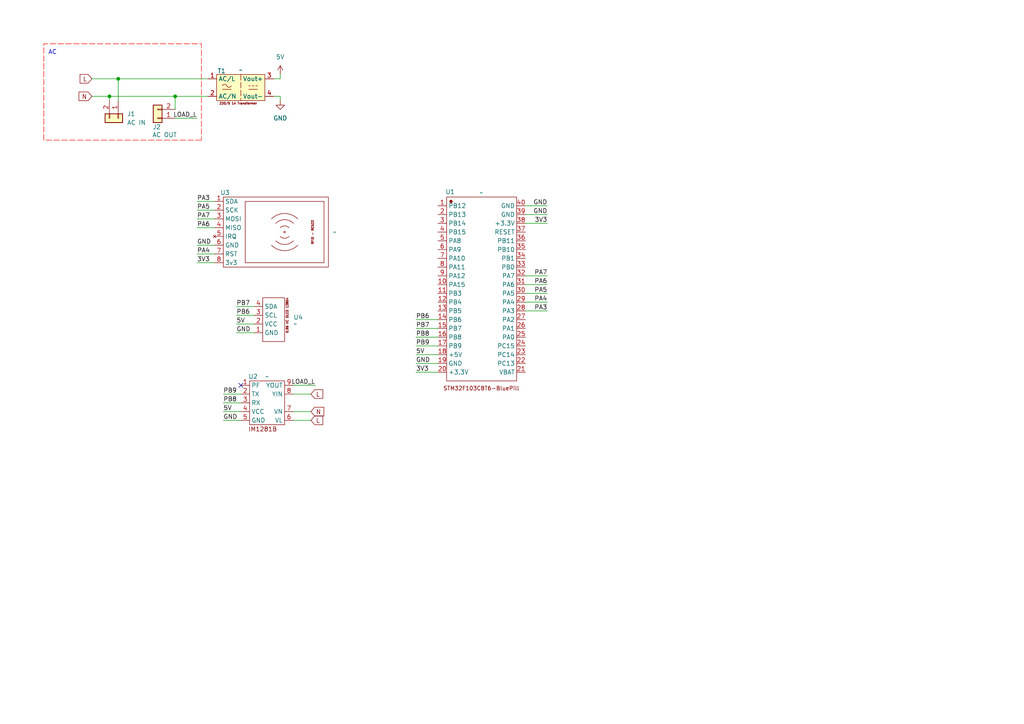
<source format=kicad_sch>
(kicad_sch
	(version 20250114)
	(generator "eeschema")
	(generator_version "9.0")
	(uuid "ffa79a39-df7c-455e-8646-366d6c7c18c3")
	(paper "A4")
	(lib_symbols
		(symbol "!Rayine_Components:IM1281B"
			(exclude_from_sim no)
			(in_bom yes)
			(on_board yes)
			(property "Reference" "U"
				(at -4.064 6.35 0)
				(do_not_autoplace)
				(effects
					(font
						(size 1.27 1.27)
					)
				)
			)
			(property "Value" ""
				(at 0 0 0)
				(effects
					(font
						(size 1.27 1.27)
					)
				)
			)
			(property "Footprint" "!Rayine_Components:IM1281B"
				(at 0 -12.065 0)
				(effects
					(font
						(size 1.27 1.27)
					)
					(hide yes)
				)
			)
			(property "Datasheet" "kicad-embed://IM1281B电能计量模块技术手册V1.8.pdf"
				(at 0 -14.605 0)
				(effects
					(font
						(size 1.27 1.27)
					)
					(hide yes)
				)
			)
			(property "Description" ""
				(at 0 0 0)
				(effects
					(font
						(size 1.27 1.27)
					)
					(hide yes)
				)
			)
			(symbol "IM1281B_0_1"
				(rectangle
					(start -5.08 5.08)
					(end 5.08 -7.62)
					(stroke
						(width 0)
						(type default)
					)
					(fill
						(type none)
					)
				)
			)
			(symbol "IM1281B_1_1"
				(text "IM1281B"
					(at -1.27 -8.89 0)
					(effects
						(font
							(size 1.27 1.27)
						)
					)
				)
				(pin passive line
					(at -7.62 3.81 0)
					(length 2.54)
					(name "PF"
						(effects
							(font
								(size 1.27 1.27)
							)
						)
					)
					(number "1"
						(effects
							(font
								(size 1.27 1.27)
							)
						)
					)
				)
				(pin output line
					(at -7.62 1.27 0)
					(length 2.54)
					(name "TX"
						(effects
							(font
								(size 1.27 1.27)
							)
						)
					)
					(number "2"
						(effects
							(font
								(size 1.27 1.27)
							)
						)
					)
				)
				(pin input line
					(at -7.62 -1.27 0)
					(length 2.54)
					(name "RX"
						(effects
							(font
								(size 1.27 1.27)
							)
						)
					)
					(number "3"
						(effects
							(font
								(size 1.27 1.27)
							)
						)
					)
				)
				(pin power_in line
					(at -7.62 -3.81 0)
					(length 2.54)
					(name "VCC"
						(effects
							(font
								(size 1.27 1.27)
							)
						)
					)
					(number "4"
						(effects
							(font
								(size 1.27 1.27)
							)
						)
					)
				)
				(pin passive line
					(at -7.62 -6.35 0)
					(length 2.54)
					(name "GND"
						(effects
							(font
								(size 1.27 1.27)
							)
						)
					)
					(number "5"
						(effects
							(font
								(size 1.27 1.27)
							)
						)
					)
				)
				(pin passive line
					(at 7.62 3.81 180)
					(length 2.54)
					(name "YOUT"
						(effects
							(font
								(size 1.27 1.27)
							)
						)
					)
					(number "9"
						(effects
							(font
								(size 1.27 1.27)
							)
						)
					)
				)
				(pin passive line
					(at 7.62 1.27 180)
					(length 2.54)
					(name "YIN"
						(effects
							(font
								(size 1.27 1.27)
							)
						)
					)
					(number "8"
						(effects
							(font
								(size 1.27 1.27)
							)
						)
					)
				)
				(pin input line
					(at 7.62 -3.81 180)
					(length 2.54)
					(name "VN"
						(effects
							(font
								(size 1.27 1.27)
							)
						)
					)
					(number "7"
						(effects
							(font
								(size 1.27 1.27)
							)
						)
					)
				)
				(pin input line
					(at 7.62 -6.35 180)
					(length 2.54)
					(name "VL"
						(effects
							(font
								(size 1.27 1.27)
							)
						)
					)
					(number "6"
						(effects
							(font
								(size 1.27 1.27)
							)
						)
					)
				)
			)
			(embedded_fonts no)
			(embedded_files
				(file
					(name "IM1281B电能计量模块技术手册V1.8.pdf")
					(type datasheet)
					(data |KLUv/aDnpRIA/FcPjIUeJVBERi0xLjUNJeLjz9MNCjE4MzYgMCBvYmoNPDwvTGluZWFyaXplZCAx
						L0wgMTE0NjE5MC9PIDE4MzgvRSAzMjYxNjIvTiAxMy9UIDExNDU0NzIvSCBbIDUzMyA1MTldPj4N
						ZW5kb2JqDSANCjE4NTlEZWNvZGVQYXJtczw8L0NvbHVtbnMgNS9QcmVkaWN0b3IgMTI+Pi9GaWx0
						ZXIvRmxhdGUvSURbPDgwNDc0Q0Q1OEI1NUQzNDA5OTQ1REQwOTkyMTBBODJDPjw0RkM3QTA3QkRG
						RTE2RDQxOUI3MTdBRjhEMjI1MkQ2Qj5dL0luZGV4WzQxXS9JbmZvIDE4MzUgMCBSL0xlbmd0aCAx
						MTcvUHJldjMvUm9vdCAxODM3U2l6ZSAxODc3L1R5cGUvWFJlZi9XWzEgMyAxXT4+c3RyZWFtDQpo
						3mJiZGAQYGBiYGDhAZEMM0EkUx+IZN4FJtlBJCNYnDERRLLygdWkgUiVNjBbBURyRYNNMAOr3Aci
						wxYBScbycBDb6yyInKwMJJmPmYPYNtlgvZJgM/WB5B92oF5GBvbdYHMYGGlC/mf4/ewjQIABAFrJ
						EWsNCmVuZHN0YXJ0eHJlZg0KMA0KJSVFT0YNCjc2QyA1NDcgNTcwNDIzL08gNTMxL1MgNDMxYGBg
						ZmBgWsfAysAgcoZBmAEBhIFirAwsDByTGAQaGASOtDDMEVJ+P4WRpfWJkcg9oAKlE4yJSguSXxr0
						O2h4Oc7TKC3Ojrq2dW02wgiV40eMQ14G3WhPD98cJ3+lSXLj5q9a0YJz484W/z3w57AYR91brWtR
						33Tlyu1kJJLUy0p2R2bLba3u+FGQ2DH35qW3qWuqrr5TfniwTak83XvrtI2vw3c0oGhjMhT+Yfh7
						y+rI7BtbKu/8cHNMOP7u0tLNvqfvvlNQFrRvlt/ttXXa3m73uQc6mv/xALVl3fjzuqO8ybGe2ez8
						Vd03bqXvLHUZGMQ7gADoXqEKEKOjAchkL++AACQ2aUwlcziTSR3OFMTKZBCHMgkEMVDIjYHvYTOQ
						FgViBXAomzEIMYQxWDiwuzAmM3gdsG3gOKASwGDdsCgAKNkhGs1eJKgWM+ntxgbnwwHMPSw/GdQb
						+BOMtzDIMWsz6KjvqWGYxZDhwLmB04V1JjTeAhkEfisDaUYGBpZoIB3EIPC/DkgLMjBk+YDFWX8A
						qVQGwUoPiDJGS4AAAwA+IsICTWFya0luZm9lZCB0cnVlPj4vTWV0YWRhdGEgOTlPdXRsaW5lcyAx
						ODFQYWdlTGF5b3V0L09uZXMgMTgzMlN0cnVjdFRyZWUyMjBDYXRhbG9nMTgzOG9udGVudHMgMTg0
						M0Nyb3BCb3hbMC4wIDAuMCA1OTUuMzIgODQxLjkyXS9Hcm91cCAxODdNZWRpYVBhcmVuM1Jlc291
						cmNlb3JTcGFjZTw8L0NTMCAxODZDUzEgMTg2MTIyPj4vRXh0R1N0YXRlPDwvRzNGb250PDwvQzJf
						OC9UVDAgMTg3VDEgMTg3MjI0WE9iamVjdDw8L0ltMCAxODRJbTEgMTg1NDI2Mzg+Pj4+L1JvdGF0
						ZSAwcyAwL1RhYnMvU1BhZ2U5Rmlyc3QgMTQ0ODU1L04gMTZPYmpTdG28Vutu2jAUfhX/bFV1jp04
						F6lCglBoplG6pnfUHy64EA0SlBipPMPeYe+0F9p27IRLUi4r0qYozfG5+3yfTYlrG8hAxLUJovpL
						kaW/JnL010LEtpXAECWuEmxkgTcIDmIeU4KLbEMLHnJ0Fgj1mKUEcDRNZXMoIgyyggR/POooyYKc
						TFshu2N5qIcD32/wTAxAadnQ2vVzWecsdPFAvGkVNAMqvQvL1dazM1wPQvTKx5nAjQ6+TNIJH2O/
						jsgnA3evCkv3qoMIDutIpjOBww7PvoFrLPDNfCrw+Ztsh5JLgftcxyXTPK5Wg/zddCDSKB4eBQMR
						y0jOj/G1GEaZTOdH9UHyIo5xOJtOx2ICZmTomHrWVwuXedgPmqGQqmNPdYx9Pr0Q0XAkke26uCly
						z1OYGG6N+TBDFm4lsWw0krfeKaHagjzPVsmetanFJ9F4fvTr94+f3fA4V0VjAVN3maFrKNUlnwh8
						+fQ5fHg8CaMJ1NTqUKZC9keLQSnVfd6OZRg4kHwc9evxcCyQgUMpJnfIsfMpKVfVbhpNZZLih2IX
						FnP0lhVsyqVSU21/nkGiIH5NcpbpKQTNm6QdNDt8ihdzxc17RAzoolwpZ6QKCmcvUnUCwcpFdUVX
						vdVqPU3ZghZb+skHPuAwMzBmOblV8vO4nwwA5mU7pxfLgqqGgW+S2zgCJ6HAzAe9VnyFOjGovQ6z
						SVcwm4QWMIN2hTMzTG1DhKozCQlKUPuAyksaVbAmZay/dDvtO/+k8D0QbNfYDbZdAbtSdDnE+yiu
						x1m0XLeiNJP+iKeLfZfxzY/GF174EOKtZg8nVrdUGj8pjx/qDeQo61Gq8N/2UEaR6dqIGc5fvdR2
						d2Q77LGoiRhlxUpJlHrFyvE8rXMKD1NfGepS1VbCnt9dLvsukxLLPnyb0DLD2rd3D83O/71NyjUP
						5JdDKvyi1h5+0c38YsZmVBf69W/Zd3NkVbtab/LfVv2wB7Lt5JO1xieLLPi0/uvkaou+szfwqff9
						HZ/MMp++Pj12glBhG87iA/nE9vHJLPOpXPNQPpkVPjnOHj5Zu/i0nT0L6dB3U9Z/+W5m9Gavasxu
						r22aj58LTddDHxWcnxo/XP5DikNAncfZlKci7s9rtT8CDACcYhZUNDA0N0iJXJLbiqQwEIbvfYpc
						zlwMJiYxEaTBJAp9sQe2dx/A1nSPMK2Sti/67beqHGZhAwoff53+pHJ/DMd52lj+My3DKW7sMs1j
						ivflkYbIzvE6zZko2DgN2yfRf7j1a5ZD8ul53+LtOF+WrK5Z/gvE+5ae7KUZl3N8zfIfaYxpmq/s
						5Y8/vbL89FjXj3iL88Y4OxzYGC9Q6Fu/fu9vkeWU9nYcQZ+25xvk/Iv4/VwjK4jFPsywjPG+9kNM
						/XyNWc3hHFjdwTlkcR7/0yXf086X4b1PWa0s1xBeCQ/htWh4CVTKwIF4w1sgLYMFkkZKIMu7gJpS
						Cki1EEJUEQlJpPlODVDBtcGaTSGQXOmAjJYaI53x2EGrEjVrAmqFMjhLa7B7aRV2F9YKpEI5jJQ7
						BSJeWUdzaqoZLFbRRmMVqRuc03QlzimFQ3/GWfJnfIGRwnrsoD3ldRV1FwE9aFehB64D9lNdhf2U
						COjIukaQ2xDIbWN2rdu1CvvZFm/XFg3drmtRK6Eo+evorq3f77rDmlp5rCnbDh1Z6zU94udr4XPC
						1rGvXRkeKcGa0GrSfuBmTHP82t51WRlk4Zf9FWAALgTD5jEzM2rDMAyG7/0UumwvSk6t3UIIlB4g
						FzuwbA+Q2EoXWBzjpBd5+1lR6WCGxJ+R/h/JcnQqz6XtJoje/aArnKDtrPE4DnevERq8dVYkKZhO
						T4/T8td97UQUxNU8TtiXth1EnkP0EYLj5GdYHc3Q4FpEb96g7+wNVl+nag1RdXfuB3u0E8RQFGCw
						DUYvtXute4RokW1KE+LdNG+C5i/jc3YI6XJOuBg9GBxdrdHX9oYij8MqIL+GVQi05l883bKsafV3
						7UWeUnIchy3whflCfGUOJnnGORnlZAlzQpwyp8QZc0a8Zd4S75h3xJJZEitmRbxn3hMfmA/ER+Zj
						YMn+kvwl+0vyl6yVpJWslaSVZ+YzMfciqRfFvSjqRXH9iupX7KnIU3FtYaMLfNwUXWWYODznpO/e
						hxEtz2KZDU2ls/h8OW5wEFT0iV8BBgCAVqUxMjI4MZHNboMwDMfveQof20MVYGxrJYS0Qidx2IfG
						9gCQGBZphCiEA28/J6k6aZYS/xz7HzkOr5q60coBf7ezaNHBoLS0uMyrFQg9jkqzNAOphLtGYRdT
						ZxgncbstDqdGDzMrCuAflFyc3WD3JOce94y/WYlW6RF2X1W7B96uxvzghNpBAmUJEge66KUzr92E
						wIPs0EjKK7cdSPNX8bkZhCzEaWxGzBIX0wm0nR6RFQlZCcUzWclQy3/59CrrB/HdWVZkvjhJyBGf
						I589XyJfiO/SwOSIs8iZ52PkI3Eez3N/np8inzzXkWvi+4fA5FjxWAUm55u8duPbpanCbRZitZbG
						EEYf3u9frjTefsfMBkjlF/sVYABu74brMzk2NrRX32/iRhB+918xj9Aq65nZ31IUCTC0qZTqoli9
						h+h0ooRLUynJlXBKT+of31nbAQOBnKXAA6zx55lvd76d/ZwPFsu7L9PZEk5P88FyOZ39Nb+B67x8
						/Aqf8uHw8V+4tk558M4rw2C1UdEaCOhV9AK5+vbn8vvXOeS/zqc38wXkZXX1YXp79zBd3j0+wNnZ
						sBhBNiyzfHSFMHsCBHiaPWR5WSIQlF8yVOwNlM8Q4QTldoQ6Z4hKQ3mf9aD7p1/+nWGK2auG+Yg/
						N9nYSYryJjvloRtqr7WhwpuAVoex5eCLs4QvS6rhvZ+3nt95jtF6LML2c/9tP0fD8YTGfvyj8Wk8
						cUQF6vFkqO3AoDERjUUaoENbEA79aDOWV7ZewTSwHBW3F7FfY5s067XWrOIOcFxm/2QepQxNrYmN
						ChLeoLIWFvPsIzwIJP9Finr7lFW3TYwxEKS4CZYuowGJ4mTA+CIjRM0GZvdZfn6PUDxml9n4QjSS
						f0gyvBidFxKg0c2l5EjxbLRKMwRDiWyT/kVUo6skqqvR7yIlSwaeIU2Um3pDuQAK9XTll6NXzoE3
						XghvTHibBB2PRC1wcsodpsBHpuCCVeYwBX1sCtYoPkzBHJsCa4WHKdgjU7CR3pKjOzYFh2/J0R+b
						gvSsN+QYjt4ZTAyvCvKyirpmEl+YEL703WpUzcR4rzy3gmz3llWHQzghZYKDstiHpQ5Y7oDVHbCm
						A9Z2wLoOWN8BGzpgV5Usf9oD4Q7l4mLz9pQ6VIk74y72po2VfZpP7m6/Lebrs2tVttQrUoug1Grl
						wNEeTgKzol0rk+5b7Q2J0U2bOsFQDIwj2eRKI6IP4oeiQo8YhFbtZOh1J6M3jnByLjU4jWK2HOhA
						4pIkrDFK67hLRYdERUwVxtpVWRV0clXSwZxYcYNI3kt5tHQ3gTluyHBNppWSnVXIq5TGqXCoWXpx
						+3WzpFazZKti0y/roWRXTkoeJWjV7M6bjvmOmVFhOpxnafWr0TPsIRPlAAstNte9i7505B7Jt+tx
						X2QTeqH117D/qfztfeiuDXxiaVd87X6+7KWc3OK799UCTVHgYOIpBEI/4rN3X+TXGVrtNhnud4kb
						BskEVlpIoU6OwiaNnGjZO69stqCC7Cjkeq9p2dhJ3z5CHUPeFeS9gbzs1Er4thG4XgtcFiodteR1
						ymnlrYdTnB/0Ai2R6VXR9KpoLXtgopAQlQmvUJ/sf5Bqyf1deOzYIqo6RStpOHpKDtJd2ym3bND/
						AgwADgBfNTQ1NDJc1M2K4kAUBeB9nqKW3Ysmmrp1bwtB8KcbXMwP48wDxKR0AmMSYlz49lMnp+mB
						EdQjSdX9PFDJd4f9oWsnl38f+/oYJ3duu2aMt/4+1tGd4qXtsmXhmraePn7Nn/W1GrI8LT4+blO8
						Hrpzn5Wly3+ki7dpfLinTdOf4nOWfxubOLbdxT392h2fXX68D8OfeI3d5BZuvXZNPKeNvlTD1+oa
						XT4vezk06Xo7PV7Smn93/HwM0RXz7yUxdd/E21DVcay6S8zKRXqtXfmeXussds1/163gstO5/l2N
						WVng5sUifaVcMBfIgTkgvzK/Iq+YV8hb5i3yjnmHvGfeI78xvyG/MydY6TnXY65fMi+RafAweM/s
						kYVZkGnzsHllVmRjNmSaPcyeZg+z3zBvkOn0cAo9Ao/QI/AIsE9Bn8I+BX0KnTI72aegT2Gfgj4D
						/QH+QH+AP9Af4A/0B/hzgFk5SzFLub9if+X+iv2V/Sj6UXai6ETZg6IHZQ+KHpQ9KHow9mDowegx
						eIweg8f/3fDfjQaDYYU9i8USti07SV84gB8nDUcxPTHc5zmv7+OYjvj8WJnPNk5128XPJ8/QDy6t
						wjv7K8AAUTMWNUJpdHNQZXJDb21wb25lbnQgOFs8PD4+XVsvRENUXS9IZWlnaHQgMTE5MTcyL1N1
						YnR5cGUvSW1hZ2UvV2lkdGggM//Y/+AAEEpGSUYAAQIAAGQAZAAA/+wAEUR1Y2t5AAEABAAAADwA
						AP/uAA5BZG9iZQBkwAAAAAH/2wCEAAYEBAQFBAYFBQYJBgUGCQsIBgYICwwKCgsKCgwQDBAMDg8Q
						Dw4MExMUFBMTHBsbGxwfAQcHBw0MDRgQEBgaFREVGh//wAARCAB3AW4DAREAAhEBAxEB/8QAvAAB
						AAMBAAUGBwQDAgEIAQABEAABAwMBAgUPCAcHBAMAAAABAgMEABEFEiEGMUFREwdhcYGRobEiMlLS
						kxQ0FRbRQnKisnNUVcFikiMzgxeCwsMkNUU2Q1OzROHTdBEBAAECAwIIDQQCAQUCAxEEBTEGIUFR
						cZGxEjJhgaHB0eEiQlJyghMzwkM0FWJTFvCy4nMU/9oADAMBAAIRAxEAPwD+qaBQKBQKCMym82Ex
						iiiXKSl3/sputfZSm9uzVdm9Vy+XnCuqO1ybZ8nneuxkrt3hpp4OVEHpJ3dv4sg9XQPOqs/5Tlf8
						+j1vZ/S3v8el9o6Rt21Wup5F+Vvg7RNfunefKTx1R4n5nRr/AIOlKY/ebBZBQRFmNrcVsDaroWT1
						ErCSasctquWvThRXEzybJ6JeS9kr1vhqpnD/AK5EnVg8pQKBQKBQKDin5rFY9aETZKGFLF0Bd9oG
						yvJmc/ZsTEXKopmX3tZa5cjGmMXL8XbtfmDXbPyV5v7rKf7KX1/r7/wyl6tHjAVBG5/ePC4CEJuW
						kpjMqWG2xZS1uOK8VDbaApa1HkSKCAPSfi2Uc/PxGZx8EbVz5MB1LKE8SllOtaU9Up69BZffOJ91
						e9vXGfdfN8967zieZ5u19eu+m1B2UFa3y3rXhGmmYyErmPgqSV7UoQNmogcN+KqDXNYnKRFNEY3K
						uXihaabkIvzM1d2Fbw3SNk0zW0ZPQ7FcUErWEhCkA/OFthAqhyO896LkRewmifBhMLPM6NbmmZt4
						xV1tJreswqG/W9jmNQMfBVpmOp1OujhbQeC36x7lZfeHWJsR9q3Ptztnkj0yudKyEXZ7dfdjy+pm
						alKUoqUSpSjck7SSa5/MzM4y1MRg/KBQKC3bqb8S4TzcTIuF6CohIdWSVtdW/CU9TtVptH3grtVR
						RdntW+WdtPqU+f0umuJqojCrraclQUApJuk7QRwEV0GJxZWYKkKBQKBQZz0o+3wfulfarCb2/lo+
						WetpdC7lXOpNZJet8rtDnpTlm5XGwSgTJLccuXKA4oJvbhteg5hvPu8SAMjHJOwDnE0EnQzec0cl
						k99d4HlkvbvRnsbhLEpMZaYaZD76PJcWt0ALG3SmwNEs7xG8mUexm7beBzWel76zVtrkQpbj70J1
						jUrnlkSQWygJT4yTy1A0zFYDFR9687ue4wh7d+WzDzkbHkfumXTIUHGwnyFOx0uafF4RwGpQ0Cgp
						vSBu3OyIYnQkF5xhJbdZT4xTe4KRx2uayu8ml3L/AGbluO1NMYTHg8C70jO0W8aK+CJ41Sw26GZy
						ExDbkV2PHChzzzqSgBIO22q1z1qzOR0XMXrkRNNVNPHMxh18a4zOo2rdMzExM8URwtfrqDGMT3gl
						rmZubIWblbywm/ElJ0pHYSBXJNSvTdzFdU8dU9HF5G6yluKLVNMcjyxONfyWRYgs7FvKtqPAkDap
						R6wF6+eTytWYu026dtT9Zi9Fqia54mu4fdrEYppKYzCS6B4UhYCnFHl1cXWFdOyWlWMtTEUU8PxT
						tY7MZ25dn2p4OTiSTrLTyCh1CXEHhSsBQPYNe+uimqMKoxh5aapicYnBn+/m6cCHE95wEBkBYS+y
						nxLK2BSRxbeKsVvDo1u1R961HZ4eGOLh44aLStQrrq+3Xw8kqLWOX7XNxJzkvduPzh1LYKmCTyIP
						g9pJArpu72Ym7lKcdtPs9GzyMdqtqKL84cfCsFXauKBQKBQZz0o+3wfulfarCb2/lo+WetpdC7lX
						OpNZJet8rtDnpTPOlX2jHfQd76aCjx/aGvpp79EN7onPd7MfkMLPzc9ll2Tu/vLG5jLCM2Xn4ckN
						FhMtLKbFxst25wJ23F+WgqLzm4Qwm6bOK3n9Yz+7C7wFwobsiTISf4jBiJUFp5zYPCVs28tQldMb
						G3sjMZjfKRjQ9n8h6umJhOcTrZx8dy/M6/F55SFuLPFqsKlC+UFL6R8pkYPu71OS5H5znuc5tRTf
						Tzdr25L1k96M3ds/b+3VNOPaxw+leaNYoudvtRE4YedS/ifeL8xkekVWT/ts1/sr6V5/8Nn4Kehs
						rBJZbJNyUgk9iuq25xpjmYmrbLDsh7fJ+9X9o1yDM/lq+aetvLPcjmhP9Hf/ACVv7pzvVdbs/wAu
						PllX6x+CeeGq10hkX4taEJKlqCUjaVE2AqJqiIxlMRM7FB3+3qgSYfuuC4HypYU+6nagBO0JB4zf
						krF7x6vauW/s257XDwzxcHE0Ok5Cumr7lcYcihVjGga3uHCci7tsc4NKn1KeseRRsntpANdM3dsT
						bylOO2rGrp2eRj9VuxXfnDi4FhJttPBV4rVL3i6RGIq1xsUlMh5OxUhX8MH9UDxu916yep7zU25m
						izHaq+Li8XL1c68yejzXHaucEcnH6lLm7z5+Yol+c7pPzEKLaf2UWFZO/q2Zuz7VdXi4I8i7tZGz
						RspjrcYyOQBBEp4EcBDivlrzRmrse9V0y+/2aPhjod0TeveKKoFqe6oD5riucHWsvVXrs6xmrey5
						V4+Hree5kLFe2mPFwdSZ6QX1v+6H3La3YoWu2wXVYmrXeS5Nf2ap2zbxeLSKYp+5EcVSoVmFy3yu
						0OeovO7yYzCshcpd3VC7UdG1auxxDqmgz3K9IeemKKYyhCZ4kt7V26qz+i1BX38lkX1an5Tzp5Vu
						KV3zRD6Yy2UjkFiY80RwaHFDvGgsGL6Rs7FUEy9M1njCwELt1FpHfBoloOC3jxmaYLkRdnE/xWF7
						Fp644x1RQSdB8uutMtqddWENoBUtajYADhJJoKFnukspWpjDtggbDKdHD9BH6VdqgqEveLOzFEyJ
						zyr/ADQspT+ymye5QcYlygrUHlhXKFG/fohIwt6t4YagWZzpA+Y4rnE9peqiV23d6RY0xaY2USmM
						+rYl9J/dKPVv4neoLnQZ50q+0Y76DvfTQUQEggg2I2g0Qk/ijeL8ykekVQMGo7lypMrdqG/JcU88
						vnNbizdRs6sC5PUFEvreDejGYRoesK5ySoXbjI8c9U+SOqaDPsp0gbwTVEMuCGyeBDPjdlZ8LtWo
						IF7IT3lanpLrijtJWtSj3TRD0j5jLRiCxMfaI8lxQHavQWLFdJGZjKCZqUzWeMkBDgHUUkW7Yolo
						OGzuNzEbn4bl7fxGlbFoP6woJDSASQNp4T1qBQKCg9Kn+1/z/wDDrF73/tfX+lodB9/6fOoNYtoW
						8R/Z2voJ71dltd2OZz+vbLD8df8AJUfdOd6rrdj+XHyyrtY/BPPCOz06anO5FKZDiUplPAALUAAH
						FdWvDqOYuRmbkRVV36uOeWXpylqibVHBHdjqRzsmS6AHXVuAcAUoq79eCu7XV3pmfG9VNFMbIweV
						fh+knu7HxL+UaRlHuZi3udmxR4kqV80HjNe/TLdiu9EXquzR1+CZ4ud5c5XcptzNuMam0ICAhIQA
						EAAJA4LcVrV1imIiODYxE448Kl9Iu8TkZpOKjK0uPp1SVg7Q2dgR/a4+p16ye82pzbpixRPDVHtc
						3J4+rnXmj5OKp+5VsjZzs4AvsHDWEaVc8H0cS5TSX8k6YqFbQwkXdt+tfYnu1qtP3XruRFV6exHJ
						x+ryqTNazTROFEdrw8SdPRpu8U25ySD5WtN/sWq5ndXK4ba+mPQr/wC7vclPR60TkujB5KSvHSw4
						RwNPDSewtOzuVW5rdOqIxtV4+Cr0+p7LOuRPBXThzOPf9lxlOHZcGlxuIELHDZSbA8FeTeOiaPs0
						zti3g++k1RV9yY2TUqNZlcNtzuXZxOMemujVoFm0eUs7Ep7ddoc9YxkMhLyEtyXKcLjzhuongHIA
						OICiHdu9uzkM2+UxwG2Gz++kL8VPUHKrqUSvMXoywbaB6w68+5xm4QnsAAnu0H5M6McK4g+rPPR3
						OIkhxPZBAPdoKJn93chhJIalJCm135l9PiLA7xHJQcmOyErHzG5cVZQ80bg8RHGDyg8dENpwuUZy
						uMYnNbA6nwkeSobFJ7BolRekfeFx2V7nYVZlmypRHzlnaE9ZI7vWoKQlJUQlIJUTYAcJNEL1gujR
						bzKH8s6pnVYiM3bWB+uo3sepaiU6vo53ZUjSG3Unyw4b9247lBWs/wBHMuGyqTjXDLaRtUyoWdA5
						RbYruUFMohpXRzvE5KYXipS9TsdOqMonaW+Ap/s8XU61EuHpV9ox30He+mgozSAt1CDwKUAeyaIa
						T/S7Efi5H1PNok/pdiPxcj6nm0ElMfi7o7sBtpRdLOpEYOWupxxSl7bW2C5PWFBk8uXJlyXJMlwu
						vunUtauEmiEru5upkc4sqaszFQbOSVi4vyJHzjRK7xujPAtoHPOPvr4yVBI7AA/TQeU3oxxDiD6o
						+7Hd+bqIcR2RZJ7tBQ83gshhpfq8tI8La06nahaRxpP6KDzxGVl4uc3MiqstB8JPzVJ40q6hohtO
						MyDGQgMTWP4b6QoA8IPAQesdlEumgUFB6VP9r/n/AOHWL3v/AGvr/S0Og+/9PnUGsW0LeI/s7X0E
						96uy2u7HM5/Xtlh+Q9vk/er+0a5Bmfy1fNPW3lnuRzQn+jr/AJKjfy4+WVdrH4J54W2Z0d4SXLfl
						OPyQ5IcU6sJU2EhS1FRtdB2ba01/dnL3K6q5qrxqmZ2xx8Pwqi3rF2imKYinCIw4/S5nOjDDEfu5
						UlJ5VFtXeQmvhVunl+KqvyeiH0jXLvHFPl9Ks7y7kTcOz6024JMMEBSwNKkX4NSbnZ1b1ntV0C5l
						ae3E9ujyxzrXJanTenszHZqVqqFZtQ6Ocq7LxDkV1WpcJQSgnh5tYukdgg10PdjOVXbE0Vbbc+Sd
						nnZXWbEUXIqj3utRt7JKpG8eQWo30vKbHWb8D+7WO1m7NebuTPxYdHB5l9p9HZsUx4Menhde4UFq
						XvGzzoCkMJU9pPAVJ2J7RN69W7uXpu5untbKYmro2Pjqt2aLE4cfA1qumMeUCgznpR9vg/dK+1WE
						3t/LR8s9bS6F3KudSayS9X/pUlKDWPig+CpTjqxt4UgJT9pVdoc9Z7RDbN2ce1AwUOOgWPNpW4eV
						axqUe2aJSdAoIPfWEzK3bmBwAqZRzzauMKRt2dcXFBjlENK6LZClY2ZHJulp4LT1Nabf3KJZ9k5C
						5ORlSFm6nXVrPZUTRCw9HONbl54vujUiG2XUg/8AcJCU9q5NEtVoFAoMf35gsw95JKGQEtuhLukc
						AKxdXduaDn3SkqjbyY9aTbU8lo9UO+B/eoLL0q+0Y76DvfTQUeP7Q19NPfohvdElBnfSnJUZMCLf
						wUoW6R1VEJH2aCiUQ3PD49rHYyNDaSAlpACrcarXUo25Ttol2UCgrfSBCZkbtPurA5yMUONK4wdQ
						SR2QqgySiGo9GUhTmAdaUb8zIUEdRKkpVbtk0St1w1WukMkUEdvGhK938kFC49WeNjyhBI7orw6n
						ETlbmPwVdT05OcL1HzR1sUrkrcr90V/7p/I/xK2m6H7v0fqZ7Xvc+rzK7vpBVE3kmAiyXlc+g8oc
						2n61xVFruXm1m6+Sqe10+vFZaZd7dinwcHQ+N0cq3jM7HkPHSwq7TyuRKxa/YNjX50XORl8zTVV3
						dk+N+tQy83bM0xt2w2NKgoBSTdJ2gjgIrqUTixUwVIEgC52AcJoMi31zDeUzji2Vao8dIZaUOBQS
						SVK7KibdSuYa9nozGYmae7T7MenpbLTMtNq1ET3p4UbhoK52VixEC5dcSFdRN7qPYSCa8GRy83r1
						FEe9VHr8j05m7Fu3VVyQu/SjAW5Chzki6WFqbc6zgBB7ae7XXmEZxRDYNycw1kcEwkK/zERKWX0c
						Y0iyVf2kiiU/QKCtb/5VqFgHY+r/ADEz902jj03us9a2zs0GS0Q1Po1gLj4JchYsZbpWi/kJGkd2
						9Eswke0O/TV36IXTos/1Cd90n7VEtHoFB+LWhCFLWQlCQSpR2AAbSTQYvvVlUZTOyZbX8EkIZPKh
						A0g9m16D33JhrlbzQgkeCyovLPIGxcfWsKCf8f2hr6ae/RDe6JKCgdKcBd4U9IugamHDyHxkdvwq
						DP6IbRurmWsrhmHkqHPNpDchHGFpFvrcIolL0CgqXSPlWo2FMEK/zExSRoHCG0KCio9kAUGW0Q1r
						o9gLibuNrWNKpS1P2PDpNkp7YTeiVloFBQelT/a/5/8Ah1i97/2vr/S0Og+/9PnUGsW0LeI/s7X0
						E96uy2u7HM5/Xtlh+Q9vk/er+0a5Bmfy1fNPW3lnuRzQn+jr/kqPunO9V1ux/Lj5ZV2sfgnnhqtd
						IZIoODeD/Qcl/wDlf/8AGqvFqX8a5/66v+2Xoyn5qPmjrYlXJG6X7or/AN0/kf4lbTdD936P1M9r
						3ufV5kzvvu0rLwUvRk3nRgS2ny0nhR1+MVa6/pU5m32qPyUbPDHJ6Hi0zO/Zrwq7lXkZStCkKKFg
						pUkkKSRYgjhBFc3mJicJ2tbE48MJzC75ZrEoDLSw9GTwMPAqA+iQQR27VbZDXMxlo7NM9qjknzPD
						mdNtXpxmMKuWE+npUc0WVjQV+UHiBfraD36u43vnDht8Pzf+KunQYx7/AJPWhc3vxmco0pi6Y0ZY
						stpq91DkUo7e1aqnP7wZjMR2e5RPFHHzy92V0u1anHvVeFXao1k0vcLdZ2Ag5KajTKdTZho8KEHh
						J5FK7grfbu6RNmPvXI9urZHJHpll9Wz8XJ+3R3Y2+Fap8GPOhvRJCdTLySlY7xHVB2itUpWN7wbv
						TsLMLL6SplRPMPgeCtPy8ooObG5SfjZIkwniy6NhI2gjkUDsIohbI3SlkUoAkQmnVD5yFKbv2Dro
						kldKWRWgiNCaZUeBS1Kct2BooKjkMlOyMlUmY6XnlbNR4hyADYB1qISG7O7cvNzQ2gFERsgyX+JI
						5B+seKiWxx2GY7DbDKQhppIQ2gcASkWAoMHke0O/TV36IWzo8JBy5BsRFJBHZolw4vfzeGBZCnhL
						ZHzJF1HsLuFd2gmf6qSdP+nI1cvOG3a00EDnN8s1l0Fl5aWYx4WGQUpP0iSSe3agg0pUpQSkEqJs
						ANpJNENW3F3ZXiYSpMpOmdKA1IPC2gbQnrnhNEuTpNxbsjHR5zSSr1RSkugcSHLeF2CkdugzOiFr
						jdJW8TLKW1JYfKRbnHEK1Hr6VJHcol6/1Qz/AOHifsOf/ZQXDHEbz7qIVkEISqWFhXNggJUhxSUq
						TqKjcaQeGgy/N4Odh5io0pGzaWnR4q08qT+ig+MVmMjipHPwXi0s7FjhSociknYaIWuP0pz0pAkQ
						WnFcZQpSO4ddEviX0o5NxBTGiNMKPz1EuEdbxRQVKdOlzpK5Mt1Tz6/GWrvDkFEJfdPdeRmpoUtJ
						Tj2VD1h3gvx6E9U9yiWvttobQltCQlCAEpSNgAGwAUH7QKCr777tZHN+peplser87znOKKfH0WtY
						Hyazuv6VdzfY+3h7Paxx8OHoW2l52ix2u1jw4edVv6bbxeVH/bV5tZz/AItmuWjp9S1/urP+XR62
						ntJKGkJPClIB7ArodEYUxDK1TjLMZfR/vE7KecQhrStxSk/vBwEkiufXt281VXVMRThMzxtVb1ex
						FMRw7ORLboboZnF5lMuWlsMhtaSUrCjdQ2bKstE0TMZfMRXXEdnCeN49R1G1dtdmnHHFeq2KgKDl
						ysZyVi5kVq3OPsONI1bBqWgpF+3XmzlqblmuiNtVNUdMPrl64ouU1TsiYnys4/ptvF5Uf9tXm1g/
						+LZrlo6fU0391Z/y6PWtO5G7WRwnrvrhbPrHNc3zairxNd73A8qtHoGlXcp2/uYe12cMPBj6VVqm
						dov9ns48GPmWitEqUFn9zsTmCXVAx5Z/9hsC5+mngV3+rVNqOh2M17U+zX8Uefl6/CsMpqVyzwba
						eT0KZN6Ns8yo+rKalI+bZWhXZCrD61ZW/utmae5NNcdE+X0ru1rVmrvY0o87k70hWn1BV/ptkdvV
						XhnQM5/r8tPpej+zy/xdfodsTo53ieUOeS1GTxlawo9pGqvXZ3YzVXe7NHPPoxfG5rNinZjV4vSu
						GA3GxeKWmQ4TLmJ2pdWLJSeVKNu3qm9ajTt37OWntT7dfLPFzQpc3qly7GEezSsdXysKDxmwYk2O
						qPLaS8yrhQsXHXHIerQUrK9F7K1FzGSeavwMPAqSOssbe2DQQD/R5vQ2bIjoeHKhxAH1yig+Wuj/
						AHqWqyoqWx5SnWyPqqUaCexPReAsOZWSFJH/AEGL7eutQHcHZoLxDhRYUdMeK0lllHioSLD/AOTQ
						e1Bgkj2h36au/RC4dGjXPSMkyTYORwi/JqJFEvOb0ZZtpRMV1qSji2ltfZB2fWoOA7g72Xt6j2ed
						Z8+g7oXRnnHVD1lxmMjj2lxXYCdn1qC5YDcvEYdQeSkyJY/9hy3g/QTwJ7/VoJ6g+XG23G1NuJC2
						1gpWhQuCDsIINBSsv0ZRXnFO42R6vqN+YcBUgfRUPCA7dBCK6M94QqwcjKHKFq/SgUH5/TTeLyo/
						7avNoL9uvjJOMwUaDJKS8zr1lBunwnFKFiQOJVB2z8dByEcx5jKXmj81Q4Dyg8IPVFBScp0XAqUv
						GS9IPAy+DYf20+bQQT3R7vS2qyIyHR5SHUAfXKaAz0fb0uKsqMloeUt1sj6hUaCwYjowZbUlzKyO
						dtt9XZuEnrrNlHsAUF3jRo8ZhDEdtLTLYshtAsAKD0oFAoFAgkj2h36au/RC6dFn+oTvuk/aolo9
						wyRj55fcIjO21q+Yrl61ELh0YxpLM+aXWltgtJAK0lN/C6tEtDoPh15llOp1xLaSbBSyEi/JtoOO
						LncXIckIQ+lJjuc0srUkAmwN07do20CVncXHcjoW+lRkOc0goUkgGxN1bdg2UHpLysKNEVLU4HGk
						qS3+6IWSpagkAWPD4VB0POpZZcdXfQ2krVpBJskXNgOGg8RkoZx3vEOD1Tmue5z9S2qg+HstCZxq
						ci6pSIqkoUCUnVZ0gJunh4VCg7KDngzmJrS3WNWhDi2iVC3hNq0qt2RQekmSzFjuSH1aGWklbi7E
						2SOE2FzQfEiawzBcmk647TSnipG26Ep1XTy7KD6ZlNOxUSgdLLjYdBVsskjVt7FB+xpLEqO3IYVr
						ZdSFNrsRcHgO2xoPCflYUKI7KdWFNsp1KSggqt1Beg925LDgSULSdQuBcX27aD0HPLyOPh6PW5LU
						fnL6OdWlGq1r21EXteg5/iHAfmcT07fnUD57xcnjZilJiS2ZCki6ktOJWQOU6SaD6mwIU1oNTGES
						G0nWELAUNQBF7Hr0FcweG3VlOywmKgyOc1OQ5DSUuMCwGkJ8njBoPrNYLdth/HITCQHnZACI7KE3
						dTY69V/mJB1Gg6M9jcRDwqkjF8/Dbc595iOrmdOlBJdJSUXsE0EK4hpnBSHYePfxiJaoyedU+pwu
						NuOAEJ8NRT4J7tBO/A+7GnR6mrR5PPP27Wugi0SEN7nTEyEGWxGllhtpxah4CZKUoBWDq8Hr0Exk
						cTIKn5Zy8uOyAXFNoKNCEpFza6TyUFZ3Th5F1PqcjIyoTrrYmRkNqRpcadNyoak+MFHbQW+TKg4r
						Go95SSpn+Et94aisqB8YJHGOpQVUZ/CxsFlcajINvMKaeRjU2c1hLjZs2q6beCo2Sb8FB6SN48NK
						w0DHDItsMqbbRkTZznObSgakIsm3hEWJvQd+8GTx7+6a3YDt4WtphSmwpP7sOJSpI2BXi7KCEzjm
						4ZxEoQGUpmaP3JDL6TqvyqSB26D7nPbhe6XzGbCJwYUWFpZfSQ6EXSQrSAPCoLti3Vu4yI64dTjj
						LalqPGSgEmg83c5hWXFNO5CM24g6VoW82lQI4iCdlB8fEOA/M4np2/OoOyPIjyGUvR3UPMqvpcbU
						FJNjY2IuOEUHDxkQ4cnT6ww29ovp5xCV2vw2uDyUHj7mxH4GP6JHyUD3NiPwMf0SPkoHubEfgY/o
						kfJQPc2I/Ax/RI+Sge5sR+Bj+iR8lA9zYj8DH9Ej5KB7mxH4GP6JHyUD3NiPwMf0SPkoHkHtHgwo
						xKo8dtlStii2hKSR1bAUHtQV3ehWMLjYQpfv1I/yXqm2RfkVxc3y69lqDlxL78PLKd3kHN5KQlLc
						STcGPosCW0EbEL1eNfh4qCV3rjOP4CbofWxzTLriubt4YS2q6FXB8FXHQc2IwbbmDQ3OlOy40mO0
						S06QEt2SFDQUhJFuvxUFe93rOHayAmSwJM8NMXfc9mW7oTx8JSOGgnd5YEWBui/Fio0NIWydpKiS
						qQgkknaSTQe2WXJy8heGjIW3ESoDJy1ApGnYrmm721KULXPABQe+dxriorMqAkJnY085FSNgUkCy
						2dnEtOygkIUxqXCZloult5AWAoWIuOA35KCKwSxPyeQzCdsdzRFhr8ptm+pY6ilqNutQJH/Mof8A
						+J7/AMiaDrz+NeyOMcjsKSl8KQ40V306m1hYCrbbG1qCC3ll7yrwU1MnHsNMFshxxL+ogXG0J0i9
						B0vneqbjVwvUI7Lclksl4vlWlK06SrSE8hoLBEjiNEZjg6gy2lsKPHpAF+5QeTmKxbi1OOQ2FrUb
						qWptBJJ4ySKD5zpZZZZbDTKEttp8VCAEpFzc2AoPuoPCdE9bjKYLzrAVa7jKtCwAbkBXFfgoOPCx
						t34/ONYtTK3U/wAdSFhx0m//AFFXUrh5aDqySccuE4nI80IahZzniEo28Fyq1upQeMaFAj4hUZTx
						egFtepx5zUOZUCba/JCTYdSg4EYCIjGLaeych3GKQgjW6kISyjbp1pA8BSdh28FB25CJiZOKRHdd
						SzDVzYjOtrSgJIILRbVwX4NNB5O4qK3h5ETKTXH4zpuuRIWlBRcpCQFAJAsoAjq0Hj8OTuLNzrcV
						y2f7lA+HZ353N7bfmUHVIxjJwyoc6Y6tgAl+StYQpSArUQtQsAm3gnqUHbFEYRmhF0erBI5nm7FG
						m2zTbZag4MrjIk2WwRMXDyLaF8ytlaUuFskawUqB1J4OKg68fDdiR+ackuy1airnXrarHi8EDZQf
						WQbhuQn25pSIi0FLxWdKQkixuo2t16CJRuuNCebzORDdhoCX0kaeK3gGgloMQxIyWC+7JKSTzr6g
						tw3N9pATwUHv/9kAAAA2MTYvTiBiYGCc4eji5MokwMCQm1dS5B7kGBkRGaXAfp6BjYGZAQwSk4sL
						HAMCfEDsvPy8VAYM8O0aAyOIvqwLMgtTHi9gTS4oKgHSB4DYKCW1OBlIfwHizPKSAqA4YwKQLZKU
						DWaD1IlkhwQ5A9kdQDZfSWoFSIzBOb+gsigzPaNEwdDS0lLBMSU/KVUhuLK4JDW3WMEzLzm/qCC/
						KLEkNQWoFmoHCPC7FyVWKrgn5uYmKhjpGZHociIAKCwhrM8h4DBiFDuPEEOA5NKiMiiTkcmYgQEg
						wABJxjgvNzU3NC9OIDOclnlUU3cWx39vyZ6QlbDDYw1bgLAGkDVsYZEdBFEISQgBEkJI2AVBRAUU
						RUSEqpUy1m10Rk9FnS6uY60O1n3q0gP1MOroOLQW146dFzhHnU5nptPvH+/3Ofd37+/d3733nfMA
						oCelqrXVMAsAjdagz0qMxRYVFGKkCQADCiACEQAyea0uLTshB+CSxkuwWtwJ/IueXgeQab0iTMrA
						MPD/iS3X6Q0AQBk4ByiUtXKcO3GuqjfoTPYZnHmllSaGURPr8QRxtjSxap6953zmOdrECo1WgbMp
						Z51CozDxaZxX1xmVOCOpOHfVqZX1OF/F2aXKqFHj/NwUq1HKagFA6Sa7QSkvx9kPZ7o+J0uC8wIA
						yHTVO1z6DhuUDQbTpSTVuka9WlVuwNzlHpgoNFSMJSnrq5QGgzBDJq+U6RWYpFqjk2kbAZi/85w4
						ptpieJGDRaHBwUJ/H9E7hfqvm79Qpt7O05PMuZ5B/AtvbT/nVz0KgHgWr836t7bSLQCMrwTA8uZb
						m8v7ADDxvh2++M59+KZ5KTcYdGG+vvX19T5qpdzHVNA3+p8Ov0DvvM/HdNyb8mBxyjKZscqAmeom
						r66qNuqxWp1MrsSEPx3iXx3483l4ZynLlHqlFo/Iw6dMrVXh7dYq1AZ1tRZTa/9TE39l2E80P9e4
						uGOvAa/YB7Au8gDytwsA5dIAUrQN34He9C2Vkgcy8DXf4d783M8J+vdT4T7To1atmouTZOVgcqO+
						bn7P9FkCAqACJuABK2APnIE7EAJ/EALCQTSIB8kgHeSAArAUyEE50AA9qActoB10gR6wHmwCw2A7
						GAO7wX5wEIyDj8EJ8EdwHnwJroFbYBJMg4dgBjwFryAIIkEMiAtZQQ6QK+QF+UNiKBKKh1KhLKgA
						KoFUkBYyQi3QCqgH6oeGoR3Qbuj30FHoBHQOugR9BU1BD6DvoJcwAtNhHmwHu8G+sBiOgVPgHHgJ
						rIJr4Ca4E14HD8Gj8D74MHwCPg9fgyfhh/AsAhAawkccESEiRiRIOlKIlCF6pBXpRgaRUWQ/cgw5
						i1xBJpFHyAuUiHJRDBWi4WgSmovK0Rq0Fe1Fh9Fd6GH0NHoFnUJn0NcEBsGW4EUII0gJiwgqQj2h
						izBI2En4iHCGcI0wTXhKJBL5RAExhJhELCBWEJuJvcStxAPE48RLxLvEWRKJZEXyIkWQ0kkykoHU
						RdpC2kf6jHSZNE16TqaRHcj+5ARyIVlL7iAPkveQPyVfJt8jv6KwKK6UMEo6RUFppPRRxijHKBcp
						05RXVDZVQI2g5lArqO3UIep+6hnqbeoTGo3mRAulZdLUtOW0IdrvaJ/Tpmgv6By6J11CL6Ib6evo
						H9KP07+iP2EwGG6MaEYhw8BYx9jNOMX4mvHcjGvmYyY1U5i1mY2YHTa7bPaYSWG6MmOYS5lNzEHm
						IeZF5iMWheXGkrBkrFbWCOso6wZrls1li9jpbA27l72HfY59n0PiuHHiOQpOJ+cDzinOXS7CdeZK
						uHLuCu4Y9wx3mkfkCXhSXgWvh/db3gRvxpxjHmieZ95gPmL+ifkkH+G78aX8Kn4f/yD/Ov+lhZ1F
						jIXSYo3FfovLFs8sbSyjLZWW3ZYHLK9ZvrTCrOKtKq02WI1b3bFGrT2tM63rrbdZn7F+ZMOzCbeR
						23TbHLS5aQvbetpm2TbbfmB7wXbWzt4u0U5nt8XulN0je759tH2F/YD9p/YPHLgOkQ5qhwGHzxz+
						ipljMVgVNoSdxmYcbR2THI2OOxwnHF85CZxynTqcDjjdcaY6i53LnAecTzrPuDi4pLm0uOx1uelK
						cRW7lrtudj3r+sxN4Jbvtspt3O2+wFIgFTQJ9gpuuzPco9xr3Efdr3oQPcQelR5bPb70hD2DPMs9
						RzwvesFewV5qr61el7wJ3qHeWu9R7xtCujBGWCfcK5zy4fuk+nT4jPs89nXxLfTd4HvW97VfkF+V
						35jfLRFHlCzqEB0Tfefv6S/3H/G/GsAISAhoCzgS8G2gV6AycFvgn4O4QWlBq4JOBv0jOCRYH7w/
						+EGIS0hJyHshN8Q8cYa4V/x5KCE0NrQt9OPQF2HBYYawg2F/DxeGV4bvCb+/QLBAuWBswd0IpwhZ
						xI6IyUgssiTy/cjJKMcoWdRo1DfRztGK6J3R92I8Yipi9sU8jvWL1cd+FPtMEiZZJjkeh8QlxnXH
						TcRz4nPjh+O/TnBKUCXsTZhJDEpsTjyeREhKSdqQdENqJ5VLd0tnkkOSlyWfTqGnZKcMp3yT6pmq
						Tz2WBqclp21Mu73QdaF24Xg6SJemb0y/kyHIqMn4QyYxMyNzJPMvWaKslqyz2dzs4uw92U9zYnP6
						cm7luucac0/mMfOK8nbnPcuPy+/Pn1zku2jZovMF1gXqgiOFpMK8wp2Fs4vjF29aPF0UVNRVdH2J
						YEnDknNLrZdWLf2kmFksKz5UQijJL9lT8oMsXTYqmy2Vlr5XOiOXyDfLHyqiFQOKB8oIZb/yXllE
						WX/ZfVWEaqPqQXlU+WD5I7VEPaz+tiKpYnvFs8r0yg8rf6zKrzqgIWtKNEe1HG2l9nS1fXVD9SWd
						l65LN1kTVrOpZkafot9ZC9UuqT1i4OE/UxeM7saVxqm6yLqRuuf1efWHGtgN2oYLjZ6NaxrvNSU0
						/aYZbZY3n2xxbGlvmVoWs2xHK9Ra2nqyzbmts216eeLyXe3U9sr2P3X4dfR3fL8if8WxTrvO5Z13
						Vyau3Ntl1qXvurEqfNX21ehq9eqJNQFrtqx53a3o/qLHr2ew54deee8Xa0Vrh9b+uK5s3URfcN+2
						9cT12vXXN0Rt2NXP7m/qv7sxbePhAWyge+D7TcWbzg0GDm7fTN1s3Dw5lPpPAKQBW/6YuJkkmZCZ
						/JpomtWbQpuvnByciZz3nWSd0p5Anq6fHZ+Ln/qgaaDYoUehtqImopajBqN2o+akVqTHpTilqaYa
						poum/adup+CoUqjEqTepqaocqo+rAqt1q+msXKzQrUStuK4trqGvFq+LsACwdbDqsWCx1rJLssKz
						OLOutCW0nLUTtYq2AbZ5tvC3aLfguFm40blKucK6O7q1uy67p7whvJu9Fb2Pvgq+hL7/v3q/9cBw
						wOzBZ8Hjwl/C28NYw9TEUcTOxUvFyMZGxsPHQce/yD3IvMk6ybnKOMq3yzbLtsw1zLXNNc21zjbO
						ts83z7jQOdC60TzRvtI/0sHTRNPG1EnUy9VO1dHWVdbY11zX4Nhk2OjZbNnx2nba+9uA3AXcit0Q
						3ZbeHN6i3ynfr+A24L3hROHM4lPi2+Nj4+vkc+T85YTmDeaW5x/nqegy6LzpRunQ6lvq5etw6/vs
						hu0R7ZzuKO6070DvzPBY8OXxcvH/8ozzGfOn9DT0wvVQ9d72bfb794r4Gfio+Tj5x/pX+uf7d/wH
						/Jj9Kf26/kv+3P9t//8CDAD3hPP7ODkxMThqYBgcgMOhAV2IBb8OB4rsUyBXowAanwmfYkZ0AQ5y
						rYUDAqFCP9AwsNbTKBwcSFSPN/oJAYzkQTFgwsvFC6jvGGzAgS62kA1om7sEaGo6HQFFqZ5iQHoh
						KkCWPYOmqCUfCNDOaEb6FBg0BiwAAQYAMEADIDUwMjE4MzMxIDE4MTY1NOxWXYxVVxVee59z9j5n
						n///c8/9mTtzZ+6dgQEq9869M8zAFBgq5WegxWIxGkopAzFMCy0lYKjyopHWNBZr9KXB6otRH6qx
						TUxs/SlNrDFSwPTBoPZBLG1iS8Bo4gPXde69Mww2Jr7rPnufffbPvftba31rrQ0EAHQ4DRLctWPX
						qtWXXyimOPNTbA/tP36szEek6wCkAEBfmztycH7Li2evAUi/x3Xz4OGTc5vfPjqH43cBcrcOHdj3
						yI2vN+8BKF7F9eYhnCC35DGAUh7Hg4fmj504tf+vz+B4GuDqpcOP7d+n5i5+AER2gby2bX7fiSNH
						Z+k6oL/8DO4vP7pv/sDDc+ZFHD+F5x888viBI8qVHb8Bev7PuP4jxHyafBUUUBH/aZxxev1pMGA9
						/oIwjZGsnAb6s/ELp/6JaxE2+NSeTRvhbii3r8KV9hUYhKzJkOkC4El4KUMLpP3/8j9d4PtA4Qg2
						uX2r/SccM2SaQG5ZyDQPAuRSAikUoJTN/Md13PFfnFXC503kXQEf2n4fHoA6jMMv8P/uhhashdUw
						hVz9A3wStqO/9nXaWVz5HCI8DI9BGZ8UT8wwZM1+aXh06/0PbprJ9/fvWYFCFNo34R38Qwk4QFwZ
						q/NKWH/n/Hn15ZfN3/Kf446gfQ2uwVuQhxpAizFerUXNZqvSbEUx4/XVrbBaqfA647z7OcDHovrb
						UiFPtKKjqOdMYuqydCJwHO8UO0fpNs+29Ye8IPBkR1DNIrI1u3OAEiMiPhk1nAIJCFZ0OxtP/gAu
						oYgQ1bLj8FTGG/jZPaS+0ONafQmUbo8TIaKNYn5up0L9shNsdrgq1Jpv2/4KrerourOMU19SWNMK
						rGCNtscObH8vl+Z5RU+5sEoG54abEspMJYeQSggwcSQ7A1rCsa+5dNASNEDtme0bcBNNlYcKLM/0
						FIb1sUatnvVL9JLNsTjTIWLuvuOjtJ/maM2JY/ubVpqaQ1J/qBueJYwfx0IPdd16sxB87ZwTON6L
						NKJYnw/T+6YoW1OWleG1TKq1ZBmjLajtd1FflyGEYbgLI+2iSoLspGYt01Ncje/Ak0FYAPSGqfSF
						XPW+UZX1VKXHTWYaU2y15zj2STtOeENSDL1fF7pmCO3ZWKAKdgypvDidz8dMGc+hWrCalkQ3hTIL
						baYAhmENUV2Hi6iVtRh+t8Au1A4e/29qua2e+p2q482xsQ68Lt/CIG6NVULWU2HcjHrg3+OeGQnT
						Mud8w/AEd4Ruc0Q4RGJqG/qrhOvMMMqaaXCbzA/xxBIiHwttbSqEZhdU7TSZICHBOoFC5H2Nx7mi
						bplmgXzPcz9ruowb48NcZiNnAnfvxMRY0RZyUOFMKVlMTYqMowX09l/g7/AGTMI0bEQL3JakI2wY
						ZFhXN1GCLuiPznTUkP0mRikr2I72kS3EclzTDik3dVqhiaontOSbEjM0UqappueJ6bk22bxrYFP5
						lXByynesaBKlmPU02RRUbLlnRJXKM5+wmSQMom6fWcaloWncsCay927HAhgc3I6dLmGKG4ZR5E8j
						87tWuGioIK40F82En40un9ASGdTMKLzXN3smubx1Q+S44QYS0fWJLuKNmwnZr6vClA2Wb7VafqPR
						KJo6F4Kr35lL0Fh9ptmHXeKWy2GcKEwJxe58fnmaLu+8ZxNFjgyZIatsTNLXkespsmpDj1WZt3fo
						UK2xHmWqtQ7g5gLpw44UY4v9UifIYloP+SK93hL9nmgWDVquW26jLKvRpBMlpuXlxtiKYpykCYlI
						BVtUjMJSnWpCj5PE3fWFWBVuTuOfj0yhJqZm7LCHDKYTU5NdTThMCGKqTpl45Ek3C3sOltFRPQz1
						URyqHlF+YDvxTMK0IOHcLthcifKcZXaK2x/C+/A6aBDDEIzACvhYxrSOQGiTKPvKuNMZ8cUv1vOc
						BV69Ts5QemaI+BPotXufbuL705Sue/jLE+uaP4wj141j9+TQoG257tCQd9jBruq6faXS8ytXPj6O
						BfBq5KMVPkTfHodtsBMeRBwLiu7khl6KQPoH3bQx1oWT4aneDuMLMaiDsYO2q/54CZeekSYCLE/4
						MlebjAmTa+Mk8gkPxFnMFy3uqBwRu9E6Cf3Z0IS/jZBZQjhXRJ9YWZtxNSbKXHlVRZ0HTGKOJ0ua
						Z4T7DSEZgjA+/5VU3y1Cw5QZbhG6JD+qKJFpY7FsgylcTtz7C4X1tqIaoaJ24u1V+AdcQE95APYg
						/xq1zB3CRXevRD06ZnzsErK5KHSPe/zOJBG2wgXq9jZkSniWYMwi48TVbWMV90uhqmrFVGhJiFIb
						qS8wLWFJdduxnd3oQCp3MNcNeqscJus+l23TtF4Y/HbJppQHlu2NEJc4xYLGdCWpRGmfr2uMB3FO
						4Pwk9UhUwpjvlnC0zXCZx21OFXofDhuTk1mm4e334Ab8DlZijJhByXvgF4SIWowPdMReDNwd1+yJ
						1LyDotVWN4R/1w+8XLRMDwJjZNkalQ43BguGE2p6ISXCkrjCC07ZRV5+kYTfwkD96yc0XbMYdZ5C
						jxnGtkphGB9FYBVDTY6mHCbJrqnFyiO4VsZMniSqEMYAx1AuayHed3S8X9zEm42GPjQNH4etsAMv
						Ukt8iS/JTN0A3n1H3aBdy9Y+mp+qvdixEBYXMtQfyTFCjj3nRfducG3b3RraGEccG+8UPmWYTe+N
						vDLRTKYGJV3VNZeoOaYWQlUcn52d5RrmL1tjP8mnaOjU/hJa2SVYAyRrNRQSeoTeRzblvSlhCm5X
						Q86MeKeXfyWHjoFpatr3BzzvOUtWHZ+x3u3qb/ArZC80ecd0A7UlJlwUkVXuSNBdR0bxLqxfgdb4
						F93VEiPHUYa7urveVV3d1a+ZnZ3Z96xfu+t4vTvO2opsx6xXxtgYO4Q4IgSSYHAUgRIEJAIp3CAR
						AiniwAElEuLEIUgcIhTOXBDcOHMACRQhAkggbuHrmZ5ZbxRaO5qert5+/P/3f49s46oDVq6Ssktk
						npIDD6Y4OOVzn58624vY6ksdxn/Bmv6Aa8iuM6HRVG20v4cR0YJImcgmsI3Vs+nHKHg6eDb40pFe
						fBhj2BmjrAXZTlPmGcTWH1Td3VHRdIY13rGatmu0Mxuvpkl/JC8S8mKSAfYrDo4nS3Wel3E8OLWY
						yJKrMgdPUJuDXovqSbiEhhesItKFacGcMmlM8dLW+reuX7/+q/68K+pOeR/NmcdnMYwwwYnNM0Ht
						RkUJm8voARbuZEZnPexscCYUFdcSjvqQUOxRNDSWZ7HUKYo17+HE3Qd/HmveerCFmZtiEu6uMd+t
						MR/BIs+4pinG7voEmFma/6jjbH2PfDUMWTjoE153InY3zgYuTmw/p/NV8nktpdZKvdk4cN233ZHX
						Ed6SJZfmh4uGCT4Ybi6RUxllWRFzKICFa/g3nmkNs/Ns8HyDpcljNc1onmP6XA/wPZidj/sz1YpW
						tFtRnhLgylS62VG+mIo14y/bJ2yWFyYdrEXx8rFiZwEzs+m7xx3LRen1QPMsAsoueGwnsy0o6PJp
						iwPuxBrjc5vZhslzczO+A9/6Ywjg44zZWM1Zu8/4m46kJLUCrjExWhOhQgoOcgKHrTVfZFJw7GYV
						pVYt+mVcKemn805x2vFYeE2hWjLzoGqmOY2fi3nGBVDOUbH/QDVOw7N8OXgp+PZYOR7UADTsIyty
						KB7VuK7brX/ms+XxDEz+t5q5/7bok+X2woe32B2dIWWomMs4F/CHlCtwLdofp5xLaTQPFU0dM9/L
						tEjEJc4HBgcZM65yOkS2I/mJDCbTq0SB14y/My/V/Ba3PLL6OQu1pEIZvmEiLWPJjXhH4wI9dGEz
						ojSTuFtGP577tPykQrigqq5LidW89lmtPEF8FAzi3a27OopotNxj0lA9WqswG/hL1uqURm4hiRhC
						JYvpsghpOmdpFIw55S/Bf+FQNqDQL6PW32k5ZVadaR1WjsJue7f1uOyjYXnU17flnK5NwP0gxMeW
						a2VKNn8iO4SsIuQVpeunktZLLJJrHSrnlpkv07Qqwy1Cvv5GAp6JrGAqLSKpDAQAB1JjHcqvqWSn
						Ra61l20cdU1dnR9k12/fvv3dXs9qBRzmcExKLtuiJwHNqkG1Vkl3zl6pnuggXt6UNWQlPQ0okypz
						Nu1iZzmOVSoYvY+zE7CzBStg1/vswPtFkFEgUNm/Bn8Lfhu4YBCcCHaDi8FB6wHLw3kdp4RymnLG
						P2f0BLc0OXV6fKqiU8Ectt9TCnuL5KfR8seueR+yRJPy+bAHN92pSKj1ZVSAFD8oKSBbCynvFEKm
						XvAnnWAW3J9A9UoU7pf5VZ9945veXxVllL1tRaRhGn6Wmkc/fc6LqH74YhkSne2X3vT2M/3qlhHc
						nupwdnwhlmBJfjsRAvMglw0XiaUqgJYmqMV7QNla8/aTxh9y8+QVp/hqQFXV126SmgyrSr1KXiGI
						D/eiwlIoJyPK/vrMOefOAdl5Wff73c6l8mwq4mJzZzBYIwSYnsPdGp1cDoao/GZwJggqtrLC1mcc
						OYHe+M5lAZ1o6rfeGv9R+/2+SW70yF5NyC08wC185TspC5U9f6HYew0fZcn8Sq7On/c9Z/tuazPv
						+cTx6OQxbOfWsAEFKTzw35EaNVCwG9wI7gZPBV8ArwWjw8aWoyMJYELrvBm5Q980mRM85XBl0v4P
						LfLptdoY03zamPBz8hmCv7OkdlFc8gPaS+0+j7nXqaalZeAUdgzxScf8VpFRBWJGPEAHqzrGD7Zk
						zFMQAGRT5FEJvk6o6Etj9QnECDNKis/mHAAjsbyP0UhimAQvwrKT0wiJLoMF6BKRxbF3leUsWdVI
						F5L8oZs8klR1cpn3HqrrYVHsUOHSWMDdpB/8I/hn8JvgGDq3G+wFjyDB7iPD3jhUzxV+mCLG9Wpe
						/pCaWg89i3h1+5lWZrvt8ffD7aSu3G54mXR8lf+wKMqS7IU7IEo/gqu+Qd4l5N1jL0y2a8c+t74/
						fJ01b9nNLhJkDkcuZt0EBwQPh8ZIo3TySpJAIs9a21Pq9XK8NbnUw739C7pWQNmuB/fgBb4CXD4Y
						+fBGkyFobPL2JB3i9aZr42bP4sIYt0fPYOszjhifMjEVY+bl7Ys/E4+DLCGpC9kb6129KiJheIqj
						BVFLSrIreHjB2HqV9GGaFfcbHSxt0qVTSHy8LynGOstPFIZyKRyUzmNmcYNkq0gfBf79Hc1Cqfe9
						mDdhHceL+SVnTGKjVBr2DLO4ZJhzZ+ZovFhtm4RXp1kYR0ZGa7CTEetUIUlpzLVPBH2sLNfyvNGp
						BhNNFlmaMWnrCo7IyIxXJ0ioytl0s8M6/V8e/QSpwwuY9V7us6JHygtVuGB8ZnfULmex0kz7ix1S
						n4QBVFxHxvw0VzKtlXg4UzLJNHvbG52XRleNPKcrq67Ezt1kz4hShEXqP5aa8ng/jtKTPgrzRcoX
						BpRHPcbn4ZICuEWP3Ph+8Hsg/unga8G3gI9RG55mujpcf5AQQAZHbU1j98sWIsP10RGNPeJ32hIx
						GP0pb6Buk+K0t/gU6XapcsN58RCoN73SWDrFZXzNwY1c9rAzjEvVF72ODOulfi5d6kjsc8Po48DM
						nHROzqHXjm8aq6xObJbZF1ZNwyU5sQsm5t1URC7lQEzmtBBRlkviw0TF1Jo4xlz1kNWE4hF0K1SS
						JvMDaRZZw0ISke+dzLIOzlqYZL3ma9uxvrM627JpBslgkm/CjSnHeRAh0b4HFP0u6GEGzwFBO0eN
						5YSS24TUTBzKMDGP6zut2Z4g5SfwGcdN4tSJ/zFfLb91HWV8Thz7nvfjPnzt62vXdhI7T9vxjeM6
						ceImaZ6Om6ZpmlKBStWWFSUIQZqkVQNixQ6x6AJUtZWABUgoixZVKusKIbFgg0DKv1AhIXUZmd/3
						nd85Z3ydSKlggY9/d2a+mfnme803M6jMykvnkJMhb3ajEOOdsSgd6nQ9N+rU3HcXm0HkH4PCb4RZ
						FryJyo5G60SGU7IbRV7NTa+BtDbu1hqdQZEx2/wSeeIvhYxHW4/xXxnKS7lsPQpcRPPvptMoTHdN
						DWfZ8KVmljWGneGLE/Cf24zCcAKv0Z1DC42am8CLnyZ7cJ7e3CGO2fGbNLs/EfmDgf8aiFl2qdZy
						/Q9GB4cadQiI/Bxt/gvvrC/MPtMza+aMOW/W8bq5Zm7w7vgIgRfbRcD1eG+cqRL00VKt8uhqM0G3
						maz/5lycy5K4Pvdsir9fJlk9fnYxSdJ48aLj/HrA+chxPgrxEGz/dKzTGXvn7t277yzVl5aW3l16
						udkIIuTpJE/XeI46UZam0bUoarWiKLmEXKj/I1HUCcPXQ/yNBPiTewsyT+0PXzz31/2vJqtfmUAI
						xvzp3NWvpPz7/Adfbj7c/IfZNA/QDPEClQGCB5sPzG7HbD5Ea9Pk08q/gRsgdLX64xILwCQwCETA
						EHEQOMb6INFi2QR2Ai7QZukDA6R7QADUSFskXM53udYg+wNrTgyEVrvHsYFF98k7YmnPF+wAHMpS
						yLPI8SHXMNTb5lvwDljKuCPUMQGWyC/m2GJeB0gpS9HnsHRJW+F84RPDDy3gErAGTAGzwHeBBc5x
						LX0EdeAA1wxlfF+/W/TRP8Ej+gv9+/ts+OB9FXgJeB14Dfge0CM2gMPACrBELAC3WF+lLkVd+k6z
						fYo8jgGL7OuxPEPe52iXb7At9AvATcp1huUV9l+kDZ/nOKE9R/6nuJascRk4St7r1hihT5J+xlpv
						hXNPW7w2uNYzpBd2WGP/PmAvaYscL/QJ6nWF67xE/S5Ql0XSXiResfS7xrrQX+C4DWKFehT2EBsv
						kybrfRO4TvpV4tvkKclhFPgW8Gcnj8efszwJjAB1+jID3gA69JXQh0kX2iHgbfpAbHaA4/ZZfPbS
						/mJrif871EdsuWrZczexSl9Mk56y7PVB1u5SThl/nu0GcJD9d9i/i+svU5bLxBwhMTZPncaJWQtd
						8pilbl2O2c16sZ74239CuP9jXKf/xccXqN86fS/lBm0w+wQQGxZHi+zv7z9B+5ZVt/vtcV+nvx/9
						4/8fIXF0l+XNvr6vS38S3OmrOxb+m1hqsfynk+93gcSE7OennDzmpV/uJ3ImRaz3yxcTsk9k711g
						e5JzJDfIvuqQt+yLlGuMc82YazzVh2mWwmvCwhT7ZP09bMsemGW9Ddzj2lJmLOet8j3KJX1N0ldo
						Y9H9F+z7IXWSnLCfyCyMUcbibJQcMco5koeepqyrlKfLeXPkdZx2m6YPDpDPAm0qee80bTVC/cYs
						XffQPnOk9chr2qnybXGOF3eRaafKbXvIT+JhxprbstDl2m3WEyePhXmOnSTvQ6RNUA4pT1An0fEs
						6xO0ZzGm8HOhk5xtHzv5uXeeNphjvcfyqGXzVco+R51miMOUbZKyF3eTSepxhO1DTpUXp2irGeoy
						Rb5ipzX6bIZ6iD/fdPJ7VHFuHOQcOWdHnWpvSfscMU89pqh/lxi1cIh6FWea8D9OOU6wfZUyiQ7r
						tOESadJ+mrLK2BXqNUe+RVyeIt/D1G2R8u1he548ek4V/+KPy1Z7nuVp8rLpB4j9tNcS2/soS4/1
						ecp5m22Rb/AJMUDIPpY8IzllhGjSnl3asc11PgXuAx8CnwOfAZ8A73OO4C25W6OMzYiZMYdwv2/g
						rh6aUbwgYnwd3Loj3KxDUDO0fdR81CP8ukD+RXg71MDhprkNKrIq3g4JviF8Lnry0sULIFCMmjF9
						x43iw/3cvIqZbwEvm1vmPXPF3DNXgXVz0lwyx82yOW8umBtmn3nePGMOm3mzhhlH8CaZBLcfmV+Z
						cTOH+i4zBWxgxHfw7uqh7EEj+V3AN4dRMmIGa/eUdhgclvGyWsKqy/hdxqtkCfQcyzpmHq+RBW3/
						zKxi/lXI+3tz2lw0ZyHVWfMiJNqADC+gdRurrYMmfdfxe15rPcgutXvmjjkF6+2HzBPgchdcb5th
						6P2h+S3eaPk3wq+FbwJ2bmH9pvlELfpH87a5bz43n5n31TfIUpiRmFfMv7WdYIx8sUnV+lKK94RD
						ol5N1IOBekz6YvSIdxv4hIOs56tvfwC5fei7ACkamCfRMK1REMML08on1TVDyLYH9GHllMsRKO82
						RyS6TqxRFOq8COUErNEETcZkykGkbMI7skYEG8QY1dVoSVQ+iT+JzlHMCVSbXAvRR+IthSSBuQxe
						Iah1zghUmhB1sUWGkaF+nlopUklzNMAn0Zku6gWHFBB+HtopPl+tIRxijBN92rpCziNSSwUqe8i9
						4+v4qhaqDInuIPGXW35S72BcUvZ4aHn6Kzzz0qWfPfaK1nWd72/h5Fuc3XKdGpBZbVfjxu37AmuE
						t2W+yzVdrlyN2WnJkK8fUIeK6un6rkaZPdsvuUWkVuv5Osvr08eWSzBU0tNt2rhm0Kr5lmbb7W/b
						becWOQpZqvrWnsJuj/8KWeUb2GLrPJfao3zdWVstsd1Pj6LV1Ma+yT3l9/X18+u36tYYqOy0vd8v
						4VuUypu2jEGfnW39tlrG0z1VSPZ4jW1f5RJEXOlRo/vXCksu1U56lEVrT2Tx7aMLjbfP98qREtW2
						9Qcew7XSs3/9x0vy+P7ttEd7t5Bxp8kjqmbFTiF9oZ9kX8mSKTNyqLnKw5ng6YmQZ6iYuzjR/Jbv
						01yvsNSvprPaoAwzW9Yxt6U3jvy0inWNRL3ts93UjNbByRDht4vfMc3Co+qFEVAmcPKPa/5PVZIA
						/EVmn/xCniSh5vga8n8exSFzkseYLaIztLziW1FURKBX7ooi51VRluE336E+beszXsKSR+UX+c1o
						a6nLHaEJ6TvQ0dcTMoNGPig/UU18PR09jt7OTbK9jPOgY+Hp0LjlWkU0hOU+znRGzcqaxZlRcc6z
						TV6v6yqu+r3ImLFxS/0queItrZxbtQ+Tcl6m7dhUOSEfPcTeYm7UF79eGZ/9mc+lZi5P5EC5x+yJ
						9axOVetKFk9vKLEla1RGhWvJ7ukO2L7n8ttFoXGNXGrlmZ73NbbMrDJj/y71uItcvW+llu7pFk1Z
						23xoHJQObtGB3oZ8RFAL0dTS219eSmS1EEmy3xqIrIbeP0dAqestsqG/w3o7GsfukrFCkZrsraSM
						moyl7OaAEedrb4axGXevi5u6pztwl/pgVG++vpYncT/3efuJQRUt6hpdLnNKcZOw4zKPsYFS77jP
						mpVVdliRFqC1NRf2n5uejqi8HtDz8mWaVbwyD8jMkJLFmi8i3gc9ree3dhc6pTrCLW98e3XusNqy
						Dlqezxr6DmswSsb1Tp2p7xpq87r+RvouCzRbNpSjZIY2T7oM8+oa0xPqy0w9J2NFrrauIVHU1Ftw
						SyOgpf0tZslE93yq/cOao5vql7rOFf+O6xujrrpnegbEGh2Z5tTCj4nefBN4uA4evsZFpjHX0Bu2
						RE6LOT9Re+XWDXSlUHO/r3FZ51mTvy8yvbFHqoNYtkVrNPQdlOkuGeb5lOmKie6hUF8Jed6P1YaJ
						SprQO3WVLeKKmfJuKJ//8F0ly44bR7AVYYnoHSA5b9F4HGPJB4ePPvj/P81AVtYCPNqBIAkC3dW1
						ZmUder1hOjp8945v8cB9j9dADB/AjIbJRjpM5eRV0HVkIprQaIO3Vlg5YMEDunbYMmDrkzF4wq47
						znuiylZU2gdWNqx5oF++Je1Zg5PJhI8layczp0DLzozqyKoF9m44J+PEiRUTXt3g6Qq9RMaKu4ns
						k44qMfoFPluNIQ9mqqyQis6cX8VfHfZX6JeRcYV5oZ16xXWc/4QtkkUy91Xk68C6DDwpsOq5x6jD
						Hom1ZIhUrsQ0I6qFUViRhys8fCd2Tei04oSNsVqBwRMyO2IuaPeGTM14Jj7doFc3DSbiP5kHMj92
						i9JEZk36d5inZd9gjur7zj1quU6kk9xJJAxKVGkqR3cOauH/BrWQFRvrTT/FZK/4THszTPtuZwx4
						xO91XWEeupY12C+rNv5rrAT/jPBEtNf7ZvI6/+mOjkzW52pzoda6Tt5W7mhAtsGa1Gid/ap4pDYo
						7p9P/sD1iT73ueP0d3DX49/vfHc8l6ey7lj1Ed4fz9/xkX0f/P7Yd+ndO1Z82Er//wH8frdnBbiU
						4QGfGYWvCjrUpNwro77KhZNEvlHJa3XGKmR6hZIK++sACxLe8gg8x6UVY23el4U5/2acurDvLojU
						TLFrz6RTirD4hacLd5AJTbWp5OHK4gY0dH5R7P6sofrK/fNqKvDT+slnX9fe7K3b/nrCULa50uer
						xW6YT+TzK545M1lMVjGPuGz3Z7GV2Wa0fvKJ6lBwZrVoSNZ0+jPzXv13NwkZrHDSb9N2Zfq2UsLk
						Gj93Tdl2iWSJxco8U00Hc6yZJwt6TyUzK8wKj2TFeZnIIL0km3V6kuiyBc8OdhL3vqD/gnUdKxrf
						TTtNulMN0iv1KkR3kTTBAxr7XGWcCuPSwS180lg4axUikljV0bk1697521jl0jVy0mlUbFCdV+ot
						3w0VKzXRGKtmOekzXw2ZVJBFk50nh0zUya0lnfgUc9RfotGDcovVmc5ZjXLmqa68SjOzUiqxscp1
						Wukh22IWqDWe5d3qoJj8xtyJk0i+rFkY3WZTRybiXtFAvamTyXnqU4TKhluSzZ7ZWrt6guL1eRLq
						9L8irEYo2uYxizrUoLOcXpn96jHVudr56pFBn3uv2Jht0WvRVtk7mSEZ9ebvX+2KMSj26ae80KyJ
						2p6j5hGp5mf1iGPlsHiU5N3tWLFRUresaKzWaj7OFq2FDPBqh2rS6ed+euP6KLK5hBKwTXNvMVuy
						yZhBWjvp46dXZFin3TeTFvE4Gwqer2G/M/25s44GfH4i3yrj25NgviDyCq5d6Q/N44qTtT8II5M8
						F1ztmHU+wbUbJySNivCyAjb/wMRw3z9vu7xHktmrYArMYLCZrO5Am0+icEF2F8yP3xhTqZmG+aAm
						mYs2TiKNtk3MZIVstOxr3nFSCZotZLaKuB2aLOxqlegiCNw4XTTOTLpv4aRRk/Z8QdLBKnjCQwXe
						qpR5sMRbOuYjzag7vep9Ou88S+8dUSXjldFVy0JlDtI5NZ9U+0Z06IZeujpyFa8174ff0jGB/g4U
						0F43MEt12i9c/gM5sNoU8g2erIHlF0Qq77JEN+G+hSxd3gpfP7x/T8JrepKZVec3ReiM+Mm0ORFt
						rZQM1vGG/2P3dKNfNQqNvVh0kCcrkVYya1gWiqfF9hvu76nw2cqI9fR3nj2YxRVvG888Vv0NNtyg
						/Tv0m8m5xkw5ZEjBeY0Z9Z3YNawaGyNc+V3tXnvDsAxSRpHpR2Uu3pm0h9RwvrKQCgsq1yyoYkGO
						FbESn93JE5Q3Zbwvhs/LHufV5PWknVKi8kCNS8WtRAufLB82QarMhXkgvVBmV4nICr/oLDt4xvH/
						juzwKVP239MfyO1qtfJGjP4JrFrJ6g7rfu5Z+8ce50xsko54oMEPTrOChBu4ZoUld3Yp5ZETWXF8
						PqHX5772Dru/04rDlxvrZ0UXy6y0ybl24vPkCr0GMkbkr8jmyZqQtwt9O6HjSvs3q1aRKvi5oIrF
						i9N0lm+pL6nSvzJGM0U2lC3OzTLNkUaqXOcNXX1GImVROoOU8N7zMM4BzjTOpzkjOMs5nxZX+78a
						tPcq8RnSOcngNdH9KruNTATiUfXRP/Z/P/H+mCHesWtDlj2YpxL7Zj12IuczM3gwlyQLNp40U7Zn
						nTIEbwWlM9Dn0PN7kt44KMljWdM/yUGlDmaKPLSxe/wZ0EFnoHbxWklxMsrERccXzQ6PZNzjaKbT
						gEaimPzFzo9R0+5R2OEqsahT5jAWV08auHaNfaCQ/0gOSywU6SZ10R0VWO8TrUgZdkpjXxKfKscS
						LK/siWq3TiiitZ7qGH32hvAXweZh8VDt5N9KTQewRezceILGtJv/C3ma9kbtpeXkoQL+5H4sp7M9
						K3rwd0nKemKvicxf5xKdpVQfnYgymUsB5sYJTLJU0aCZXOdt2fqRdr1bUsajKzRXl+RZ67ml50Ss
						8b7qk9gSqsa1Vhat3N/nALWvBpxZAgK6BcV4uE8ex76/JEc+fSfM93jWTROfAfWUYjt9JsnsqjVI
						dS4akVNnIdVL9y70i09vjvyO6dXkFvYCZ86VPXOYjmp/D+cvpodGMjJZzbSI965LTT5bxR7gU5Xz
						bImiMxbNR80NjbFPno3XA8hwSJtkZBuxVzr1nWurYYp6RLCmMW4zZEi2vHBsLklZdYyTaDnTf8Cu
						FuZE5P/qH69+z/ts3FMrpHOlTla+urFiW8opVo5HT09azPdab1rHetfwvtrJnmviWX/u3q+2+/h3
						4xnDYi/9uplO2dYLJy7mz8q1NSnmxPovl3P1Tn3hlntO+mSl39X0jzFYeHJEQs8zRynNzxw0PPMY
						782dety4Mma5ci63yO9a0P2MRS7f8z96OXK6hfvXFH1QGEn3XeeznHRG9ZMX86ifm5PibCFWuCcj
						j4x81BFsYWxjpRdb77hdT78xgnqy5OPZsx4V3+k15m+9N6iGjqFewQuz+NzFmmkeu6r3TGVPqqnn
						8Dk+sbriKs0/rQifMhWdHIUch/SSqp5f6sU9XYPHvHsu4U6729lP3ukdfau9l8r3Dp2JJnrKzfzq
						fEPrK2bvueJ1TU1ea9W6/PH+drEvZpYylGiTnunn+Tv1yxLk63VP2lskWgdSbOgMun6F16VzRK/4
						iZErqUcPv0x04MWy1XNIeUuzmUHQeWM3GMmZuMfo2NPBbzt906xW5LdAUsakueA7sofON4UV8DxF
						brE9Eytbch/p+YoK3uGdly3sxtfr6I1vmIn+vX//SP/anzzgd2EjKy19pM/9c0x1ef/t6PJ3ItgH
						Vsx91tpg43Huj/3+bbdhhc3HNLeS8WR0JenLmRPDgN/KLvHJaeG+n5ARo8lZT6prJTZUzpcbJ7qB
						aMn6Sh9VePUDUdGpccKzg9HInGRkhtSpoUGGzKHdIpN3ewRpnpxUJ+vmYQj0ZHzfOcN27JN1G/wq
						1si0sOHu+L7v1waZK9asjHXj+o3Zt+L/Mat9g/TOZ5VZ2ZlPd8hdk3aXgj0H98qQfjx50s8ZJwsn
						uxteSLXVPY7fdmvuu9Tf6a8NVTj355/QKnakBdzPK83xTPL/fa+8Dbooq5UcPNjLL0kwx/mQ8met
						aM95r4fx8vlCWf1SP9cq6Fi12r1eNyDEjb5xtInXb3jfbYfW+fXEeBVbu754HuXEZ/3ye+DXAxJ8
						dQ3SbsHKSh1nWPv6Ontx2Fmv/Da+7JZ4/Wr/8+lOMa9Ri5vJ9HXrF5lnf5ylFuSu2y1vNuOSa5Dr
						bPCr7Cjx+Oi+a045F5Kd3aJxt7e65/lC3+ulPMf/axW+Wv1b8h7jscjmn4E6jIxA38+TD8elJ9xO
						Wa9x1N3Xd6pBBvKL5efMc8nR+ttLmZPdPMo/+ytf5Kltbvf/q7Xti6TjElRVjWIG5Iu8R5ggdO8t
						rBy2/nbad/aH25CZlzldtYrM62tFlHS10/9p/L6yBF+hjD565H9hwRHdu2lVv0j0zIuyrmjwKir5
						hd1fcydq90rKKxx+HT1ZncFIXkkfVgE+MbyW+ur36sdxsqRcfgfWRbRyf3Rbd5ZdQpbrSa/sy6e3
						X+NaX+wTnf7Ld5UtOXLjQMSuW8W7SmrNdHt8hR/siPX/f+AWASQAlno3FJLqIEGciYRb9Lorvv2q
						o+UTkWLUX+MirH3Ta6A+PvN6vr1xHIQXPs+rT153V17XTO6u88dGPskmns8EU2QSHCSTSVULMN/G
						6G06F4EZyPXkRO+K6V3ZftKZI9qTmfEUq32Zd2J2f+3P//+5Rv76fHKmp1kyKOkcmgj9HdMLsqIp
						OxSmOav2Q1nyL+zLzmxvML/1ePvcKnXuvai96BZtbkEG+q98Pk/++DNz1p39K5x3t4yHp1OQVUOP
						qCZPprGZCXeNivD0zG8OnRoGZ4E8nfbf2QcyvRbeIZ7KOolltrWwZk2Zvsx1TWXsnKHytul/VZba
						2Y6uk4N4Pen8ODQ7ZTLoKu+uUkQH4dhzMsL7wTIr/1f+gr9nm08P3pVtymkEvr6rL8Sv3bpKU9sz
						+fzVdQYRS3H+rjHKamXiSVB4xNBsr/x7cDzkjKqVAZskM6quH2r/rlYDbwtLqPwdFufG5xS2oun6
						YZrD2oNjJud7PN61kxbNo0ZgZUUjUTQvumrQKZnkqk8q+QRU7Krr1dA6RPZU3Zn1NJGR7TRgFTK2
						LPvR+7OdCqshs+o7zEs4tVAOH8cp8RD4Bk4rxjFg7/UfPpAnXU9OFoNiq6tFMIc3WX1ZVDtEH14Y
						uruEs4ruQz47oiXOxaQdoCza4uy0eAJPsq307hi5jGcH8Met8tWrZyr3LESrkONf5DTRn8l0KOF5
						odecSKZNUW+hd8Hasnhb+mM1S4BnMRpV7W22w32BjgU/F71vi4+ixs5KY665h2uQ7etR45295/kN
						+e5j+Xrviudc45lCTmHNdokWJG6Efrb28DVa7sFrJ0btNJMOFPb+6+c29Wns3HmR6hWaL+d4tkjt
						1bBOIj0Wb0Aj95b0AceUiFzwb6weZCbQwdcU21nUVs+XmLVxZbYd+IekdU5aM2+Nf/SAax9ZR4yx
						I2p8Xs2ebPa5x9ZawNtKsbZwZqWsFeEebCYJz+5BaqaVLYpsOQn8VNYOZUqxGtyma9571HDfCXXg
						6z2rx0sOrPUYKykxY0DsgUpJ0brRGhvfEzE11rt7xTPhynWFyzwv9r9yXnkKfN4o+iDiYuSjPmeA
						PcY689mrhAqLnDUH5one43W2SnpFf+8u8GJEm7VretWhX4re4CnI5EzO6q925KBZXbTxnrgilOM1
						tNj1RM+ytMhZ0WtdJzptQZMW6sWR4orjay9bu4rs6Zp/aWE/n8r3drMq2TU+Q+sTmVeXU+Rq5vxB
						3svryRvX/hE7XMS7FmxJylNjd4rV6mjn9dMp1p5U6+rxzVCz0F/kde6IhjiuDCF6M9m+SiuGXnHF
						62qtPGBF7MeF1zoXiYwzooNL2GzdIO85ZbGn2Ekrmnv/iCc410COxX4rnmlmtXvMK3/TytpClDG/
						bLbqK89sii7RxhL0kTlpRvjg6Qg+ruS2uc/iHPSKZF4LhTxfItL5k7cv3zpitIvseFq73AvyJ/Pe
						9Tzv0YgRTpv+u7/kQKUYuxQsPqhYnLy7u0aOBZ4DT/ph+3OwCyetFq4+Rb1CuxsBL1afzU8Pvz4h
						RP6KGKYz6n5S7B1Y18i7C+q02Ztma6OvSzhvRWPUVbd97ts4J6wRjrrI/4oXlXF1yn2E6hNJB2Wt
						Kekqk4ferUuBD29WCUPfdZ3qajjXWeFOYGRJ13vHFlR9p+/8/kG/0a/0O/1x/v44v4PldX57nKsG
						SxunTr+wDfv5mbPr4/yO82qnDwJa/zjvZ20+z9Manz+73w/uKdPGQ+2WMzKfc1fEEr0e54k7r2v8
						kX2D3zdDWHC9ppFfq3PNj1hPyGxMgVe0dewodu8TZWFs81zwTlXs49WTNJMi+m6Wfdi11u5G6Pje
						dzZjXF6xsmPTuazYKZk8u72qfT4r4axMmMmiNzy3YVs1673XlUUT5J4zfsfiawfbLvcxPiWskQr5
						+8yO48zNwtnxeWbHg/Ne+P3O2Tbz89Bnle+EFQqvEZ4zn8o+VI1kVyfgmmsAVg48iLESCb6y8F03
						X7o9MTdEk6p+LuE/0z+nhXetsSn90KyXyhIu9lBWNtgqqYWu1lW2BRMQ7gZXyLz+zn4ZJLyt6Nsn
						67DbSai0wWc11qTSN7Wu8l6srXpe0xOyev5QRimcaOfKr8pXD/V30zU7y5Jr4EBjG6TuD13bNfuG
						xuJuKxtHUvQUXiy7d5Yw9FNVXld8fVcsq+rLrr4EunTTBply5zwb7N3MO7va2FT7alYVjUtkqkXr
						886n3LVuZ3fEijhPec0CNf4XqqG2bgvWeKWjDkXuzSoR56PaVv6XNDvXruh8/ZWBR83Kon/WnhWr
						q5AzxUrRJkc9n7cE+driqRrsW3ue2IVvRKB1uqvmO2fP22LVtngEbx25oseK1lTEZWGMQAigyc24
						bQmWVos0uB4yBh0nZsHNEHpQnFvW7Fi7ELICqL92OjyNXHxeP4M9MXq+40Y53Jfgb/TJSkDOTugl
						witzWBs57I3+bRp4BGb13eysYpKz5tjV+7DLM2ydg9bsif6V3T+fTGfykEPldfWzdy1kMjzjPN05
						BlbvIapeRSWsi/22EjpxtRz4mkOv3SYtsn32Qr6/cus4YzqXQCxcX88YR7S87K7h7RoHzzk82Wwu
						gL7uLWGH71S0jyfOHPScfr6prCkYiWD27J7fGFkL4/PT9D64XwgXR8dv6gvBua7oDwYKbJAOJt3g
						qT65nzkhPW1ndr2HrK+GAfLbTUrhjgRvHAQO2L+MflEuARyLMrNlYA53ovFOjivdIlqXmgRD8XOd
						hUjPvgVNIkt1v/Qgoai+N+sYsVcMyzrpzq94GnsJbJe12fBCInkQsBA7YEkjsHPcx7zyLG1hFaRC
						C2drcQ6AhjJ5dav6PZwWufZqSTwtMYL4fTYmWJddeTk92hTrsYZVuB6mPZComfauiWRD1XpoOjNE
						rWAT8Lly5h/WP6XX1YudK8J6v3AbOkWvVKu9QRHJG3lvnpn4rtb9RMBymYUKv3V2s9k5m31v/N8I
						HRZZczd9q3WUzDbGCcQRzH3kvQIxk/1v5/+bWguGkLRrx8lLau52WuPoC6bxL9axGXpOLBtc0139
						UwNWiD+bYg5qq6qMrHddvT6fTXmCVhNBP1RS1wg9Le5JcxXxxRSWbP6QnY3PRLX43ma5WNkbD2Xn
						6J4SgThlQRI6wJ1jgXMQtWpnxQ7s/T1Oo86BKiXzlGj3YTsRm8idknnMLQeyxmyWXP6F0PfF7zXo
						JpZmnRtwN3Ps0E5eyX3m0qtqWg0vq2LXyk+eVp+Zu1HS2oGlkQ9G7uuTbV/y2ne0s5M6c07mo4OE
						BwkCooJgb2N5MZaNVpYPpip9prNv3s8n33gWHDrf7bZC9jk3ztxFHUWRcx8EHpVMb9i+W303co6y
						ay/YCRwiyhv8blA2fl3DG8Ey8eFuOdwpkfc39P9D9w8CmlTNBXRb74flor3HxT3oFnreFEpaRRG5
						OgGDJCbbstslrFzQK7SytW/qK8Sin1nXw67OngAv/X6+/Th/j/PZk5F9P68fjLf7+eZgNtXpB1fB
						9Ppxrhu8Y5zrGu+ZPv44c+KdZSfe/X7+dkW7zghx8MqmyPKNssoGp7qzh6VqZm4J+nmnmrHpanHj
						WPdQj/K0W+Wt9S29ZlefdgLqJcW9YXLuwc8TBdClsAL50FXrxBmTOF7ChZJWWuRqwl+dEXf25GBE
						uMbz+ikvT9YdQ7sN8NqzBHlTlx3H0jUwJe3kTGr+fmOLI9YU9WSs24PtkNOB7DvbuNv0daj/Zix+
						tVO/G+qI//7D0v+6+MOnkqJ14W+6yvHKkc+Tf383OX/SH8qQ5XdTKTfbMZb9ryfP2aaFd3fySoXH
						bool4puH+VO6sDxthoWek8U6BSaBFd+3wC9cszc+HQjxE1+96SrhNTKxvZ2/b8FSxPGNPs+nXWVs
						vGtTmZvJ3uxevIXz3vT3tnjRP95DcMZN5cz/d7XgU1fdVNPEusKvbyEKwtpci7keV5tqsrGtG5+9
						qRRMMLB6s0xybF1jjufoflPCnye2PXginQj5z6l30W64c9d9aFx3jXWj3xgVH+e+55nds97u5Dx7
						Trp3rRBkCM47WNN35n5etc3QJk6SYEfOrpzDSBf+L+NVtuw6bgP5MkekSGqxfc89SWWpyv9/ZESg
						GwBlZzKlsi1zxY7uYvoTkS2IO557ryVEfHNG3ZHa+P+fyxJa0Q7ZNzqH1v2hsdZ+5ZNFuojW9F06
						zY6O3O27JnLaVSpGv07YkCvEMpucqDV+nH6IrYlwV/hWe8wGzFNFMvXOjv3tknED0tb5zWryBjR2
						yBkPOUE52YFu1mX1jrUHOtwuJ+1yf4bmeledOgy7xyr6aWccfeBApzqAC2paJ1+vgsC3VKZxdiOy
						BOJe7iDaJp4peGd3XMVOxaTNFpWO2Zv4tcOeZLYV6x3t7iK9cx5K4dgqg/cUaFjQk1d4sFtGVLyp
						x+ltjZZNZsfzSBlsS2XZxMMN3XBY+TQvk92MmVNs0WGVKFsGfnANRnQ/E1lel/Ujjp+J1VyzdEPn
						ZwcuwKk9kY/4PR36rGA5BVru8NYquh3wyoZ4e8geXdPQZ/slxx/AxVksw0hpsHBPRNHOxzJO0ezd
						YOdDZM6JvZoYuUlWc1Rz4ZSY38Tjp9y0w/crYov975TxCqZQEMGPpOz2QMwcqB9dIk27K7HSAU0Z
						O7uhP63n1exHK5MFVfO5jqyp2DjfPVr135IyzuN/cs24P+q62noiW1azgvqzY7Ql1rIMHOA4lHZr
						uKmHc8n5yKEqPFhNR961oj6yW5CRObLzKrTAaivqmtfZFXmh0lfLYfYWWuRAhFVUAkW2zaT0jzJd
						R0t6Q7d5xr2+P21dRZ35w2r8atpoPjY7cU3kcgVx360C03Jc0S0XGA+MGsYKzy3h/J6I5YvZi922
						JHIXzZmWInfxuGPEFvSNjKgoAW1r/WG19Pu69RPKzfUeic57ciKypLTdYnTD+c1O8HiOGINcooZ5
						RmU2GdxOXu2/kdm+cg0r7j2smI3uY8VioZgluXdNEZlQ/9UkWqez12kF7bOiIt/z07urszjVvUPn
						0+K2IHrdksUk4n+Xqdpq4i3amfqsUvP8NOpfLT49M1ziNVjcdSAucE/TD83kznbHjPAq8DIj3O9x
						T9Uw6rniGUcPVdvB/hP9k8P93eKzIOZjfNRw1tj/hchmhjhDqkG2Lci2JI8aR9juwcN+nRXQZm5/
						zxZHVbFWst9qlRnspJuVPE+ilWhpRgNRsUtLtsB+zj2MjjKN0wvE+jVoQwvPDOs+ohxqMSst164l
						sfZWfBaziMbyljK6qEdSMcnHzIbZ6Ik5u9VCi+WRWyvGZkWEZpMvysx1im8f2L2EU8bYH6aBsx/N
						c7f+MsVpDrIscv8erHni7jmrooSKMfzOaK2oc7yt2Cq3JSvGGP8K5zbE+GJns9rlcKevjxYsb9Lm
						cJZKHa2sO3xk1ugRap3G5ibccPR3VipGzciRA74iJmLlrZZTxOaKqhR3awxuYADktLvloGqzY9fA
						1Yus+UK18C6lkn+lHCz8BWzzFXzieqoVh6RfZptou5dYQRGs1qcD3ZO8kaiNPHVPvwUZkbMQeRdw
						TMUNigGImPbEXlGtl+nIhtWO4ZtZUXd23KW3sat01A9lgopU1Vsb6jFXNshEjqucYcNpij+6MbIK
						XFvB9lpaoQkRFHtsM506NHAdledVVORuWun+Az1Px2fMv5o9h+SP5BizGrba8eu9zbFQER9U5Lze
						4v5rhpN8JqLnRW4+YNkNEcDIcP+sqD/qwW4nzrxC2WczdEjPKzPYg908HjjSTLYdnu0im9aIbp5b
						kT/KN7t1lAKGQZ4ScWgFKq/Al3rPBv9k3NNRJ7tZe0vE6N73VU/Nh4I41qwZnzNEJvGc9oRmNmaV
						IXbno1i4QDLnbtTQcTPjOOIXrUZEHdlyp5otieQcg7tueyJjipja34koGKuOOTKk2ZLX65ZmBus9
						fETcbuu2VCCxnrejypIBMuIidubaJbEL75bdDRFRrc4S18c+40hn5rDOCeLjXe8f6V/XR3O42amK
						P8hbslTwDfZcrnymHbQOd1Qyds+aqkkVu61bUzuP9oUdWj8N9ai8Ou/VnjwyI4KpyQ7f0Y6M8G42
						ydYjyCSyafWSDvGSKrFfmjEn1H7U70wrMlH3/oh0XaTcQ64/pdruoauOE18mAyNnh4abyVxw2gbW
						yTq7Yn0LFo2YJXrUY/Xd2p9QZ5n2fT43rj3QbQsixRlXxE/VZlq6Y6F4GhlfxKSefRohzt3uUtKH
						jlZn/ldRqfwm3hCxk0vtWdJulohsLrKoeYVzDl+xJOcC98+njIyItN5O5xq9ZXmbjbiSce5+qdN9
						zEr3Tw2zjjI3qwms0GqBr6R4nrm9Av0uZinFB5rVY5V2qljbiRGoNbuW+zEbmvZeX8J/oqLVTmV/
						IafwmTnSZqtHbxRb1RB9nFtNajKwWGU9iymPo+n3/GT8z/6i/hsisGEVe2ZOjnK88lEuakQ/zXxv
						C5ipAi0ogiHLpezZcOqo6B09q14VMBteLZM13NKrScw85DdRLbtvtbhS/OAIJ6Mje5dkzPrTzAKe
						8d2qdkXnjlLRflEudpP36lHtJu3ZHnGe4x5dFTK53rtFtlrQK0e8f73dqDHVgmz6fJk8BTm0hlPK
						B/m5v4RT/g3G8ANcHDG7V7lh/Uci6lJZftstC9BitWg9klZMv7VbLGXpmiNyilRC9ugm+xq8XAVp
						ardQv46oPqwmNctex3pEgwW8hhUkC++LFSMb/quJlb0IIotV1c+jl86k+MCjfUlkaRmRzMgk2llF
						6gJ5nmKJA7ito7415FDHW0XcbhZFTXJ1tbXV2NyGetfAPDRWDvlU84nroedtiOEO+3hUNKD9Blyz
						J/KXAv8733K774mMVDXb8Nagy8AvXl9Pka0nVsx7z+7p3nXJhWLVdC7wqYPGOuf1PfbhOUfuHaBM
						+4hh7x3iPhbPWe02RbKL7XGMcecMdw1j35vljZF5RwR+mtvWuYDjrBnplenXq6xLEHOBfWoxnQo0
						XYL85e3t7rFZ3ojN4s67rMtHW9x7eJnQXIyFJfwukyaKXFb55n3LR9v6bNSXNa+GPYu9Ra+sYrUl
						reHcOu1YUn7TwO+OaC/bPq5d7F3t4FHg587rnGXOFp4zw/f6CCVxvPRuK47V23mzPT9lYTx5uc2U
						6f//iqlssZzfdr1HTcyaJYzTVsXiYb5v9lQLVlySo1j3QrasuVeXP38+WfD9caxx99e9Un7OwuWm
						3d22f/35a5r9df3j8yk6fa5Mo8sUA/9fjuh7f/Ns+bzzPr4gaj6vL9POJbzF+5cPUr2f+LrQxeiz
						HefuF0b7Jc8L39/X97f8jrff+NW55/UZ37r6KaNP2/u8evYjPGPk/qzyPWafNv8t/544/Zd8/8g3
						H977jd8nxqNMXPtzjf4T8v9cn79dn9/Q6Skj39ByrHxc73+T3b/S36G/3vIt8y/R6RtaPmS93rxd
						tnvK6hMW+LnueeImtdvvC8OMW3/jDj33JWtO2afWfl7rfuSub7nh+zpbpTguqQ456QENxtpfsNDQ
						p19zemKVHTskOKHNOGOX+4Y0HVZ7QBve84K/XnbWkGTseMjtp2iyQ7px9iFeG6s7PP9LdNJYGL9d
						pNjEFlneTkF4Eb+R2eVUDOEyi45bJC/W97W6KS78SkTqOvYQe52CX5/CFhTJHtdYvzQ4oEW73g6R
						e5eIHBpu1+/AoYfsqzL7khWHzHaxyon5oe1Tzjhl7AEkOnDtAzNNznhK1j1FtlNY3nl9uiDiXfZV
						seMm5++y6hAJi8h7ggtuYLiqeRGLDs4z5k+x8S5260D8Bfi7JkfRVT5rsLPWgdWsqKt28Q69RHs7
						StH+R+ZZwAt1lrfWRLy+yugmj/LdjO/PPf0h/GALa1bwNWVjw4Y7+AGlLJeFs3HBocEmWrzAJDfw
						pwwWo9VfLX8m8sUmbxUWz8Jps8TICxbI9rtirknM/1zv38l7r7MM2rBduyLH6SHCT9NdOyvxSJUb
						Hnjr5stqOKRNFuzQnlyIOPJLovEVGEcRa9A7lMvZaYZ16KEDfO4pdnWGQP8of20yyj61ps+IoKY7
						Rmm3FYtp4D26JbIcvf8lljrAM3I4s4RoJcpy+9x7fJRwSxk8dcOJn9Hi+9PfZo8/Wf8JHbw/R3jb
						Jyu1FDGAc5PZhjGinHHUEJsR6b7L6Nwmi6UXsVAJ+DR+e/xprs52Pqdz3//Pz/62r5gvZp/8srf/
						0l5ty3LjNlAP6yPxJlKXmXOxnd1KefOQPOf/f23FRgOkNHPspFIp1oxEigRBEGg0nuOJe/ifOon+
						ky9az7Zc86x26eveq/bLw2ztldMK393Cz3i7G9Svz9j9zHoOGc4R1f3FYhP3SnzbTz6gv3jyEq0V
						NkZQGPSOzty3YK+EGKp4sSFDVYyOyP+ekbXSch6jhXgtucgRoZNZWO9KZgegv+wiua6+JzIIQfDM
						bCynTJTqmKUSTpDYC8glcguR2Olw/kCUk2xaqM3MvRz/HaQrG93IJ+rzHRrdqN+KXC+co+WBCFve
						+X62aJsl1Vb9D11s9M1f3j6vdD/3sGfVTz8WLzOczXAXn3aX72lofvssQlOHKsk4of7Hblav0Wix
						423E4Td3FZHc4VnLpkOLPtX6isznPT/7prrqPoHeMp6kX2NX1zrbPQzq9c/jvI07O5W7fDnP7HFR
						Jc2dvn5o2rd4mxgv3hhMr7/Eh4w1LnS106+z3BV9Vef5MqO2yoLy5VztzN60v9ubt/uYLa71XOrN
						jhHc35F8zYOipEo6W6aNSD9hjYeWBeui8aKpkyXWlAzerK1nbb7vjJk5i4KmvQPGtTvrWW2zTLsv
						R48U+aGz4vXuzyuaJPFMPZdyicmeLR9IrAZa0J30njq5Wh1IT++jsZzmjZGsPJFVqfXlmbhWrK2R
						pIiVUEvoPXigf4Jdk/nEjHfH84nUMGjVMfNbPlkpMMf6A+k9Mq5GvvLyOPToKBkr2tmi8Q+tWpTv
						BVujjMqxemknC+zpSM+go8loY4UVb2YlFsnkgt1Iq4nO8dS80ZmV/Un2yO+K02dO0GN+HBrm9WcN
						gyKRnrchde8r0eod0fY36hP5zKZBQ6LYMRyxe4I9Vp4kIv8X9O68/8gbbHYI3EH8JAzCA+64xZm8
						w3VMMTKza19qimj+1fhDsJXqJZn+GKiDMJDIZ6B2kdVgQMWlbDba/QV6sH5ppwmMF60nxRMjUDLg
						LIHxMfFeatQV3kDirb2deKWDV9X1r8NXREMYPobvR2zE4dvxvsG2+VhVR4Wv7cfYcki/He9vx7s/
						7mTG/wYErTqtjF+1+v/W/hsJarOXX0ibPllX2/iwZnpY//zbFyJ6GZSBR1j3A3jjYJV0WLocVqzv
						t6O9wl7NXx7b1r2HY7Ugqgcq3NGr9yz4MBHZxDsybkr2Fa8T/CjgpH4Q7l/vOcA7gsVI5Dk9+G/C
						iRZoWjPEBq+JyO4FHFl5XmX5CdrcjhnfDm2/HqdvrZ59g6/8GP55nP2PY/bLoJmwb82+0tvhT/Xc
						H4cmBScp8PgAnl6rnB26rOjVXX63vo7Kl2r19fhlcv46vmN15rzl6IXjrXCVPlfs/f3w/IX9FVLk
						y7X9PvwN9/IKFF9ZZSym4cLRjXsuiJxXzpgpdaWNV2i0MifIl1dUYnIzddZX7vL9GKu4InOlfqnR
						uZjMG/S+c99CjQstkLF/wX0GYEDG/IRsVBnTG9u7PWfuEYhikfWkaJGweiZCVB+JRK7ANhP7An+S
						rTORRP1f8nmmb2SLNBlT/lpQS2R6vuSsG8aE29cqRHpSnwVylYh7D4wETw2Lobhg9Qs1FFYSoJ/n
						+2eMueeLaVDmJSONozy259/8k7ErpjUkUxnlAd18NyoW06dYRr+OnDEhb4mVA3mENn0v3di5ZZxa
						5mZafRsk1xUy1Iobb8fXV/hLgg/WSLij3eCj7vha48R18ZnxvyCKb8eXFRj7BoyouFgjZcdNjsbX
						n2cLbx7wrMXL00OXDf5dYykgTnZg85/Hnj8YWRtQP/OtUNtkDG/h/3xCkII4rkhfkfOdYxswcEGE
						CtousNGM2FYpGdGjkj7gpxkxWvOOzHhlXCuOzBhfD7tJNE/HKQpu7Rv1XnAfGZ4yY0RxIuNbtfkG
						GX74N5479Lp1OBwxs6LwPzpcXWkVmSO8IvNeBblm4t8KPTNPu2LWjPHMVcshefrpPQbiTN+Udf2a
						cbSa7YZdA5F7ZybJzEX1zqvmf2B0oZULb2/mTc08QUWWDCR5xy1JJZYvONlrKxxSs7cg4XXeZLMD
						ou9PRMGKfgFCytt5VcF4MkQWNPbINZ78oRDFC/mGYOIM3/DG0EXyYvb25BuCpgvfhI0uzBcRvlvf
						Xon8hRlFmZBmBEHkBZIi12vL3X8EQ5nRWzmyQu4CfPiMc3n2QyfLY2S1vLR1erW3NzClQgRziNvA
						GucL0FCsIFkzAu2uzdnbhLsQTFz5m/hNdk2mm3A00WLCGd3JZn6IT5qjXRyy4G72btWuo5xAKcrT
						AiMmQl+tw/oZEllahUp8B+ZMiST5Np4YoIckD37cVnv6uUqQvnJIZbbe5DZpsqrwa422GhEvuMcA
						LPGIkHqj2erYmVKnIVq0ZYxH/CdaJ4MXyN1+IWpXW22499mqUInmBe8L7OxwQrVjn1X/hQxW8Vqy
						xw2a7cez1mE7qrB9+Psh5zbUWnVD7G3Ik6+cfwNK7chJN+x4IwtekVcXYIHy042ounGW8mb9Innr
						jax/I8LvXc7aKG3nv6eF+oiqZ3zvWNGE+mJilXrt6azczY7kUf33Fcyi8SoPLnLmYS98H22VROR8
						4WzrEx43d5pNlFz9t575Ge9r+46mpbKPEX6o2sXTfM9fPHZ8GYQhTuApY2cxd9LZd9J6S6lmo31f
						sLOy0tbK0Di0Y6X4Gc98YYQERu1C3uRw24lWFlRIRJWJcbrAU3u274jOHhHpcUtxcKwj89AY7MQd
						rll4HJTPab04GZ6IF2luFwveTN+MXWZEs+SyEZE6wrqKNVK5SF7biEeO+XGkDtFQpnmWMMVsFULB
						fo6ZU7hAMRYlPKf8By1AkrN+NBmBLKp03zJly5y+V3AC7U8n+QWaepvXJCqLkTYNwt3bOn+Rkni6
						CCuu1Dagn+3sL4NUWP3K+XLuaei10X0i+UrTMtisCE6qnEIYSsBtB/jRyLFERHG8V0e0V4+uWHNn
						RhbvSmRHmRpEvHswGke0kNyZ+RNvmMjxqpx36HJjlIzwGUVJzfqT5YZEnw7mYxmzRtgiY20aJLup
						ljfLv5GRkSxziremA6MdI6dq8aXLxBk55QfkC6ov0Fh9X/lM5TIfXT5ubaIc/Zdc1+f5FffqbMaI
						ekzWLVZ3bni+WC3qn+7WdlTu0I+PP50vEZufyPGw+ONKR00FtUYwicycN8O7xctWoKUw/JX1TGJd
						W5BrvdVfhfXVDAaXyBvEPxdaPbMaSGRbCf06+4ZRrU0TfNiTGwr2ZfqCQ80aYP80ePP+0XijZIyR
						GBoH4RfCVCLstGN99f8dNzTTc6qkDZ4k0TCSWZVjpMpc6W+FkVKzyYi5hdiqSBBogzB8he8trGCX
						Ixa/Gz7I2N3eEtfkp7f2/29nP7tyV+m57pvy1d7vRuu7ofHB1r4d593w+wFGV+18w/2MxoMy8njo
						blEkZXqjZKMMXxSPzMSqmg8/UNHeD6l3yL2DRW4HZtX/V/DPHaN1rM0UFrmjrZi7419kyNcNzFH0
						/8b+ivke87eHtnOFthvjqsnbOrnPJKwPM99OvcaTIvjLaIgt0XRmq4K9V6an7DVe3vs2Pqz6rI3d
						7My7mxhfI+51MkajHKqxtKavzGm9yfhUazOfY/ff+N906umYVrCCxcpxGi4H8/oALuE673fMroW5
						SvJstG+e7FGeYXjGRGWPYLKuXx/5qx+u0j0w8Ry/gXLrnDtrrfU43x3V0o7njPc7PHgBcmdWQo7f
						a0TVGJHIuqPV2m3GvEJPTRhNjDzJCom4L8jfMkci11CumIh+jSX1XC8+sLln/WSrkzElZWs9jzqv
						05FMluahpbeTKMIonkib+HQ21s+WFRNwu18/w0Pyw3i2sV5KoAW1H2khYUYywzNvtVvOYDc9Xs+d
						Lwfz4iunWHEv8h47349D4w+ha5FMMdjOykVlv9LNa3MTf62V07vUIopVEcgTTPdri6aHSk9PZvR7
						OP4ixyab5U+niYOn5CbRc1xsF/5iv1567DiqAI7Xtce+t7uru++j78x4oigBS2BkXokUJBBCCYmN
						MZJBMQvbYoEBxzEksTQxrBFSJIRgw5ovgMQiCiy8Z4uQ+Abs+QYIAdWnzqmqdmzLRgH8+E/rN7cf
						1d3V3aeqTk3eoT3loHPEchnPOiV99th2vDupLa4L490nJGpX0p+3MhZs5OjdntbqMN2ONemlfcWj
						g8RRrFerpaq0p5bj1n/FGVycw3pnuXXu3XJ89PrsuU9si2uWOUIu4aVmH5NW4mW2ZPMWezdxVKn0
						LcXcwY5VMo+otFxTvE3L6XxR1vrC/IV8Wi/j1etz1pr5ec0pfXj3uVa2z2LCp2xyT/7H1mnlO21B
						cTZQ6XNU+qy1RNFGyo/5TS8971q+fC+95lq+QBltXcqLG/k2d35v+65dEbON5tBNuufCWWvsJcdY
						SV660mWpBuklY5azkrVeRoBOsi/r5eOxpWwPEue9/g4Sc2uJ4kFGgvHXy3lrKb2WrXi3Vs6K2ZrX
						99Cmq260b+5k5jHoiNTqrCO22yGNFWut2SB9/EpqspE7DVKDXcklLW9b6Vor5Xsd5Zby28gdLb+L
						M7lac69B79JLmU7OabV8fJN1evZB6uflWTeS49ubtWf06R1bffpUOy9rjbz1Sp7F3skqXWfQOi9T
						brqWe8X35VOZGNd1itmFjj2xrVhbm4c6nZA3ZW12qz3juL5JPceyGBFir7DScaHRTLfMl6Yjy6A9
						jY0he85Gi3jG+Kx7cvzOOY7X83zRp9jSiUZqXDkbtWsZz2sdSeJ9l+G6XdGX2RzCxjs70rpylKy1
						DXm91xjBc+1fWu3DcjlfnJv3Wq5nx/I4E//ncTv3l9Pz/WS7lW+6kW/v5entGRfyNHHkj7lhvHqn
						/WvMcTvZV8nzVGFmUPbaVbpLraNf4yyTsMxjqWs+9V2Wd8V5VlzieiuL1wywS9lT3NtrL9qmclay
						TWdYz2x7/OSattUU540t3zsbu2OJtd5nI9tNUaMmXa9xZU29PkOvbyW2nVqjzGvP3miuP6T/u9qK
						xns1Ke5rvW+ODMsuckTkOYCNnj6MmnfmT4M8ya5sbVL8jmV20/PGXMfLV7GY6dL7tVzpw/OPuy+L
						By65LNZXzuYxTfpfznPsHdgonTMPn9qG5XbL9D3LfM9+6+L92Dhs67HFWox4l3uRPGtapPZvvXiZ
						v1T63S1nLnOvWvuvqtjXSPRZbFp0TRfbu9a6+RR/tixTLDapfCOjhmX73uU8YJorxzqs9Dq5vfi0
						Xracck9ua2VZn9qL7a215YzPviujTqNt02YNsV8eR/CtZETxDcZeqJWnaLTvq5zlg3m+knvWnNmX
						mXzO5voUBcv0PayWOUoaN42YVnO+XmOkukts1iluy7zZ+tpcrnJ5pGu0vTTSKtd6hTpt1TqnjO2i
						0siJd104y1L7lJlXxR0tz7RSlbOxwyJ0ITWZO8s5qyJu9sP4/lEvz8myH5bd8JV3QxTs6rIvM5gT
						YW1P94z5Syy1TaXutgzpuF1xK/u2ms9sZNyKbXMtI3Evs4DxfcxTH9OlXit+i63kRgdhGecfe+F3
						Fa681Cwy5t2rsHfsWw/k/a+kxErmY70c7eQKKxkRYtkx1vZlRF3qCFNLrtfKOWW76osWZn1TV/RX
						nbSX3AbjyNlrKWvZrfZlNlLFeO6K9tqlWYJF/3Rsi9lzk9pWq7XIs4pesoiFy3lGozO2mGk3msEt
						tOeMM8659HmNPP2QonMhY2Ojcdm7OFba3KqX8ouQf4z/11JmnVqERf0itZPcjiut33hsLvFuudy8
						aL3T5c6cMre36bKS686lvnN5E53eoZe2VcvRuCfmzXNdYrQtwhUq7VG6NIo0k3Ya22dfjK6N5uEL
						jdj4dLlHivOBpd5hIXFpPcB07Lvb0jibq+Y4qlLMWDz49JZtBppHUOuhy/4nLpuij7Les9XjvUSj
						5Vt39uF5POpEo7EdaxT3jfOhZ1zMvXtpr3Fki7Mnn+awKxlT8novM7FeZky97u11bLetWlrxgZbs
						JJ/eTt557lfta1ZpVmRfbi6xUqcY9CK+tXh2buc+zTi8fAF7ihjTubePb3FPI8O7mEPGOuRItvaR
						80YvLci7MsuczpkqN40K+xqxpPWWsT+1uOi0fq3UrdcIaMO76nTMjWPMQsb5+GQHcs6Qrl7pGOjD
						WbWctdX+IsZajJpKvkMlX2qQlmfZSMziernLUnPbWkrGum3l/fvUruwNxBmfZbtbvWYnreEZmRXF
						OB1H5xg5ZZ4Tv0qr95rmV20Rz9Potu8znn1c3tdi0ko7V87+8vmdZoO1RP5Wn76RGcvW2Qwwt9Ze
						nn+ruVSMdJ+eLueVlinlvHot1yuXNj3TpmiXds54ja3GvtcYHZ8u/n0cAAAAAADgKfObD5udu48/
						AQ/nyPcAPCmOXgAAAI+jnRoAANzVbSA69gGAR9nxrwBT8y8DAAA8vMUXAAAAAAAAniL/AAAAAAAA
						T6Lq7wAAAMDjq/4lAABR8zsAAPAo8i8DAAAAD6Y9xJOs+ysA4P9l+SUAAAAAeLSszgIAAAAAAAB4
						YvwBAAAAwKNu/TIAAAAAAAAAAMDTa3MLAAAAAAA8qobzAAA8nO3PAQB4fO2+AwAAAAAAAAAA8GD2
						/gwAAADgv2X/8P5ODAAAAAAAAAAAAP8j/wQAAAAAAAAAAAAAAAAAAAAAAAAAAAAAAAAAAAAAAAAA
						AAAAAAAAAAAAAAAAAAAAAAAAAAAAAAAAAACAp9bMuZu/nn3HveDGv7DlPuc+FVauug9c/GvcL2S/
						c0ddq2Wc2wnrra4fD2sH4ehspwpbP3Of1PVZ2PtbXT/iOvdHXT8a9v9F13fC+t90/bg7mB3T9bl7
						Y/bcuL7YCeuXZu9duHL+4qXLpy/eePvctRv33gg3fN591V1zN9wPg3fc9bB9xb3pbsr65bDveXfG
						vRVKfN/dcoey/0ZYfzfsfzVsfdZ9Oqy94L4YlpfcZ9yL7vNheUn2vhLOeyv8HoYzrodr3pKzDsO1
						3g0O3U/C/x+4C+F+591Fdync7XT4veHeduekRq+H/9fdj8M1robS9y73nxz5drji1XD3a2HPePUf
						hZrddG98JG/j1XDGePbV+9zlSqjHN0P9vhau+vV7XLW85qRWrxzMVrNleNenZstZ506F315//ax1
						Z8Nvq9td2N6P+39/9tS3Zrdn/3rvV+7Z91/8xuuX3v/ps5dvz46feTP8O/na7dnOuLYzrh2TtTPf
						DWvj5pG0eWTcPDpuHhk3j46bLh114+Zs3HTj5uzka7PT8e/fAgwAfryCyDEzMDQ2ODgwMtSVeVQU
						VxbGv1uvXjUQkW4WcQGquqFREdCQRIlj3HdF2dyVRUAaZWmRcUVANBo3xCXG5bhFj+2JyZGcY9QY
						DWaOiWccM5LomMQliWAiQTEOQzSxoXteNySazJz5f6rPW+59992u+l7V/YEAeKMMDPETk3rH7PlL
						/3rhuSlaWkZeunXm0tJNAA0AupVlLCzS3rd++RIQdAbgZ+ZYs/NKvmb9ANNikaRXdu6SObe3lmwE
						eh8EjMctWemZP8cteRdImCLy9bUIh/c7IfOELWIQZskrWrz88clRwhYxuUdyCzLSWez4S8CH04T9
						dl76Ymt0SEQBqBcX8Vp+el5WanVshLDNgM5mLVhQtKCi4BEo5pJr3VqYZfXLNnUR9n2R/h6Y3Isq
						weHBd/IXxFOEtI2sBqsleEDy4ZIkyUyS7yDaeQ5hy0QWT9EQl6RpGAw4nAocoPO6vVK4BnK61thJ
						3tH1b/AXvQSXfhBz5ppJIVAkL5eD0L7y9CIRLblnEv731baTsbHsDXaSHZFfZjvYdlbCSlmF/Aqb
						xArZVJbL7rNG9oD9yB6yf7Im9i/WzH5iU9hkebg8RB7B4thuyDDAF50RhHB0RyR6oz8GYCCGYwTG
						YQqmYTpSkAkLFqAIS7AUpayMWdkKto0tpUaSyIf01JVCqAfF03SaRTmUSwX0Z1pIy2ktracNVEm7
						6D06Rx/RJ3SBLrFyls9WstfdSnZAIEIwGvHII5kYcdKRQl4UQBqpZKRQSqUUSqPZtIRKqYTKqJxW
						0Ek6QafoNNvEDrK32NtsM1vGttAOtp/tZQeoSdLJQ+GDZHm8PFIeJY9mx+REOU5OlpOk9fIEqqHP
						5ATyptVsAhsnj5EnKpvkYXI8s7AcNk2ckngbMBGT6TVWxBayFJbKprMZ8mB5Ev0NJXIPdphlsiyK
						plGskhWz2SxD7g8dVCgwIhjPIwYvog/iMEE84XjMxTzk0Bx6LF4kb8lXCpMCpQhJlSKpBXKX2eIo
						I8Vh6oT2rq+sRLJIx9gicY7r2AZ2QF7Ne/PJPJWv4Zv4B/wCb+DNSpDi1JV6HPc46+HsOEj/sf6C
						/lO9M+h0UHVwdfBFNUANVkeoceoUdZo6Q52lLlePq+fVK+oN9Ue1WXVoes2khWnhWh/tRa2/NlAb
						rqVq87UKbZv2nlat3TJyo58x0KgZTcZwY7QxxjjBmGpcZdxpPGKSTIrJx+RrCjB1NammnqZeptGm
						dFNWqBSqDzWGLQhrNsMsmTuY9WZ/c2fzAfNR8yXzZfP33UsjcyOtkaVR5qjuUVHRgYe+OuQ8vOfw
						PltXm9G2xlZhe8f2rs15NPVoll22B9r72gfYB9qH2IfbP7I7WzJamlsHtTa1Nre2OkIdRY4VjhaH
						0+n+yoRaGvZLOVIVW8pWCbUq2EH5Nf48n8bT+Vq+mZ/hNfyhAiVEF++x3+OEx1Wh1n63WjVBlUFn
						gxF8LtihdlY1dbQa365WqlqmnlA/Ua+pt9Qm9ZEGzdetVoQWo8VqA4RaKZpVK9Iqtf3aqXa1Oj2j
						VpwxybjSWPmbWgahVhdTSLtaaaZMt1paWFpYQ5jzd2q9Zb7oVmthZFpkfmRRFNrVqjl04/BgoVag
						TbOZbBttlbYq2+OjfY5m2mH3swfbY4Vag+3D7CPtV1pSWppaB7jVeuLQHFbHQsdKt1rk/MklGP+i
						rXg4TrWN/g3+9f53Aa+tLstr+7MFxpnredPzhuc1z6uO4Y6h99Y8u3bvVfEr/29l6Ulynaieje4K
						WXenMcE1/lDp6u/vq62qiwVqy2tL63rVBX036dc996l2XO3Y2uEi7x539t61obftwO26hqkN4xoG
						NBx0eetn1SfXJ9RPqB9X71f/HHC3/u7nLn/tx8AD6QE1tnzTM3dG7oy5q+auzGCAJcgSaOlk8c++
						nLkvczegpriiAxYEFAbMd89+8a8CAi2BcwOzfN706+fydbzQVldFLbsj1CrUQScqtc5f19+z/V69
						RouW6GUR/S6vzzts69Dk3dW7xx9V8M73Lvep8jmtl/Ud2zz6TvpE/Wn9Nf1D/RNDiMFkiDEkuvyG
						fNEWG4rd82JDieirDNfb9hhqn2Y0XDfcNDQbHv1q+7qbbzslDI5nIh/5ev3+btpWDQ5fvdgT/p9n
						5hvxBztEtDDfye3WVD9XHYPfm08j/Pb6HXdP/r/5w9g4Nz0OsWOsgG2WdGwv1TCLPEbc/X7JW1ST
						kexn9gs1yYlsCyuWIthj+ozlyJFyhBzDJghOKKJue7gp5iM4FixIpgoG9GlnQDfBtfFuDkxEvDwI
						ychx0yAPxZhKOwTtZME7RRDPS9AoQPBOcxMvRTDPRbxgwbwSQb0yQbxyeTCtFtQ76eIe/ZXWCRZ5
						kQeeI090pA7wIwP8yRedyB8B5Icu1A1dKQgmCkMomRFG4TBTd2hkQg9KQE9KRAQloRclI4pmIJpm
						4gVKx0uUgb6UiVjKQj+ag5cpG3+ieXiF8igfg8iKIVSIwTQfw6gIQ2kBRtIijKGlGEWLaRnGUjES
						aCUSaRWS6FUXRTGDNmIWbcJMqkAqbUYabcFs2oZ02sr13IAs2o1s2oNceh/59AEK6AysdBbz6UMU
						UjUW0Xksp4soQRl9inK6jBX0d9qprOVX+FVlHf+Hsp5f418oG/iX/Ct+XdmoVPAb/Ca/xb9WNvFv
						+LdKJb/Na3mdskXZqmzjd/h3yuv8e3mzXM3vKtt5vfIG/4E3KDv4PeVbZSe/r+zijfJO+QJ/8G+W
						6/s/y+oMwDjvfXxunnO4z8l5znmyXvbeM4SNiFSQbWUECCGQvSAhCQkQEiAEkL1kL9l777333o6K
						1e5PrdZStLW2+v7Qv+L6Xs63oYKsdb7Ddc4/nFe4Hjfgl6ECb8SvcAn+Dn+Pf8A/Oq+d7/Ej5wfn
						X7jJ+bfzI252/oNbnJ9wq/Nf3Ob8D7c7P+OOUId2YgB3IeBu3IMM9+IbuA8d3I+IB7AyHkQXDyHH
						wyjwCFbBo3gMCSUeR4UnMAw1eniykgxUqaQDqtKQwGw0eAotnkYfz2A4nsUIPIeReB6j8AJG40UM
						4iWsipdDXriC1fFqpeTA8kppgXVYA69hTbyOtfAG1sabWAdvYV28jfXwDtbHu9gA72FDvI+N8AE2
						xof4CB/jk0AWPsVn2ASb4nNshs3xBX6MLfATbImtsDW2wU8xBj/Dtvg5xuJLbIdfuA3chm4jt7Hb
						xG3qNnObuy3clm4rt7Xbxo1x27qxbju3vdvB7eh2cju7Xdyu7pu8F3+X9+Z9eF/ej/fnA/hA2Vl2
						4e/zQXwwH8KH8jg+jA/nI3g8Hxn4IfATTwDJR/FEPpqP4Uk8mafwVJ7G03kGz+RZPPv/2moWkldN
						nsPH8nE8l+fx8TyfF/BCPoEX8WLxhnAEisrCFVwIUUWQkEKJMKGFJ4ywwhfhIkJEiigRHfh74HXg
						R3BAqxgIh0ZQRdWCINQJ/KxiVXvVUXVWXVU31V31gIDT0+ml3lE9VS+5W/VWfVRf1U/1VwPUQNVG
						vad+rWpAU2iu3leD1GA1RA1VcWqYGq5GqHg1UiU4SU6Kk+ZkqEQ1Wo1RSSpZpTr5TqFTpG6ql7Be
						fa3SVabKUtkqR41TeSpfFTgzVaEqUhPVZFWipqhSVaamqXI1Q1WoWWq2mqPmqflqoVqslqhlarla
						qVartWq92qg2qS1qm9qhdnl1vXpefa8BbIYtXkOvEcWJbJEjxsImrzGsgXXQGjZAO+gIXaAPvAfl
						0AraQAy0hVhoDx2gE3SGN6EbvAXd4W3oAe9AT+gF70Jv6Af9YQAMhK7QFwpgEkyBabAM8qEQiqAY
						JsJkKIFSmAozoAJmwiyYDXNgHsyHhbAAFsFi+BBWwEpYBdNhKcyFJbDaayKSRKoYJoaLEWKcSBfF
						YqTIE6NFoYgXuSJBjBeJokCmyGyZKnNkmhwr00NVzpC5MlPmySw5XqSJDJElJohBIlmkiDGiSAwW
						o0S+yBRDxFARB3thHzyDnfAYLsMROArH4BSchedwAg7DNbgNW2EbbIcdsBv2wH44AAfhEByHk3Aa
						zsA5uAAX4RJcgatwA27CLbgDd+Ee3IcH8BAewRN4yohJFsY081kEi2ZBVpVVY7VZXVafNWCNWBPW
						jDVnLVlr1pbFsnasA+vIOrHOrAvryt5kb7HuLJJFsbeZx7qxFqwGq8lqsXqsIevB6rDqrA1rL6fK
						BfCC/UpOkwvldLlIlsvFcoZcIivkUjlTLpOz5IdwnjWG6yxGzpbL5QdyhZwjV8q5cpWcJ1fL+XKN
						LFHfqG/Vd+qVLJVlFE8baSR9RAm0CXYxQ6NoMyXSFhpNW2kMbaMk2k7JtINSaCel0i5Ko92UTnso
						g/ZSJu2jLNpP2XSAcuggjaVDNI4OUy4doTw6SuPpGOXTcSqgE1RIJ2kCFdEpKqbTNJHO0CQ6S5Pp
						HJXQeZpCF+gildIlKqPLNJWu0DS6StPpGpXTdZpBN6iCbtJMukWz6DbNpjv0Ad2lOXSP5tJ9mkcP
						aD49pAX0iBbSY1pET2gxPaUl9IyW0nNaRi9CqvuYltMntII+pZX0Ga2i39Bq+pzW0EtaS1/QOvot
						racvaQN9pQMaNAs5z9GoK2tXcy10FU1aaqXDtNaeNtpqX4eHBBipo3S0DuqqulqwKFgczAvmBicH
						S4KTQjYcpAfrIXqojtPD9HA9QsfrUTpRj9ZJOlmn6FSdrjN0ps7SOXqsztV5erwu0BN0kS7WE/Uk
						XaJLdZmeqqfrcl3hJXijvERvtDfGS/KSvRQv1Uvz0r0ML9PL8rK9HIOmsnENNyKqsiEjjTJhRntj
						wxp7uV6e/6fwjibVpPnXTLr/Z5NhJvlnzGRTYu6Z++aBDbcRNsa2tXF2mJ1hK+xau87usXt96Sv/
						L6Gf+Ks33t6xr/zKfrxf7M/29/jX/a/9vxnPGGONb8JNhIk0USbaBE1VU81UNzVMTVPL1DZ1TN2Q
						Out7+V6BV+hN8Iq84pCMJ3mTvZKQjEu9Mm+qmWL/aRqYTJNlsr2FJse/4d/0vzGlpsxMNdPMdFNu
						ZpgK89A8Mo/NE/PUPDPPbaSNstE2aKvaara6rWFr2ljbzra3HWxH28l2tl1sVzvcjrDxdqadZdfb
						ffauvWfv2wf2oX1kX9vv/TA/zte+63Nf+OF+hB/pR/nRftAf6Sf4v1Bc329VXVkYx8WzXFvXuvue
						ffbZRC52sSPVAqKC2FBBLNgL9nRNYm9J7KKC2LsxTqwRsDekBJ3MY+8mMSbzzEziaIqxd03mzF+w
						fnqfz3dlmiEmyywwC80ik23y9LemyOSb4+aEOWVOmzPmrDlnzpsL5qK5Gxxu7plL5r55EBwRHOnM
						MKUhYSF1QuqG1AupH9JARzgznVk6UkfpaB2jY3UTJ9dZopvqZs5s3VzH6Xjdwq3pJjpznLnOPGe+
						k+UscBY6i5xsJ8cd5M53C4ITgluaAj1Xz9PzdZZeoBfqRfo7fd2t5dZ2k9zB7m53j7vXvexeMY7R
						xjWTzRSTYxabXDPUbeMmu5n6e33DHeK21T/o0XqMeWgemcfmsrkSHBMcq390h7rDDOtsnaP/6X0A
						V92nZpiZap6Yp247czU43VnqhrlZxphrbnt3n/EFigLFgZLAycA3gdOB84HLgWeB54EXgZeBV4HX
						gT8Df4V6gRpaPtQKhdAKoSE6QbfUrXRrnaiTdBudrNvqdrq97qA76hTdSXfWXXSqTtNddbruprvr
						HrqnztC9dG/dx7/Ln1+hzL/bv8e/z3/Af8h/xF/oL/IX+0sxDm9hPN7GFvgLJuCv2BJ/w1b4O7bG
						O5iIf2AS3sU2eA+T8T62xQfYDh9ie3yEHfAxdsQnmIJPsRM+w874HLvgC0zFl5iGr7ArvsZ0/Au7
						iXLYXQRhD1EeewoLMwRgL1EBewvEPkJgX1ER+4lK2F8QDhCMA4UPBwmJg4UfM4WNQ4TCocLBYULj
						cOHiCGFwpAjGUeINfFNUxrdECL4tAviOCMV3RRV8T1TF90U1HC2q4xhRAz8QNfFDUQs/ErVxrAjD
						caIOjhd1cYKohxNF/XITgo6Xmxh0otzkoK9xkmiAk0VDnCIa4VQRjtNEY5wuIvBjEYmfiCgRLWJE
						rGgimopmdiM73K5tN4bx8DeYAF/ARNgCk2ArTIZtMAW2w1TYAdNgJ0yHL+Fj2AWfQB58CvkwAwpg
						JuyGWbAHZsNemAP7YC7sh3lwAObDQciCQ7AADsNCOAKL4ChkQyHkwDFYDEWQC8WwBEpgGXwFy6EM
						VsBxWAknYBX8HVbD17AG/gHr4CSsh1OwAU7DRjgDn8HZctOCTsImOAeb4QJ8DuftCDvSjrKj7Rg7
						lsszMnBFtlhwBa5E82kRLaAcyqJsWkiLuQpX52pck6tyDdpKO2g7fUnbaCeHcX2uyw25DjfgetyI
						8mkv7ab9VED7aA8d4ARO5FbchltyErfmZDpF5+gMXaDTdJ7O0kXuwl05jbtxKqfTNfqOvqXv6Ru6
						zr24H/fhAdyb+3NfHkj/5pH8Nr/J7/Iofoff4vfov/Qr3abf6Rb9Rr/QHWYmrs21uDGHc0fuwD24
						Ow/lITya32fF3hz5DXY4mF2uTCtoDa2idbSS1tJqWs9R3IRjuBlHc1OO5eZ0hIqokEroKBXTMSrl
						D3k8j+WJ/BFP4HE8ie7TY3pIT+kBPaFH9Iz9LDnANoewj0NpGS2lJZRLy329fH19HX1dfBkcz5Ec
						xxHcgvJoFx2ig3TYl+ZL9XXlztyJ23FbTuH2dJWu0GW65OvmS/d15xE8nAfzIO7JGTyMM+km/Uw/
						0X/oR19PXw9fZ57CH/BkHsNT6Qe6QXfpD7rn6+RLkfVlA9lQNpLhsrGMkJEySkbLGBkrm8imMk/m
						W2NlM2u8NdGaLONkvDXAGmgNly2sTGuINUImWLnWEmuaqq5qqJqqlqotCyBBhVkjrVEy0eouk6wn
						cq/1wnppvbJeW39af0E5CILyYAEE/QsqAIKAilAJCBh8IMEPNihwQIMrk2Vb2U62lx1kR5kiO8nO
						sotMhYvWNpkmu8p02U12lz1kT5khe9lhdh27rqpm17frOQMDhdYha5PsIxIhHKIhAmKgCTSDSGgO
						UdAU4iAeGuI80Rr6QD/oC/0hE4bAQBgAg2Aw9IJEazp0gzTZF9rK/nZ5O8QO2KF2FbuqXc2ubtew
						a9q15H6ZCb3hUoVK8qgslMdkkSyWJbJUfiXL7Mr4qWiOM3AmzhJxIh5nixY4RyTgXNFStMIskSTa
						2M3tODvebmEn2C3tVnZrqk41gsKDIoNSguKDUtUila1y1GKVq5aopWqZWq5WqJVqlVqtjqkiVaxK
						1Bq1Vq1T69VGtUltVl+obWq72qF2qjxVoA6rI+qoKlSlaovaoPLVIVXmyT7Ok7xEr9A7PcvL9Gqd
						53l+Qq/VBZ7xxXq53uEJf1yv0fme+kV6md7uOX3Hve7+5Fl9173h3tRX3Er6pn6qL7sV9c/6ib7m
						sr6ln3sl4NO39QuvAsK9FmjktUBjrw3qef6ne0WQ4imfasJMnCd8D9PQtPaE720iTLKnfYYJN0me
						8Vs85bf+/6ZnfJkpNUfNXnPQ5JkjZo854JkeFRwZHO0sc5Y7K5yVzipntbPGWeusc9Y7G5yNzmfO
						JudzZ7NXER1MNRPjlcH/aK3W4CauK3xWsvyQbZC0u4yn+sEqizxmbONOk6YpdUBYkrFxaPxsdx2S
						SJZt7CQQAwmvQKKGJgYBgZZCm4YC5Zm2BK5sEmRIG/LsK6Q0nZaZpi2kkx/NTEiHZtKhmcHqd+9K
						suwJ/Gp3tbvnfOfcc8/j3qvzV/QHf0F/8Dd0MReU99EvvIde4ZJyVZ2l2lRZua5OU+vVO9V56nw1
						oC5QG9SgGlLDaqO6UG1Sm9VFaot6l7oYncUtKqlutVVtcx9xH3Ufd7/gPuE+6WbupHvEPeo+5X7R
						6uk8Q8qbyp88Sz0rlH+oXuU/qhP93UrPOk/K84znkHJWOYdOb8yzw3MY/d4Zz07PEc952e655Lnq
						eUcu8Fz2/AsdoMPzvucT9IGz0An60QuG0Q02oh9cK/fIy9AVrpNj8nL0hrvlLfIOdIh75IS8E33i
						MXm/fAjd4vPyAfkwesbX5VH5rHxcfkM+Jb+MnvFD+Y/yJXSONvmafB39Y1DxKnXoIoeUHmUQveQm
						5THlCXSUB5WdyrPI/mnlpDKK7vKi8pE6U7miasq4Ol1tV7+hdqjfVDtVQ+1STaKifUTjuyj/aqUH
						aBXFcT9N22kXvULvUQ9tAvUsHaCj9BNi9Cr9mi7S//AaX+dYRmX201RIMlH6s/SV8aN4Uo5pecgu
						cHKBNoGkXemPp2Afj+9Ku8ZThR5yirHltneBfiJdT39mm8/59O2ctw2Dni5GXC3aN35y/NiUHLRR
						N91DS+heilAU8ffSAA0iMw/SQ7SMlgtuOWRL8e4Hdz+0YtDi9ITWwzSEZyU9Qo/SatxDoFdlOC5b
						IfhHaQ3utbSO1tNjtIE2Zt5rBLIBkvWCX4vncXoClfkWPSmo7NdCNtG36SlUbZg205abcltyVIK2
						0jbU+RnacUN6+yRuJ+7v0HexHr5Hu2kP/QDr4jnaOwX9vsB/SPtoP9YMl+0Gsl9QXPoyvUUv0gk6
						SS+JXMaQNSsj2bz0ixwOIQcbEOGmPI+t/K3JZetxxM5jS2QiXQv8ybwRqzN55JqboGlZserArWyc
						komdiMGiJyKyuN0i/gk0Pys3Q7P52JuXmecEx6mp6I3oPfQj7MAf482zyqmDoC1qv6Dz8X053QOC
						P0SH6QhqcUxQ2a+FHAV9jJ7H3v4p/YyO456g8ynre4JeEJVjlKQRGqVTqORLdJpSAr+Z7PPw0Qw+
						kkPG6AydxQr5BZ3DSfMa7izyc2CvZNA3BGbxr9Hr4LmWxb1Fv8QJ9Rv6Lb1Nv6M3wb0j3r8Cd4He
						pT/QRakc1O/pQ7yv0wXHBzSNFhA5ziDPe+k+3P/Hy/EFUulA+lp6TfqavYn6pU7pbeT1ILKyTZJw
						buQuaSY5C/5OCp1K/9u+BN+q6392DIwfTP8z0P30U4+sWrli6OHlyx568IHBgaX9fb09999375J7
						uk2jq7Ojva317q8vvqtlUXPTwsZwKNiwIDB/3p31X5v71Tu+cvuX6+bU1lRV+mfpt8ysUNyu6eWl
						zpLiokJHgd0mUU1Yb4xorDLCCir1pqZazutRANE8IMI0QI2TdZgWEWraZM0ANPunaAYszUBOU3Jp
						9VRfW6OFdY2dD+laSupuM0BvD+mmxq4IerGgCyoFUw7G58MILVwxENKYFNHCrHH1QCIcCcFestQZ
						1IN9ztoaSjpLQZaCYlX6UFKqmicJwlYVnpu0UXE5n5bZ/eFoL2ttM8Ihr89nCoyCwhYrDLIiYUsb
						5D7TVi1Zcy6xLeWinkh1Wa/eG11iMHsUgxL2cCIxzNzVbLYeYrPXf1CBkPtYjR4Ks2odxlracxNI
						zOF36VriU4Lz+pWPJiPRDFLod31KnOQh5tIEeZYm+AYPEZ/Px33ZmgpQDxgWbzMsXqMe7wgF6qpN
						ZotwybmsRO3iknhWkhse0X28VOFI5rd6oILFe7TaGmRf/Pz4Qa4xe2WkJzbAv9G+hB4KWXnrNFgg
						BCIQzcQaTn6xDvrRCIIY5GloM1idPsQUvcFSAKDxGgx2GGJIZhhTgowiscwoVhcOcb+0cCISshzk
						tvQ2Y4xuTV9O3qZ5R2+l28jkfrAZQRSlMpwwevvZzIi3F+uzXzO8PhYwkT5TN/pMXiXdxWZfxnQ+
						MaMYhdimaGeVeeRF/mLNsHntJq8WAK0RL72hHgIXyiVYXtGGes2QvJRVwywZDU5NsgPG7g82cZGd
						Dw02eX2mz7pu4pI345PDz4rzbLkA5Hyy5rmha5Y2d2i2Fu4L5Tk4yagj42DG2uf7aeO5yEyMEcW8
						nE1Zkd2PnQvMBjMC4lWs0Bi1aobep5s61lCg1eCx8VyL+rZ06C1t3YaodmaVdE7iLPkdFsfIB3GW
						sQWxBhurvdmyCn6h4HNs0xRxc1asc78Sid4k2f18KXuTkiAcwa0mu7va1FlPte7jftbWJIupzNcZ
						CWKvNuK40xujuubSGhPRVDrek0gGAomhcGRgLvZFQm/uTegdRr1XON9ubPSu53N7qEVq6WyAKRs1
						JHVpc1syIG3u6DbGXETa5k5jxCbZgpEGMzkLMmNMIwoI1MZRDnJG4wy31A6mWOh7xwJEcSEtEIDg
						YymJBFacxSSKpWwW5rImqhQTBcgGSYElCWS1C4AVW1jc0q7KaBdD4uKSM4Q/EhJC60oST3DA6QgU
						B0oCZbZyG1LKoREgZ6BbItFomVQueZOw2S7glBRPlgS8Y8JSe0YzDk2OxXMYPOdqeYYwnxV410QE
						Xd3GaBnBvnhDo4FfWIUVA1hD+D8Ja718/W0wBxIRk58eNANrFT+JSfo8YjZ9HjwuLGNOva+BleoN
						HJ/P8fkWXsjxIqx8aYaEYvNDNxHRcRBjxxjklay9ZucmtVQ63Wn4znuvmD7spSV4ug1WUo0/N4d/
						EfQW8icCeCGLx6LcD+oy+Ngif3PMxL7MGoRKMyuBhZKMBWg0ijF8v2FQDGstqgsSMI6OuMnMaj6p
						MWiK/epi1KTPZYWVlk1HJZ+ozkx49C+Jwwd73ekf5p8S+EYdhoV4wWIy00pSURk8j+kQxSKatUY6
						sJetPwun10L6cOYXVPaJx+nNCImHZfeXljtZyRwYxI/TpXP4mePwF5mm5bzghjMKmNvFSuFRZV4q
						MwOQHYiauS/4DcNVrvoqN9OWonZ9LY5O7rSwVAQxK/c3R/HvZo3/L6HlGtu2dcVxXlISacl6i7Jk
						2bJk2pJtxpbfDm1HlGvZjmSrdpLGsZM49SPOtkDNo2kbtM26Li9g2oI9UGzL0AHFgC1ftkyOlVpd
						gq0fimHdh6Ao0n3YsKD5UHRd4SHbh6FN53jnXFKO4zWYYPKSl/cck7/zP+dcC8xI20vGAhZBi+7j
						HW2Wxy8vB+5QEorrV6QXw5t+UDuw+6H+mMBbkKjMdG7rRP6A3LxN2DprpdO5nGD9cgONl2DdGOkk
						W7+AXQFGFBzVW2gIW6WUXmKflOlI6JhLS9BB2Ho8YKPDQfqEQ4encRW88gStZY9dRDYtwjZNnecc
						faU7ot9pwczlv/Lo7Vc3bofxgM1gfYu2h4BPwVoLWjkayGdBmaUlGJFQLuSQeiU8UeMRPGYhSBtp
						AfIH1WHSvLoQmpoHsYPD4dnccA63qAtzOjb9P+WPyY+4hLwgIB5whJ+Tf3UiNDsdmoWtKdk1FQ4H
						IBthDB2Bfao0h61gQvueif10qzKXQ4kzsFOZDuR5aExH5halMHSQPFYgjT6+o0FPGyaQy0m5PM3b
						YVgM7iOQdikc4O+ELM0t4hb6CO6gF6ntMLwupYPeAkMS5PIiTFOWAA5K3zyeFnK4QZ+ZlYGEM+fK
						hZQclOAZ6B6GyMLkLLQq7EghGuq5ANwBhBTeTYMjbWFZPS7UUgDf5hl5aYavfzhD/47L2mKBeoU3
						2z2VnygtofmEFyflPFuxHR7ix5Pd+6dKdYrDxynAmwBVBdA6lGefmtLDQ+1TaBooBUwzgxnaQ/T8
						2ug2pT50MABMHzvPGBnmwSnufaON4RieUZgM8yTzo/wFeeomNILdjJfpJdevi8mk0Mz/lgxCvwiR
						p6CTETKYsBtY60plpSqtdJkucc5UkTQXVP4SyzLq2p21W7G1O6suJbZKYn+9e+eu45+3nEqs4+7t
						u22tgYSn0rqSBdMuaSXbxZkuZTmnivaJsqyaYPlLWXDiU+XKW/KtmHxLBjdya9s0cYad9PDYWJ73
						mKTaFrYrGunu6GiPs12dEanWxtK5zu6eONfRHmQ5T2kmzuI94d7/z35ufM3EviKpkx3GYKXdYzUZ
						2Sqfq7m/3rHnQH1/SzXP8SbOKPANPU/UjmaHav/MO6tFb7VLEFzVXrHaya/9xWi7/y+j7YtBQ/aL
						1zhT30G1jvuxWWANJlMx6PM39YVTk3a3w2BxO5xegXc5yxuSB9cuilXoo0oUNV9rGdha7F9f5ULc
						u0wX8wekvlTFFNffXnaQDIwfLlvp+LeCBcYoXOADGO8t2+n4D9gUZOi8hY5/R4NokbUkrDEbsfk/
						rkmYrTtr6oqELbjT3Kdt4LtQZt3Ztq1ITEtlGQjUbXmVnkhs5q6Mv3fgaMcYldf4P85qDtzoYSXr
						Trdxn2bRyXV0UoZermXBDYQKzOgJwlTvsZk2QTeJWqSkWrgKshgrGpoQa+T9/aNTsbkfLnYNnLw8
						Le9KdvnKTKzLao/27+09/Y1wYqZfmVTlct7Mcz9z+p1Wf321K/Hy8vMXfvdSn6Oy1mdz+1zRmnBD
						eOXqvnNTcp0sCe5qEOksUH3d+AwTAUXfRK6JGrWPWAKKAwApZqCmOBx4Ao6KD+ApN8jn0FFiGvOY
						jjqmo6ZjuT5vwZE1J8zu8LBFiQYMtqYiMV7zpTuLxLBsyxjHGFVdVVddFYpKYhrU29rQrrS1zgQS
						5pKhDy0LWV/ahraFLDX2qSqgRGuNpSbgLtMmpt4Kpy5okYtQ2ZfI9nCv884qDypt5PKBhe/sa2if
						//7T4+cSvKfG5w+5yn4x+PWkOtXjFzsnB8I7EsNRv1DOGwx8uXA6M5k5tzT/3I3zI0ODrIW38kYj
						nNaG9uzrnz+TSJ5d3OFqGmwDzV5ev8+9YTzJtDM/RbYFtZM0uXU0MN4r2B1kDC7+jcxwApm6i+Sz
						REXQgvAtGAYLcrc4cK0Fn5mZBDxigk1+B+hqpTldN+wfozABp0shsZhMKTromZJcbvI342IoGxvL
						fbgeKsZmeM5OKj/e+XBCx+fs7tYwviG4QghI8LWkWuNnknDr94XcPO/Wpke+l9r/8ljYL1gEgwFO
						rD1zKFk3tXft26UZ43ahHK/KhbWPRlM7jnxrDnbmzIX1+2SXMcaITJi5grRWVGlcOi5xXgQGGLw6
						J3rvpuOHqD2vrj2vDtZ7gz3JVDGiRlPUrUT9qVjCLgLKN801CbCsKZJ4we9IUYZ/WpV1MepalBHg
						kh8XXc9qqwDd7+VHuemY3JjCEairoD0S38rGva2vV8Zjgw53ntdY8KS1t6lRgUPTjfE97o/MBAnS
						nAy4HKgY1EHEYSknY1Efnk/sJsOb1LMhK6Ti1qm49WJHVRUMeuEyGGw3o7jMKC4zOjVTcZmL5POV
						iYSTZCbiUd3tppp5b0tNpXijN8hnIG8H1LfRdB0qzDqQjg83b081j22I0qUomOelHFdua/qENifr
						M4CYwYvA0ijKtJAdTQ9Qb7bso+58JX+Q+f9HuI9TsqgpuUJrfKLxPU3QbsGzLdminBoSIFgVYTfv
						3TbYojy3oW+Tq6rCW+3gx76b2j6dbHU07xodqdv3QqrmodIlZYvS/3eGOy9YyjiuzCKc3jteGRto
						aEs2uSEFxiADsMPdgai7mSjzLo17ldpIGlyk0UkiVhIpJxGBRHjSxJFGlgT10hvUIxLU22BQ73ZB
						PXJBLMHBmJmYPT5Y7sFK7gnBQo8LVnkw/J7fsGaGWX97xc5kToD8/EVCrtnTEvSyJSP0Phq7GT1W
						pfYHISv9Akt2NClk7WkjGl3LGmmroyEiW3YWPA3Mw0LM3ek99atnj//8WLdy6penYOy5GogfHU99
						LRkOqEfHdx5NhshHx966OPrEK4VnYUzDeCZ1dl7pfPpsJn12Tuk8dBbrx+UHr3EfAL0mZgezhPSu
						qyoJd5t1oZp1QZtL+W/W+ZhpuRVlRCIjEtmHj2UEIyO7MkY0d3eFDcZW6EFvRtKBlGNcgUsdjUob
						GInd3lRztfa1oplF0A4Kr2ZpRNMNQCrtX5soRb9Er5pQS9x4p9dLuX3QsfCDQw3JgUTdJol6xICL
						bxzL7Gqez+1ruCp2TCZCcWheyZcG49M9leSTF26eG3HUdkoP4qUibPgE1MhxoMsXm+KN4tj5Xz8/
						9M3D/e7GwbYHP9kz1X/4jFaR2CtAt4O5SDvZiS4SsetI7TpJewmtXWduR7QuJgHFmsGywiBjphKI
						1yfK5HTELoZSIpYIWiDIf/mu9timrjN+z334+tq+vtfXj+tHbF8ntmPjZ3CcxCbBNyFZ3uMZaFic
						FFZAgAkq1UZXtpYKWqntEF01NG2qSrVVdEwbJdCBR8vGJDakTZb2B2Xdf90/o5qEpv4ztnYm+869
						1yTKHo7sc8537/nOye97/b4cZlQrNWsppb1oqa286TVifxVgOiT/AzQT+S5p4sxmORh1+/LFcsfa
						YI4NlktBPhIN2mgKUXs9IQfHcWZXdqq3efk/Q/ZUz3CnQJktFs4eAEwiy38jj9A/I8rEKxomScLR
						kTGiMWNAkDEwyhjRmjGwymBobDKfedAxFuQfyGNdwGuWWD3YGhiMgsGEGrc1kgmqH9TgXVmV+Qc1
						eYzFG67UWCPQ/GKjlRBpHQmtDAEaheJjTLRfKFAdDpenxS7JI2ZRSWblLz2lBp8XJMbMm7/VKlf3
						zTaOloT7vaNytM1lZjiG/kqwXbRzptjkM18m7UrU6Xew91h4i+ZsMHH4nVHlkaW6wFk4xu4FjIpQ
						yU5THxIjqAtj9AtidPmWOgAAAQdA08k+1IvHWBbFIyiuoHgYxUMoHkSdbShBoySFyhvQhjLakEH9
						aSQqbjQtGmUfj8C5YaKABlEwxHhUbdj5sFgYHNfeU+DEirhZPCq+INKiKnnGxMJ4bLz8ehql8bM0
						UHVVdHrGDqSPp8kRkMpTHPbMj6rVVKp6u1JppKopYKk4AerZj8CZDz3OgfA4FVCDg+OCGBbxUbRN
						P0fVDtqSRpR2iASHxNM9aZJMI57WjwG3/mhhHnQs4JP8jdR8taK5uIlFdkpLC1QnSxlTFI+3TCo7
						5V6nnh5WTZnTNPPoIcXLiVB4nc9G3STJ9yjenwyFO2H16J8MDSVObmuXzNSfSPIOyUlhnzcsmck/
						kugeyTkjfi/0btR51iX866LVbqZos91CnuG45jOtFbVLcLGclSUplueafo4j/8LxLEUBmWl6WyvS
						bIG8/MHyQ3SGOqdVtfVa50a46uSJ65ZQB1R0YYyoNCoN7O7Yza9hmQpCL8BQafyX8uFY26ie4XyJ
						sJKAU70JJZzwcWvXlKKkA1ZrIK20Z/CYaSYiuiASyfhtNn8G/PR7cMtF4hPCSiT1O5rAWNfAg0wc
						BX4AF0z9Gu53lVOpKe1yWqyt4nqLuY39Wfw9MprLjsCXAK3o0X3KwvwSOK2saRUZIpcDNXjizeVA
						h6wbtRcZSf7HNO8Kun0RiTaRVZp3htwQiDTzGS+YaZZ38qYTvMABzC4e17zDwBhuMgrRTYwRv9Xj
						awJ8TBbI6ScnUOprFbS/gjZVUHcFRSuoUic3qS5bW5vtuSI6VESTRVQuolQRFeHBNSj8ClwZhxEE
						BIyfXgc1RN6GbPXlz1ULLGzl5XyeidcRccU5O1xH7iVmQUtYUikHGStVvQuxUv2zFg8gEvUZ2LUK
						ocHly8s12O7E+9+vOWcZrAEq4YKewWDDqrxOg31pnMHdq/P8mkrYYhA3u2sXnt76zbmBmChlNx+/
						sBibUtN2liYRa+Ws8Z7pQvXlmSTlH5ze2XXw9dn4Jbln91BsYqTij1TmK+r8xiD60cz5b4wnJmqv
						vjO//SdvvXagnxMkKy847ZJfNNsd9qmTF+eEkFco7XvlyfLCUJSXw9KLlw5m8lv3ERSxDexwg4mA
						h/cSo+gd3RI9uBo60FQPLouQkaaKdUNSbEm6W5LulqSA6waUyoJRR8axG2JzjqN86518q86ulnyC
						q0q+TvpUnyshYmFCI/XGXIGniTrpVf0hoSME/wimfvgn5ApZ+rR3+urLf1DdQUjN2kZDiDf23SA3
						AT+8exU7xIqD3LrqMkbRGHl9fB/2EENwOdWCdQzlQelQ69JDrUsPGZcewm7psKiYixUHmEzTNzvS
						fOxYwKwM4nlX78b0BTyANhcP4irehT2NSBmfgCqAOl+mWfPNMiPNVY5WWpNXerPU4yIJYjZEUXr3
						gDmq3NPjhFWnnXLjqtlD3eh/+sLhp95aLCcmF0f659RI11e/v3/v2Wo6olb7R49Odn4c7NterB0N
						lHb176utax85MFxZGAi/dPrkKTS149Tu7Lptz04P7N852R4e2TrXM3z8iUJu62KlML9jXOmYmFkg
						F9YN5317Zzo39ZfC3c83f5idHByIhDcOjaf3HDoMUT8G3nYHvM1JpJBV6xN8a5qEWKtJyOCSE8P+
						k0Gr6D/uAl24BXRh87q8ePYBmSEIQtFpimK4n2J0j4pBY2D8FGfFqIKUOplROYtC5AmVoDCtVjnY
						kbNstpAEdiW8gsZSc5lbWv4gLIQlkw7UkeWKsD0GwxKzUzOzQ0K6PaGKViFtpFZMqht1VaeBt0On
						sZ3BCiB97Px/nQa9qtOgqTu5I5dffO7d/al87fLJEzBetgdS/dP5mUMDntDgvrG+mQGoG+Sr5/6+
						tGfXxYdvf/ehNv50zw++PtPr2/LtD2vf+f3JcnTT/LGXcHa/RBDUeUYmssimWSEaDaFoEEXbUEcA
						Rf0o6kNxL4rLKKlZR1JEHKGABY8NkkcEBp9IGswwaUCeNJhj0oAcxn/gMEnWSYdqD3nxJq8V/1od
						RizCqMWmw4jFVfJbWIVDMw7seNuBHE6pjipXO7YlxTpil0w7wADrK80GbvC0TyN1O1X4TJv+xgio
						FZZTDVx1qh1Yw89roMKEdVypgRKwwXpgoXpZBDNEWnaIOFiTSWcsvTE9f7sd+Jc6b7LwbHOOtVlN
						Jo43I/vnTtnOUCYrh9bRNskreRXJ9FeznWOGnX6RZUW/U/I7OOrjcxaaD8kOr2gz/YqiaUSzVtMX
						ZzmHH2xyDGzyJsTGRuJ3mk34ZA9KhVAyiHmlWm8VRxV5cDR4tBznwWB6wJ2vFWLwR5QMi5RukC8Q
						Vh1CK2aRVgGD3ldSlBJ4YfZawWPKbhehoUu0cITc8sBRyulpC1JVA7u15sgakhpfDFzXVWSxDugL
						dS0mrGYFStCQ0hWtRRSzvKJRAQ1vNz3OXGwEI/smwwlcs2h3CyxlEWxf7DpYktqKW7oH9ox32Vgr
						FEbG7N0we3jD/Jlq1jP68tEGWTALVmZCanNyrBjyuEKyzCPL3BvP7k2lpsvt7Yl2sxRyCx7R7o52
						eItzz41sPHH2vWP3OCmAI+EAZKQ3APUn0Khe+3YD0G0Y6N2oywxQduG006Wh3YXR7qqT/2a83IOi
						vq44fu7vtS/Y/f12AReWhX2wD9jltcqusEpWxAc+QEQpoEYRQ6Jdgzoh2pqmJBnTxGg7NTYOTR0l
						7diJxTgm2jCmM01naGea2namiSb9ozNJO7XGwCQ1JlMV2J57fz8eLs6Enflw7r2/e88uv3O/555b
						lTA2tvgbG+14O8TA3Ej4cYqfFuMJHPUneLODrnTQlQ620kFXOjQ5ODBel0BvUkuVizS7mLVtb9aU
						ZKbhtmHwzPEEduP0WrCmPE6YLDR5qCdUXIkrOdEhYkoYG1rCX7pcYkNLDna1/ETLm2oZA8tyFOqE
						3QM+mDqL5uE4HVGs1dPnkCORYYkTE898NzDnmckWV/jLJHMvUv9T6YsWPzTg6AgvAtO5TGLVpVrm
						sKBP5bepkQdtg2w8wY7VPnH220v2ttVY9BJvzjRUtfTU1+2o94RavrP2IEZbJ5nMhr11OxsCeQua
						q2o610SMuDV4TtLbajb2JDpe2FTqqu2IL+1ZV0r2tf+oO5btLDSbsTgtynf5XJ7ajZFYW8KDqsy2
						5Vp0nkR7LNgQLfQGvaLFkWOZp5htuFPKNvSuWLyzudrE6arW0bOrInWXf1/MghLMmj6m0Bp6+Ssl
						gTApCpAiP/HlE7+DeFn69NmJbx7x5xB/NvFnEb9McJMUiaRIICEHYbnUqubS0hw7NnJois3RtgG1
						b2P0c/LLyvASOJZw4gyZyl6me0qW6d2RHoKyjLtIfodTsH4T1Ewq4AFGZS+wSyY+FoSK8oCjjG0R
						IeSWZaN7vXEjXhCtVKTzRyMReobRTTBfO7Yiyvw/Mzut/LSP462AQ2YuTckZPu2TTkORiHoL9Hqn
						bj3KVBog08k0h3iJm38/y3pMn+XKtbtsuvGbGXKmyElGHfmbaCsIF7grC+RjSvbEADexifyS7HH7
						J77Qm/SCgH+ILMkFdltB7rxM3qrP0POiPtMw9gcv9+l4DVX3I6juV0Qz5tQxNacGYiQQpXWGn2c5
						9ddqSo1peTNGKzwTyip2Gd9pEIMUxNEg1WDQ3BTpiXw/wkecNBBOGggnE7eTitt5mZuPheYNrdB8
						9xItNBM2bL1NS0ebzY46CicywjW3XR7i8YjhZvt9Mt0ySmVaHiLyNU2dw1s+UIWqhoHGwXERHYWZ
						JyXpqbmdBA/qlHkT7WmqRDWGaCK+T5JqeTGtQHYNVFCpbiZAyetWoky2/CvL+y4kFyU3RC2SyPF6
						k85YsmLnyqV7mssCzU+1Lm7z59sLndxivcUoZlknnN6Gip4zPdXk9GOv9dQouXZzhpJnVRyKPteZ
						56p/dFXt1ocKM/J8nMXtMmCuLgpO/ETkqjoPQyo1eRfkJP49oFHrQqWdx6gVwi01JyuYY42Km6xR
						ZLVGuKElQVZusL5aK/yP7fgnsJ5UiDw0uUqmq2RtlaytYo9Npgyyplem8pToOC52T+4KN5lxQfiI
						XQyytaokm/oyadbC7MeXcE22qAyR0rfymk1UX6MRlmyxLGERxEqQqUszIcebYh6dfjHJ5qN2QhEt
						Vjpi5jEw/miMuD1+tRihMTnPiwZpoky0zCvK8/gVTiI3x1+22USj2cDdMmebJGHY6nTkmu/9JcNi
						4KVMW6awKlhkw6NRsubTN63d9vBNX8E3zbH+GTz9KqAO/sMUYisuIyUiKRZIMU9K/MRvJPU0Wbno
						K6nHIzFz8jR0freSVFc2VO6s5EOVBI/FcMIAZrML9gCnXrXUK9dFqoQ4PftwaZzWc1a6vDdOovHl
						8e44XxQn8SEulDCX+4gvccvl0kVvl7TgdtZf0LVqd6nyUazyPtlC390wvsJqrEywE5mpDVRHwuJK
						3MJDSlcSvZ0sadFRH28mda2Tt6dyrdbG2rpMmCmGmCTNKL8FnXY6qeV3lD+TVdF88PU9oeYl4Sx8
						rya9Kbh4/fzOl9rCXNXxbcmX2wORXb/Y1/y9zYmAct5Tt+2hJZvj+bkLO+pWH+Eubxg89dJjcZNs
						tRbm5eSZRYvVsvrpM5sLK+LdR1paX31yefHa3YcHlvedT1aUN+2oim+v95VSFQBINZ/Y7nx2bqtl
						0VeQqwf6eeezp2jk4MOG/U337o73GUb0Uewa8JUTph2QYALIsPH0vbt3TxtG2OiMj6NEME/3yF8B
						hAHwzhXJkbpCETpgUKiHzgcygs9G4ISQAgeFvwGDyDLNLtfoQrYiz2jjg/w5GBQzYFM6whj6Q8QE
						uDgBBjkhtQptEG01UomsQ5qQgzhegASEYzjvKOi4o6nXhSCuR/gtjGf47Vp7D+QLD8Og9CH6LnkA
						OmQNdH0jTSrS59AlePC7EHE7ttuwrdJCLf5/KzSyEftU/zpYZiJ64OxcEQ6DR1cAi9MRAlCBvgpm
						8VuIa+QxexvkuSJuTv2TIggwwP8Jdj8I4REYQHYJ+yFC4ftwbh/+FtW6NMJIMVKnjQ/w63Dds5Cc
						xQEcPwBHhJOQICMwQEZSbWhz0a5EAshGZD2yF8cVxC44YICrxeRWmzrC/xF9I9zHjB9w17X2F/jb
						rsKAJKH/H0/Rjxxg7W7kLHR/I5dV0E83/3v8LkS4gO1RbKssY7YJGlRSXyFfT/XbIZ9vT02oFvfj
						UTiF/EyzJ5BerT0LfhzcUi3E0sHMHuWfw5ilsxPqNfTMXoXNaRQ8YIwhlasIC6Af9dOh0Yh8a7Kv
						64EO6R8IUcG524QjyC5kAXTy92DLXOD2gk/6Kfj0V8En/Arbr2rtRWk0paGNS0+m8WIa2vh98w34
						HUtn+H5u+pkwqiLawKcLgo8fhqp02P86m35hQeqcsDR1h1yDQ+Ra6nG0FrQdiAvZh7Qhj+K4gvTz
						78IhoQBeIDdTVzW6+J/juAadg5Rw+cyuJvcgnxuHfmkH/a77aGT2tdRJZhdiPO6nadbYIhXpCovd
						pJ9t3HvQr5K6g/Zx3g3NKrhv3anxyb74hgr66if/xflvgJsbRqj9DfiF6+AWeucGvmu3bjXu77/P
						Dfydx5EfavZ5ZC3yotY+PhP+JHjEIahKh9+POekUeGZRDO0aOmYXwj6+E3bwB3CvDkI9929Ico3M
						ruSGYAX5HRRxJzBGn0KSdEEn2Z36CPtJ8jDms1ace52xjK3DNeRrtFh/kX+Bl67hDkEh/zmEuafx
						jHseCrkY1HEbMJ/1IsfpqT2OpcDYDa519hj+PuC3Imxs7BTyf9LLPbiL6orjZ+/d/f0CZaBIwlOt
						Iq+CFYhIGUSJyjuBBgIG5ZGIEl7CFHnIMFVR4wMQRiEgj4lErFYgiKgIHbU86liEyjhWtNaZUtRR
						VHy2jCIh28+5u/vjZ8QZZ/zjM3f37O59nj3fc6Y0sFXDNC/kfh1shCedfTKU2w70dwLbIJji7DVw
						u+3M/VCYnunjNtuE+2bQ3NlqYZN5iO/XQI2zfQzvGXIMsw928O5eOErO4bKPulHQ0ztEHvIWHIpg
						LcMV1lZJu9Dc4dr53jdSaXom+Uq4WHMQW4K+VkrfKIeo/5tqWpQv1D+i2hzlC/XPkBuMcnnAKumQ
						6D17XBJpeNjSfYNu2y3kJpEOo5f1s7RNtWBM9DQl8mBQLBOD4vqTiSaqFppTTmMuymgZsTXWrUf9
						56Qi0i3Wdjwc7fToqDRPdMfeJxMzWrIg0g87TgqdHmTF7oCd0rgejJX7VF8cS8i1lAL+03z8cQXa
						14P3HsdHwewnBhTxTLmKeLRAUiZfqkx+eBwWQjMXV55jfRW0D+PrRoZby7+TxISbpYt/jszn++s4
						//G2jVh/jDwYcxu0DHrLmOByGcO6zwk2SVWwQm5SzGJ3lo3ZJz3r3iaQhzN0wO9DmaW48xwuW915
						/j5mPmfUWWxW7nhDaipjHJDCQPOrmDgfLNZcL5NvvS829R28HeWNaXsmj/NPRueseWqSe7HOiF3E
						harorINzeecE3CJzU1/Tx/lcfyrNUq1pC2CSTPBvkEnpHK5nk9+FfP81uRuO7Xzjc9no8qTcmM6c
						9yJpmpUPXRwsQIMXSam/mGeLZTWsinOcMZq/sNZHFc7Wc/6yIM5JNsH02Fc070ryiGp8tpqcuzvr
						aBz5i7+cb6bx3ncyM3UR+c5A7sukVXA3tmPwgcywX5K/5HMdou9l8iv/RuAPRMM9Z0f//WvYF/Wt
						w8T1l2MOqwaFY8nzWqlOZGs4/V9JTlDol+B7JeRUJWhapIG3qK7Z5/E38POkZcpIi2CalPmD0bEu
						sVb1hK5Of+7N5ByqM22ksWpdHJtb2zekvV+PndiNL671L3UaenXwpqwN6rkfJo2D0dj2wVJ8exlz
						e4Xrg9LHLwlPqjZz3q3tLNYWg68+rpj1XmOzXnYrdofcAxMd/8a3y+Uz2G5vkoVoQRl+3FV9Gl5Q
						/w7uldXYHlB70nJG90O3pI1t3czzMhf2JK3fhpyvDf9D3NpW4pkjaMI2b4mt857i/hfc/8bMQUPA
						1pFPQvpKWZUNtpO2TvZm/rmZcg8sNHNZ01y53lTKtTDPFBBXC7APk6dhyo+9R1+PwK2wAOb7T8sM
						/wrygTqZDld4L8tSe5ksDdCkAG1KfwPoRrpf1Ka2yjaF+nNR8EfpH9TKcNYrfNvff1aGYu/KdSmt
						5k5juf4zDOO+hHYme9GN6172v2j1Bv7fv1A/buC9DeRpF8rQnEuJFXXE9/fx8eZynl8lZeYgcfm4
						TIKR+Ed7+zZtb7ndPkPO1pt40BvfbipD4Cm4BabABTAZZsCNMMpxDXuzTNrYO4mDc4iHtdLJTmUe
						O9mDodId3yi0L8oo5lMMy2AyTIK+MMXNeQP+swF/5Z0fzK/LT55fj7PNj/9jiPctOcTTUmi2ylXm
						XelonsBHjsg4dDnfHMV+hDzlExlJO9K8LqXei1IOY3/Ot6Za+ngnpKcZJf3MUPxymOSaQXwzUnqY
						PtLelNLXcPr+qe9tDwttCxkQlAFaGrSK20ugBF6VEY4pMjjYCRvhNekc3CYDuR6Itms+NyRnhAzB
						Nj79KudVh67XSRGUQzeYGF9fB/xDnFX0fAxcq/4cfCwX+4FclvqHTOPsbzCfkf/VSY7mG5oHqGam
						JhOLR8s4v6UM459bB6vhVUdT2ZZu6vVN2sYjZF2qD7VbhXTxlpAP/Mvp7s/Eez3KhzK0gTw4L74/
						NwtnizVV+a09Fh6Dj+P2mNrQ1DyoSTTzrFT9CO1ls+OVsxPlVTGZ+jJ8AbbDrghqysx1xjY+S196
						2FPhuzHvwEG1oy+dVGPO1DThMfjkTIut5gcMdW1SH7yR4YG4HaRtrDdGW7S3hL3vk+SA9n/hS7An
						bvfHtv3fB1uSHy4Kv4Q/QQ1shOXYm6P9jaAqkw9upq7ZzHhn2gr/+I+wDL+CIC/Duridp22UR4Zf
						afuT/G6vVAQdyJuUFDnOSmKq8gfmT86kNZ3mHFq3UjN2TEjNPwN1xLnmI1luU2h3oSw3T8ID3A/g
						fpws956AgxKY/2Dn3p/Js3nEzXlozj/d9fVob6lZJIOIDT55VKl5X9r6A4kVO+h7KeySYnLM04pf
						EYbZ2L0K+tKEtkmmNVpDKF4YhtnQRyPFbJa7YtYo1CSVWbaIO5gzuHrpIankPzyNPRdauHorA2Nq
						naX1k9NjWBfVXiIhNVt9EWOeiqjvH3F6nxKPm0v/d9PmwUrFrvOKou+jdUfz1lpL2/qd8TxydSzd
						B11DMmZDfE9yfc8brL2Zzfoue3EoItoztbtx9yv2K9mfPE/qNew1drvONfo+PV76pcdrm430T70e
						hgrXNqbAOyI9HB9JviLfygDFpNEEpZEUKV4171Q7W74jttsYryxmlLR2/FVaOnbjo8D+j8yGvd9i
						X8JP2rIHSkvxHG0b4InJRsfQfWDdbi/495q52qVAznc1QTX1WCjtgtudvYh4enPQkdrsAD6/NXwr
						aIpWLMFvi6lbOpGrU5OmGxEbu/KMuJrqzvcf8C11jKtPqEf9/q4ebeZqT2KrfzWxkzpXayHtF+2f
						mrNFanPypDaltc5g+twJufy3xHvqo74uZiexOYtEN1Ltwr8HTWScwpzmJHGe/nNyVkV967M08/Xf
						5Lqr9h1+EelJeJR1zjJ+vdZiRXx3uau1xoa7WccsxumuY+l8tR7TmMKch9sv5PJEjxrqi+oD/b/j
						Dwg/shOknf0QDaiSm/wZ7O1A9m2VdGDcR8yjkqbWuZEapy1xvJ1bD3VkzFqt8zij2oYwZmXMXdAL
						7mS/3Rp1jll00ZZ19YbZel4xNcyrFi6DcqjQejNB9+d7NFifq0Hbx/VqxK2ZM2/Ih9H5J5z1HJeg
						D0CdeoWiNazidHa35Dl/UXQv94XrqZPa6XjuLGYz7nucxQA0bSv50A5s06Wz1l3g22edPpZT/00w
						s8PPU9c4+1r7GDXgVdLZPkcMKaLeulKuc3bqNGL6hU4j6hjv1/SpvlpBHjxVitO6X3vInc7n3cNy
						LTVhqdPmXrIQ7s8GXZ/EO2MV/o3xflH4nn2ZPX9M+iY6T9+XUFOWu3555uZwONwd5Qy873KD+kOM
						M5k84DP9xhwI55gD8ku/FzGgl9znfLMXufdrrFNz6SLmHOcc8Ti/y4xHDmAWyxr/U9bPGlMrpTy1
						grEnoetao+p68VW+7WcKwm8U3b//0172sV1VZxx/fvece39IkDLBTWSCQhEKZjCcOIMiVB1qeSlC
						GUV5KxR5E4TwJnXKWiAC6gTLS92Iq8HpmkoCWUgW1AChTsWIb2wYki3R4URR62vm5u7d5zn3/sqv
						vxbaZfrHJ+f93HOee85zvo8XYat30BFLXayzVPumPie+K8B/bOeMEW/qNxO7K+s17nW2zyFLCynF
						mnpLpG9m/wl3QlfVNey9Z8IU/W8JC3i/N1A3OaE0mM1/SchehyO2QZMdMu3YUdkIHbFr5GxwBuPO
						w+74PHi7ozcUxm2AEqiAMW6vOyUFvdHuqt+vMiulwKHaq4A2tStvqvZljhdcH23DZqlPZYI7i8ek
						gLZtdhb7OwE3MuaQDMWOw7yP5VrTnXM6jO8ukQ7mY3kCupkjcrOLL1fKEPumq5+AHltqd8kcs1Hm
						mmL0Y6UsJO7s6g1Bs5yOQvOS1AZDZLPdTBu6zN8ii7hTHcxH6KNxjL+d815FGY1k98T6jDixiyGO
						MY+gbx+VBWaHlKRfldoOJdzDKVJLDFMfHJXa9FzuI3qR74xymu8h2ZbRdxky2tO/I3pH1+bW9xJx
						YKId+YZk5ta2oATtVia/tZtZ3xdRQ6xH0dxrZEzqdPga37qbcZe4sR9Fu9jHbL4j7lus165CD6P/
						TANrf5A9JHo2S6vG361KNPERyccH9DOl0YfmGmJdiz95iPJ/8Alr0AnDmXuTfou6KunEN0q0H/eh
						nn9c7+7DDPlI52JsbcIi5r3LlpOP+WWSbmUtA+ByGAkCt5pi2tQ2q0hjHoNLNc9+B0CJ/seE+1hv
						LQj0h/wg4B8nqN2akbvvBmebWvf/Y4bDZs7CLVmISzkTCRdB9+Sf3pOky53N1U4QDJerFfMKZ1ip
						cmfId+doXrwX5ujo+iS2d3afRnzRQMpa7D76fAI6Rs96Mf6jhvqMbh+VkCmPa0XPVyZkyhvO5O1y
						4pM2CN5uG+7utsS/xe8Ld9b8+oz/c28B+D2kXP0iFNmrYBi+b2TsYx3jadspvcxraIgrXVwX+yn8
						Az7uc+5wtXcnvugf0VPe11pH+3p83iypdjjfFx1y4yYAvs7nDeSOz/aHSgl+rk8Wsf97mDkfRsvs
						kHUO9e0fRMe8wuifLt0YHcb/jVQfiF/pZ1fwBpTIIxl/5/zYeNasPu5NeBb/sV8muXekWqa5lD37
						aZmOnWrY8xS00BT+W43OjS/vp77N2SkZEyzmXXpLZqS7Y5PPse9hucxfja078c9203ceNv5EroC7
						2e8xOyY6Zv6MT8mL3uWtLbMXMOcRmY8uqLGlaInr6b9YSrDXOk/jmc3ER40y2J8n052dlmH3I2ib
						33MnnsYn9pduwSvsYW7WW/00cxzlfVWuR4PM506WS5H/JykKZhPX/FUuDTpjj3FSaAahR/QN4T96
						nzGONltMyhz+IKniDU1pjIkOF40zvX+z3kyc+TRvYttxZhxr7pWbNd50sWYSZ7oYs544pF4Weifl
						ZjuQ/Mk4T8w5yrGSuFTZLgNSs2Qm6UI7iT7vOW7yxspQlyqMTb3LeTlF2wk0vfZbJ728W+V873ny
						P6OtSvqbcs7XdOIX5kt9Rf2ppF+mD/PQp1j7BNWc7f3RU/Y5/nnH6KngN9FJ+wd04PPc/dvgYtjJ
						+5ZHWhAd4v8PM+pD0QjBA5x/7oM3j7M4F07A4UTzjUeroCXQqTMsGi3VKAuC+1195r2fbyp40//F
						eeH84mMKzLVov3vRLsez9ElyR/XO6plxb/CV3MnjUm1WSBF7WYCNbvQWwV5YKYWpg5IPabWp7j21
						hRizjnSW3OXyJ6GacgXvfT5v7qTY5qYH5/GHpOxP7W2GYvPBzHdXdDz1d2d34Z9dQdsih9r0ain0
						quF3sBStpv/pVGxzNw77Q1/PwCbm5q5466VX6rBMND+RialIHoQBLn1V1ipejZTDQvTETVBui+RG
						xRsvn3mTWMNEIE8MGue17hruETTNUSeVORTBo95MbDON9bEv7z7eKP1OF9mWi/15c6i7gfRsDMqF
						/pr2zYX6i0lbQH0haWvkruNs/QrPsY7W6i8nbcH/u45zzNuHtAXnWF8RaWu0dx1ns3M+aQvOsY6x
						pK3RbB2crTLFaevHuEelMpDyuoQXHZs5l5xXcxB9f5CUfty//bTtyMaOiL5SjCc79Iw78ulbhx69
						QN5SnF9V/6n3Tc8x+dTbURTD/Qbiq2aIfDNH0TU2Iz/hbPVf5JCp13V14ltR/E1Xzhpv5zQndx40
						xD4FHzmL93Em3JBJzXvS2U4KX9TUPIO21z5TpaePprVPSJ7r15v8EN5p3h8oRMcF9i8yPlgr3Xh3
						V4BJ/OewTKpxi1mFz9d3tIZ+Dfhj5jO3EP+gMewKYA59f1UnO62XSTdwfjaEi12quniP3E4s2tMX
						8lPRzifoh361tVGDrQ03Qhn53vAC+U1Z5TUw2dZyB5o495igXPoE5VFDUB5uhDLy1EUvkN+UKZv3
						w0b7XFgJq13+YLg+ye+CrfabsNF/PayE1X5pWNdKeRfQD7u20Tc4QJx1IGxMbw0rYXX6Eq1rXvZs
						2Oi9HVbCam9mq+VdsNWz0VhY7Y+OAv/LsDLoFFa4/Gfh/YEfLvNHh0eh3vYOG817YbX/A9bRNbzP
						Ph7WUR4VIz0Vv9iNqwjOD1f5NWFdU/l74b1xmbmKw3q/WKa11TfdTaalu0VBel9YkX49XJWeqnVJ
						+Vh4r5btRs5h+5jyP/RtNs48iZaNGZektyW4ejuaMzxatsCvoDqrvCWrrJRm5dvVn/uZ8oZE66EK
						yihLUlZmQBdvSHg0yX8CFVAA82BuRrOelfierlAdD5UJa1spXwBdYE3SpoyEJfALF1d8R2g8+F3g
						/7FtzBpizjXEuzG5+QqNXdvJ4vb0C65tm9RpOS91OipLKG9ZjrqkToenSGfTJqQPwgCYAHfbOmKb
						c6A+1FHF/tXXfmtp9KXZADn1+PE53ybB8rZpj89vjx9ujx9rz9uR68/Jj8ktt/CH3cKZzfwh5Yz+
						yGgO1TjN9ER2PktPNOmHTrEuID64J4M/FjuMkI763ps5xLsjWete3vGX0YNP0jYZ5ksPv5Pk+flo
						hT1Sn/4p6cBYV/Au5GXeB7tCBvtvoB8ek2V2qeMZ/yvpr3iWeedKiZ3O2M5iYvsD/dJp0uStDnpE
						r5j3pdTvi38AHcNaLtT1+KzRgV7JYMtkNL4ur4mlssRM4FsXJftZJ4NtPxhBTDlVrg4ukevsxXJd
						Ok9Muj9zXSi3+5exh5dlin8e65ouNeZvcZzpfS39zONS4x+Q4S5O/IK2ffAh7aOw2RL8+HHaPyVd
						zHuhOqi7dHQxp7JXCtBAHc0HaOYDjhr7onRX/CrmPEr5Mvk+c9XYicxLH3+fTFdbmWPyI5gcDJI7
						iE8naYyquHFl0sE8y/+ZIFthu/P1P44xm8Sy5t5NHJAC7zBrnJjsZ4/8l/ZyD66qOAP4d+/unnuJ
						KVAaeSVEkgJBsAgxCBWUliHhESiBgJgQCI9IEQgvrYBWRbRT1DCoDcWIFANWAhO02lpofVWxJSJt
						wQ7i1FYrVscHWAWl05Cb09/uOTcmodj+0zvzm71nz+6e/Xa/58VqFfvKkznedJljtiDXr6XQu0i6
						ekXsI1+K9O3sGVn0QPZWh694n3nWZ6TRnpBac1jG4B9n6Az6Djpy2Ec3/QDvIvixVfi77XKty+1K
						JMP5AtBfk8tNvmRw/pWq0VFrJktvS8Suu5p1feaWSsT5zFrWZhxnUNvi18v843x7tF3f4uasJRe9
						l/3cJQ87rK/bFaD+jm5ubUUj49P41h2BPLqbXK4OwfsywayHElmpXpeV6HHE68Ee1ssS9DyDbyzU
						ZeyLTD8OyTb6ONBGptNXRPsM1IAkf/5fYIDuSC0E2Oe9qsn/V8SXKnWNrMcGp6k8maYfgRsjKbw7
						G71exuiPZXKYr88lR89hbrFXwT0OkN6xOej3OOwwk7P7HNvpL+nWDuN1kquv8Jv1OsnST8pMvUl6
						M7e3XcPLkvFgz+s9s1XeU034m4g8QztPT40c01PlOS3URhJ5NiD53z8T6yC7kX2mtWfWWqEPyxVm
						ntygXpbO7KlaXyrlujs2WirF+gJs7duyTPXjvnK4lxBqs9+ENDh2+1UW/TcpiX0mKbHjkhZ7AJtc
						wl7xQeYC6ePtpG2Q6bFR2MNByfKEvGSfZMTLnO2PsGMtVj6zSLINNqsvw1c9TrtW0r0LsKnvSFez
						S6rVq/5LsXx0+iEp9UbjXxhvddzbJ5VmP/dcLF2w81q+W4BMNv5nm2vkh3qQZMc+lQWmkyz0foYu
						Ml49BAdcXfoG97IhuOPmKZE/BjVn5AD3P1/mRp/wC1Mell/oo3J/9KjcYeH/k7TLbf9/g3pyXKBD
						iW5JbXI+/8FWdWKfts/Rq1vFgWd9356xKYq8G71N7kyOtWP4ERHkbTgJ6W3W+xLa/1r2UxCsqV7g
						f6fg2WHfjQvZHuD2WO7G/wS+C9nh/zacpxbp6Gid6+37gtY5Wau8ahn5SUMAY86TT3DOWG+iJ6yC
						ySJnm6GRe5Dzt19G4jDt4ICz/rm4cfWwJ2whkR6S1445IdeHoG2J8nbcFtBUS7sMEvz/B5yCh0Me
						C7+3IHy+NMQ+l4d7/pS2kvY07YqQJ3i+NnjnuDSQwZ6Vm7sgfN8aNCCxhvbNgERhQFNdgFv30YCm
						d2gnhoTjErfS/9YX85s2wtR23A+bQ64OuY+560KWhzSGJM9qTcjGkKUhNwU0nQ1I/DKkLmRhSHgu
						LeeRZBr0C7k4JKcdQ9vSen13DgUhY0OibXFna897WztqQ87XP6wdSZ3YFuhE4rLge+3nO12NttLZ
						duskng1owrqbdgQkjrSlaZEFG66mTnglQHpGXpO7bC7ShpHS17tR+v4vPvL/ib5FduDfvw7TIB0G
						mRnkuR0lMzZD+kVXSB/oq7Fu/Y7LNzuRA88j7ynVw31fbfPf9o4Fua0hhpntMit6UIbafI34sjJS
						6b8e/ZzcYo+MVc/LCOLi6sibUpFsXX5MTDP3kHtXSpbNgdVG5r5A7FrAPhZKtv4qOU0R8WqyjI+P
						J3/uLGXxNMn2VkhZ7BDtCCnz1vP9/HNb4uYMYmAR+UMXtcP/gLZe7SB2Jp87SH30ZmLoLOkSec0/
						Yyb6x5HrBDF5vv6VlHZIl/nk0aXUDl10nv8htcQwMwgOSZq3WvqSI8y39xlLJV4/wr1mymo1lO/t
						lGKVIFe5O8iTyWOuwncPtTmt2klem02OyHrJlj3Vq97so0BGOt5C5uWSRn5aZonOk5HmOpmj0qUm
						xv75X8M51xjyN+J/ltpLLTGRfCaPXIr6w75TL/G9JE4+xvcJzjs5Rm/jrPciH/cQJRKQp9ZTb9To
						udQoG/y3XY5s70dzP6OkSO3xX7P6YDJdbVRqhtMOo00+p/r7+F6c840jU9wMIFfLQ8Zr0KWDkooe
						XKGyZIrZ4OqRQjOS/Z5At/rLYJvfcbYpaiZ55M2Sb3NBxpdwRjOtjtmaIX4UfbjbP+VqhkeIeWf9
						U9QaFzod5R6ij0oa99gLGu18u3cn7wEZb8HubvAOkROF2Lt19xuRCnVSaqMbGPtX+BFnz1rUN6PM
						zTIq8qF/lHWqyWFz7Lpu7eV+o7oOPXoOaMn5qTv8CbqnP0Gtav5ETeHuU+XO6AeyJPIx+dJs/4Dq
						hazW/m1cni6K/KurWYPdLGHN6TLVu0SGt+hUplxpdSaps7Esxr8hXW1t6qVyJxdxV7aeOULOOpLn
						Lv4JPdZ/scNSMXFFrbJFjP6KdCPfU7zvyt33J48jDvjEHB+L9juT0zWhd9/nP7HOHwLFsBeIUf4k
						wGc278e//TbM9ScFyFH6XwFimJ8LBeEaVAn+7GBMs11nQTgnN3xfHoyxv2bbP+zcjOs//dye9p6n
						fz/1RL7dPz6FGKDv5MUM8tQf01cX0oPvLY1+JNV2li6URXqxLFKnZWD0tPTA53TXG6VKPyhVkT9j
						W8U8b+Vsl8pivUoW2z7qr+6qFv5A3boanX6M9z+Hn+I798g0N+8jGajvkf7UqRfqHOqJb8I0qdQV
						5NM3Uasclx58u0pPoTZiPVNFPXafTNDH5HL9LjXaU3wnhPppALXlQLsu+/dsn13XrJLr9NPMfZp1
						GmUQOplhGKOfke6eYo0mKXDytZIxKWdSVicvslqZo6Ml037D7b8Gn4u8ts/J21rmUG58wCKLlblF
						XisnMlpZnYxJ+ZDNyRjK6WRFTisv9WgGdVUv8xn6/bwMI58vaWltvMBPRIuw+1ypNh1lnbVRMxsf
						dIvkxtfgl4cSP77lH1Mv+r/HP3Qyb0mK1w9bwp/H4vjj32Hjn/CMTROfnB+2tZarm2z/FvobsPFX
						6c+QS/R09vKqGGNtZi82cwRb28W4f8ocarH5NqYl22RcwGaxpebt1HbLYoXSQNtPHZFbULGKL6d5
						nLUJRTYWnSmzTY5EOPdu+OKxarhMib0shd6LUhjz5Abznow2T/H+JPsaTPy9Eh+Jr1Q9JIV91xMj
						f9DynIffqgJbx+L3Yj3xFZ2kJrlft/8h+PztxOB3g73YGKgq0blgjTSTzZrF6MIGiVnfo0sh2zFT
						n2CsHWd9dSrP9j2+240d4+rU4TbOc3/11ndbv20G8H+Wex5LHKiHSXoTPp7YaOMO61Qzf5f1d9iM
						jQOZfLPE5hQW9KQellj/b/fP/nZbbExjP7OiRjZb1KYAkjgHulihNqMzV8o4I5IaHyG5Zr8MUetk
						SMqFkpvSU6xPOqO/QTwG4oGY3dLgfSYN6k8yL7oA27lK8mMVMkSXcE88R3y/Tt1K/0H5npT7dbpz
						ZC3M0J3l37TXeXBV1R3A8d+7974NHUVQUSuULRqQgJoiQjJoSJQtDS6FIDEsGtkUE6VSkTIZERSt
						xZoEpWUpnYYWQevYunSotTpqxVqsMrQ1GJdaO2O1G1Z0AHNvv+fd3yM34b7wsvSPz/zOufecc8/d
						zrILE/EinsJ6lKod0aWy2xoik61iucW+VGYwx73ca4msjr7O+muOrNV2plP2lyhGNZahPtiOVSJP
						WKt437NkTeQ22cR93p/ymwzekIdSTpYVVoS8cQZ9GCBbDGuVtz3NeU4WYC/tL/SPSZ7FyplYgZv0
						WPrcEo2LNe5MtdFbVuIV5rtq7rXanig1Tky+wfqt2p4rlfY6GWt/rKpk7DHlmqSG+beS+ffiYDl7
						A8eGSaFVQ/9q5GlMxgBMQRFG4CtqLPqiH4ZgIC5DH4xBDs7R+rk4U+udmkrPl3fxIhYhBzdhIWbi
						PFWFQkxAOSbhNozHbExTI3ElSjARl5q085JckJ7BTNrPm3nKPYhD+FDT7NO8JHG1zs9mbp2icTDH
						PyH2w3BMRg7Yj3nsn7w+MPOzGWt2aCzBIIz2516vXuuZ+qfpfD8W7Dk92583vQK9FvskbwXu1bYW
						6zGu4/5K25inTH8Xablhfv1UHKDXMeuPn+s6Y1zbtPs37Pejd53WGa73tqGdPMrtJU7U51Bt1jTE
						EzBEr2nud6hed7j2pVDLmf71RdxaxhptuUQjayQHtZHl3pvYH1njHbZyUvlX8FrkXe/ZyDvisNao
						RG3kHe99NJG+UPPP46XYIintaZHPve2dtP54ZawrO23z8crEPqC/Pcz5XQ95mXGqB0T79wxnF33q
						AYyhM7vsgJR32UyRblmi8ZFu2urH+HlSmq1onHeQrfnZiz9I+1lKXB4udjr/UZhx4RI3UC9E7Gwp
						CHL+yDcX9FlbsQLKBThP8X11wH6PNVFH1nWMdX1pR2K7s2O9zdiTBfvK7MRH8X6y4Bw6VrbXjcb4
						BtubIQVh4gO5XhfYv+ZaXfFcBrt6Vmw07y9E/KKuSTTxrLbx/vZ525NJvt85vJNFAXNaRfYwBzYF
						7GllnZiZ8xj1M2BPd00bo7jPoLq2nFPZ6wRV0M5xZDP3ZzOXsw8rPZ7oUL4/2Fv8tHMy9U7xr2Gi
						Pd5nNWv6dsqNpLxG67f8D+2YcylblEmz0u2WfrTxGrEbrFfpc8VRBbhAlbYzNuTYUV1Yp3Xu/e3M
						8v0+zDtsdbkq7YxohVfgTPUk3sz/BZsxij3laen8Mf3lnGFHpDbF/ANvSa2TL7XR62jvWTBPx1ih
						Z4rOYdI7iUXcQzC9gD4htc5mje6M85rQ4szkuzT2iY0C51NfolGmxkfI1HRM/l3OT1wiN8avlzmx
						PSLJ6ZjrfZScm4pu8nzPY71v1vKOtVe+bbAnYE3Ptcz6uynw/x/kGgHRsrZSx3Zq39nbOSW+9Hhu
						L+Wb646tGu/pprZrwaI2eV2jZTHnfhfVbea7DPMJY+soMw7yzdxrnpH9ZGrsyA1j51EnhHUZ54OK
						fe3+oXwMiXzuvqn5a9VgVGJ6SHlzrkFjmGA5oyxDmbRGba9I89tUHTZhY0j5Ok3XBdQH0sFyodqN
						A41oQJHmtylTbhM2hpRPt1EXUB9IB8uFihyhn523vov1/m+s/E7b3IU6nTO9c+Xb3VM+hkSO8F/4
						+WvVYFRibUh5c65BY5hgOeOqDGXSGrW9Is1vU+a72YSNIeXT31RdQH0gHSwXqt1zaUQDijS/TZly
						m7AxpHy6jbqA+kA6WC5chrGuy/7rnduTMo25XdbD+4Vjxv5sFWfQw88v1sDc2AVd3e/EFrZlv9EW
						65lX8BBrmkpcmGG9uapdOizfkE5ns/bsSIaxdlW7dFi+IZ3u7hjqvNyxaP+OtVknHZDytGic8/N1
						DcS9mvVNam36qa5RidYqb7uI+wwO4hA+1DQ7GS9JXE28ALNxBSownOOfEM/z095kjXm4AX1Qpp7Q
						8yUYhNEYgy2Beqf55dyxqCMdwwgU+HXcHxJXYD0mYbEe4zrubr3uQvUdLNK2h2Gwxv44W6+3i3rv
						YT+ayF+HU/WcsaGdPL+sNw1fRTX5LzV9rl5/kMYzA+0UajnzHM4w9+k8Jwvwr15xudEexDspkgHW
						BOTKLVapLDZMX508mUpcp23eo/eTp89lBobi+5iAh3EJ6vReTHq8vouReBTzwbt0P9NnOEmfyWht
						b4zGpOKcu8znzfHJyT7PPPuf4Vu4CdfgZki7Pmt/3RcC/R0d6Kv2023Wfpp2y7FVn3WZ1gv2dVZ4
						X0059wjxVu1XmunXN1Pf+zjMQ7H+A/taY3SMOIm4SIKnlLwYleyX2JMlTvGaEzXe28kJXnNyofd2
						bBJ7xmJ8wRh3DePen6Q0kY9npDRZhFfxB/KfEntzvoByd1F+vI6vY0ivIU70Rct9sRNxAvpRpwIr
						sAWH/XSir+bX0e6H+DNl72Pvh/gA0o3EKVhL2Rtg0gM5vt2PZp8YH0y8mmNrfc4239F81GfKR8/y
						Yyp90I/J88FxZxf2UGcqx3txrRzSd2Aox/9C+bP9dqOziK+3XidVz5jti45EDfXO8ZnrmHkj8R/a
						/SfXmivm/99h3qPTO/ITp7f8HuW4C8vwPfwCZSZtFcuzjIHLnZjMtjfgHam018nX7WFSaH/M/q6K
						fWKNfIwrMATD0A9lMOfOwjxrvhzGSlyEKzABS3AzRqA2PlNy429Krl3izbMf9653qrwq505vXvwZ
						yU3059x03IFKKUj0If6U46f7eZPmHaeO8W5zY08HjlM/frdfNvk1PIZ6vIVb0YByKUz+g7gcezVv
						0qvwAjZT/8eB46b+9X5Z6wHvdnnQLYn8yC2zbLfM7utebS91Zziz3ELn3+7EaI17aXSde5VztTve
						udW9xFrtjox85E6R+9xk5JA7NbKy5VXZ0/Ja5IGW/ZEHW5pls1toRK5yL4pMc8dF7qTd591J1vvu
						JNvGHE3frvmLueYGd1rsAykMk/iIvofwx+zM4iO8A84+bxffwQ9491W8x3N5T5XRDdzTfe7lzhPy
						qHOSPBpbxDem0usKe2XresC+2dtOP0rT7Jki9iMisd18HzqPxkfx/R5qzUdj5Cv89kwbznq+5WD+
						YdpZKmLK6zXzMVjTjWizj02vNezaY/d+9p3H7KXSe52je47g2l+khf/HNeP3QJyi8yFaGJu/zEcR
						3iL/VzDHuI9jttabHaiX40vVM3VYC3x5oF29k8Sfm+/XuXG40xw5o9coyTOiZ8oO5wg8qXK+AOno
						aNnqLJAnnQP/Y7dcoKyqyjj+3fO4DCMgAiKKwIEQFWgchhEQNHk/Z4LGGRRKZu7ce2bmyJ17h3tn
						gLHQwhRWUWslhOAUS4tMSHkkKMpL0FArMxV1fBdUWD7KLLVSbv9z5vwHrWSVy6JWH6zf3b/z7b2/
						/e2z7zlzZWPUDvtulm0mYtEK2WYn0P+QrLbmSA/7HDzvmGcPksH2RZh7iqyw3sodso7IkiBvq2Tt
						m6QSOVf7/UHsMPLtA9vbxptfQc6HJWX3xPs9hvZSmRvJyQowOLI/d8S4LHc08jjeDV+SfOxvbDQh
						K61iWWtdK1XWcrTFuD5fqsy7A19rbwn74JFWWRu9IohXBeOKA18YtrP8WKQ1d59VnLvZXCD9/Lix
						QgZhjbXmUcla08P8IDqvfX6l8Wp4HZcu1njsr7NMtCfJSmNs7i1/bl6drHwv+aPRN1B2GlmZZNhy
						g/UqnitDvuxj3SULrEfEs0Va7E6yzNomLai5xdqee90eIp55LZ6jerk92g+xb0oF+jfbN0idfSri
						r+Rej56FWFo2WwnEDyO+TCrM16QHzmiz1SyV1vU4kyXomyheMN+QLdYFkrIWY38PSAXmt5hTZQv6
						W6yUlOOsW+DnYEyl+ZCMNdfJhVaJJMwXZGR0tKTMO/HuvlWK7LNzrXhmE1Y+YmW51g57kbMPrvvI
						Ens9YrfKueZhfEdugb+D2C6sfTnm9EF9yOGPwd+2tjn5+L5MQX1wzJll7hHx81gvSr6Zxl7GYG6p
						ZM0LcvcE3C+zoi0Yu1UmI8cSaxRyTMe9elcWG7dh/kopQv2eX7c1E3tZhxZEb0T7dZz7cqmK5kmP
						Dv1lqW3LUmsG3mn7UMt+9N8rq6Or22LWTqxTI4vxvlhtH5K59iDUfxNq2SDzorOQfzfG34F8FXge
						XsacTfAy9N8oA3Cuq/E3ua/VXSJ2R6xTifs9GXX5dJe5+K3iWQcwfzfG+fVtkTr/2h9nl2LN/rIG
						37VVYI3/HfNbfLfWWIW5K6NVsso4knvTKpRVQexrMifsX2Utx/MH/DHB/OFt8ejFOM9s7ukgX3HY
						1+ZroiVSGeQZ0HZt9cm9FK1GO1TWmE3Bc7LKKkAOFzkGyAwzXyZL8C9ylaIoyofDOPjPYRX9f2PP
						OwZ+Hfxbyas6Ph3X/Wvkv3OMTl0/HJ2L/3s5eYSiKIqifIQ8J9K16CPmeuVE0O2MNnosP7H0xG+p
						09aLnI5aek8UOfNtkb74jdZ3k4iTB3qJ9N+mKIqi8oFERHoPtkbLaZFekieGdJXzZJlItxEDX5YO
						fq90kU34NIEYXf3PwDvIQlxFgmuJ5BnXhW5KF/OroVvwb4QehW8MvYOMMXdgZMTqiJzdzDdCj8iZ
						UTt0Q7pE+4duIn5e6BZ8RuhReG3oqCd6jWwQR4qkUIbJKFipeBKXjKQlC2qkEbEJsIw0BJ8xRDxY
						SgrQM06S+O9IGWK1Uoe+bHDlonUxeiE+ExjZWabCqhFxZRFGzEQ2FznKpTkwR0qQuRl5m4IVk7Da
						oBIHpDGmGXO5htNec6EMhw1qvxopQ4P1Y8jQgLEO1o1hHT9HXOaHY6fjqg5Rv7cJ9WXb91OOuBfs
						IfmB9dQE98GR8biuRo8fjQV34f17bMuTDnfqBKs0oTce7Jd3dxHmZoJIE0YlgrvmIF4XxEplGmry
						744XzEsF93VMMN8NRrhSjzX9u5wIPp2wIo51gng2OFMPtfD0ju3D729EFR5mZnEXJgS78YKdeO37
						iAVV+eefCNb0q54f7K/mffX+/benNrhuwtoc7Z9GPa79k/GC6go2OEWFw0Y5pV48k86maxqdCelM
						QzoTa/TSqQJnXDLplHm1dY1Zp8zNupmFbqKg81S3OuMucmY2uKny5gbXKYk1p5sanWS61os78XRD
						c8af4fiZC4c7g/xm5FCnLJZsqHOmxlLxdHw+otPTdSlnalMi669TXudlneR789SkM854rzrpxWNJ
						J1wRY9JY1MmmmzJx1/HLXRTLuE5TKuFmnMY61ymdVu6UeHE3lXXHOFnXddz6ajeRcBNOsi3qJNxs
						POM1+NsL1ki4jTEvmS0omVk6ZfaEIRNiSa864x3vKmz8amJOYyaWcOtjmflOuqatgvYbWZtJNzX4
						4Xi6viGW8txswX/okc/Xh/5/5qEvwemUyhSZjZMf8jevAP9sa1FpMqj6eCM/bN8JeeW0/XkWyfWS
						6+Qf/Nva0Rx3ifGgcQAPST/jgbB9XkYZz0iF8TTap9C2hu2TaJ9AexDt42gfQ/so2r1o96DdjXaX
						VIhlPCvFoByY7ZYA68FBYMt8ZIrISZgfkR7GfpkIEqARrAI2xu5B33pkjIhjfHFbx16R6c4O4xrK
						UsoXKJ+nXE25irKE8jnKZylXUpopiymLKAspTZRGSpaygNJASVNSlHpKkjKfcgXFo9RRaik1FJeS
						oMQp1ZQYpYpSSZlHuZzyGcqnKXMpcyiXUS6lzKZUUMopl1DKKJ+izKLMpHySUkopocygTKdMo0yl
						TKFMpkyiTKRMoIynjKOMpVxM+QTlIsqFlDGU0ZQLKKMoIykjKOdTiinDKUWUYZRCynmUAsrHKUMp
						QyiDKedSzqGcTRlEOYsykPIxygBKf4pD6UfpS+lDOZPSm3IG5XRKL8pplJ6UUyk9KN0p3SinULpS
						TqZ0oXSmdKKcRMmndKTkUTpQohSbYlFMikGJUCSUSI5ylPIu5R3KXyh/pvyJ8jblLcqblD9S/kB5
						g/J7yuuU31F+S3mN8irlFcrLlN9Qfk15iXKE8ivKLym/oBymHKL8nPIzyouUFyjPU56jPEt5hvI0
						pZXyFOVJyhOUg5THKY9RHqX8lPII5SeUhyk/pvyI8kPKQ5QHKQ9QDlB+QLmfch9lP2Uf5V7KXsoe
						ym7KLspOyj2Uuyk7KHdR7qRsp2yj3EH5PmUrZQtlM2UT5XbKbZTvUTZSNlBupXyXcgvlO5T1lG9T
						vvVXauszvMmyiwP4c5KC2DRNUpKutH2qCIgFBBWIrIYWwih00N7QAWWVlj3Shl0oG5W991ARNY5w
						g4oognuLe6GCewsq7lFP+r/Op/e6/Pq+b+Hkd+6ZPFxt+UtzQJr90uyTZq80e6TZLc0uaXZKs0Oa
						7dJsk2arNFuk2SzNJmk2SrNBmvXSrJNmrTRrpFktzU3S3CjNDdKskmalNCukWS6NxB6S2EMSe0hi
						D0nsIYk9JLGHJPaQQWkk/5DkH5L8Q5J/SPIPSf4hyT8k+YeSdkjSDknaIUk7JGmHJO2QpB2StEOS
						dij3SLQ5ZlmmM3qbnJl1hodZgtFindGdacBoEVioM+KYeowWgPlgHpir0/swc3R6LjMbzAIhrNVh
						VAuCmJyp03OYGWA6mIYtU8EUMFmn9WMmgYlgAqgB1TqtLzMeoyowDowFY8BoMApU4txIjEaAClAO
						ykApGA6GAQVKQDEYCopAISgA+WAIGAzywCDtHcgMBAO0dxDTHwS0N4/pp72Dmb4gF+RgrQ/O+UE2
						zvUGvUBP7OwBuuP49cAHuoGuoAsuuw5ci1uuAZ1BJ1x2NeiIcx1Ae5AFrgLtwJWgLa5uA1rjzitA
						K3A5rr4MZOKcCTJAOkgDXpCqU/OZFJCsUwuYJJCISQ9wY7IlSAAurDmBA5PxwA7isGYDseBSrLUA
						l4DmOqWQaaZTipgYYMWkBSMCRhPUCP5u2kJ/YfQn+AP8jrXfMPoV/AJ+Bj/p5BLmok4uZn7E6Afw
						PbiAtfMYfQe+Bd9g7WvwFSa/BF+Az8Fn2PIpRp9g9DFGH4EPwTmsnQUfYPJ98B44A97Flncwehu8
						pZOGM2/qpGHMG+B1TL4GXgWvgJex5TR4CZMvghfA8+A5bHkWPIPJp8FT4EnwBHgcOx/D6FFwCpzE
						2iPgBCYfBg+B4+BBcAw7H8DofnAfOAqO6MRsRuvECuYwiIB7wT3gbnAXCIM7dSL/vqY7cMvt4BDW
						bgMHwa3gFnAzOAD2g324bC9u2QN2Y20X2Al2gO04sA2jrWAL2Iy1TbhlI9iAtfVgHVgL1oDV2HkT
						RjeCG8AqsBKs0J4xzHLtGcssA0u1p5pZAhZrj2IatId/GdMi7enKLAT1OL4A5+aDedpTxczF8Tlg
						NpgFQqAO1OLqII7PBDO0ZxwzHZdNw86pYAqYDCaBiTg3AdTgk1Xj+HhQhZ3jwFgwBowGo0AlHnok
						PtkIUIGHLsfVZXijUjAcH3cY3kjhlhJQDIaCIu32M4XaHX2HAu2Ofnvna/dSZoh2d2AGY0seGKTd
						nAtoIEYDQH9MBrR7IdNPu1cyfbV7EZOr3Q1Mjk4IMH2AH2SD3jqB/3+nXhj11K4ypgforl3Rb43r
						gU+7+jPdtKuU6apd5UwXrF0HrtWu9sw12NlZu6IP1km7oj+bV4OOON4B79AeZOGyq0A7XHYlaAva
						gNbaFf1XugK0wp2X487LcFkmbjFBBs6lgzTgBakgRTtHMsnaWckkaecoJhF4gBu0BAk44MIBJyYd
						IB7YQRx22rAzFpOXghbgEtAcO5thZwwmrcACCBj+RsdYM1p/O8aZfzmqzD+5/4Prd67feO5XnvuF
						62eun7gu8vyPXD/w2vc8vsB1nus7rm95/huur3ntKx5/yfUF1+dcn8XXmJ/GTzA/4fqY6yOuD3nu
						HHuW6wOu93n8HnuG612ud7jetk8237J3Nt9k37BPMV+3tzFf43qV+1fsWebLXKe5XuL1F3nuBftU
						83nun+P+We6fsU8yn7ZPNJ+yTzCftNeYT/DZx/m+x7ge5fI3nuLXk1yPcJ2Im2k+HBc0H4qrNY/H
						1ZkPch3jeoDn7+e6j9eO8toRntNch7kiXPfa5pr32OaZd9sWmHfZ6s2wbaF5J9cdXLdzHeK6jeug
						rYN5K3sL18185gC73zbZ3Mf9Xu73cO3mfhfftZPv2sF3bee5bVxbubZwbebaxLWRz23g+9bH5pvr
						YgvMtbE15prYg+bq2EPmcmtrc5nVZy4ln7lENajF4Qa1SNWrheF6ZasnW723Pq9+fn24/ky9P6F5
						7AI1T80Pz1Nz1Ww1JzxbHbesMKoty/091axwSMWE3KG6kPViiMIh6huiTiGyGCFnKDNkjatTQVUb
						DiojWBhsCEaCMT0iwXNBixGk2GONp44EvRkB1r8gaHcGZqrpakZ4uppWPVVN4g840VejJoRrVLWv
						So0PV6lxvrFqjG+0GuUbqSrDI9UIX7mqCJerMl+pGs77h/lKlAqXqGJfkRoaLlIFvnyVz/NDfHlq
						cDhPDfINUAPDA1R/X0D144c30pxpmWlWZ/QD5KfxJzG8lNPJ6/ee817wxhjeiPeU15rgSDVTLe0c
						KZRbkELTUxalrEuxOpJPJ1v8ye3aBxxJp5POJp1PimnpT2rXMWAkOhMzE62e6LMlDikJNJndF3bu
						0vSsZmKrNgGHhxwe02Ppd95DKwwrZRIZ5GSsLXjPUfKYAesJnjKMZgbReqMkK+9YC2NoXqRFYUWE
						VkVaF0df/UXlkearIoYqryg9TLS27DBZcksi7ryicoyXr1ljpOfkRdKLS7V1//70nLK8SEO09/ub
						+sZob/CWsqzK2lBtVqm/l+E657rgsnpOOk87LQ4HORyNDovfwR/eEW/GW6IvjfFWf3znbgGH3bRb
						oi+Ndmui384z0edrG1dYEnDYTJtFZdsKbBa/LTs34Ld16BT4j+c8En1OvHNWXSW/VNbWZTX95VEZ
						haLDrOhs9G9tHY+jf0JNYyPrX7+wjRlVy191Mln376f+17/ov/0B/v+/Dhv8I1Lap9GyzKiyLOVa
						wvUPtfX1LvQAx3H8fMxsQqWsZI8GGhI5Ki0z85BT6SC0dBqU6nSR1SQaZM/K3iuzhYaV2V5oaKJk
						9OrOf9DT93lev4vf1e/m835+AyijP/3oy230oTe3cgu96EkPulPKzXSlC53pREdu4kZuoAPXcx3X
						UkJ7rqEdbWlDMVfTmqu4kiKu4HIu41Iu4WJacREXcgHncx7n0pIWNKcZTTmHJjSmEWdTyFk05EzO
						oAGnU5/TqEdd6lCbUzmFk6lFTWpQnZM4kRM4nuM4lmM4mqM4kmocQVUO5zAO5RAOpgqVOYhKVKQC
						B3IA+1Oe/diXfdibvdiTPdid3SjHruzCzuxU+J/njuxAKCgoiXf5l3/4m838xSY28id/8DsbWM86
						1rKG1fzGKlayguX8yi/8zDKWsoTFLGIhC5jPPOYyh5/4kR/4nu/4ltl8w9d8xZd8wSxmMoPpfM5n
						fMo0pjKFyUziEz7mIz7kA95nIu/xLu/wNm/xJm/wOq/xKq/wMi/xIi/wPM8xgfGM41me4Wme4kme
						4HEe41Ee4WEeYiwP8gBjGM0oRnI/9zGCe7mH4QxjKEMYzCDu5i7u5A5uZ2BBSWFZ7D/2H/uP/cf+
						Y/+x/9h/n25oQDQgGhANiAZEA6IB0YDbj+3H9mP7sf3Yfmw/th/bj+1v6w5v51e0rT9gO7+C0tL/
						/ZhtvUptircIMABjuJFJMjE4ODA0MTc3MDMwl2twE9cVx89KXj2sh/VcyZZtVitLxmMjZK0tm2AI
						YEJswLzCI6SQ4rF5ZHiZ8jShqQn9kE5eJAykJCQpk6RpwiOEAPlQIKGlJTQdHCSSJkG1lLYMmhA6
						JIF2rJrdnisfpwptZ9KZfGtW/s3de+6559zzv2vtFXAAYIEe0MKM6XeNjCaeLStBSxJZ1LGyvWtM
						Zv1vALgmAH5Bx4Z1or5Kew1A91MAzcklXUtXTt77ZAbAOJdFWbqie8nRvonvYL8Dx2ctW9ze+cXO
						2CQA01Ecjy1DA6cU1GP/CvYrlq1ct2lLx9WHAcxFAJfiK1Z3tHOap5YAfP4JcCenrmzf1LVmmmYs
						aA6NQH9xVfvKxcb7jA7st2H8pV2r165bt2j1D0Fz+Agb7/rB4i4+Of332L+A/cNYUw+3HXgwYH09
						aLFR2wNmGI8ROJ1Rx7GrBzRvNfZuyeKYgMA98+9ohnEgqpcgqSahAhgFwLQCWA+H2OpzPQ5zsNYM
						BfwM7M7Ajh5mwAPwIvwCXoc34Q/wCXwKV+FL+DtkYQCTOTkfV81N5Fq4Nm45d457j4tzF7gPuA+5
						j7kk16+ZqWnXnNG8q/lIu1f7ivaU9mwBVzC9YKZoEwWxWCwTQ2JElMV6cbS436/1836jX/D7/cv9
						3f4d/t2SQSqS7JJbKpFEKSAFpWopLDVIY6QWaao0S2qXlkqrpZ3Sbukl6a2Ao+K+imeCU4Jrg48H
						dwb3Bt8IngieCb4b7A1eCulCxtC40ITw1vCPww+FHwk/FX45/Gr4YPiN8JvhX4Z/N/IfEW3EEymP
						VEXGRnZEnov8LaLUVkWrorXRF+TH5efkvfJp+Zwcl99vO/r8S5d3XT6T8WbKM6FMTSaaGZ1pzszJ
						dPbX9Hf37+y/3P95tihrz7qy3qw/W5GtUmqVicosZZ6yRFmu3qteUlW2u6joy6g8UzQNGfgMvkBF
						+/8HRc+iok9oX9C+rv01KmrLKeoUvWKpGERFo/+m6CJ/l3+7f1eeomU5RStR0bqvFF0kdUqr8hRd
						VLEuCMEZwa3BHcGfBQ8Hjwd/i4qeC/4pxH9N0YfzFD2WU/RaBCJ8pCziR0XHR56J7I0M1PJRMafo
						Y/IeUvS8/H4dTIPLj6KiQk7R6kxtTtHZX1PUjIo6UdFh2UC2UokostKqzFbmK8tUTk2rqvpn9aR6
						XD2qHlKfUH+iblMfVB9Q71c3q93qerVTXahOU2OqrI5UHcoh5TXloHJA2a/sU15VXlEeVWJK5c1f
						3Tx188jAzYGBgRsD1wdODLw2cDB9Lf3X9NX0lfRf0hfTH6c/Sl9Id6ataUu6MKWkrqeOpQ6n9qSe
						TtWkQqlgSkqVp0pTJanilDclpOwpc0rTp/Zl+672Xem71Pd234m+w327++5MZpPXko8kH0ren9yU
						XJW8Nzk3OS05JdmabEh6k8LF9MVUYm/i+cSexNOJ7YmtiR8ltiQ2JTYk1iYWx8fFm+Kj47F4XVyM
						l8c9cXfcFi887zpveW9P7+Hen/e+2Ptgb3fvxt71/uSxmO+k7zHfON9oX50v4qvxVfjKfJYStbDR
						+JnxvLHHuNG40LjA+D3j3cZZxpnG6Xwr38JP5Jv5Cfz4gv0F1fTN8N31rV3qd9f/9QX7QANdSIGq
						qCns6/AtXojvWSu+xR3gwve0F0qgFMqZ5b+Oo8c3yFWOn7P40JXiR6N+CnNAhkY4hfHGQQOMgSg0
						4TngjzAP2sAEw3I8iSObcYUrYDW+m0TMJOTWwCg6NLxmyqy775jo8/vnj8AiStUv8aV1Cg8LegBP
						oF7WB9xy+vRpw9GjlnP6t/Hrg8cDxSbYhaGhIeAO1KNPveyWN9Xaa/FvTm2trbaWHTdc6FkNPoyE
						fvVytcfDC8zuwcRT8chjQLtOXx9rkN2BRour2GZ2bbeYnXbPfubFlrcGjqA3NMTwCoV0On1lLNYQ
						EwQBb3GSmSsZbtba3E7eaSi2F9rsJm3p8JbFhUVeudRl0VitWo+b47QmYVh12AG5irSwFjN7wQ9V
						eMqLNYRCIYwdZSH1guDS6XQSMwnCYMKYEB1MbLaaDZzeanfZHAaj0241mpxlbivvMnpLCrVCiV1r
						LS/i7GXmZo9ebxdsVr7A4hWNvLvcYdbrrU7OwesEoUhja3Q4is2aIlyHCdXZgIcEK1YoYo0uXQBF
						igpuF1tJZV0ogLpHY56hmw1icbSuuNhuNDtLi0zlZSZbgdtS4nE4G8uEfSUOh12rdTZZzPWWMTbL
						GCtTUMYMkzED6T8Z9d/H7Ea0s4NhUc4e0Acq2S7KHrlBXu/SeG1ejWuYoBGG8Zvx2rdmDZujwSib
						cQ4+Ew04gTlvjrqi3oAmcOjAgW3bmE+92getePzUDj43rS6XpEDudcPrD669Hm/5flHTDTANvn+O
						T5p5g7UfjHz2qnpT/RDU3EHejJkGD6sweJzlQL2JPfXW15Z2Hsf+CdjV8xURRER4hP1Q0BE1yG10
						zxNual1IAcIO3h5qC3M/MgbtRsSE6MkWJQw030C5eBo35c2x5o7v/+rL5GvKsxdSbAu1+fMZGoSj
						tQytJ0r+ZsoBVHd+3KHYJmqZXx3VWITUUzwr+Q7NK0FstJahMY5aA9lG0XwWx4r74EYmI7cjfqQS
						WYFEaI4hrx6GA6mmnGbmf8u4YWiM9sf0H8aH6r91LJ9CjD0TmYt0IO3IKkQm2pBaZBRST0SQDXTf
						RLUM3bOxCdQfTzFuQ6I0JlPbTLEnkS7zqc/sLchqWlcztdNpvJU0nEF+zDaN4o+nXCzHVCRGsafk
						+TC7SPbmvHyjaO6EvFhtlGsc2Yd0uJ3Gq5DhZIuSP7OXU13TKc9cqq+FaomSbTZxT159d9E9s88i
						vzZiFNUxpAfTuIFsLN8CZA7ZZxKLKCb7cihGFiLvcIPP43ZqxyJexEF7aUc6kRLaK2YXyM5sI5CN
						tAdMs2ryq8qLM5z0Z1qz57+b6mFaNuXpWUE00V5IZLdRK98Cy11K62T+d1LfidTQeDeNByh/A61l
						KhEm2DM2kmoqIyrzKKUYlVRbKflU0P1QPrbfhd8Qw7fMHNp/tsctVN8U2vt/Ml8tPXYdRbgvjj2n
						+7zvY+6dsT2xx/KEJHjGZmKcyHkQSyGREguCQCA2rGAXBSEIThaJWLJlkQ2LiA0bNlkEFCm/hL/B
						HkHVV18/zp2x5CgbdNTn9OmurndVV+n3IXXwzBMM1WG8WjS+f/ME/x8U83K/hPs6+9tjG/7/cagf
						fcTv+1t7X3f9ScaHW/NZMb6JL634/dfM4l2H+oTG89Mz83nd1/pE76SW823+Og6NE429t/h/jWc0
						N2hc7RO3xsVAGldJsyONp7fGIb+K66AY17mn9G/yX2PgGc7XMj4hbf2O/J4U34/Jl+4tuf4Sdayy
						/5l7v6NMmhOe4xiLcZk8xrtRc8Qez2geepG8vkx+rvDcMXHdp94OaYPniec2dap57wF1taF8lwtZ
						b1I/x1w7Ja7DWc638R6PtcjhLOe2m8Sn/nBUnF0V4wpprznvZ+YLJ4S9Rty3uHZAPvT7CmVSGd/g
						/ID6jDDRzlEmvdv+OrN7703q4JjzU36/V+j8ZfJ+TJmOOO6Qt2vkPdYm1yjHC/y/Nct58Tp1dURZ
						rhOv6uk12uyIcqg9fzWzOireG9/hGb1n92Y5tvT/BxwnlOM65b/CsVeMW5Qr3mmK/z75eIX/75In
						leFt6vAu1/T/RfKqsC9RrmPijX75OvHeoWzfJX83+X9CHKez7P9qj3eK/xN+HxBXuf48x3PU113+
						P0teTjk/IZ+P+K/8XXzCcYFD41jzjOaUDceS+rxCPa5J5x8yPpfxmYyvZHwp4wsZn/KMjve0tpZv
						5zbuyN2S+n4htXrj9qSD6OTZl6q7lcq6kdVR/oPMgsxbeVcy7Gmld9gRDO+7R7IqWVV6h16eS/JU
						smPfSjqAGmPPXUYftyeP1Oful3LyPRk/dx+4j90P3SfuXRlvu1elm73v7rk33VvuZ+5Z9yP3fXfH
						nbjX5MQL0pNcE2y/d39xV92xzG+46zIeCsSvpe86le+pSKTv2/IcC5RCHAntU6zdEQz3pLO6K1Tv
						yfuedCV3Zd3GPcCcSDdyG/9/ci/L+XeF37+7B9L1viFcveF+Ihw9FB5+LH+PhNrbsqZ7P5X3m5id
						Cu86+8R96F4X7T0nPB8Ilo8E6yO3K3J/5v4mPZo9Gz4reQ5Ezyuhv3RfQKP/dH9wn7uv3JfuU9hG
						spSc6N0v3L/x3wuMPp0boH39qvUUQw+r9rBgDYvpXic7at2FPIpB6QXY9rfCdxB5bwsXCzmn3nAI
						L+jECofAM4BmI7zdlPVdYDI+auBeE6IHnQ5e1OBcK98D0cZS1hRmBAblcinWURqt6KATqCvwlh78
						qf+pd+7JmRrSmBQqj/rbIJzU7h3B1cjqnCdqcNPIXHUxCmSDx0NLLTi1sRA8PU5WMo8YBhmKz8v/
						IE+ANhRDJ3AqzxoUDEcLTdXgvWHsBMDnWQMeekSQ2qtKj873Ba5PO17+PN6K074V7ey5q1LPcT5M
						MIUCc5Xo7MgYi/8KflNtPXUB4SfnK9KsSDnDPFXwYPRrypBXPehX8LLydEjYWq5megGn/JY8JV86
						LqX14Yw0lbtYzEIh2Vn9l3p7asJH5CXPpztRb49/Iq/6XJjo2nJpCRUQWVNNnLXTeWs70HFwZqmw
						tbeNb1urUx/Iejq7H9IIxUq2ZsljvaXnUr6pZjxiKnL2eIlLWxkHLSmdB71Nq0lYciSdp9GdJ9L4
						Wego8dnzPkGqV5fav/AYrFnObfqP5+Tx+2fXzrdu5PEpZx61U/hO5D7Kp9lXs+TAjNwgV3m5Ezxu
						BMtQHaO4R36zODW5miTfDk6tZWWX2XIuZ1eoOOy26kCjh7UD/5fIaPtyM7TyviLvy8jCe7DCRlYO
						5Oa/ivw/gJNa8CvPgfga3iQNcvyO5H/z4oY5ydNno3c2hVVC4UXRA32KipjzspeN8rYIDdRtoL80
						CUe2i75H6lrnWiMshft9kTHghhxFoiArf4QkAbejJ/RZbJrtFc6LjNHSjasSregNTYrjESd2iqwZ
						74yM2bKNzeegUsHuMWN2rkryZb66yZ9hy3HYp3Mj/juXc4JBX+JuPNtu+a9P/rmd+SpKVvFGroG9
						406Hu3qA1JkXjwqlK3htk1dUBe8eEXA25qy6iBLvEMtOutNtbzE5mTPjdpR6RlGFemsoZB8mknL2
						3/+4mXxnUkXXqIaCeNBKvGmF6s++6lkr8SSNt4V41gL150ZW5qgiF3jvojq6KtGlsLqiM42tPnnN
						yK9Gc02PC9gdBXZk9FZSqXtE4A3YYA+Vb8D3VanPA6ufTlZVijm8q2JOiZVE6ZfmYxeS3N2WNrNW
						vlV4Wi1/01y4fW96QGSr17S8PiOyik95QE825KxDvmhZD3rMrWqvRKYBEFWq+L6Ns7vQ5VzWLJ8t
						0Ict6CVXUVOPsN0COp/j3aIvq5EtF8ComWHNm26Uc3P49AFsOcJyCqt8rUFDvWiJKngFD1hhf8Us
						2SPmB+zvIkcvYZc5zqp9r6LHmEP2EXdAB+8YkVOjHXtUvr1YeC44AvxihM8tUGGr56yY83voy7Rb
						g1KD3B/gl3PeNdZfjKjYW8igml1RGwv0QSOiZJf30wiKPWKoQZdgeb+DDntw2tM6c/DWkuII3Avg
						Ub520R2p7tZ4mwbmYq8ONlwgZzTobOyGqdl5Bdw61hH14GiEtgZI2UGCBXhtIUsHWZe0wRJyzUFv
						iSgbEGkbQDaAWeC+3HXxzurYmfTQsXltT88J4LKlR7XwqgryjqDjQbEHRA+tjtB0Db4Mx4BZD++z
						G9VsNIPOhlQhd/RUg7CI9uxfTV8t5K/Bn4fHBfpFvKkHPEp/CVnMi6zvq+GvHeA88kmAVEuxUQt5
						zNbmIRa5ZlMPqwZaYYAfDtDwnLmrB08DKIy01YAc3ANnC5tbttuFp3qsmU5H8NUmDnrYv6cfWP/Y
						Jiv18Kye+u2Spu1cRx+N+y3PRMljR9qzdjIMHTFGbBFPPNmRi/zXkQuDGBlvcYSEe8Do006XuG8T
						jQ4ayfMIF+iHmcu6kN+gRv41jIQ8umLFuI/zJuFr+RdPtPDkuB5lDuQ6wtluzRMNMlvHmIzWmuo1
						5qMoQ8z7U8obPHu45/YkT19G7ap/+9zTdVs1OIXaFPu6vsawcxu+N3IqztaA2CTI/L9B/l6ntYC8
						5KGB3DNavWrZoXax9vKIr7BVk5T1Rs26NvZYgZVeIKbA+7VDFWR1y6KoczK2kKq2fC9b5Xwp1dSB
						924FS/WuvLV7F7sUq+IrUrfawTq0yE3NOjxWcR04zPVFSPMph1FXWT/ndQWZWjvR2VnYnbSbZT+/
						w4jV5kCdD8l2XdKJjYtYy5VJlXCFpJGMO+szJEiferR2opPIQwDNOlnDvKalPj3nUX/zhMGjKuyp
						tz6d8tRtTQw9YTLdwfl0yjCbLQb6WeS0o481SZMBd0/NyizQK7Ila9DzzAx2l/gkXaRkvIyFZjve
						JFn7lv0rwLWAaLjXJ2p2O9UF9pp8BWZ3w9SjDmh4z9W0U6BdWtQWudOo2GsFZiSTqsXNHb1uzW/D
						KLdbw7vYjZoMkeeBfNu7QcRaTDS0VZN8Mvd8deFJAV7U8+bxhSfGzq1xseOLOSfqyzhaEG9IcRb7
						rIZ4+klc5Sj19EqLxIZRHruVtvC20guiNNnL2xQHIeFv6DtlJ+K3YCpat0ldh2fG3c4GUZuxM5l2
						fTFD+ZS3zJuzZ8fYjRRivp52Qi31HzNstFApW7ZZyUNd8GzUa3p/1FjkuU70o0Y66jzfFSO9rdRa
						Kaud7ekhHvGW9887VdogpNFO/CJ6Tcnt1GrZInXSc9RIzpVdskdw+XZTiJGY2uQVDaO1Tjr2yVoV
						K8BtOSInLfXcTnYyPzGzZQyhyG3R96oki084+gJbM+EnU6/hYS3l3knYynzsUxacPl369u6GVB0N
						8vMS/lbTvq2znG8ZeUCtXVMf0Y9rUI73g1Vk5ueWV1v0OnuotRt2SNEqVpcFVPMLdAxzGbuCb+Gs
						9wr/47vadiXHbaACJGPdLNt9zsw5s5MJNrsJEOQxD/n/T4tNVpGUu7MwutttSxSvxaJMgUUYbAGr
						u9DmO1C4SnZXmR+/IqZaM13mg5Z0LjowiXTYtslMVsFG67nmQ06qQbMMZkvEXUWTjK7WgC6KwB3T
						RcfMxH0Zk0ZL7PmKpANV8C4equKtBpkXS1zSNR8xox7wqvfpcvIs3juiasaT0TXLQjIH7ZzMJ2rf
						gQ6roRdXR67iteb98Gu6JtBfBAXY64bMUivsVy7/KTmw2xTyVTzZAsuvEqlyylLdlPtWsHR9q3z9
						8v4jKa9Zk86snN+I0EXip9PmJtFmpRRhHd/k/zg93eFXRqGjF6sO+mQH0mpmDctC9bTavsj9I1U8
						2xGxNf0dZw9kcZO3HWdeq/4mNiyi/YfotyXnGlsqIUOqnNeRUT+AXcOqsSPCDd/N7tkbhmUQGUWB
						H8lcvDOxh7RwPllIEwsa1mSpYkWOXWKlPnuAJ5A3FXlfDZ/zGefd5K2JnVKj8iY1rhW3Ay18snyz
						CZIyM/JAe6HOrhqRXfzCWXbgjOv/Q7LDp0zd/0i/SW43q5VvwOhfBat2sLrLul/PrP3tjHMBNmlH
						vNDgJ6ZZRcJDuGYTSx7oUuSRm2TF9fkuen0/1z7E7h+w4vLlgfrZpYsVVNqGuXaTzztW8BqSMSp/
						l2zeUBP6NsO3m+i4w/7DqlWlKn5mqWL14mY667fWl1bpXxGjLUU2VCzO3TLNkUarnPMGV89IRBbF
						GaSG956HcQ5wpjGf5oxgljOfFlf7vxa09yrxGdI5ycC1Sfdr6DY6EahH6aN/nP9+lffXDPEhuw7J
						sjfkqca+W4/dJOcLMngglzQLDpy0pWLPVshQvFWULoI+l54/kvbGAUkey5b+BQ6qdbClyEM7usfv
						AR04A/Wb12qKk1EBLjq+MDs8knGPoxmnAUaimvxs58eosXtUdLgGLFohcxiLa5MGrl1HH6jgP5rD
						Ggsi3QZduKMJ1vtEq1KGndLRl9Sn5FiK5Q09kXZzQlGteapj9OwN5S+KzcPiQe303w5Nh2CL2nng
						BMZ0Nf9X8DT2RvbSOnmoCn9yP9bpbM+KNfi7JrKe2Gsi8+dcwlmK+nAiKmAuVTA3TmCapUSDbnKd
						txXrR+x6SyLj4Qrmak6etZ5bPCdijfdVn8RyqBrXmiya3N/nANrXAs7kgIBuQTUe7pPHte/PyZGP
						75T5Xs9W08RnQJ5SbafPJAVdtQWpzkUjcnIWol7cm+EXn94c+R3Tm8mt6AXOnBt65jAdaf8azs+m
						ByMZmSwzLeK969KSz1axB/hU5Txbo+iMhfnI3GCMffLsuN4EGS5pGxjZAezVTv3A2maYQo8o1nTE
						bQsZUiwvHJtrIquOcVItt/RfYVcZORH5P/3j1e95X4x7skJWrORk5as7KrankmLlePR4Ujbfs95Y
						x7zr8r7ZyZ5r6ll/7t5vtvv6t+CMYbHXft1Np2LrlRNX82fD2paIObH+6+1c3tEXbrnnpE9W/G6m
						f4xBxskRCT3PHKWYnyVoOPMY780r9FiwMmY5OZdb5Hc96D5jkcv3/I9ejpwuY/+eog8qIum+W/Gs
						JM6ofnI2j/q5JRFnK7DCPRl5ZOSjjmAZsY2VXm2943abfmMEebLm4+xZj4rv9Brzt94bqKFjqFdw
						RhbPXayb5rGres8ke6KmnsNzfGJ1xVXMP1aET5lEJ0chxyFeWtXbU724p1vwmHfPHO7Y3WY/ead3
						9G32XivfO3QBmvCUxfzqfIP1FbN3rniuaclrrVmXv94vN/tiZpGhRJt4pp/n7+iXHOTzeiT2Fo3W
						hRSHdAau38Xr2jmiV/zEyJXo0csvm3TgbNnqOUTe0m1mUHQ+0A1GcibuMbr2rMJvV/imW63obxVJ
						RSbNLN+RPax4U1EB71Pksu3ZZGVP7iOeT1TwDu+8LKMb36+rN36Tmeg/5/fP9O/zyZv4XdnIDkvf
						0vfzc0115fxdpcs/gGCfsmI7Z61DbLzO/Xnefztt2MXma5rbwXiKdCXtywUTwxC/1VPiO6aFx3lC
						kRhtmPW0unZgQ8N8eWCiGxItXd/goyZe/ZSocGrcxLMD0SiYZHSG5NTQRYbOoatFppz2KNK8Y1Ld
						UDdvhkDviO8HZthV9um6Q/yq1ui0cMjd9f04r0Nk7rJmR6w71h/Ivl3+X7PaV5G+4llDVq7Ip4fI
						3RO7S5U9F/cqIv168g4/FzlZOdnD8EKrrZ1x/Hpa8zil/gJ/HVKF2/n8u2gVO1IW7ueV5nim+f9x
						Vt4hupDVag5e7OVPSTHH+RD5Myvac97rYbx8niFrvdXPvQpWWbXbPa9FEGKBbxxt4vVF3q+2g3V+
						PzFe1dbuL55HOfHZevu98OtNJPjqFqQtwcoGHbew9vU1e3HYWa/8Np52a7z+Yv/LdEfM69BiMZm+
						bn+SOftjllold91ufXMYl9yDXGeDz7KjxOvDffecci6kO1eLxsPecs/7C33vF3mO/2cVvlr9JXmP
						8VgU88+QOoyMgO+3yYfj1hOWKesZR+6+v6MGRZBfLZ8zzyVH65eXMjd08yh/9le5yaNtbvcf1drx
						JOm6FFWpUcyAcpP3FiYI7l3CymHrl2nf7A+3oSAvS7prFZnXc0XUdLfT/zF+zyzBV5DRR4/8Pyy4
						ovswrdqTRM+8KOuOBq+iUl7Y/Zw7UbtXUl7h8Ovo6eoijOSV9GEV4BPDa6mvfu9+HJMl9fY7ZF1E
						K/fHautm2TVkOU96ZV+Z3j7Htb3Ypzq5Rc+74ttXHa2ciBSj/hwXZe0L7on6vK776+0XiYPywvfz
						7lPWHeB13eRumD+W5JNslvlMMUUnwZF0MmmwgPNtjN6CuYjMQO8vTvQGTF/B9jNmjmhPEcZTrfZ1
						3onZ/dqff3zdI39/fnGmd7NkpIw5NCf2d04vzIoOdqhM86raD7DkH+LLVdjeEH7r8fa5Vevce1F/
						0i3a3IMM9l+9Pk/++F046yb+Vc67WcbT0znIaqFHNJOn09iVCQeiojy9yJsdU8OQLNCnl/2H+ECn
						1yo71FMFk1gRW6to1sH0da7rkLFJhurbjt8GlrqKHSsmB/V6xvw4kJ06GayQd0CK6qAc+5qM+H6I
						zCa/TT7k78Xm0112FZtyeiJf3+AL9etqXaXD9pJ8/loxg6ilPH9DjAqszDIJKo8YyPYm37vEQ89o
						qAzapJnRsH7A/g1WE2+rSGjyGRbnLudUsaJj/TDNae0uMdPzPR5v6KQVedQTWVlFJCryYoUGa8om
						ueFJSz4BVbtbcTdQh8yehp0Fp6mMYqcRq5ixddrP3l/sVFpNmQ3vOC/x1JpKuByn1EPkGzytGseg
						vfdf+kCfrDg5WwyqrW4WwRLeFPiyQjtGn14Y2F3DWRX7mM+OaFlyMaMD1Elbnp0nT/BJsZXeHSOX
						8ewg/rhVvnr2TJOexWjV5PgXOU30ZzYdanhe03NOZNOmwlvsXbS2Tt7W/tjMEuJZjEaDvd12uC/Y
						sejniv998lHU2FlpzDX3cAuyfT1rfBXveX5TvvtYP9674jn3eOaQU1yz3KJFiUtiP5t7+Bwt9+C9
						E7N2ukknCnv/9XM7fBo7d5mkeoWW2zmeLVp7LazTSI/JG9TIvaV9wDElIhf9G6uHmUl08DXVdlbY
						6vkSszauLLaDv5Q0z0lz5s3xjx5w7SPriDF2RI3Pm9lTzD732FwLfNtSrC2e2VJBRbgHu0nisyNI
						LWlmiypbTyI/1bUDTClWg9t0z3uPGv+viVMOzAtjYOyJShlo3dMcznWVy7zf7H/mvPqU+Lyk6IOI
						i5GP+pxB9hjrzGevGiosctYSmCd7j9fZLOkZ/b270IsRbeau6VXHfql6k6cwk0tyVn+3owTN2qSN
						98QZoRyvqcWGEz3L8iRnRq95neq0BE16qBdHijuOz71s7iq6Z0X+5Yn9fILvbWZVtnteA/XJzGvT
						KXp35fyevJe3kzfO/SN2uIh3PdiSwbOmWHtarbPHF0PNmv6ZvM4d0RjHmSFEb2bb19KMoXdc8bqa
						K49YEftxlbXORSLjjOjgEhZbN5L3nDrZU+2kGc29f8QTnGswx2K/Vc90s9o95pW/oLKWEGXOL4ut
						euWZBegSbaxBH52TrgjvMh3Rxy25be6zOAc9I5nXQk2eLxHp/kd3lejIjttAIdm2rctH97wjby/s
						AgmQ/f8PjEVWkVTPBo3pacsSxbNY9JXH3751xGhvsuNt7e1ZkX8z773f5z2aMeJtw3/XpxyoKcZu
						CxafqR/ph53PwS7eNFs4+5T1Su2WRLyYfTY+PXz7hBD5K2O43VH3m2Lv4L6WvLuwTpu9abY3+rqE
						+2Y0Zl11O+e+jXPCHOGoi/6f8aIKrg65z1B9KulMGTWlXWXw0Mu6FPnwapWw413HVFfDvc4Kj0RG
						tmG/d2xF1Vf6Ku+f6df0S/ot/X5//7j/dpHX5e1579pF2n7r9LPYcNyfMbs+77/9/nWkb4lo/eN+
						HrX5cd/W5P7R/X5ITxk2nrBb78hyzwXEUr2e942H7Gvy0XO7vG+GsOR6DZGfq3POj1hPzGxOge9o
						69hR7NknyiLY5rngnarYx6tnQyZF9F0t+3hqrt01seN731mNcXnF6okVc1mxW3Ly7Paq9vmshLty
						4kwWveG5TduqWe+9rkyaMPec8TsWv3ew9e05xqeEPVoh/7mz47xzs0h2fL+z4yl5r/z+kGwb+Xli
						rcqTskLlNcpzxqqeY9VodvVEXHMNyMqJBzFWKsF3Fnnq5ku3J+aGalLh5xL+5/TXbeGFGhvST2S9
						VpZysSdY2S5WaS10WFfFFk5AfNqlQsbvr+KXPSlvK3j7ITocdhMrbZe7mmhS0xdYV+Us91bc13BD
						hudPMErlRIdUfgVfPeHvhj2HyNLfxIEmNmjdn9jbkX07YnHZziaRVD2VF+vpQyTs+FTI68DXF7Cs
						wpcdviS6dNOGmXJJnu3i3SwnO2xs0L6aVQVxiUy1oD4vueVC3Y7uyB1xnvKaJWr8P1RjbS0T1nil
						sw5V7mKVyPtZbTP/25Cdc1d0vv6ZgUfNyqR/Rs+K1VWSM8Waok2Oej5vKfK1yVM12Df3PLWLfxGB
						5umumu+cPa+TVevkEb515IoeK6ipiMvKGIkQRJPFuLkeM4ZiCL2nOLfM2TF3IWYFUX/udFyNXHz8
						/gj2xOj5iSXl8FyCv9knayJy9sReorwyh72Rwy7pn6aBR2BU32J3FZOckWPv3qddnmHzHDRnT/Sv
						nv7XzXQGDzkhr8PP3rWYyfSM83TnGNx9hKh6FZWwL/bbmtiJq+XA33Poudtsk2yfvZjvn7l1nDGd
						SzAWrq9njCNank7X8HaOg+ccV1abC6ive0vZ4SsV9PFNMoc9p99vqmhKRqKYPbrnF0HWIvj8YXqf
						0i+Ui7PjN/hCca4D/clAiQ3awbQbfMAn150T2tMOYddHyPpqGKDf3aQU6Uj0xpnIAfvfRr+ASxDH
						osxsGZjDk2p8JMeVbhGtU02Sofi9zkK0Zy9Bk8hS3S89SCjQd7GOEXvFblmn3fkznsZeQtt1bza8
						0EieiVjIE7SkJbJzPhelUqCGOiPcFrn2bEm8bRME8edsTLBOp/J0e7Qp1mMNu/h7N+2JRM20d000
						GyrqoWFmiFrRJuJzlcw/rX9qr6tvds4I6/3CbegpeqVa7e0pInlL3ptHJr5g3U+JWK6zUJG3zm5W
						u2e1v0X+t8QOy6y5TN9qHSWLjXECcQRzH3mvYMz0/OP+/4C1ZAgbunacvLTmltsaR18yjX+Ijs3Q
						c2DZLjXd4Z8asEL92YA5rK0KGRlPHV4fa0OeotVA0G+Q1BGhD4v7hlxlfDmFbTZ/6Mkmd7Ja/Gyz
						XKzijSfYObunRiBOWZTEDnBJLHgPo1btrtiBvb/HadQ5UE2beUq1+2YnGZvInTbzmFtOZI3ZrLn8
						c2LfV7/XoJtamjE38Gnk2IlOXpP7zKVXaFoNLyuwa+YnH1afWbrRhtqhpZ/y2k+0u5M6c97MR2dS
						HqQIyAqivU3kxVi2NLN8MlXtM11887pXvsgsuGO+O2yHnnNunKWLOooy574l8qjN9Kbth9V3S85R
						DvSCI5FDRHm7vNtTxTL14WE53NOWvL+x/584vyeiSUUusNt6Pyxv2ntc3INuoedNSRuqKCJXT8Qg
						jck6nXYJMxf0Cq1i7QO+Yiz6nXU9nOriCfLSr/fbb/f3ea99CLIf9++n4O1xvzmFTfX0Q6pgeP28
						9+1yYr/3NTkzfPztzomXyN7k9Ov+7kC7Lghxys4GZPmSMmSTU13iYa2akVuKft6pRmw6LG4S6x7q
						UVe7Vd5c39prDvi0J6LeBtzbTc4V/DxQgF2KO5gPHVpvkjGbxEu50IZKi1xN+asz4i6e3AUR3uP5
						/imfVuYTO7oN8dqzhHlTpxPn1DU4JR3JmdT4/iIWR6wp8GSs21Ps0NuJ7IfYeNj0dcJ/Ixa/2K1f
						DXXUf/8V6f9+84dPJQV14W865Hjl6OdDvn8zOX+k38GQ9XuFlMVO7NP5zzeP2aaFd1fySqXHFmCJ
						+uZp/tQurKvNsNBzslin4CQw4/sa+IVr9pDbiRA/ya8Hdimv0YntcX8/gqWM4yN9v1c7ZKxyaoXM
						1WSv9qze4n0PfC+TF/3jPYR3LJAz/r9gwXfsWqDpJrrSr48QBWVtrsXYz18rNFnF1lXuXiGFEwyt
						Xi2THFvnmHOd3W9I+OPGtqdMpAMh/7r1LuiGh3TdJ+J6INYt/Sqo+LzPfdzZPertSs6zx6R7oUKY
						IbzvFE1fwv28apuhTZwkyY6cXTmH0S6czX4yshV5R7nvWELGN1fUO1Mbz3/enlBEO+Xc6ByK+8Ni
						xX6dJ7N0EcX0QzrNgY7c7bsmzrRFEKPfEnbUCrnMLhIV44f0U3xNhlsQW+0xOzhPFc00OgfOt1vH
						HUxb3++GyTvY2CkyniJBZ7IT3azL7gN7T3S4QyQdcv8Gy/WuOnUYdo8i9mlnHH3gRKc6wQtqKlOs
						izDwPeVpnd2IUwJ5L0+QbZPPZPxmdyzip2zabpaVztmbxLXDn5xsK/Y72z1Ee595qIVzqw1zT4aF
						GT25IILdKqLil0ac0dZs2eXt+DzThmlLddklwg3dcHj5sihzuhlvLvFFh1eibhv4g1swsvuVOOV1
						2T/y+JWI5lqlOzo/O3AGT+2J84jf02FPwZSTYeWBaBWx7URUduTbU87onoY+2289HuDFm3iGmdLg
						4Z7Ion0e2yBFq3eHn0/ReUvs1eTITaqaq1oLl+T8LhG/5KYDsS/ILfa/S9YrJoWMDH4mnW5P5MwJ
						/OiSadpdyZVOWMrcOYz9KZ5X8x+9zCmoWsx1paRs6/zt2apPa9ogj8+cNeP5aGux/WS2RLMM/Dmw
						2hKxbAMPcB5KvzXc1INcznycoSoiWM1G3lWAj+wWnMic2TkKrfBaAa45zhbUhWpfrYbZW+iRExlW
						gQTKbJtp6X866Tpb0hu6vWfe6++X7avAmYdhfDFrtB6bSSyJs1xG3ndDYHqOO7rVAvOBWcNcodwc
						5PdELp/NX+y2OXF20ZppKc4unnfM2Iy+sSErcmDbij9ES7+vWz+h3tzvmehzz5bILKlttxzdIb+Z
						BM/nyDE4S9Twnlm5mQ7uJ0f7r6hs31nCjvcels1H72vZciGbJ3m2pMhMaH8xjcoku0w76J8CRH6v
						T++uPsWp7R02X5a3GdnrnsymEZ9dp2q7ybfoZ9pTBPNcGu2vlp9eGa5xCR53G8gLPNKMQzO9N7tj
						ZngVfJkZ7vd4pGpY9VrximOEqp1g/4nx2cL93fIzI+djftQga5xfkNmsEJ+QatBtD7qtybPGGbZH
						8LT/PhXQZ+5/rxZnVREr2W8VZcZ00s1LXifRS/Q0s4Gs2LXltMB+zjPMjjytMwrk+jVYQw/PE9b7
						is5Qq3lpvU+tidhb8beaRzSX97Shi3omZdN8vNnxNkZirm710Gp15N6KuVmRoZvpF3XmPuW3T5xe
						g5Sx9jALfPrROnfvr1OebkGXVe4/gjcv3D1XVdRQOYbfGb0VbY63ZdvlviRijPUlyG3I8dVkE+22
						cKfvjx7Mn7TdgizVOnpZT/jKbNEzYJ3m5i6z4ejvRCpmzaiRE7EiJyLyVqspcnNlVcq7NQd3TACc
						aQ+rQbXmwKnBq1fZswAtvEup5kvagocXcJslxMTtVC8OTZf/kV4dW5LrNpQLuyUmxerqnvTGC6/8
						/x9oErgIVGnejI+PTpUoBhAZF6obr7sHaYERLOenDdVT+kZBbdKnruGDkJH0LIK8I3pMxg2MAQQx
						rUFqRdZaxjMLdhuGL6pFPllxF98mVaUif3AnyEiVrbUgH8vOAp6kx+WeYQE1xh9VO7IMXJvR7ZWQ
						IIkgKKmxRWWqkMBk5D4vIyNXlYrPb6h5PD9i/qT67JwfwTBmVmy14m21zbBQJBtkxDzfYvYripNs
						xaPniW7eoNkFHiCeYfZJyD9swaoUx76Cu8+i6FAsz53B6vRm/iAzRXlbYdlKvHGOqGq5hPjhfrNq
						RYnoMKRP8Tg0A5Vn4Eu+Z4F9ZtxTkSeransJgtGt7rOcHA8RfsxR03+780zBc1wTiupYsoxgd3kY
						C0dwZr2bSGi4WfzY4xfORoI6Zo2drLoUJGcY3GRbg3RMHlPbWBCF+KphjhncLMHydQljB2s1vHvc
						qvuWEMEx01uRZaUDFI/z2Fn2TkGq8KrRXeARWfOs4HpfZwzpjD2s9QT+sar3PfzVfhzDRaky/pC+
						ZaYMvkCfU4tn0QPn4YpMJtUzh6xc+Wpr2uTKw3VhhdSnoh7ml9ct20sfOcODRZIVthM9iodX1cms
						NUI6iVmlelCFeFCWWJtkEhOsP5FvDwmRyGc/ibtKXK4u1k/Ktqurqp3iQ3kQz1kh4aI8R1Bb0HVK
						nk3YX5xGPWbxFjVffdX2HeqMw7l7un7vhmob4SnWcXn8lHWlhCsW8tSk4/OY1KKPPcR6tyuXYkND
						q2P/l5Gp7Ca5wWMn49qipFw04bs530WNO6znsB1TsF7g+ruLSI9I84W67OFbppdVjyvFz80uebhP
						otLsk92qocxFc4JkaNbAW2A8L7GdgH4n1RTjA47qvosrlc/tghFEaqlaZsdZ0bTV+ui+BRUlpSr1
						RXoKWxk9bdS6t0bUXQXeJ2tJuZYOzGdZi2Lhx9D0a3yK/4/2EvkXeGDBLqmZczCUY5lP+BKJxE5j
						v7c4zJSBFhjBSJcrvM+KU3tGr6hZuWXAWfFqHLRhmk7KscSh/Auqleqb1a8YPxjCmVGRrUqKz9pT
						VAMW8VWzdkbl9lyJ/jxfUk1es0fWm7hmm8dZjJt3ZfBkcq/q2axByxz+/nS5kX2qON74eVN+ImIo
						OSrxhn85Hx2Vn+gYPoGLPWa3LNe1fwRBXczLh94yAS1m9dYtcMa0W6v60kxVs3tOpEwoNbrQuQIr
						Z0KaXC3Yrt2rN81JRaPXsJ6gwYi+RjLITH2fzxiz4r8cJLNHQmQ+qxo9sdIeGB+Yt09BurQZniye
						KWgnEdcR/JykiQ24rSK/FcRQxSjDbxf1okKxmnRv1m5uQb4r6DzYVzb6ZbWJycH0FvhwhX7MKwrQ
						fgGuWYP0LxH2t37L9L4G6UhZsgWjAlk6frH8uhNvNUjGvNbsGq5VV3ohnzWtF7iroD7PWX73dXiM
						kWsFiMM5wbDXCnGd83SS3sZIdtIzhjGuPcNVQl/3Rn69Z14RgVEz3VovYDhrRHpxeFuWNQ58LEid
						mlSmCEknx398GV0tNvLrsZk/eeV1utXFtYbHAc15X5jcexokYeSS6F/um251a6teXsl52Z2ZdOSt
						kkhrU0iObh5OTGF+kcDu9mhv1nOyd9Ix68G8wOiO+6zLHDU8RoadtRnhxPDSq65kLl/ojfq8i0JP
						ebqsxOH7Vz41qy/PL6devcZHzeTmRVdR/WG8b7RUcVqcgqFYs8KsUXPNLn//3Gnw9TGscbXXNVPe
						R+F0ke6q2z9//kyyP5ffP3feaWtxmJ0GH/g9H972NrJouT95nZ/gNff743ByciN//3TD1SvFR0MX
						vc5W0F0bRnun54H/Z/t/0ruPPvDmtbP9+j/vPmn21LNnq9mHe/rM9Un031dPXX/S1wnq7/T/Sf/y
						yL1PvE/Me55k72eb/QH+P9vvS/t9QKaTZp6Qsu882vgLnX4PXyE/3/Kk9QfJ9ISUB+3nm5emu5N2
						79DAZ7vnxE2st4+GYfqtH7iD6T5oz07nWNtn2/dJdz3phmejzVxsjauNKB2QoO99h4a6PLWtMcVM
						J1ZwsEOaTmOl+zo3FVo7II3c84C9Hkqrc9JPHHT7TpKs4K7T3shqfXeF5d9JJvaF/q7ExUK6mGm0
						E8Lz+E06uzlERbgSRdvFkyet+5zdGBe+BUHqPHeQvnbCryd1C4xktzZXmwQbpChttBHfK3lkl3Bp
						745DNzqXafVBOzZaraSVHetd2pNo7DR3AIl2XHtgpRCNk6LuJN526vL29quEiFc6l0mPC9FfaddG
						HEbid0cvuKDDZckjabT3PH19Jx2vpLcKxB+Bv3MwFJ3pl5yeOQ8k1SLvWsk6YiXRt6EUrn/SeUb0
						hbwqt+YgeD3R7EIP97sz/u9r+kH9weL2JPRr3I11Ha7oD4TL2DQ8ay/YJVhIigc6yQX904wuhrM/
						a34P0i8WGmVofKaediYfeUADs74T1gr5/GcbP4PVXusyRIelnfI9TnUevqvsXFkFj2S64cCoqi2z
						4pAyaLBCeumFBEe+kTc+XMcRSRtiHeHLutMZ2hELbejnTtKrdQhiH+5fC81KnUrhHhHkcMUo5bJj
						UgmsRpcgXQ7f/yBNbegzZkczOm8VlGX6udZ4z+ESZvSpCyjeo8XXp76sbn+z/w4dvD6bG62Dlkrw
						GMB6k1GH3qOs48jONz3SfeXRepuZND2RhqLDp/7f/I9jddTzPtB9/R6f9eVcVFuMNnnX0X0+iS//
						s6OYfrEi/azVmrvexfe9V+73l93ytQ0nkrPC3+H2GMSvx9x9p71IFS4iq6eLxmbcVTF6DD4gvzJ4
						ifQKJyIoB7HRiH03uqtSDPV8cVKF6jm6UP1PiKwDmks0uyFfcy2KyNBVNSy24t2Zsj/fwrWujysQ
						BGfwFdWYpaygGlGlKklQ8ZWplrAVCnJnJPkzshxX0w3cLLgr4j8SdUGjJ/BEf38hjt7B30G1njGH
						1YFCunxiPGrUdnG31f+ziw3/pMvo153urz3srvvxc+WyI+qOePHpeFmvwfz2LkKryypVMaH8F7fL
						czRp7CSdifRbXEfENhy5NB4s+oTra2Ye7/zVmvAq92R4yzRQv8aunI16ew7i9fdxbvNRpYqXlXGn
						z4tCaXH8pmDcW7zNiJekCMbzz/HBc4aFrnr6fZW7Zl/hebns6E9HQetFLpM5KfdPHSW1x6JxLXKJ
						N0dEsLcRr65BsqRQGjVjM/xd6UwiLjc6VxQXzY4Wa5MruGlbZDXfj4rMokaBcR8px5nNPKo1zZi9
						IjyS6WenxavtxxNGiT1T5BIsMevb6gHHaoYG48D37OhKd8BfYg9DOeaNBai8AlWJ9vldcZa1LZEk
						GatSLyF2SJT9K+m1qk8sNI6Qj6nmIF3HgrV10FJGjU0t0yequBL5gstL8NmRK1ZR2YriD+laBO9l
						PSOIKqJ7MckyvmTGI+iiNGxuQ8e7ohMrQHJZLWI90RhP5o1RtZwG2hPWJU+PmMDn/BIs53lZc5BM
						JPJapva+UrTfYW7/AX4K3qtyYJmoOITDeq+kjwOSFKr/G309Yf8CC5oeMm5gP8mBccCTrLgAd0SH
						FAsqu3xzT1HUvww/ZD0pXrLCHzN4YARS8M7grqAbzNRxCZotar8MD5YVkyYjXqSfZE8slCUzyZIR
						HzPs0qNugwUqrPY54MpIXtXPf4RvFA05fA0/WmyU8L2NT9Lt2k71WcZrjza3N+rvbfzZxqnZZKH/
						kzJo5+lA/IrW/7/nf6EgOnv7DbX5F+f6M72cmV/O36/9Exl9C4LAC2n3K+WbSFqpTdNb02Ifv7fn
						g/Rl/vL6nG6c22nOqImywpO+up05P8zIbOwdK1mK72Wv4/yxESZNgbF/t3Mm78gaIwVyJsK/lSTa
						idNeIU7ymkLVfSOMLDivo/xK3Ly3Hd8bt9+a9PZ02U/ylX+H/zTZ/9V2vwWphP4x/fLXg/ypy/21
						cbKRJBt5fCac3rucB/Fy0Fe/5ad+yyyvdK0f7bcC8/f5B51esW9vX7mNNpyS90F3/2iev+P7ICq8
						cn1+hr/ILh+UxQ90GbtyuGP2xJ07Rc4HdiygekDHB3F0oCbwygd1YmyZvusbbvnR5npe4b3cv/yX
						9ipbkhy3gXqZlnhTV3X3eB2+Zjcc4Wf//69ZTCRAqrpmvQ92MKokkSAIkkAi0aJzNZ0n7H5w3UqL
						K0+gYP2K+wzAgAL5hGzUGNMH26c9M9cIRLHIelKsSJidiRDNRyKRK7BlYl/gT7J1IZKo/0s+L/SN
						YpEmfcpfK2qJQs+XnHWiT7h9q0LkS+qzQK4Sce+BkeBpYTUUF6x+o4XCSgLs83z/GWMe+WKalHlJ
						T+coX9vrMf+i7xnTOpKpjvoF3fzQKyemTzkZHZ0psSBvySkH8ght+l6Hvnsr2LXIFp76Pkmuq2So
						DTc+rtF3+EuCD7ZIeKCd8FF3jbY4cUN8FvyviOLzGtmAsR/AiIaLLVIO3ORsfP11tvDmAa9afHp6
						2LLDv1ssBcTJAWz+9VrzByNrB+oXvlVam4zhrfzPNwSpiOOG9A05P9m3AwNXRKig7Yozyoht1VIQ
						ParpO/y0IEZb3hGJd8a14khG/3adm0Tzcu2i4tZ+od0r7qPAUzJ6FCcKxtqZ79Dhp3/jecCuc8Dh
						CMmGwr8NuLrxVERGeEXhvQpyZeLfBjsLd7tBKqO/cNZ6aV5+9x4DcWZsyrr+O+PoNduJVQOR+2Am
						KcxF7c6b5X9F78pTrry9zJvK3EFDlgIk+cQtSSVWnnBytFY4pGZvQcJnucWkA6LvV0TBhu8KhJS3
						+6yK/mSILGjskWs8+UMlilfyDcHEDN/wxtBF82rn7ck3BE1XvgkbXZkvIny3vb0T+SszijIhzQiC
						yCs0Rc7XVob/CIaS8bWxZ4PeFfjwM87l+R0GXR49m+WlfbCrv32AKVUimEPcBtY434CGcgqSNSPQ
						7rk5e1twF4KJG38Lx2TVZLYJRxMrFuzR3c7MT/FFczwXhyx42Hn3atdRT6AW5WmBERNhr9Zho4RE
						llahEt+BOVMiScbmGwP00OTBj/tsTz9XDfKtHFKZrTe9XZvMqhxt0dYi4g33GIAlHhHSbrRYHZup
						dZmiRVtBf8R/4ukU8AK5229E7XZWO+49WxUq0bzifcU5O+xQz3HMqv9CBmt4LdnjhGXH9Wx12IEq
						7Jj+fuk5p1ar7oi9HXnynfInUOpATjqx4kkWvCGvrsAC5ac7UXWnlPJmHZG89UHWvxPhjyFn7dR2
						8N/zhMaIanv8HFjRgvpiYZX6/KVSZZCO5FHj+AZm0XmVBxe587A3vs82SyIyP3G27QWPy4NlCzU3
						/217fsX7+rqzWansY4YfqnXxJu/5i9eKb5MwxAU8ZR5OzN1s9oO28aTUstnGV6ysrLS3OnUO7Vgp
						/oxnvjFCAqN2JW9yuO3EUxZUSESVhXG6wlNHcqwjy9QZ7MIVnrPwPCmf03pxMTwRL9LcLid4mr0F
						q2QZkTrjdBVrpHKRvLYTjxzz40wboqFM9yxhisUqhIr1HDOncIFqLEp4Tv0DLUCTs+9oOgJZVB3G
						CnWLzPhVsQP9Xm76Kyz1Jtc1KouRtkzC3fs8/6QlcXcRp7jR2oDvYnt/m6TCGmfmp30v02iNrhPJ
						V7qVwaQiOKlyCmEoAbcd4Ecz+xIRxfFeHdFePbphzYMZWbwrkR0VWhDx7sFoHNFCcmfhT7xhIcdr
						ej5hy8komeEzipKa9RfLDYk+HczHCqRmnEXB3DRJdlMrTwtZ8W3IxAU55Qf0C6qvsOMy34d83NtC
						PfovuW7M8xvu1ZnEjHpM5q1Wd+54vlkt6l+u1ldU7jD2z78rLxFbXujxOPGvMx0tFdSawSQKc16G
						d4uXbUBLYfgb65nEurYi13qrvyrrq1eeemE1kMi2Er6b9IleFXD+afLm/bPxRskYMzE0TsIvhKlE
						nNOB+c3/D9xQpuc0TTs8SaJhJrOqV0/TudHfKiOlZZMZspV4BmH6E3xvZQW7XrH4Z8MH6XvYW+Kc
						8vLW/v/t7mfP3FW+3DCmfHX0u9m+3dT5YG+/XPvd8fsBRtfO+cT9zMaDCvJ4GG5RNBV6o2SjAl8U
						jyzEqpYPv6OifVxaH9D7AIvcL8xq/+/gnwd6W1+XFBZ5oG2QPfAvOmR0B3MU+3/h9wZ5D/n9Szs4
						Q9vJuOr69kHvKw3bF8mP21fnSRH8ZTbElmi6s1XB3memp+w1Pr2Pbf4y62dtHqQL725hfM2418UY
						jXKoztK6vSLTvxbjU71lPufhv/O/5falfVrBChYrx+m4HMzrA7iEG7zfMbtW5irJs9HGPNmjPMP0
						ionKGsF0PY9+5a9+etbugYn3+A3U22QerLW2a38PVEsHnhnvD3jwCuQurIQcx1tEtRiRyHqgtdot
						Q67SUxN6EyNPskIi7gvy98yRyDWUKyaiX2dJI9eLX9jcq+9ksyOPus/TnkKW5mGlt51b+HTWN0rL
						jAW4Pc7P8JDypb9Y36gl8AT1O/KEhBmJhGfe6rdcwG5GvM6DZ06x4V7kPQ6+H6fOH8LQIplisJWV
						i8p6dZDrsom/3urtXWoRxaoI5Alm+3OLZodqTy8kxjUcf5F9i0n5227i5Km5a/Tsl7MLtzPUXR6s
						EcfWZv0TmN1iJ07/YMTlK9/9Bq9dgecJuWDH6Kvdqg33b7GkIL5k9IAfiV2JUs56PMYVv6SCkxo2
						TsqtO7p1/yjce8fENOgcOUKXiLDsb4iSiGpJ6xY9G8kqjqck3EHHHOoIR7kwnKZyujjIKhb2G4r2
						Pvpr5D49mV8kp4zX2XertE99IhqbfMe/RKfKZ0aQVAOO+3Dcq4cX7ZBv/KYAeTfcfAFqbriB0duy
						8eKAu3m+b73XPPhsIIcOtuYyaTQWcIwVvHRlq/wdQElhOSveCjJABvtSlJexiu8Dfl74POBzG7z4
						QCZoz4h5G6Q3fMlqCbOErUWeQzKtO7E5o/I4mJESqw6J28NyxUbLDmD8Ckt2rHTAgge4pPK2lW8J
						8oVZruIZsKLyO6nkPLnXwVUKZDLmJMrLSXrb+wH7Iva6g+Pryeoeo52x2lPMuoi3gFN32IueyWp6
						DtpcjZtuWEvOK5qM+LU3n12YeyRWNNbmy6ZPnJTG7ElkbO+7IUcdMoKgwsq8EMh0R750zywHkUZz
						yPuk2UJmtL2+Y/y5xomcFwdM0ZbxC7DYTZq1PfK5ZyaRdeulNw9YpjWE5jsdSdOYJT1jKHKt5sEz
						8SURw7pcHOb2XuV6OtbzjPz3vN3x8j4/3r4T7nTH3UfsXve4YDeS+YUbivZMfBWOm9HnsB93VQYj
						ajtbxTP7hUmZhDKPyrdo2KW8S+osafKe0CIZYDb2JL2FKJpMTiWTzVBk1p5406lfYZjXIj9OmrtF
						YuM6O77DYFEwfWEaLY3cQ+GpSOx4elkksgdy/cP+H4yitlYwv/dct3uGsovuEb0G0OwZr6z5zJ8O
						7OSBr938t8k8bL/CdSJuRX0m2/kqV/paf7xuyx+WrMP7OmkdE+x/rHP0DDRLd+YRLTaU21W7z5Hv
						6dMP56N5WN8lYtVH4tRRpFdNi8W/ovjIXxzvXTnzyL088csNfQHep76p3nVv2rvRtmj+p62aLwaT
						D8gayvbj1HnAnSuLDSv19HiJ9j5GztjTY22UjRYv2usZOW3vD2SdwNjUqkFwuWXwE4xITlBQKGEX
						gdjnJuWDvV7pyNqZ/cjkO5sr5gXV7kOt7F4SprvHJHK+Qh9xL3zTm9+OvFmxtsu5qWe6wHgJiMqN
						Grx9edaUEheOniOrLpOy1GLM3A0rKs9UKTdp7lAPXWDJPCnndIPffFz5/X/d/oL2cbXHdcuPywse
						bB+oYD6vt3f2NP4iUqdJvWqHjavGE30n+cyOvCWxuSETF1QB7Txmw5hsqCV3cYIbfb9aqz/er+d6
						aa5kkcK716u3Yet3nP8KiRX1WMFohoYVGUFkm699IKNWZhgPrvcf9uulV47iCgDw6XsvvjN3Hu3X
						JegiBAoLHBkIWGIBO2IbCAiIzEM2YoEDxjYxWLKBNUJCQkhs8i+ys2DjPbvsss8qS/gRpLqq+jEI
						I4RAYvFN65up6ul3n6o6tcr7TNtVO2lhfd+0nvRX69xexjZYRs62btW37FXty/qRqsTzetJe18Ms
						oY/+zbGtZM+LoW2t6lWMs4o2ZxGzGPOMRZ2xlUx7UTO4We05y4xzN/d5i3z3x4fonOWxcVHjso0y
						VvZzqzZvP0v5R/d9NG9zdGgRfdTPhnYytuN5vb7uv90c730utztpvZvLD3PKsb1tLkfycXfz9e7m
						J7GuZ2hz29rL/5Y1JW/erUuJtlk6wrz2KOthFFlstNPSPtvJ6LqoefisRmy5u7FHKvOBw/UMsxyX
						fQ+wOfb92LKIfq46xtF8iJk+HpbDU+5noOMI2vfQ0/6nLMcmfVTfe67q/22Oxj7f+mEfPo5H62xR
						Y7tcUVnXzYfujZJ7t7m9lpGtzJ6Wwxz2SB5TxnKbZ2JtnjG1dW1bx/a+tpdb8UHdcp3z6f2NZz72
						q/3bnA+zov7N7eZY2RticJmVp1b2Htv5cphxLPMb6O+ixPTY25en+IcaGcsoOWS5hjGS+/Yx5o3L
						3IKWMc0yN+dM89iMiv5tlC373rL0p31crOv1rfK1tTUCVulZreuYW8aYWR7ny50d5H2OD0ef1zFw
						mfbay3vt1/6ixFqJmnl+D/P8po7nltdnIyWLa/NZDtfcdi9vWa5tPz//5dCu+idQZnx9trtfj7nO
						reHePCsqcdqNziVypnlOeSureq7N/Go1iefN6O7fT7f3ofy8ZhutdB3T2d+4/7pmg3s58vfr3S/y
						jGU/+hng2FrbfP/7NZcqkb4c7m7MK/tMacyrj+bjTZfVcE/HJu2y36c7xn6N/WWN0e7uyuePv9Dz
						E3+f+Dz5749rrvxM//4J/9u0dffP8NTv1DkAfiNNxPV/Nm/G49F9Ui3+HH9KhYvxVZTPIr7I6yO2
						Y1W3idhJ5VUtH0qlg/RvszNPtU/joVpu0tp/1fJWrOObWt5O6/9Tyzup/F0tH4qD5q5a3o13m/u7
						8mwnlc83nz372uvnz7x48pWr7z936eqdK+mED8Rf4lJcjfeSD+Jyqr8RV+J6Ll9I6x6Is3EtbfF2
						fBg38vqrqXwzrT+dao/Gw6n0eDyZlifikTgVj6Xlibz26bTftfR7I+1xOR3zw7zXjXSsm8mN+Dh9
						vxPPxmvxepyPM/FinIxX0rbvx3P5is6l78vxUTrGxbT1nbf7Jf+8mo54MZ39UlrTHf0f6cqux7u/
						ytM4nfbo9r74E2d5I13Hy/FSusIL8dc7HHV6zM2r2i6x9v23sRxCbPJ5+qA50hxO7+JEc7hZx4n0
						29bfZbOKZ9LvqtbXqX5PWf/1Myf+1txuvv/sy7jv1qkXzp2/9cl9F243h85eSV8Pnrnd7HSlna50
						Vy6dfSuVuurWUN3qqttddaurbnfVGP6Nrtp01eiqzYNnmpPl838BBgBirGjtMzM3NTc4MjQ2Njk0
						lFYJWBTXHf+/ebPLfYmIcs7MMrtSdF1YNUmTWARRDB5cLrscusuNXIOgwTSJaIwhJEYTP9PPz9Sj
						mubTmGTRxCOxRo0R8eCQaBKBBVGLTavFmFrBdaZvB6RorV/7dv/v/X//a+b99u1/BhAAeEANYEic
						nzIpKrH17RZi6SBizim1CIc9cs4CoOcAnI7mLKti6C/ROQBnO/F/mS8UlH6b+/kdAJf9pMjNgpLl
						+WVBwh4A/50AaUGFeZbcGz9t+gCg7CiJn1pIDBRK8yGY5EBYYWlVdcWGuPsA5QGA1paUlOdY1FHb
						6wDZ1wA6dr3UUi1UptMtgI+UkXimzFKad/70ypUEvwNA/SKUV1ZVmctfAXxslcMvLMkTkpK8egn+
						A/HTZE81aD0owJnsr4ZEeA+tNeAO00kEUgJGjkFsePw6cAylY0o3xcVCNDDSNeiQOiAMHEIDkiOq
						4DPH1WREDdlGk2sRDQUQIRUGjWSlKEfMw4M4Ma1QOjm7uLq5e3h6efuM8h3tN8Z/7LiAwKDgkFCG
						5VRhvFozPvxXERMmaifpIqP0k6dMferpZ3797HPPT/tN9PSY2BlxM2fFz34hYc7cefMTk5JTUhcY
						0oym9IzMrIWLzJYHV1pcJC8lxaVQ7mCwQnDcfiUshTyAnKGgXMeUPwTq4fGD/N6itOTfuOC/xA2O
						WqCVfyQbjSFbdYIYeBVWgERo9kWBKALNQPFoLkpBFlSMqtF7qAm1oPPoO3QR/YAuoQ7UTyVRFqqB
						OkP9SHXg7XgXPoYbaUTPp5MYb2YME8CEMByjZnSMnpnCPMvsYTGrYF3YMSzHFrPL2Q3sJs6Z8+J8
						OD8ugGM4FcdzEZyWe4p7novn5nDJnIUr4Mq5jdwm7kPua9WosKKwzXwCX8mv4zfy2/l9/J/4Bv4M
						38xfUyvVLupodYx2pXa1tlb7tvZ32o+0u7WfavdpD2i/0p6edE+Hdf66EF24bppug26L7o5OjAyP
						Co+KjNqhX6ffot+uP6Fv0p/XX5j7xdYPt36z9UJvSe/7vad6b1/P7Z/Qv7x/Y39v/60BrwGfgdED
						YwfYgbCBcHGcGCnOEJPFNDFfLJYWStckST5vK2DbIxwmI/MTOTxJNcocvot34Hr8DeHQW+bQlxnL
						BDEMwxMOowiHz4zgkGXNrMCuZ98fwWGwzKGGcDh5mEMzl8uVjeDQHFbFA5/Ir+Q38Nv4vfxh/iTh
						sInvUSse4vCtERzulzns04FOoQvWsYTD6brNuu06e6QiipE5fEf/wRCHrfoLk2EebP18awPhcG1v
						Q2/vdb8RHLoTDn0Jh6EDqgGN6C3qRL04W0wVTWKhhKRuSZKuSK8BSEulXClLmidNlfTSJKqJOi6N
						ovZQG0Sr+Jn4qfiJuEf8WNwt7kqNEaeIavk0x6MEe7/9rv2Wvc9+yP6xffeVrwaP+VVXgO627vM9
						fQBTft9N97A9IV0/A3Tt6pnb9frl97p8uty6XC/7d5EOcNnNds82YLtru227abtqu9zdaWsCsJ3o
						brdttq3vrrSFdXzfca6jqPNK58XOtg6/DkXnJ+232/vab3a+2X6oM7+9pn2FplHToDmhOa45qNml
						+UizU7NNs0WzWbNWPaf1OEDbgrYUtWvrRoDWWiIvtaxu3dRyqbmv+WpzT/PR5gPNXzTv43bu1znu
						vOxG2bmA3oDG0tYs18wjmTsykzNnZ5zOaMw4lfFtxtcZRzIOAyhMCqMiVZGiSFYk4cMw1NTQtCf+
						8/9jOE7mY+1H0Ul0mqxnh/CpEb7jj4nf+9gqO/+/u3nSQOZh7WUiNU+IXIxq/4d6qx7Ba0jf/w5f
						wBfx95CNf8A/khaciy/hdtyBO7ENd+Fu0pfz8WXcg6/gq/gaFOA/4158Hf8F/4T/iv+Gb+Cb+O+4
						D9/CP+Pb+Bf8D3wH/xPfxf14AN/Ddnwfi1iigfzPKRrTNBTSClpJO9HOtAvtSrvR7lAEi2kP2pP2
						Ip3Ahx4FxVACpbQvlEE5PZr2o8fQ/iBABT2WHkcHwBI6ECqhig6CpXQwHUKH0mrS29/EoZjBHNix
						Cu6DCBI9HgFCdDgOQxQ9kdYiJenXk1AwCsETUSjSoUisw5HoJG41GFEDOoUa0Wl0Bp1F58jpaEYt
						uAK1ku7VRvrXBXwON+HzuA2fxc24RcgRcoU8gbxoCIVCkbBYSBcyhEwhS1goLBLMgkUoFkqEUqFM
						KBeyBUGoEJYIlUKVsFRYJrwoVBvSDZmGDEOWYaFhkcFssBiyDTk4EAfhBhyMT+EQOCDdJc9ySpYq
						+Tk9LFIX6bqDT0MH9iLvDkry8ZRnpYy8yXuFN7E4kY8nuIAPWccR8SC6J5n9yepHsl3kPG/whTHD
						We6yRUl0d3kezPcl2a7kWuPkVUlsHgSNIpUcuiPfUc0NPKNnvrHm9dWvrVpZs+LVV17+7UvLq19c
						trSqckmFUF5WWlK8uKiwID8vNyfbYl60MCszI91kTDMsSE1JSpw/b+6chBdmx8+aOT7U29VlAqp3
						c41Vxea5TpwA9a5uRHWbOAFZlbFWJ9lonR/BWKOTjGxCsjFuRiDLmgJVrDXaSvNxDrHk1uU8cJhI
						CZJFckmJhBRVQlK6kYmrM8tOYkl9CA36nx72DWlWKjbVaJ0ZQdAIPEvGwzD+EffsB24VY4XEurrc
						esA8sUcH1iNZUcS+ZSI7Mams2REqVmXMI7H1hHo21RxLNPcHGmJmkYrMQW/IJpKTpjqIhrR0o5Ux
						55viSTRQvFX+phyEKarqQd1sZXIYxqrkVdmJxjrWisyqwCGcbCSMIUtgHatiGZPpoHQsyBGtYkkt
						CmLqVag2qT4a1aakGw95k+d8bapxL4WoWHOMqT6M+IyHGIBo2Uo5rA6jAzAOAAmI/DJ7KWc5PvBQ
						NHm5lb30vxivmp84kite3dOf8wHNMDMMtGU3bk+jpA0Dg2E8xAktbGYNwQ5rY2vGK0szDGCzceKN
						YtlRFEtopdVGfckfkP8g2kOPjTZ4T17JbLQH55TsKaeckkiWcvSN/F5VD2DkRGlVd1W99+rV+65q
						DuDzDrTgMKMHk1hnTxYwS2zk8Y0CxFdnTxGYoEetAGYI2A6H8Qd2gO2DpBoYgRmk5YwMaxPoGSBf
						4awwJfY8LWUku4tVNzh4T9rpmoEtKHZAEQgJf3vraOtbdxrP0wzL+BcbLdAzfn6xK1/33aN4/LAB
						sy92pet+i8dkorToIBqj4GaDKFs2IvLK+HmKCKfhbtpus5vLhZ8sgoPbbWteyw9FYFA4uNYcgilR
						Wuq49RZRILjRlgDq3HZa0XrLx9Cx6mGdfNcmalboyolSV1JKOBN/BN21dJR0NxeilLtwiJln8wKj
						EUZ3FyKpICy36C46xe2w464jToLVxj17q9kG7yhw25HiLthdhS0gqosSlFjssus+tPkxIuUn/upH
						SCXS3AnDK043ULx2p03zK6OwRBij3CtXmsdWLDphFLQ7LVAsNjkx8gXARbftbMCkUBe2uulieOcO
						rVm70wjTG+6GC4MGQdiG2rbTadphs8MNjPUQjY2fV49qSFxCZMrMUmcLnz2HrbfcdQGgHDoJu3cS
						sAWq4zB3mbbjvcT7cNld3AAFve2NKIHgGnU2miI+2CrP7v9KJB0jcuBTzjy0ftCbSfEME7Qwuvfu
						9P7htE5vC1abELESKR7FWmM0+tiOHjT9Q5J2tLPuhI7lzrn04Ys/oLcVqRjsdNpUQjSKPQCWAXAa
						64heMKy3wl7EYZniHe4U/dx/hyUKn7SGreUSqRPtrDqtptNqAYpUGbWdSEXvbLUpuKg4rgp9VlGh
						0bXDm1jLmtjUjnTU6a32pjuKmgpYsymsTzIqkI7dbETMDkM3jCSIWKqDGOy9SPOWqEP7xHfbm3Ai
						7ee0N/naOsTl1iFu9qI72gSJXOK2hOFQjdbp0wkRjdFdZJtaGgizoVMLG1+xuyiLite53ULxxt9L
						3eGubiOSyQhLNGuCkSA0S0SI9bx50c/87l29dATh7aEviA3OFZLdaESrPRKdNwx+4Ufy0EUgSXnp
						Bs4AhTuKjKeWlmDeAFFl02onktcasXv4+iVaavccJpYBwksnHV6jPXlTQl6xqcZbmjezFBklODpS
						IINA66TOURBgDKHFmgQXVyiAMbZyYgxXpBVPlNIm10kcWg5VSxznbZdee+/g5SpOzZZLb7NJ2xt8
						I1rBWYeCMZlLI+T7TBHvJFqK2hJX4Tg4yZvOZSacUEl91/Cx9V4cvGTCcqPxQzFDWn4eZ2Wcd5t2
						dL/pb4hVWlzBHVRUVO7Oh/xO8BGywR3VUcegPrLKiW76ODO4bp8Lqy6L6kBRKdVdVkcMxQNcvyLm
						XpXow5Ba7tVIxvRw5D6TmWS4F6kz3YtdWdJR7akYWZk0Cn3YaW2I4xRWZhftS3SB0bijTe7bx1Sa
						1hqqrTR5yHjREz+OYvF97B/in1BO6j1LGoQLD5EqZ/dExIYXfx/7xntXhcb/t5kRezMyOY6qkWf8
						760SwkHLwl3LsuC8LOoEoF4nDKm0de/2UYamvQHAsxCtBiFrsZSwzW8gyiptbXAInyLddBJHuK2U
						AsIC7dcitFNAWpDma1tQob3Ahf6x36MWRoDcyZKI8xgdrxbR+cRvYlSntwWSOr1xJqXiLE2fqPox
						e+FT812ke8iMDnr3kCPNulIaN1XFVrGj51gw1xy3pwdRMQ/nupLuxQQqEciluTBM9eo/lf8XuCYy
						fgVkzfAkIHoKf8DXmfdjjJPQDAfHXs4c9gSM0yF5OUpdpvsLnU0mBcAE/Pt0P645/DpxzDAcRKl4
						HFok2+u9kvDQ763t2W2Lp3S89gR0rfEUULLUPp0kkYRe9Ubptcl0fDeK8Yd+fFl9St79lLP71Hec
						bdyzLku4beGg3KajyiFqw+NFLsSFZ7vd5nWI/2wUcZe6QTdc3NNdy5EusUvil8WN/wZwBiilxiW7
						1sTtf+/gn6eaolTJOOTxroWOYw0AFTpZ/A5En3HzxjiXw3CKa15MRRp8huQkOtzXjx55cmqS/kmz
						7Hfsp+w1/hBtVg9Sw1aWXWP0ye0d/Hu3f4CtmBgEBRoND+SLTE9mrFSGrWQKqb4EK0/vV6Syj+9f
						KvuVySkfT3V2drpSyOc0Xde8meqx4ezsuKwldEWWvyclrqsa721Z21cUIyGrmEmJucNRRVEYU1kC
						Uv6adfG/OsRcVmbT7NmXZ4uFIbbi7B38Y5cGpzAIhmg0whEpi746/6qkBw0k0iNLo8nKZOVc9vRE
						8P2XxYlzOK6CSibPVs7NmBNB+mViIjudr0zmp8ZGbz0Ym5Km7PFbeemRNNWvUT81mGe3HuQtNu/P
						+771yh/I1mrWK6n8ZuRvI2+s73zeE7BcFvbgNjmr5XOF6crszAVvKKe5Z72ZC2SloQue20NVj8HH
						9LHqac0wVV1Xs+n+dL+VSvdf0AwByvRlUhZB8le1D/5gFYb7s4VsbixrF/OF4vD9gcJgbrhvIJ8b
						Hs4Vhkc+/iLxBXxfPfgXe8T+DE+f2dVYYjwJxf+YZteSLKPpcGR5Go588wpOrGok0ZDukTDVR0N4
						1FN4vi1WT5+ZLarDNedMbYSBZwo8rwqegWWw1LgSpNJsRTH0LLDl6fkjntUCj4OxWTJBivNTwfhb
						daR2xqkNq8XZM6ernCdz2K/Y79GvBWcTGjNVLamdN81MWg8sRKEeQGg9mdS2U8nbD+DVl7sElmJ1
						UoltKcXK33Czwz3wj1Qrv3ltvR6YHpiGIDPT+em8m3dn3JkfmpWKWVmv1Uw02rvv4O9sip1lFisF
						uX6rz0L4O8nJpExGYkkTAf8K8f7XfeubuxTt1Qu9UOd6jXlZXTdMq19JJg2joBgZva+oqVpGVymW
						JWawJnvC1hHT1pc43hnkZ2VfokghuYyHTZPLMUDWY2dgg75dEzYYZPP7Uvk1qHoBgj0dzTQ1vJJB
						m2q6QSvNgzfsMfsTdgiDomwNsWuykS+wFdnK0XBgEMPE3sHbIJ1n1xIGgImEypAaz0GK/u0uUXNA
						Lgb0D3LA2yCZAUQysFCiaQYEkpHCJyGjtJQrPIJ8/zU3fbZWjoeTU0Nj1SFL39IHle8UZHMa7y/j
						jP48GE4VkVIrqeJ/6K6S3jaSK1y9VXeTvVT1Wlyau7mIoiiJI9KaGOMezyQwbfkSYIzAyQA5BBNY
						YDDjkYAgzjnIX8gxpyynACPFiS855jY5+ZCc4j9gYI66Td4rNmXJ0YhQV3V1sVn1fd/73isHXMWU
						fVP2DQxvvJUdHFE2I9gBpcGQncVa5sdA/hmsy8fWW7d5AGqIK75DlyvHDchyFRgyaJUp+xdq4w17
						c3OAmldAzr0w9HzOWNLI0iTL/jzu9be2+r3xH3e2Brs7o9EUUc+gHPuMfAWlXZ6HSubkAKaThxE5
						cnIAyMHlJLAcJ+DHihkkJ4lhWsemcWy6sCQ0EoncGBa0wGWAQA9wLbCYruwtliW7tLRLtmEEtuPr
						X/3Osii1rF/pBlxhBS6s4AvAdET+8ZLE374+R6b534sOIPjvcw7ADQE4ZFq2sKAOmmKKKhniRSR4
						8UH2JEvQIF7AaCljdZwGkf2o3ktYwrpdxBlu27ixDgDfHneHWrf3cFVvHXfrD1ciVLpueAL/2nIV
						rnEPDmGH/HANP0d/5DNgYfyWBoJEFI6YIvrdK0yYlJqIxMzsHsznkEs+ZczhumYY1GxwkZadrKl9
						z3ZUSj810pCz3wShW6K6rhsANhhj4IhyvUs9b+za9ZA3ADUflIio3Sb/eQkGKaHZR5HxgBztFFh1
						UGx3oAM/Qh5NGTpcE7tNiVSEZEcCwyaSA7qcMa8kGcmy2SCbSPp9lERGK7PJZFbRKMWxHYCQvE/n
						1cpyVZXOWa1qu/NWqGhbuye7reVKC5crRbPhxtBAKncRJcgtXEbXGkqeApJTiSN+gsNLUZO1sq/B
						aL6Vefdg3dyMdpJ8Ua8EVUunhqr6dhCE1Sj0mclUVTd0s8pxswnbD7PIBRPSDE3XKMAcJGbIvdi0
						LFXVDNCoH1Y8PzasKmBtg0p/CXhHRJCfo06/yTng4qOncD/VylniEokMJ4/cHP2m6go/frTyPZ48
						db3lKnKfKjTiS1859YH5Y6of000Qjce/HRPwZ/YKUJq9SSUUi6vx1D1YSPsfmLODn1imfa9smR8t
						S7UaP3w/BYWBxtrG6Qn96ZMn5FIffyED8vs8sxiEcg2JrwnPJ0dpCzlPW9iHAHt9xqQxvs5LUD8d
						VTIoUqUPObjDzO60Oi3bxoER0K6N7Fv1pNt72u4et9q0WacJME2d9olC6+RBWzlt67RgnCPfkvc1
						4Rg6wDefXY2cdZ31HUx3IEFh4Jjz+fdDUakGddirrmlhmXHfLzPTNn6o3ddL4ZeZqLVin9qWRjWo
						yqyqiCqWq/zYv+dRcs27J+S/L8kI8gSgUsWYKcOuUzQKH0ZCluAFMyjHCgwDyi0Cyt0MlHA2j8CX
						LDlTl1cVX4aDqpwXrjs5AzW0s1otpplPxlkcF14fF17kb7zIn8ZjWxNDwDNoiBMFDPOBUE6FEYAX
						Be66cLtEExPBPobN9Eo2KHLCFfz+D951f/FeEUHzeTP2fcadctgUcRbW6p3M4wY1DIVaXND4fqOd
						NKLETVtRIxsNdvYYiM2A2MJ4ar7nuqg3Bug+A72l5P7fEgugYsTEbfWga2YuOo0r04oLBWsljuKn
						PDouuQl/uEr09cZwUxzdAQWCJQoWc2l0ufhFIYZncUWB5Zn81n7Z1aj55E+dD4VuWiWLmnZ4+yPP
						U7agiijLFSHfUHsrf/jrdBfWsI18REBwlyFPLSwz5HLlWaEFcWBhOrGGktoWTLRayKN5G750tI0l
						W1x0zkL5utdnadFG6/bcZdezVQ7SeNTH6OsLJk35Qg51mIP2C71MFgWoq4rAK8PFlBBEeevh44qU
						Hc62WvA9GdI63qrFGlB8Z+v7b/IqhnY7doJe1qCZs5UJkoGkGiIICvFhm9vwpmCT51+AAp29YLI5
						dkyKUmoifx52a+MeJu3Y1mqD5apm+KBKf61KiOxDTJKbEmUT6usPninelejbP3KTcAeUXp42Fv1r
						7j7YnDzS+bwSs5ALKLp+VE/jBmeeX03jKqiZMcZDlsaOM2FR5LuiZAknrFY5F7YZu/Ad7sRWSTzw
						4qhcji0aoEegZr6UmtkmFy9JAhsfAaQeymSEvjAU8uIBF0OB9iGkd2A3RLgS2V7kMdqBi3i5kkIX
						q80SMpQULZMtlKbIlM7CawRe5D4O060sBuMg31EmDtA7kL14x98C3wBSFNEITgIbO472IFBOA0Nc
						yb4bdtibV0DL/g2ckOvmkb5rG+t+kiby3Edpnbt+wgLOapGoikq9nbkh5E5dVRRDCxLViJ4nad0R
						We1hpS5aw/7WwinpUPTrhqIow6nDEPddcJAj8mtZV6e5TRwaaHbs4+HhFRwfZl/jOewGE8P+kSwn
						r/z/ouj+rGjh/Rb5ALL3c3AFk8zyMlUNRVV04/FKRzx9iCQZDRhSm6PNVIp5+vboZcpjzuefP7Pt
						GZ51VFKC/+eglgX5WHnykuTfXiB9OdCHFO1h2FTRPCYtYG6Cx5gxCmnMUBENfPwZ9sQueotACUTM
						Bdo9NAYxhKwhLCytDPyWIb+lDlEXagvztNqCGd3pHQskdcAYugWKit050Mv3PtDK8Kkn0/oHoykG
						tw+GNv3BCPfZhvPP0aiz328+Xm1XPlmVS0/L9MAmVOnvh4+3ldO7iAq8FdtzDpNlp+yBIosndPNE
						VoMCHyn9u/QT+LLSJ7fxJdusHxbKGxfyO8RTLRxt4cjA/olV39eFTfB0Jh/caBKXJ8cUCgF6vThY
						9xcpfVcb4B8DeLCYF7MWtCx80JxatkF3mmo5NT/IROSnllmq8mqrV4kbkWOYil7WaEkzFSgVQ30L
						jk97um7fBSVBVVEXw+qtyWDAmBoFe7dGu51+o23ZtmV53h6lo6ZtEQqq0EHLZ6RJWqRNOpB/Bmor
						dwZI48AKALUBegWQNUAR3AK2+2gufYEJsi84dlEITYYDTSuQdn1x7niyJrnIP+bINqiKyVRrcaxE
						E7y4yARDZgak2Vd6ahMdq9nCoh9lKPBWYNUqsOCzcb5oNgMLXzuU+Q5TTI4/D3Uwk8cqFKHq9/Cm
						hy/hhZHxonbk8lUOrglGWeFjDEdRyj5uHDy5FxilFAUEt9ieh7Gsu2QEYvsCAjAdlXqF2cmWrdv/
						8V0tMW5kVbQ+71WVy1X16usqf8p22S473W67E7s7PZ4e0YUAoRYRDLCEAYT4jJ8aCSnRaBACsWM3
						s2DFhoElbCKYBCkrNlHEYjJiFWUHCxbZREIIoezg3ldV3Q4ErFbd6/Lr+px37rnninef4P08ceIv
						RR8WwyONt+3R1si2zeG2P03a3PeSFk9MTwyuOPqoTDabXDWms61pcFnaTsWtEenKf8n1CVmMO3jG
						lKcbV77jKmZjh8PeBv7OgKdlJk6t51XbeyS+xpsrwq+rn1FDrmrAe3UvPBmXzK4M/5mCElu7/6OZ
						fqrMxvr6i4uGrOpqrhJNnrGpAlZ4TjRF/rz5WW8tR/ufnsI0A1yl2s/pL+AIIxBRnZ99GZSPiAnm
						LswvE+m6PHwgdQFEx0P/4+MB+5wwQRH0/kOk1MxFrnYSNAMdZGXHLTfqxYe+iGKbg9ov7JjkZ7h9
						dtUQbeFmkEN+lOWpaF0x/CNjWS+NFllKTbmIuwA/xTZ3H3QyWtFKaDAWGzhFbzT3NhfSZHPhLxbC
						SS4K1wMLJ/KhyGVpuNg05TtNkzcVSeYwtZWWudy7uYz6Ax3QfTJ/VHvnObqTlzdEGJKTcuwClcEt
						qKwHasus1J4xbtYJJqAvEawlBiWEaq8nsRXEbi9RvSAMY0quh65FaKcZEo2Q9wnRgtDxdb3jhuCt
						g1b0OUJ+7DNCPuGjj8ZuhXNmX/pH4XZB5qEnACEV1HccUZCvuANiusBEdK0AZSBA3FkZiy7i7WHh
						2W6Im2P4AXYSX0D6tyJAluNFuz2HOVGqOkMVIQekRfTLWMxhidpF+ej6UsKZs2Xo5VmB92c45/qM
						a/7mwtbAzjwtbD/GfTC125oqlbUjRL/aAhnbqvsxKP7afbj6b9hrrY9LWdenL4v8Z3rZuK/rOiVU
						aWha6EZxGLsx0WhX2V9MV4qqqAdKEC5H+X4cqFEX0KQV7y3Q438Wzfg16LOxURPYE2OY4CvEP6Kp
						jwSqsMAaBsIZi1Wy0LgAUfNK8RSkxwTBCrEqQhHLHzApjhD0JpZO043w4OKh3E/gq4KplLb0dOB1
						B63ChDrMBhXzB6JOQtTtThdkjXfMzUWn4atQAUrF6ytCP0Kf/RKeO7b6pOyVJY6zHUqPS3n5VifW
						dY22+l8AAi8G+WQ8B4i/Mh8LwmbvAGmv7S/nwF9gqA54vgt4LuTo/gBlYowC4FdTb9HBzAuDoEPU
						UTayOuneCF9sdIje48MEjHT1gnsV3zDeBwj3lqO6KYyqppDVJzLhz+BMiH5XiPvX0a2hxN8iKGO3
						VJGrIp/kPBtt04xP0s1FO+SWx9tCJ9pCJyyRW6VmTNrWRpbvTBpE3RqEy8YG/B+XEWL4nM1f9ZFL
						TiPyz1dA5UcrUJLHJZ9BOARva104PkYVrxWjpPX4UlyMbzap4Td7hKYmMLphppR0WKTR5nc01JNf
						ayOFoTqYpnZKmhaohecrs1JKYDc04TXuSnvSkweSA/i3EP9h2u+7LJmmOitwWpjrFfZ6hT3G4h2U
						d31/iAU9xHVpAQi7BeqFK3BkImciz4c8SXkuUM4FgLkAMBFnEnEmKSFV8mRjQ/dk29DldgjiYHFb
						UVSuSFxBTX41rCWqNagVoCfReFeJ/w+0N6/rQoHftqjRsgHRrEQ0o8TUKu2dQOERUjRM+jqxrHOA
						UDBaAQx/C1PI34vZgYuvc2CEER599BhQ9BMDKnWIPXIIwyYIKXIe3xiSp1j/MtZ/KRMvhDVZLhpp
						S01Hf2j9uaUMW0XrG63vt37Soq0Vkrvow/+MbiwX2yWivyzgJreWyG1pyQ9yKImn9/AJMCkO8PqD
						vfx2u7Vt4xp50M5vMw/UmMsDlt8eaJuLQSOXNhe5etXxBEMfVsiC3f74rbdQJP5Ddk8u9bVCOBLo
						CuHVr2z1lSB/krWDVtOWNU1bUaqB5CpE0Wyj38vaMG0pqqaAAfF/s7ffWzUaIw0/dAWmW6HkeJgf
						q/BZKFGAyJOKvWvpXuEc6AU2Lb15SKTMR5B6ALrv9KP2bOo0U8lJ21IBJJYKYLBUTyCY3AfeSsft
						iuQYixuwpl2A6LaPFod8ccAXg0HGB30eRjz0uRza081AvjNQNJ1rhGsh8PJhTUyErWLjR+I74Aa+
						DWX2yfxhFXAkvbJox+No99suluvdb9+D3nVAKTmtIqFkHw6nVfSBpMDV8/Myvl+GoigjYpYAZm8D
						ZrG0/p2RBpVHxliEgFfgMO5Y3AGfyC917GwuOu/zcpKte8HuwyZvxgSeJn4zLlXn6t6lzjT+9VeY
						de/CPPPLwrPRRgxECxsYrPSNWAQQX6CHz1IrQTuPXiDx/Urn/cpXYLznuCDA1Q8Y79n1iWZ5okga
						kIx91t9cRK0tixpU55RwWr7QwyvPjfvzeF53P0l0u0vsw5cGQ7Bw+MLnhCZfSgjtRczVQTFkBShr
						u78qX/i9VtsCBusU3YTqxeAgtEueHknH0k3pRH78QFqCBGCNLtEhwHstK/8loiWa1wv0w1mtFZig
						RmTCgIHeGmgKxMCl42x1iL7OYeKK4j8PUExSkJ8xLtRxuNLFSKihkVjqC2NReexFfQ+cKC+TwoGb
						zBJAdIROcISXM+Fyi9FMvSYd4mPgNel1+JEmUQsNohC1QwlNvLCWdmakYVhVVli1D4zFt3FpWYvY
						PKQCzQxIK5zchK/Rm7quGNnphaFvT5bG0fpkq9zcTo+3e0fbw6W85ssOWxizPT4ezaZ81hmxTo93
						2py5nNncYB1FVrjMRFWe+WKq8jf15AWWvZq/fmrMCYxVirGBeoXWUfHh+WoFY9e6rOV4VRtQf2f2
						2vFHMHxhIcxm+v+s4ZObl190XYxms3G0/uEc1I6MXEq0pWjXEAg9pEQnc4WadDhXdYUGpkc0Qz+P
						Ny8V9fmnwHTB5+CrGv3gA+H9S2fVld57AAX3rDBD2BLdkFLGqg1g1QawqnRYVVNiqEIiGbgLBhou
						I2W9KOZRyCPFbHLd2Oq1mxLd3wImqjo3wU+aDanqGWdC93Zw9NbYg19hXGpkrlHSdUJKG98tu++h
						LkTsyqTUuqXA2/1I+MY7DyQX3g6HCrewHRhOCnQidpljJdhojHMxN8JT5i7+4CJ7GdQBM/Dger50
						y6kqysbKwbl1tpP8CQGaYX8ORHx2z4J/wauKFRM06JnIDBQfzbDgGGuTfMqcGXiyVPJ7KXYXLEXR
						boKq3fyewUrpMEUYvwZPmi6nwgRNCytAW1RaJMynjp177sRl+RtvyI79A8ue2c709FSW3gXq/5vv
						aomRG6uiz38/21X+lT/VVXZXlavK1V3dqe6uVopKAnHYzEfDBoZIgBArFjYtxDAJAywiJKTMgo80
						Emg2jMSWFUgkM8qORTSa1SgrFCEWWWYz0ixnN9x77UpXN4FE7ff8bL+y7z33nHPzLBuX2ajKxLhb
						xWHdXUHN2XEjSnEtSrWKN62Uy5b45+pLtjFNJFKkUdF6A+nLOL+oVVqWv0yvouWqzupPIJdz0ANx
						pO6CbkupREqVJOLu4Fylfv3e7391Dun797cyfQ8yPWb/wkw/QUofYzK5g07KprPnD1DsbcwXqAlO
						Pi86mGcb/ZbtwDMxdrVhw4Uc0w+C8g0VV+2xJ/TbkB/KAQfItJGI2htTgJPiAKVpmkACBGazsQMp
						EH5eR7yJd8w1XmlqpWVirf61XcLwLl/UQSP+l5qr1QVVD14ezx+KsqLPdCiLNyCKMKMSSQ7u1lH7
						4I/vnoePQdw4/P0CnKgJ6v7nhxGyPn5/QRMd9bajb2oB0W3g6Ndj0cbKR58q40HEyGL7iZOihcFW
						E4slntV9mSAXHiqyFwcc5FaygRSQegFzAoms8+nl/pIRouBTqbeMtnS2HzhuB/9/fxBHw93uTvrd
						eT45HB/MZnuLo1l+tISvREX9GWCkyybs8cM0htfoo+Qk6CxiREQvxjLq0TxJwomQWCElG+o9RIKz
						Gk60Gk7cthPFq7BPmFtTb7g+81xgv0pToHmBOE4KDw82HkixAjx4eLAbFRM0Nll7wh1P1CAIF3uV
						LXoElWliAjW2ekn6yXNkeR2k2laDNDRtyvVuL+moduQHbVl58+vnQOj6Uax6YceX5VeYxPQvPwNV
						QEwkbC3c//DqAFVh3pTFBLM7QkxkSIsZwWNXRy3fpXkywDCGSJQ1mj5HwNBo1eh6gLgimKHed5B6
						gU+f4e40+jSSxdnHFBkB5aVWoeeFiftDvSLAcJN9DOoAX4A5kA1G5D09Ps6HPZXZshfvr4ZeksfJ
						cNgkbNjgEMfiFnBEfn14LV2VRzw9Pbx2dprur8ZpT+LjAFDZ5u1xyrgkllYBSLCQLyWcSdQZpRKk
						/8vCHAt3xlIKYE75eUdExoG8Aw1kJ+AMIE4pRYjDqutFeHWxcQ3zC5XfsCn1R9Q4neQnYXS1qQNY
						gXn0X5ZzFVErlauj1yVdl822ISuO1VI0DQtFkmTDDUfpTjxwLVGVZFWQJUNTuCaopu3rXDMPXVfJ
						knxvNuv0VM5PZ4vZ4nA/G3MNDIdomaorIFYanzpkI3ZFeOfhDLkUwvqMjOqWIf2iMajPkZsHmMab
						kIjJALKwN4Bn9rAgTQdTK5lZnjBuoEk0ZoAhY4DMg/k3YuQeHZVYxr1gSUYIWJhy2eBZK4njpkrj
						pkrjJukxUTU8yRuFxZFek29fKUooSn4UL9L5+kwflWlS+Z3KdyvLLCFGemX4UpaR4mYF6nNWIJwz
						8hIZQsKiixZdtOiiRRcJOYJvZetUuJOK/qVKdxuz+aLoN70Gln1jLens34iZ+ab5qKVWrS3i/1CF
						k1DLl+ek8FbYTkVFUvvD6NxHrqOu9EpodzzflJV3O6H4uiypt189Z4nOe7c93/VrxTWBUd8CjlgI
						f3vEBujyIU/9AQYxwsRAvKOGAaKGAXB8gD6GJoZZp7AI8BlRh+wLA4zSAhuHGT5Tk03tnZJNu9Ft
						eKSF8h3iit2meLcPk16QSNN8OsUsojZNiwgPEPVek/Ie8Tk60t7x9Ij6kQBecYHt5YJ4YzTD9+k2
						4Oo230CjQxiicxrtZuQkh0+LGJ8UJovuDRbfUAXh3mGQqvm0zBFeSE80sd16UhzAc/t5le6vz4TJ
						SH07nZAbQ2Pq2ZXqrc9aqjAx1LcnXJUQKrUpq4/zure40FNsWAUuLZ1/ArU8np9smGTrPmAS4oqo
						pgltQywAIGpeczzX8lXYiO2NXqcbGZzLkgLmgvu234YqC7qxoXMAkayrWtdxXf+25fl2T5IleU8M
						7MAyWy2j63p9WJCOxa7f8aETFJgGjPEOMEbC7j9iCbgyTJ5JNA8JEkmDPaxpE/Lmud1Wu5uoGK81
						ZFQVkspzS69ARfIKdBCBVxlB2WqXLVps0aLRqmwDuJtaui0+ruO0mH/28Ynz8UldQ6vzUqHvXm5C
						QoX0nVMOplRrm7rKf6ArOm8bYKy4DEXxW100QmE6FQJT5L+p60KGuvglfN2EfVS0ghiR5lKHKyJS
						AGUpAhmlCxFdHOCsE8OXctIznY4CUp1APkTqO1kShkWtpMRn5EkM7HoddKDOhrxwUvQBlE4eTvtp
						1e9V3Ky4XvG+6LP1mU9xeHwRKfMLLgtRsrrciNZG6+JSeMsOgDPGIAU91+vJinKgyIprdOw7NWHc
						6USdsDGddzttpkBkZHCamPeU7bIBGwp/KEzXacP74kFAzWjZ1O7UkxhFAyIWNNYgQAuPZRRgKDu0
						AA7CBccZGLEW4m1OY9/t2nA8cBsnUgQAHoMKnOvIJxydAm+qGsdih8wsxFknEQLvCxvrMeykN5Sj
						ISnUIz2G4wPcEieFB17mDYProabYYoHvKWLCbDLG//gQUixmdtjwEIyfNLl80rikZxuXVByjkwQz
						PCylQdneLd207PKOC0SlGW1uu9C1QVpLzgWpElgl2E0r0XACOY1aR9Br1IgnMdlq1rZkBzqPLdOx
						qnOsQb82fZHxCNo0pIK5uMy+PZZlTdxTJ4KiKHNZkYS+mAqSunK+p/9FVVX9/fc1DUbl7k9lUVKg
						3jfd2RW2YEfsmJ2wJTsVX3vE9uDj0XyhJcSATamD6NDk+Wbl+d/Bao3wSsupHQVNdjDNYaMuEY31
						Jv5mE28z2cNb4NY9yhcgC9TlSWGjzOhYmjMdfgF+6Snus4O/GBGzP2vGJyQ8MVlPLDTLwRcwmx82
						Ea/4MyZqALA7uBhUOdNpkS48o6eNxs9S32S4BEa4SW820fBrYhqfFh1ccOCFtSPcV4vhdhUvjLAZ
						RW5Qv4IXVLKjkWnEO7qmzvYUy2VIBvh7NMHXwMlHSCrsqkv6g+DOMQAccJcfcfrET2gZv7X4Jsrb
						EWobXnNOS39ZHp6UwnG5e1SOFuXUvHJYDUbVYLcauJG/s+NavemeHueaY7p+5TqVaZSaWiqCZvIr
						QnXFJXjefLyBZFQjlHTMvQjI/4fT7X8X/fFqA9gM/rZoCkB76fQqnmnZci7ek0VF6KmOGKgxmOFM
						kmVHdEHhpBHIlS16giJL3fZ17c32X4Hk/lRVH9Rk9uNv9erJj0pFUVXGOCkacv6aXWPX2Q32VfY1
						dpMV7Jbwu0fssIbVIXEVhNaewRnbgPUQgY75OthM5sgAQ7zWddrIgnR00Fb/h+xq6XHbOqOXvOTl
						m5ek+BrqPZIl25qXRzMjy5YzHI+n8QttgqBpjNaFFw0KCgLcdNLCRRfuzssC3XRXA0Wz6KZA0Tbp
						7A2vWmSTbZMsvXHTf9B+3yU1Hrt6XF6RlKD7nXPPd47nASq2h9fWKrau4d0mnunoifDVpUsSE3Se
						OMkNYCJBaSPVpsFjfl7wxMMuQ5Crbgd/sOtKbanDyfq0q2c7g51BlmFf+Qi4y3IPBxcHE4bD7Np6
						sZ9f6RRXrl3lxVsHMwIfZ1fPHRTn80LdL/S3iu1rxe6sSK8W9SvF1nh7ntXn4935eJCl88G5uabP
						JZd77Q5Z765tTG11cH4+kDV1rmWGIE1FBcGVpe8ZPdFH+ugJvIEuoov50+nmJtx5KmX/RxNhfyaV
						RRbtfmc41JjGzpjlyeQ1xSvJUonheNKLxsPet3pUUyiInizVE/AW4AwGiqrLnVWgi3KBMllOUyoz
						NmQQqt4x7tj+Le/BHQZEobIsX91SqQJBC9RRuXEbQhc8dseolory26dPn4J/MIBLPwMucfK3E8Ir
						d8QRLuEiHF0ogg4YqoisEwD0GmeKrdiMValWHL3ymK8LuBBen4FJsuzCEnbZyh2gh27Nda1wdPCa
						MlUKKuQDfhInuYNayemc8emCoXnAx9JIvV778dJoToSl7E0qK6XddGqMWQ8+6DmRzuzvf2D6vjT8
						hHN59RPoCxYkyF+Sn5MR2SX/PiEZrNfyqlxgYWeVUwvGjUqLN0QaiEt7LkwUqn+eJOiW8ONqj13Y
						jhs8jtZi2sAyQNvFY56AljUmdIwcH+sojAynDCvbxJ9k5Ukd7mPjfMFSspkvLpjtVfx2i6OzJ6vp
						sUSC9NgxB+2DxYCkZr5INVhFac6FmGHLDaavivQMLdYXYLK2t7/4Z1UkYbNW0YVPSteZxJXLQl8e
						C+MJFB2Lc0Ngk/g82WXsUhC2NwzPd2XouIqa1cKQKuC8TF0DM+p3LdsIzNWM+laQqLbpWMBImamq
						4XH3uk4N3bWAzVrb4Jq2qdQIYMAAg5+Sz0gKnvVPnzrCHfWxrCkIRlcHyWliImui+NQ9T9ihF0gv
						BTsjqoeCaobsFBPEQUbAIuF8vs4vIZAS9rN2zGyyEtdcNnTTqAhr8zQsUuIaNmnQ1YMFZUYjX4CP
						Qr8OxPKe7VdM855D/c4Y1Ur490S5yjJpvWXY3ZtUBSwdfU+NzSiqh6bPDAy6hmqqnAfcce2A3bec
						ZqPR1JiN+q4ov7G8lZV0xQ1gL3Kozk+AnavkHnh5obuRaO36UqxxkvdwfSRu+p5vxonfT6Swkx17
						WugcLEIr0/JFplUrKtfyUsSzym7twHOvSmAij7EzRBAre1+SJNPmURC5NcA6rqWNVurXVID9HpUk
						qljNNK4HtsyjVmOlGxiAN/xzDrj+AnC1wXf98YQEpdHQK3sjlsDLvfb1XxFznOQBnorX7LjLYq+b
						B2W8yGcg990tL5JuLKJwjRqjYQHqPRoUI6fTLCBodBpFh8TUiJxaWDjGwcKxqFzU6MGixlA44CWa
						/v5SzGH+5HR74OZY6sfgTC20ZSGS16EtRbkH++EHqqdz3+MWV7pB1qjpPlRFtwBhMKlMAfqr/g91
						rZGkiev2m42srWl7KL/K71SFUVoDskGtPHh/BEgzkpGHJ8QQ8oPFSRF0IUcOVsYlcca0OAyFPEJR
						skboCA/poJBkQOS7juabBwvJ11ieSB/7VkLzRVISQCiEEE5YsffyeRk/907D5pvwP5B8l9ci3wnA
						ZkdB0mxGtcb1OEkjVk+4JVsC8KwDSLv//ZI8ghVY5G3yPenRp+95IUTPd1AwQ1jCXYQbJ0e4szni
						fSUFGlzxbGGuBTfwmNfgRAc3fIjXPZy5+GUkuYk3+NgfdA9HRYyYbPNVnKXv1lt7QwrcmZK4ez2u
						vxvzO3HEc6wQx5pxjK182q3Xu1OuROvYb7DL4CQPQKzX70Vp6+bNoyOx0fDf/gV61xEi8B5c/sOR
						9P6RdNQPdgwqBVv944taa7i3r8z6wbfzRd/IF3zWnu3PHs4ezz6ffTX7ZqZz2qb79CF9TD+nX9Fv
						qC4FM5r3pY/7LOCo3Pfvl650H0kJL/xcsrW0o2AsNuFRErV8wt1wuaQseU2RzggPuI1TVQdan47I
						57PCNQBGLedMUD+ONcZONWwIz55rQze2LH6Juyv1KDNBxnXGjKimc1WzQBbAtSqSpCmKUouYCXZW
						UZyoa2hB4Ieqatr2d2yfuz7nb8uOxQPf0lyFaqCGVHV1nigQ5jRoJZRSUBRXsxMwLExWIMIZiqVD
						37A0XZJlCXQR/e4jUJYt8vsTEmMndkWmepHHIrMhZ9oe9oGWGKNlt66d3tOLU38Uq43UlNQUZUZF
						AlyASbqtks15qz1vNeYt4pNwCCqqcbAt5pxbBSdEmpOyQ4yEpgo5AaT+AQB9+dx7LrbWslEQzLNQ
						xVf6MY72Tnvs0gtWjaI8pYOwQpewFF2RjZrFPVCUi3DOMvSaAXPsEr8WveK7luEHB2Ua2Pct0z6C
						OezFOtTnQ/JnEpOE9MijE9LFLAZbro6LNIMUZlbXiuPKp8WC/LDvYhVik3K4SOiNRaK2hPOAiCep
						rfTYTAo/mPt87lu6pJrpcSoBemCS90fT0pM9EXUYjV4+w5JsXZqcWfOZxU6G2694OVXUyDQ8DZxs
						dDtSwUaqOhRA1z+EEoAhLBf348uaKs5rRCV6hf42GZMd8G17kn1CnEohCCLsC892HuPHuhjXlgIy
						Wk6G2IbAUIQoUBU1/pPHOHNStKeOB/bB7iBXdBQBuFerjpKQY+CYQ9x1ds6Ny4RyG53v5cx1CmfX
						Hat7hb5bjHaKjXGxtjHvdwvIq/1O0Se26xBpONjWR1E8j2rztZGIIQRTR0SiNRahnxP5tEqsyXRp
						ejF6nOo3BNrpG4aEvB4yIGK8SbMlIGfTxaSXjA8HFLLBBQobuR1WjEOvAvtTvihLCruowkbULDW4
						exUDBFUuRVUQLcn4eF3BlKFoP4IdSgGjx4DSLfKvE3ILMh9o6M2/l0cPbZuVCDV/kZ/DVjDyvBCT
						phgvNs+Nrm1dDuKmdS7eUi/Hh3kTiRqCB8Q6+wDBYR7igN7w8Fdb1VU85mOEcOvW/2ivdiA3kjLc
						8+rueT800oxG692VtKsZr6Td9cq7smzfetbLuezDV1Rxhe+K4gjA1DFT4hIvcFwCEaTkRAQEZFR5
						Ay5zUYYicHChM5xQRULVhZcd/98zs5YNdySgx3RPq3vU/T++//vulse3yuObJb96shxPyvHlcnwc
						d8u4U8bHpnbs9E+WDmfH5j21uIcE4datpxXhq+lBHcrJs2fYTUROwwdAF4F30Ui7+cuEjv5LWn/l
						0PCQaYYiaxbTAZBsZgFRlAeAfhDyplL3VfqyD2LpTJZ9zhjnzDHvVy75uskM/a26r+uGca/qv6so
						FLxSZc7PADd/+7/FzexLcPMlaobsAjafVqrt/wGbssKZpgNsBobfwKZh6C1ew+YDsIOsRIYRBHkV
						u6eWbZkCNoGBWfA9ExwmIr9GC73IHYDHcBMuHl4clBXQGo0OFIQkgTDkgp1z1Ciq6KrYlZt5gqIY
						MBJ0iNWhtGEbpAslNF8qLqgOpggd1+T362JjviLQ2EqVP1vvAC+L4rX32q7fartO52a3P4g7W1tR
						0u3FSa8Hp2Jf/A1O9hFUg33yy9yf4OYywS2zTVcoVHGuGFIT2zaSSRtxcqeThFv9DudNeUwO+JXN
						MI2mJ8uIXkrz5SUzcAvHLgOnCKCAl4pUKk5Nuce1jpLAvQKzVlwc/SdUWqUl4Na0syKjdtkurTAJ
						XQwkNwS+bbrAVDTXcELX1QPWA59qP4E5wsu9S2vrDOSXujCMbhLHEMp1FvwYsuAy+UXuJRxkYRcv
						vmcKbHqRWwhJ4CXS6qxjDXwMxxYtVEjhuRTyhI7Xd7LtYmtYZltFpnSTshuVUldXHpGu4oKUZF3h
						TgHhVax7T8EI4/FKoK/qx/mXIYOwzMyILMMEjqRJssYj4AGdt0K0RouzlqZ8y/NBdYElFDUMjqrQ
						fgcrqIwnbgMe/wjiek7+nltHMfr1AMl1gmlt4O0EU98T1Bw6u501iFMT3mlaY+saEmVk0djJtzFm
						FulMRNAsbpG3Iw8us2hDydLiD9mT7NNMyXDmrh7cHWflxjhfDvMQ7CqNhsqjjZFlFlbuBHetXLfu
						ulaJGWAoTMiaahpTHo1MhYmUqCG5bt4fVxBcZQpiCfDjJmGI0LRg1qiSM6zRc5F4V8ZOhanTeWeF
						4aajUTfydM4VZLJUbVm2y3RmGjo326FNGbBVQFMlDByXq8BndZ2/63qyIit9yXZhmi4rSHttEIQw
						KG9LnmcYTJcBe1TVAj94wg+/AY33MA+tGAWGFUNFDDgYPY5ZW6CED8fvtEnHFtZYg6hka3Y7irwi
						cQuqRAnIOSDYJ0ujYqEYYd6fhVTw/gl28Rd7YAjSaIFG0R1WkQRJBuF10zAMS9ZkkHfuOrdcWaJZ
						tuUYtiU7QdC6Q12PpxRjB/nkR+RjskvOPiG7EC8LzI4ND6NmYxOLQ6J03Eln0839AKTV/ubeaLsc
						0R07Id12EbbKblh0L+m8tIVzcbWt00vkBJAD9/+X2q/eEw+oJCLFM4F+B5U4hS0f/huPBOcND+tj
						vfLjdctHhKDU0IBRQj4YVNZC2/OaQYB7+xbig/o9yBJFaZtmEN4UA+84FqGCu/wcsHJCpnDmPcDL
						K8p6buoZxPcExeoImSMgwja2bdF+jhmCbe74WEEhO9bxgmUTf0JuiUtEC48I6vGgHsc2h39/W8cs
						0jkgsF4/Fdt8iMDD4dEEN5DiVlKgSnBBk482W2JXn+FusBWCNsGFOkxK8JkxAnxYtXmIq2LcoMWR
						5HKYYOH6sG4tUeHE6QRHM3CBiWlu1s/BNn8ghvERJj7C5C5eIF45hyk8hzEet/GCE9k+3DPkbUxE
						Stw1DTWJRilnaratbydJFiPAZLgDSArRwsOi2ljY5jqYJuK2uIPjwUaj2BS7/kfegt8o/imNoZfR
						yPKlGr1EWzH3J7kFq6QcVkkzH+HtPGwLPfDXx2hXbH3RPsdKiG0jGJ7jdkbNilG9YlSvGNUrRs0K
						7OQPcAlLT5dcZ/tdM35zaejmXqIb3dNTnZOPJ1cKeb/w9orWbtGfFlsmmQCH6pcbvpVEmWr6rdL3
						StMoOCs0mZsmkUvio+wCInUhDyCBGrEgJIJ8IC5klT8IgMDps9nBwcr4Agb8IFrgd/zVr9fExgVV
						qzKSDVP4jC5kRRTN5q/eHY3G6mz4/gAyT45p0KKRBOR0C9is5MquRFVloGBf8iXI4nji/JCfUcq+
						e//+dxiHDj25qeuivaOqRIc3VvKzRgdCfbtGFuQ6uSHlqAg/O/c7lSJ8DPg6g5A9R/Q5QAdhpO1B
						DInObtNJMXuaDvA1AOguYjPyoXO8a9caJmwGwnrAbZ5uN5RPKFEDFqcJsdX+FEPvA5zBpmzab73R
						n6fF/OphUly7cWQXR4dzUiyuz69ObhR714tgUbSvFdq84EfFxmExuFrMJMvp9kbETtLMCqZ7ZX+j
						nE7KsF2GQRn2KS+pVtIp7Q/KfkOz63rpv3QshMWvxvjF0inqJv76ul+xdqzqQ/aqpKQXN/P5qr/Z
						bD5ks3R4GigSo6kmU7m3pkD9m1Aqye1YgsKaUtVQkkSimjZWNFlO9K/psvuGd68HaE0lJdvVEKnV
						wRDhm9J0Rxb333748CHRiPnFC/JT8PgFNpOnn5ApWhwMO/lj3Rmg6dcgzftIa/oIlU4MFyL1HTUN
						Q8FqctMC//EcvSjY7W1ErllK+nsSvVLo+8Vor7i8W0wuT6d0kPZ76aiU/Ch9ZOuum/pMLxktWar0
						0stlSv3e7aXv1PUY7Q4UBT5IToJF3YUbPqvTEIr0iuHns1fMTS+YfkVijo5esXM6nA1vyx0scDtU
						5fJAcy2G8kfIQgkkzkBiqroD95LqfMPYPEUTUu37rq9pCmSZrGgufw9LoqYZUPF8yKMPwao++VNu
						uYjltmcCRCOsnruR6HyeG6gWVUwHFW99nKHEyFYUboMRJcyZIyRvqmXLlm7pMmnJhlVyvQAz+2hs
						5AsaLzW1MDQgfEDT86VPCh/xGf4W23Oc6TdAbfulbOdLGUO6ejXtRQT7M3+2EsFzoAbzit7N2gzN
						9yF78Oa2bgGn++adke2q41T7ge1JA+UDL4DTG+T3wHCekz75XR5seqaNxAY2s7Ep8h9toMPJo7oi
						d5oBFIMCA2wsimg0LIq+iKcYJ2jiGuNRXChc9+N4yKJ/MV8tPXIdVbhrPD3Tfe/tx3T3TM/77bGd
						sT3j19jjV2zHr9iJ48SxWRhweCyIGJQgIJAskBcBFogFOyQkBAvELlmyYhFYswUhecMvYAVsUIY6
						7u/L/fr4tu1ILGjpU92uqvM+derUhWrk//gVMW5f3ZHYy8107u3MJA+TPfd2ktLG+nTzz+utx2cz
						Gtna3uiru7HcrvW618dvB3S1eZ9njezJcmWkkuwplxvV4aQ8HDMjvpg4US3H8U/lSiMbateHYj7E
						F9NoPRtqNeLxHCmX4mtx/+5/Sn8t/SF2Qo1Syap7r2mMZz6m4P6PP76d3bmT3b5dyT55LbtyJYsU
						y7EOf1j6JGbQSqRYXnusW+y160Nrlr1+4mJaCfEJkw6X693h2Edvu/+/js+6PWl5pN5qD1WrtaT/
						b4xZqVTe/68//v36gweNs/8spTZRKv3+F5ce2viXzX/s7H66+yjOPop/TT/bYHi0+6i0Gkpx9d+h
						NyO/e+c+m3j4GY5EtCKqEWMRe4B6xMmIFGsp5irYZ3NZxFxELaKBuQbmm6AxbEYcwxzpjSaJGIoY
						xnw5YjRiBKPNT4LvCPYMATpXgRzSDGMPedneoxFtyJ6H7eOgG4HeDehYB4x+JqIDGVPwTQU2jsKO
						Cng1RV4Qv5nMrYiz0CGJcZiMeC3ijYiliP0RX404LH5rClqAycvivlX4i0jdXvolk/WW/Pd4HOfI
						93XodDDibMSFCMubE/g+HHE64ksRR/G9iu9L+G+2nIrYwn/jcyDihYg18Hsp4kXwvB1xH/64HnE3
						4psRNyKuRbwccRN63cYeo70S8SbmzmOf0ZyE/COYPw05G7BjBntNn3XsN3v34v829N2CnG3Yt475
						dSADbG4W+0y3LuRTt5uwzWy5A3m2dhW4BlvOQd9bmH8F+29h7STsuAyaNeh8Hna9Ch9tgZ/FshLx
						tYiPIlYifhCxHDEd0UI8zS+LEXMRY4it8bB86ETsi0gBm2vDXxMRlsvjEW9hfBCxCX/sg59nwXsR
						cyv43gZeha6HgR2MpJuT71nQ6/9V+LwKe5+F5H+Mt+B3i+kN2PIm7DLchc+fB1YXWM7fi3j3Of6/
						J9+6rvs+z7qH3///hlXA8tJyegZYFNSBI4iJ0TGXLFYXI36LuZ8iDr8C319i/CH225n4Xeid+/dB
						Y+fSaoKdRTuTdubP4L/lsp1fy/0F6HMK9DfxbfztPNk5trrEmmQ8rH4tQ67JaoK2C1nL2Gt8j2Oc
						wprJs/q7gf9WM+bAa1G+x/G/C1rbNw/6KWAG89PAOdCvwi9nYKvx2IYdV2GLrV3H9zTisAWZe4EN
						yLgIe47BtivYewb7jmDfOuTybjkGfffBnlP4tr0NfB8Mea4YbQs6sZbWsa8Ov23CRpuznHg79Orj
						cshrk/HbH/K8m4euF2DzIcgZg14TwAsC5swGfGj8TiDeZof1CC8jvnYX3YCsF6H/RcyvQP4J8JpF
						nE7D9nXwX8XahPjkuMT/EuQtIF7HMV6A/1vQ8TDkzcO+KeG1BN703QLGHfjNaJ6rxrJHBA+P5ZCf
						q3nBEtYsjg9g+yXowzPzc/j+BOgXhI730l1834CfWdevIWa3Ql5n5hCDJYzmkwOI0RZG4iDW7sNf
						m4g1c4r7TmE8j/EAMAceh6D/z0Lv3K1AZ6txH0E/9gN2Hq0X+QLsMX98HT6yeH8l5PXsBuZs/xcF
						zGuTfRk8rc/5SejVQ7PD8mMDupselhdfDr0e91vQZQk2vQ1ebcRmL+zfC3/b2fw++LJfOQS+70R8
						gPGd0H8vfN7558H77jsInqf3GIRxjH8LvRychY2KTcTZcvvD0DuP3w29++so/GR+tJ7UznEt9OqY
						faeIifVITayN49v2L2KP6WDn83v4Ljs9n9ZjkX4d3+yTeXfQb9OYs+/vwNZ3EY9vh16O2fiN0Otd
						LT8tb+5jH98JlsNvYOR/OxeWi6/DX5dBvx3ynvEY9GF9sRp4Hn79AD5kX9eGjN+EPOeNr50nOzP2
						jpyTt+0o3otxfndX3rUJ3pwlvCFH8A6Nb8PdT+PYxTtxWPiM4ruJ9+QgVMFP0XVIsLcyAHscypiv
						glZBmQ3YOo7/o/J2TfGftg9j5FoivimJDnV81+CPRcix+VLI+7gGcpH/a8jlMcQuQ743ZD/XM4wp
						9vqRvFPEn7yawotni++iOmitTr2C78PIkWXQ8hyabKt9dv4mwd9ydyXk75ia6Mk8vQrZbYwpeNQw
						l4puSyF/n9I/E2IHeaZuTwI9XsL+DPsbwAxk2vntQO6i+LkJ2VXQsvdinek4vzZgYx2+oA1c476a
						8KmLvSn8vQQ+LaFPJF6MVSbyaHcC/gr1Cf3YCP1x4Zz6tBPyHEox3xR5mcgbw1oqyGRsiQ7TIc9P
						+qOK/5WQ53Mq84nQ17BGukz2ka/SUYfEjao/z8i+kOeJ0qcFvBKRTXr95j2i/JWOZy0rgLc/Df12
						GkYhoxH6/am0Xif9X3H7fK+ahX5/Kg9v/yDddb7q5jRP9H9FvnUPba8KNOasn6qT2ldkS5G/fF5R
						v5rQJE6+l6M2qcwsPKmPz9ma40lfN0K/TcpT418P/XrVZE3h5+h75obXW+Ot/LXuen6au5mj0RxR
						2Z5vkSx/NtR+jY/OVx3PQTXB616U9/68+bPjY+fpVG4RvcY8dfKVt9ZY7x/fD1RD/33i6Yrs9bVL
						fV4rmPPwNTMdsLfI9kHzVfft41JUz4rqlvfXoHOdOllFOjOPtXZVhJfXyfvU66J2qO8qA+i8v5+W
						B94mvc8G1dhn5eogHahzURy8fkW21Abs9edAbdZ7r6jODvKZ6lmkm8+NojytDpAzyF9FNczXXn+P
						F8VKx0G+epbvfN4N8pfPjUG26VnwvQt78HbI+9CJkN99k6G/d+Z7R989LXyzf2Zv2sQa76Q0PNn/
						ql4+/+09sB//9d3Vkv1t2d8O/W+pVOwjHXVIQ95j07/2plrE+oGIvfJNGxYktov4b/tWMZoOs5DP
						d1QK/3RC3hNQH+rcCfl7hnuTkL8/WhIvvp1qwo++bIl/deR3AnrSZvLNff5t4WPGXGiILZyrC1Qu
						9aUNzO1G6I8R3xxF+a45w/uY9jdlzXxnuTMTevm7hJgsQu4k1mZC/sawWP045LneCU/euepL2sUe
						zdc71nPa2oBcrScN+R4TX/r7TM97TUb6cszJ1jvH1y3fixufrtvDeCxibgrz0yGvHYxVDeuk5VzR
						/WZjW+T6t4jeg+p7vgFT+V9BjBqOjrWCeVuRefqbuaJ8q7LGvNK67Hv7on7c9yCE3mf10B//uuM5
						JnKf1u8y75jPqr/2g5pPah/3caRvaiKji3jxTDLvi94G1Hnc0becHzXn/R2n/V/Rm03vuqb42ecW
						6VSW5kRL+PNeUfvoP661XTzZD2ls9W4znJa5KeyZQ6ymME7ARxMyZzVpWnw/jTU/tkFn/u4IxjE/
						gf+MQRfyJ2RPC3smw5PnTPOeMWed5176uuVs1/Ng/8dCf1x2hI/V5eNCa/e93bdr+G+62R37o4jL
						oFsJeZ6a/vMidy7kNdHfVbz3E8hlHjEv/f1XEzn+/ZeG/jrn36xa43i+PN9myO9y1jHVtS3r7KeU
						VyLrTQdbm3a2JcKXemjc6ass9NcB2uV7avYzzA21We1m/ZkSu5WX9hFHJCa0xexYAP0c5PKMZIj/
						lOhO26dBz36AvdkkaC2P2MvyDLD37WKOuWu0lpetkOcf64nttf5vHLA9B0FPHdjT1ULeh9Ygbzbk
						53hC4t2C3jzL7BGo/7TEvos99P049lNuF3tVBnvNLsZ1rGm/pv0bfTkpNtVBk4r9rG387sBnnOti
						bAhf6qG0hpmQ5wLr25j8b8pe9SF9Nhny9wl7MN6XrIFTIa+FrKu1kOeY9qidkNc82kx/MrYTkKG6
						dmWOurccb/UhZXmbEplvyl7GhHcKY8N3BN8Q9n8J+5ohvzMXQp5j5E192R+2nQzmFX3QkTXq0BUa
						+lXtof4aA+YDfTElsdG3CePHN19D6Nmf6nuJ54H34X8ZL7PluJEjika9WN1oLL2TIilRy4ykscd+
						9P9/moWYOoGDy4LGDwgAVblV5s2lztJFDM9V56Usfd92uRbT24kb9Yq6wT/4vZQlR9lDHzWKb86D
						ndh4LEst60T/IBr48R9+umhtVGzJk0nyLvIHeOVM7j8f5Tv7Br340rz3stwR6S938YI7cgk+8qnX
						WbKH8rDfqhnkHmcEi2CZukivJHddt/IsN605/1xzz2VdM8EhWPI/+KdGgHlmWsvHN6PowatzdJRM
						/OD5xvY/SC9xYGa4lrd55hoMZm+ica3P+kWPmt9PZV1f6GXE814W7Lu+OI6ui87bxPNFNLeyrj22
						91aWueVU1hggJiftg2PXnVHrnu/SR8z99Odr7FPTb/ofg89zhvcH7bHu3J1izzOAaR6lL+OLTGqc
						+zL7j9KBbM8oYJQ4uEZ4Fsqa4jn4UNZ1FDuxp4t11y761a2sz+Z+7buW6wn4517nvvgi/e6F8NMP
						fEdjlrgHLzWK/sgMdijrHus6jI/f6ztr9KXaQI1ln3pPTA9lmUeJR+qcaee5+Ev5a754rd9zz5hn
						kHkm/Fb/v9S1Of8/1bUPlZ/vL9WHv1VZL5X2k+Q8Vzmf6veH+rxK7mvV/bWufRDt56rHOrCXf2S+
						iPel8TzX8zzH2ocagxf5EZwxb/A/7/uuRL3mPsfTx96xLLkM7T7ofJfr9P2rPTCALK9n7Ri1T57t
						ZYv5WDuVtQ22Je3I+yiyJ/FZX/c3z6GeCT6eUXvnBh0+Ridx7Ms6Pv5Hdh+6e62bxvvsZcx8TvOl
						Dc5d7rB90Fsn7ynW7DvH2me0LZbVwpp5Un7G+FDentNr+5B5aOhkdgGD9CJyyPc8MOyYOR+nsrbf
						+LD/t+yzzMRD5oKxiX7jfl/e+tZndr6lbRkHn+UgHYm9KfiNs5bvbY9jOpZtf+ET6Hdlwd5ZvrA/
						eU/lLe4yj4yxrFXUPdezIdaQt1V7eI9ljcmtGsU/d55J/LvyFgu7so7NVo1gbwwa5ibmvlNDFroc
						7yFimLSJLcvjPpO54gddu7LMYQ+x7/kbjM7/l/qAkVkG84qx8VKWe4VrwFCWnslZ0LeFa+a4STzz
						et5772WNF2y6yndDeRt77KIvGZt9rI9ab9VN45H4+1yuY1PIda1zHQITrvfuAa3cTGycy9va57qQ
						vQp7PD9Ybyu/WKcejuI1nrPeZe1Oui08E0fzHMs6X7KWWI/7xq7Bx/6psfervMr610kHmHANpta4
						Bie2mCmyNmU80tc5H/al7WPPEemDrHOteGU8W3OFa07usZ52przMBfN35S3GiZ/3+vhHJrjNWSnP
						8qs+cy5rLKQvcuZoYd5xaeGlRcu58i7SBX3rHJZBvlP/qJk+S2s+asW8ZeNW7hj7W72gFRPsGRt7
						v8rFzJGr1pxnW3WK51LW9rfojGN8nPJNtyvrmtM6E7ps99aZWs9uY8084C/r5SHWWjnqWbKlnzh3
						od912P/UOfP3IQefJL4zZw9lPdt5NkDeqazP2sJPX9Zntb3Z+7On2JbsL/PaXEe+/3x+lGV2cmzB
						POt9fDs2u7L0Svf29MOurGvIXjoOZV1bnPvHyrcrywz/UJbZkTvfXf+TfDTzMlN28c9ZhiqTee4s
						vZP03ioftMyHQ5XJ/kV2opO9m76nSvteNPjoVPmxjb1z/cY3M92LfGc9k3wFLf1tfh4r3UVnYsYZ
						pL+v/s0ZG5n4ib7EfetWdSD7pSw5cK7nRrf9Al6Z3R/Kgilme8/m4MvzFDaNZZ1378uCLXyETDA8
						P9/LOmezTnJ+sGkMk6ud5Lo+bc1C9Pizzpt5PoiXx3MXNo2hh1wgt+1P3xuyJ3luHxpy0NXqhZ61
						vpW/cmv2xeeyYB7MkEOcH1xcy5Jb8/en+v9nWXKBO+KL6D/XvUHykH2UzHPlvVQb6bkz38efz+9h
						h224NGTfKj886DPdUXou0u+1STqpPXMufZDc9Fdf1ue33H/K/kHr1xonZMEPvuf317KundiG787i
						PYfP57V7+Moz8lU0+AV7Ltp/qv+/hd6L/sfQi98yTt+qjVedaaiyiYFxAV/aRexuZamDtv+k9U9l
						bSvfnWTYh730PNazkD/IdqyoC9gH5ljHx8id8++l+uwkWnoFtdD94yB9xAW7sPVc7fU5fT7nLP3a
						+TSWBS/38jYH7EPkPUj+vP9alvymJuCjr5Lp3HEu0BOcr6/6d4+fgn8o63wgF+2fq86JT4kDsnrp
						IWZgCay7vmDbTTLo3+4rT7LrWfHL+tvVOP5ZljsT9lDf5/8fZekh8/+Xuv8cdtNj57U5z75V3t/L
						um8YZ/sar/n7P7L7W1l6MjUKPdhIzUD2g3wPL/56X2Nxky+Hah9xBhuvkk+fIEeoA46PZ9pR8j07
						0ofRxWwLhnMuHCWTPCSXmCuP9aGugmlmE/aZJbEH+dh50jc2gLGP9SFm1guWveZv3yFYox7vy3I3
						oUd4Dmn5jtmFPc9kg+RCN0im55xBdGPseWYa9Z13Nt+dPK96VoK2dY8j18bQhYxB+2PIts38T/pu
						3Ut9Ftecg9ZbNqVedPfiO5a17bztq0n0YGSQHu87Tuz1jW/4wa/3Of9c25ipmB2ozU+yhbMd9e8Z
						mF40SSfY9+xAT0aW5buHs09OHWIfHZ7Hudfwz8Mcj81PZcmpJ8mgVlBHfHfAfv5fZYvXU6fxPZQ1
						7ukvtrUTv/G3F82+obsvb8+c9yO/h7L2Va7lXZP7pWmct4N4spb4vjbo8d3I/Q9Zg77tH9PTH8AP
						2Pf8RlyRR88ztsAx2GTGoO93lZZnlExsM04z/7w21TOg61QWfHr28v0DPDKX2JeWO0nmFDKYHabQ
						ta/0u7LMPvgQ2z1bnKUXP5+lh/rp2jZpj9zjDK5dnuX7svad6/dBPPCfROP1mfZdw5Z3Zekls+3v
						y9Kb7vI5/nf+Yt9Na8wiYC5zYSrrOQY/GI+uFcYi8pll3IMSf/v6fdIeswAxcQ3BHnixcQwe1wj8
						eC9Lrbe8Q1nuMEPIOiq2V9Hj/51sR9+urGuY7cvHc2cXsnaiwQ/gAp6spcYdMScP8Yt9/4+yzItH
						6XlXFjzkDLcr6zqKz941zk6d9GyNX3njM3DGPYg8x56u2uu+sivLvZPZeC9d7jGepdDlXtCVNeY9
						t1Ansu94fnO9eye9t4gxPuG+5W/6BzaeRH8IGcTzKBr6jO3I3gsvurEfXIxBn33cNZ95ybO+/eY5
						nLqHXvIp72X0B/cncOA5DjuoR9h5Dp2eny2Ds6R845b3rayxs9e/8TWVZf4wrrqy9BHXPWio+eyR
						S/C1Zhh4iPO+8hBz/MC+7z6d5Huu4p87p8/nM8E7Sl8X38g6xd6k97z/WbGGx7rdT4agndcepI8+
						NInP5/V90jMvvsPO7D88yDMOjZN7Wd83yIvEXc6c+P9HWTCG7+jtyJ2Cp4VZx9qx8qzuGtKaizvJ
						4Az25U60Lb4u9vPfa9Zlee41nrnTtzvxp27/W6Z1e808nHMvPfsGXRf8Y8hwLfDbccz6Q35k/U0Z
						/k7afejOPHd/9J5tHxprrTxq+cPxci+hxw6h33Fu5a99ZcxNZY3RFhYTY/gj4+t/nmPwtXCWz07v
						1NuKTa6lHSnH2M082wdt5m/Ljoxp2ut6YnsS16l7y/dp27x2KuvzZRxbcUhbHf9D6Gmdd+vdh373
						4K06t3V++6YPuq04WH+rLh429ls+adW2nIlb/tzCTvp2C9tbsrdi16rbtiN1tnDfku/6vhVz156W
						v7L2tuL1dzXh/4n7r/Jl6wzGQuKidRa+d/GG33fKVi61ZO8adP3ffKevDo3He5k7ORMnNlp5m7a0
						6qr5W2ffqqFdQ+5Wv3Dfm4J2q56kHTnTt2qFfT1/H8vbfGj5poXzXfC6F2BPyw9buZB7W3mbaxl/
						52zLV5zdfLvYz7zwzOT5ev6+iH7+vjb0ze/HsvQ07mPcKXzPyRo0lDVOMleM56GsZ+L3P58Pv/Br
						1rjs354hfXZopnpmYzTpHFt0c29h3TOgz+uZ2HN03p+O+j+WBXv4ufVcJGerzl+lw7WF77P0OCaJ
						Vc7p3G7NDr7rZt4lT6sGtGqh7xbze8bEvdr832rT95/PvyvNre7nnfJRch4q3cdKe6vyDvX/WP17
						rOvX+sxrX6udD/X/j2oDMsD998rz5efzr7rH81zpHuv/LOekc8984OUo2lt9rvUNxs6y51j3/9Da
						WNf7ej78d5ePON9U1/dVx1E+utT3WL9Zn8RLPt1CJr64Nmzl+1L3rv+jvMx25DZiKAo+ZFq71K1e
						ZsYI7CS24yxAPiD//19pIXWho9tUO3koSCoVd/KSVfwxFVk9YjCVf3q/lG/l84QlvBpwTnyvRa9P
						8Ln+jWXpnOgUvyP4yYYTZL7DdzojnD0Wf4vPOba6yU751vUeTR/lrP77mQ7v5NPE1k+qbfWAD2bn
						0WQs76+xYhH/TeXfbP80H7TgwSVZzC3l0xF0I+Qon5Qr2lesFJvP9/X7fX2LtU4VX+kylO+2vP91
						X38WPfqyJ/3lL/VAYXjWq9SDiavsEx9jxWtiiDCS8yD7LHucfCPcEN0Qjz2fWJ7NG8Ja4udo9NkM
						yH+17Wf9me8+v2Tzgd97OTO5XlmP8XsRexR97P1Z/DlHsI/6Ik238854tPYtfzO2zJ0hHu3zWctn
						c+rV27fi7LOTnv3O2Q78/I6Q+Zj6t3bG5xfPff/n9noO9cZTmOe557MxY9TGNs7uR3/P6imbTf8P
						rfaEIep1jjGZTNrU27kK/L02PB9re2Y11hkfl8e4Z7MhMY98mL+MuedLhoeMY/fkvOeAY4LfCbzu
						PE9H8HkWU/UZxzKXTbuIU+5n1ym7c3J5DTLOWX4O8eh7z2XHlywXHK/dRulODOtjW9M643jc23eW
						E26/9y/10jYe47LXy7yOO+PvOUJZtcnLcPiIb8ryb8bEMdl1Yn5VxpN0Gc54X6MetNexwnsUsW3Z
						O8Uj5jKPmFt9PPrW55/MR57TtI1Y6b2PehBT3E/eQ7jnvmxjm9/eS102c2eE3Aw3nYfjp89M2VzF
						HpjNaK3JH+JRJ8dL7mW9yGuz2uHJHM6wbo/O49Un/x1nv2ef5Dkv2plhsc83e/oezPcH2PzMduZ7
						xlc601dZ7+B3hafHMOOvXJPOVWx1r4wnc9PjSNrB5GgtOr3ADtroqy56+Tyylz/MjUM89w37FPNH
						spm3rk9te73xruJRxyZyX/me57Xz3bMh853zdJ+4T7M4uuzKZLrNWWyc9nv2Zrb6nvOpin2HhC7L
						06yW/o8OF+xz9td6L/sz5Gr2XGiukc945/t6M/81JqsC7QiZ7NNDbGNcGy33lb+DnfX885gS90Qz
						xtqXetg8xuNdtcH/DIM5h11i23f03+caYYDPNv7ts7T/9/lQq7MzHqO9XkJ+z/rJEgOfNxUjyWec
						FDflwQDfUx7nLrfXffIVcTmX74XvCbQ+h2SzUOZbzoh7/uL5+Tv+Yi+VD7K88Dhp/XZfX+7rF8jy
						GdhnKva/PTvcH26fanGIR7sXH90sLrJpwZkJ9k6IeVe+51jrsMG78oSL8632xI+6ikcbj/cv+Zz0
						zMO5fEsWeepbeTmYvDFy/Reac6E7xBZrXEZWR+TDb+pNTOvsyXzrY61b3oMcE/2eIxniq1zqQaN9
						+WWCrorDEf8HvHex1f8YW2ygD5Q/wjfeL3q8M9bMrQ5nPK90TnoJp9xmLdoivKMc7XvOUS/qTR9I
						R9ZUa/JZD9SN55uETrGkzfQz76yq6xG8+fTFPGN8qRP31P+5xzj6O+tG77SFvcNrX/TEX9quOmBt
						uT9ZJ47fxAfXPcMx989oPJmH7Bfs7/QZ/SH/jzhDe5vY5rew2n0lHYh7XWxtrcwnns/kQUx3+6m7
						xzbLc/rUfVvH1n8ZP+a+zhB/eTcULfsuZ0XHYspjzvCc49Ro57JZ0f8xDzkrsr8fcTbjxXfmn/xD
						f1Ku6oR8aBt9rVjUdvaAM6Klb4mX5ClbqRNtlu7Z4lxE3tTBsdlruU/e97C5MX6s1Toe85Z8WQ/y
						C/NINe53BPez7nMD3hVHz9nGzhKfG8gcyzn3EecA9gNirNex19gi62C2ec36fOdzgseTvqE9TWzv
						iJ7fB9hZQZZwq4ptLJmH7Lc+q9Pel9jWljCV9o/QkzrKT8Q17xuc+70OFW/6gHX1Q2xz4wV26l0+
						Ep8fYJPkSn/JP5TldxKdYU3z39733v2rMZnZ/YexddqMn/jIxhfQdiazSfg6b8bM5xafe3WXbBNe
						7Ms+J+g5JPyF+xXksP9xkd7vkN6P3BecbbOZljyHRIbsJeZ0ybnW+NNHqmn2ZZdBvfwuRBxxmcQv
						nxF8LuRsoL3MP5nvsp7X2zfr3f3XJHued+4L33vmO9fT7RtNnvdY+qkxPpw1Oc9nsjxfPO/dR6y1
						U/ybg2/gp172IdYZmzVFjFNcNVsv587mT2Ene7/uRMIYzqh6VrGtdflgob3c1xxrj/K4EQPJqzK5
						qkFhzhRrT2QOcc64wR/yfxfbfKWvKVMzwvJ9jBWLlv13yGV/EI3nrGI7xbYeBvBg3rO+XqAHa1N0
						wo8mtvpUxe/uY81JFfgt+1fIlB810wzwzaXYz/z1OU5P5dQn+xbNXPZm7DMXHAuUz6zbGrp53+Ke
						8rkyvvpmf2AusI9UOMOZRbQ3fFc4w/vbYDIu5sulJk/gqVgsZ19LTBw/HBuZ49KVdhNv6Dv2LmGD
						ape5dQNPx2LyP0MXzmTKO81c1NX9XUGusIszKGtb9kiXk+mVzSqOATzHGmqNN+vWe7Ps4t1JNizv
						R5NN3OfsJj4VzjC3pOMB7zzLmUlzoWqOPGqTcwRf6nBI9nknyWbKKrZ6HWyvTc7xfrPY+7nwk+6M
						r+4ly/tP5fxUntdY++IxVvy+Ip7MfcVxSv6zxjKMamxfNNfY4r7nmnqY93+fc71GM3mygZhIPZl3
						6pEz6EWjOvO5pSl+9nqiDifwVr5rT2eJtdSV/XIqdMKLrujq8z6xfi8OlO0xrBPZ3L8mPIgDFc46
						DnGfsXUcyeKc1VLWF11uRtPa0xfjOCd2Zf7SmeuO7Gd6f29lsaTfhREeU4/lXm26L7z+3DfErxFn
						fXakvMl4EOP24pP5eM933gO83od4tP9ZLK6x9irdY9iL61hxlfcdYWYNmT3+cT7iTFODD+cWYq7H
						jv7u7Jv3Jd71hBmk97uInprTHGOIWdnc1Rsf3kOkE2tU5/zu6DOrY35tsj0PeddhbPROfyvG0nOw
						c6JjH2hMpueC5wXPii99676nXm5jlsOMgWw/gd9ovKfY2pLlQNaHWZ97WOK47LGmvMF4cJ5nv51A
						Oxs/rwP6kWdoP/PO68lt956WYVSGYxX4s7b3fJrh82jnvb+zHrIa8Vqnb7wOvb+5L/byzv95zvs/
						0bGv1rGtq6HEmTiznDlDpnI8y0vllea3c2x75gVn2T+I68d47HFT4T3FNi9nkz9iz2MtTNad8Gb/
						WJenWHHkWr7/gH5v9/VbWX+U9eW+vt3XL0XGVPS5Ffpj4fWtvC/2vJazy/+P5X9f/CS5t1hn+At8
						eIkVX/vC51PZF88fi87L9zt8uOj1a+GtvDmCVv5Vn+rAZy5rKjTym+jOhc8NOl6KPnPZF+0Mvqey
						L10G8O7KHvvqObZ3tAw72Muzft4lNFkdtQnPPaz12lZd9KDJZgzHIu8trCOvH9GPCb9sRtP7AXs+
						s2b4ujfvHcoSnwN4H8DjYLx8hqxxnr6l7+m7Krb6OM86OZOd9btGZXuMGXVoE3rnn83J2VnKeKbv
						Xhzdr05LPTvjk+Us9yiPOeP/lesD3oU3S63/VZ4L1i2YqVlJ+Ldgw9ei34KNl/Ksy3OheS/nz+W8
						MEX3hwv+CWM+lH3pIXz9UPi+lu+3WPFNPUCYJjq/17BGa9A4dmSzJWcLn3c1qxKjvFdxXuOe5Ese
						Z+0e8tQzh1h7ruKnHjAY3d8lBupnil9X/Hcr/mzKu9al0Gku+LHwfo+1X8w4e421Fzc4p7PvsfZX
						9djX8v5WaF6L3tdYe8x72ZOsEXSySTyUf/qvf9JvLnyvOKf5QvTU9wwe8o96/A08lY/X2PpQPN+M
						l+YL6jnAp+dC08Wax1qqmxkytdTTxVf2fYQ87c1lT/Wif5InHvLPspb6q2KddVS3l1jvG2fsyz+z
						+UBnjqan9JpwnvFbZPbQTf/0/2p89JRfZZdifMW7eIle8saiZ+arK3hcIFO+aSHnhH+cpVTP8tMl
						tvPRFNu+oNlKc7fP/sSxHv9li+YSzonCR/XyZ/05679+R/N+wx6V9bFsL5tpfI7y+1DWQ0eT/WwG
						9B7h85TPrHuzF+c+15V+5f3O7VQ/2Ov3Pu8uz+MOH/UN14e6tnaWfmpNDumZf//FP5wVu3jUx88x
						R91e9uJsHs5mM9/3uHSx9Y3bS7vrWGuMs8Cz+czrKJs7+kSmz5tZrbusg8WFPuoSGawvj6X2+9j6
						RbGX/azHxv4RpzLM4hn5VbjEe57rrjnI88txxXN0r/Y1U3VYte3VO3yZC7TH50fPrzah1fIZ0Pmx
						Tvbk7f1zHbLcUJ9yPnXCy2ObYcizpbOnZN/7DWuf/cztZmw850T30319ua+fS5w/4x/7rGbnBvu6
						P/WxzRGPc9ZHMsxw/d0u9jHiEHkNsc0h95/W8UlsvGanfzgvtx7JjRsKgwji1l3q2/TMruNs7Dh+
						spEg+f+/LSOgDvTpiNW9yUNBUolFsng9NJ4ey5mvsn5U+671X9VDt8VoMl3/VznBusR50O/cGn/3
						USanS+SQ1vtFdiaLYbdTdsbzgXfjfTU/rTG9Ys8f8S6Mut6fWH7FsFPs542V9mvs56t7oRMuvoCX
						6G7Fh5qvhLGn8v4R21wxxjbbUA/J4JK8KTbMrj3lrzD0JfZzx1x4LLHlvniqDj5As4D3I/Y9Stie
						fWSufCuWJ+zPsfXBq/nUfSw62W8CDWsCz3rOdLHvfXp2eB9jq80T/o04Q92G2GYaYiXFEOnG2NtC
						95E9evynHZkH0r9LzunM2XSm7M6+z4mdtcT3ZnzYD9wmtCntNMfRBowdvS9xjKls8R6cA10OaWbI
						1V5n/8bk32hyeL6vnF/sDGnH2GrDYGdm25vgY/pB6xxHu7K2kw+/qYuf7+zcFEddM7vQD5kNhS/c
						H9TZ96+R65rdI/Oh09Cm0m+K413Ygzm3TPbku/wk7DTHXq+5svrKvmKiNVrWB7+HZOvJWun8iaEy
						miE5M8cWp8xh4mj1jQnv0sdlnM02I3hk+8/0Y8zRf14niDM8nvjfsWAbW77VMJdjRefB+iEdslq/
						riv4DEZDOvYD7TN3a3d6hVtf7ddoBtvLzmtvqdD4vOA4M1vrXU+x7yXrc50nhJeYpx5LrBX0k2JZ
						51gTGTfEoeLlOL6LvR+JOxw/qVZqhtH+AlnCf46bHD877pB93Vc+L3hccVY4lZXJZU3nvNPAHw3o
						Of/ItrQlbXvG3gWymNOcca7gQ/0GyHT8RT87lmpxhrnmfdt7h/bd1rSpbMK5tQE99eZcpbs30K8x
						v4jPAFrHyx18egKN3r+Yzqx3P9jdlI9aP+D9jnPSuTc6ylDcUPbJ5J1iH0faa2yxLjWxj8vWaE/m
						a+nA97PpIVtSd9npVJHPvRN4nMCX+XcCb8XZaDLWdTHejDPJkX4jaB6xv6Ps3hRbtDjnNcHv47Hu
						dyFP5ovu6XJk78X2Ffce425bvRP/NLHVHvpIueC+XL9vkEn7eG1xHOn59ogN7yxY7D3qA1pZ72C/
						1/ds/4kJF/vPGjeaHNbBKZHFtYCHz0oT3kUjetZZyvW5rY9j/yVtF7ktHAv6HjFkY2fpT531fu76
						8LzjBtmWeH6qLGGCDrTsKQvkiV5xyNi9xr5GEYfoKRtcsMf/jMHF/v/0ub59rp8/16+4k+Ss3/fY
						YuQMml9ht3N5/lbomavr862cf5R7nrG30nwpvB6Fx98+19fYzyLCDb8UOmJCxv9bWQ+cEw/djbbi
						XYkXhPOn2PAIMZrbnD6S73w2lb7swaM9iQHPsdUw1soe/5vY17mp6HU1XqzX0qkpttJ/+Yz9SbVV
						dbYv/OVzYtoxthorXtSrKXo9YGdhJ+9btClzg/Wf9YP20b7mUmJF3W8EndvdMR518b3O9sjn2exD
						fYh1FaM+txLHcm8ED9JwsZf7P/me/KjXzei/xj5Xni3i36x+sc5m/1mPFY+qifSJ216x8gv2iP38
						DOvi7zjzO2SIhpjW46WLehwwHnjmZjS+miJb8fgN7+L3r8/1h8lwftkck9UatyOf1ElYlfhqqMj3
						XuY5Q/tkGFhnbqBV7LhMLuKSzFfUeTR5LWgb++c+pg6c/bKZwmPC8TX7ifPJbOL/svtT9sNs/ezp
						tTCT8Ww5/bM5I3tnzXUeopvxL7NxFk+3RE6mb2bjZ7Z333mfyPpMrS68sqno1Nez3ik6xy7SdYqj
						HrUZt4l9nAsPrvt/KTYVRtbMt9L/JzaMsZ77iP08433Q6790+Efscfff8V+4T3Om+rvqtttbdLPt
						E2OoL0x2TvdSvdAabXVGI3sKdzSgoa29DpGX45dMHrGbno3R9slZ3p9x5Ngm63VjQlNb//xc/44N
						I46QwVlNNVuzJmdCYgrpccYe8fwUe5/5rDeCLpsLGZNLcqbH/9F49ImcGUv/1XsH4yWd3nF2MZlZ
						zrzFvpdkeI+x0sV+bqU9RtA79pRdPY8oL8N/5JXZirXU45X+WfCs4U2PeZcpO68208zWxf7uK90t
						jvHDeJRvFBMz/ovWZyzZUPrLzn1ytoec2fgz90nrsUyfK549zv19Ml6sB2ez/7nopadyc4q93TJf
						uozJ/slv72Y/v9dkZ2iX0b4n0E22ZqMRb869fobLZWfLfc24Wp9X0BLLZvoqhieTKdrZeN3srGrA
						uSKD9Yl1jHr3cbzDYHxIs/K8wJcL+DEHx+J3nRWGZX5eyv0Vj/S325t58sx/tW+/k7DMJbYa6jWn
						JqeryMl0d7lLHG3exVFH55Pdo49jrGY+Jf1Q+UdZ67oWXWeTofj2eu91Yv2+RX6HcyK3jWMOZLlT
						88uc8G4T+lpuM3Yz+3TJP6chpqK/a768J3yyHGVeKlbo40vFbvq+xIb9XQ/VSWIKjyX5tLN/z+LH
						ffWsptZWn8jxvuzzGXur9/Mxttrl+ozGlxiqhh+810tfz5l1vcX+DkPs7+C9b4S/9H2JrU/PketE
						GXOFL3utx3jNp9l3Vt/oi8zmXLW6m9FeKv9qeIl2zs54vaIdiZ2Jr84VWaqXr3RbEpn+ns0U3Ged
						8VjUuoEHaxf9zvu9Wo5tqUfGf0ieF/vvM2gNy/rK5k7XtaYDZ7A+9joodn0m9dkmm+MUGxfbZ1/3
						M267mu27snRvffMfa2BjdG1C02KJnnRtuQ/tIyywxH52cz0G0/WtPJeyrxljjqOOlE99PQ4lgzq0
						9sxsN5g8zzdi20yX3vj5GkBDHo35zWskv7UUS7Od7WLv33XvBL0pv7czrn8XRx/MhRcxgWOxvnJe
						NYE6jqAR7meMKBcWu5P87LbkjKpvv6Pqn2LO44G0uqffx3l67fWY7Ypcfg/F9+R/NT9QR+IX6sM6
						meUKc4H57bEuu2dxz/zJ4kJrwj77QmcyM3urfrext7HHGXVejN5rmOfSSv8Wx/sxltyObk+v94pd
						z9UL/kl+E8d4Zdwyny+x1V/Gimha7GU+crtLf+nVlOVx+T2rViO4rzpBvT0+9NSd7nGMzXt5vpms
						ms4feJ8TmrP5XDknHCL+K92fYMse52+x9T3WBPpW/G+gucaGBZkvxBXMgzb2NvPcynLR/e37HtuN
						7en9W3Iusztx1/fEzmD8nunpuZjVnzbZ9//fo4/XSOYz7+z92GUxB5tEnt/V7+u1xu0+xPHelzjq
						OZpcxwUur+aHms8yf2c2ymxNbOMY6VX8ZHLHJ/+zXuz+9dpO+1K/2XhOcYwRj7k2jv5ynEK/iu+1
						cv8spms5Xoszt2eWI1mcZjyyf7V8zv5pbmAvdNw225LOjhFYM0fsr9/s+4xHxj5xrPcylznhW3KX
						2NflR2x90PuX+kcbx37AeFv/33H3Jfb5I14rjwZ6eX31GqM+6L6Z7Gzmu8yXrHdLHP2h97nC4x5b
						n72Br2Pt2vJ6crVv8fhr5XxWDzv718eGyTrb9/rs+7U7yOdLcgfG9pzwdN0UA9SN5xqj17rYN23R
						PTmX2eR7/fSMX3ZP1tZX58b/8x/v8uqOnf3Lenl2T33LDl8SWawJ+tYM4DxZf1xX0je26NcONMzJ
						bP7Q8wpeLeQ579b2TvavT2SLzmuE29/rjPPUU7J7k1frYbwL5Xpuv8pH5d+E77P9exXLz/KiFqu1
						3Plf5VB3rwUjvrWmOGLLOY5xu9abd9Opdhe/xzk2vKv/qqErjz+b3/zurfE8xTZ7CUs6zqP/WaPH
						2M9sE3gIg/AOOu90TexxCXN+gCzWjimOurCuEMv5bEOfMueIQ/rY46gWcunfMY61SvHh9ZEy3R+T
						ySGu0Lf0yuaELIboM54lZnJc5Ev3cKyTYSqPF/qR51lbWO98j7zlb/qX91qfC2jWtebJDTLv4O89
						QTWdd2fdlkzOmgPO09+32MemagnzQLZlDDJHsnz1OM6wP+Pdc8rXWoO+fq6fPteP5R63sk64+0p3
						xj2XQjOX/VNsvei92Ej4sy177Dsf5ocv8FVTzjIG7rH1W93nDtt7D5NdFVMnvGuOkK0+IKcrdrjC
						dtJjKDx0b48p6aJ554Sn7tNiT/1CmPUR+1pxKYu2bWKbmchL/8ZiS9Z04hbaRHeV3X+OLYavscW5
						8oqxOIBnH/u8U89j/Zfd3mPr+cpd+ULzmPLsHltv8bjV/gha+sDrFOut+MmOjv21LqBn/TqBP2Na
						dPzveEy2b+ydeme1sbbv52oyW6ORfNaPjJ/XSse1NTr5lbVMscHeS39msx/tP8TeF0NyznELY4f4
						xGcwj5kO8rw3ig8xjGhZa4XPlSPUxes/dWz+y3mZ7EiSFGE4/EBGLhG5VG5V1V1VXd3AMNJISPMo
						nBDLAcQBJEADEkIgJLiNeAtOc+Y2EgeeigcgItv/ji/+Mo/qaqVMGW5ubpvb5mls+9Lo/b3D3sS4
						Y+33eUFn18aH84L3IP773VFmlEst5Hkeu78ZJ9TXeyxjWHHL2DmY/vLNLI1j1ePd+yvrJWcP5htl
						EFirfS5tTY7fURPQqPdKHuOD90J+jAX2T/pKNVR4+oLzmda7NI5DAn1SqlHE12l8F5Sp/1lwP+oz
						pfxlb6TuUyA+mzSum66P++Y5vlPgcqb2XiKz5ONlQOPyiOOsxDfKMjhXioeSHaxjJV9H/WiWntrH
						Ga9O4/mLe6wdbRpig32RevCNoZrlsznz0HNxkYZaxvNer/guWxpOec99+pK5rTOHwOei24EnewD9
						UaqtvL+t7W/gs6iWLmyfNnncyM7a5LI/RjHlPXhlPBvwcDrip+K1BV/3ievqb7ZFivuI9+BoBmQO
						R/18YXxKMUJ9ozpeqn2lusHcYb673Kn6syzwjuoZ52fPV9owC2zxuPZ6IV1m4FkHPF1ubcD522EO
						/v4m8PpXY+11bWbnPk9DPvdvuHfp/buS84Dmc86rijfOnAvguMdc6uXeZfpe3i4NdWINeX2e3+Tz
						0q9/X2leZw1amjzlGuvGDXAP8PU666E6NE9D/9rDNtp+m8Zxw5mNbxPWRtm4Ax1zT75hnWCMbzJI
						X/paNG3ec9t1V8wb2slaonxbpyEmveesjU+bxroK7uCLI3jvjG4Om1jvGWesW/RRa7CAzP7cKT19
						b4lWPVrvzqheM7YjWuHYp9kbmzTW199KbSCDbzzXy2cHxfAqPfULZ4Gl7bPnSBf2durK+PUay/11
						sEcfuP7OK+qjUVwRXKbT03+yX3K2aRxfa3z3+Nrs25jvlQvL4Dzt8f4Z9eKp9XNQ6u/0x9TMMeW/
						qAeXoETDuaF9wbmXyIig9N78WBnuK9UmftP30buDtM/ZHu1H7ySf518K7N0lGu1p5mB/j/w6xWuK
						ljVzYzTLAn4e8CJP9Urvox9TW6I7d32f8737dqp+Urep+kA/caZY2rf3JvrRbfKzPOO+8W9/+0Qz
						S+QL5khPd0xxvixTHPv0pedb9A6gnm4bdZ8HePeHvxU8T+tAfm38orzzO/A4dN2Zg6XaXOorgtLM
						5rMW90s6kl8UO1Hsl/i4n1VXo9yhTz2uyMfvdyp3/a5cnyhWI/BYeykP7ylRXkXfH1NnSn6I8ieq
						tVF+u8yS3s/ZHOFdp0/p6ys7y3jgG7Ik179L/aQUN8zd0v2/xE+lO456Ht8bpf7VpKd6lPqR3/cc
						sEpPY5//US6WahX7V1QvvEaW4rtUXzyOS30ost3xLs/tiHQnv6jOl2x037hM0vINt7AzfkdNsF+y
						kzHofaEx3iU/lOrZpwD18x5Qmgsi+ihe6jTW333uvKN4KMlwnPTq++kad8e7lX/fGBwDHOER/4K3
						wL81OtKWeDwn7zmaEiye2X8o2OZw/xHwUPj+WCid+Sz/PwL3LuN7X98FZ7mW/95lW17DprvMo6e/
						xRm3+Q34vgH/VxkeMn/S35kc6b/K69d5fcqybzq4zv+vM9za+gYy7/L+df6/zbj7jDviDM89ZDxp
						znl9zueFE3+tD5Bxxt41QHrcGl57p3z2BJqHrJvsv8n7N+AveceMFw/tCXebxn65wf4R9Cecj/5v
						QXMCP+l4bTjJkDztnbNtsulsNMIdTf4Zep4LOPqkxzX5v1/3dc9nkx63sr2+Ri6Db/ZR1co2f5PO
						+536xAb4BvIXWT/xkx4b8OZseMj4qw52sOGQv3vYYt1kulXmuQXfU+a5zzjFwwZ+u82yZPc2nzlC
						71XGt7jPRZZ7gl90Zp9lHMFri/trwOsatsh356zTdf4Xr3P+vs78brPvFBvHvL/M586wX748gO4q
						f8v/h0wnnbXepyEv2rxWvChGFpl/m8ZvA9Hp3jj/0O+bDC1wPi9x3msMFvgX7Ry4pX1HM43PaooH
						2bFN49nE55NorlK+0KY2DTm1xT5hm8a6RHM19WX+tUZPnaMZ0+d7+VixxBrANyFrhc/hvKOSDfT9
						1viIxxz+0nx3lYa4c7+V5lXVk2X+78/fG53i1P1Gmk0a66/ewJlzbbLdT4px6aS8ug7uVfzcf/6e
						KK0Fp+DulXdRbHE+n6envj3DHuad8qLB2ShmmzTWU/I26WluaS2fuZ3KlXvz/zqQybrCnPR7dpz+
						d6Chz5lz5wAnfTxWFdfMk6XJYE+nT6J4mFpH4PfqdaxE5/nh9drP6N6m6pPrGu3zjiJ9ybtk1xSw
						Dx8CHaIeEvnrOR0iniU60cwn6F4Kn+KfNsAxln0GfU7OD9PTeu92RzFd8mMp3qfwU7E0Jd/lynbW
						GI/bj7kLj6/e53Ua5hCHWRrHhtftHq5sz+eWqN5P3fkG59Wf2Tei2Ygytmn6vmbGv84wN5qZ4aby
						z+V4LtW2lm8XJqcu6O0+cF5zk1GnsR618abOe7u70uw5B93e+HuMRbGwSWXdhZ/Zmv+9/pzZZgGd
						dCMP3m+N++956I3AGtECxxxmrSR+m4YcEByNL+uw5nx/T/j85PfU75/TWI9NGuvifvU4ivpsSU/F
						ms/irmM023NWo8y50TxXHz1e+vlI79Z1BtZEvRGFbwPYwHcb4Db5nGYwvWF32N/iTIszG4BiosH+
						Aji9E6S/3iZt3tumYZajXk2w1hnpJJ7HNLxl3gAeg3UPDx18D3Jvs44H6Cg50lE1iXHlsXAO7rXU
						p6JaEvXfq/R0/m+x9prufD1PWAe577Xf66fXW/aVGfaX+T5Yk723TPWXqMb5mv2E+DPwXo9Za6Oa
						q/yjHbprr9l1iv0WzQvSS2dmwX40i7bQP+JL22rj5byj2uR1M5qHKNdj3m0u9TqPDf5HcTHlF49t
						1zHqCaU1eahXc/YkHfWhH3wWjHTepXFcOa/SnZTqhevhNvtsV+Nf51y290XnLR70zTKN9XA+nCMY
						Qz2vve2JV9QHo/roa6/Lgivw9N4t+mj+mNt+JDPKtWhG97nW79XrVA/q702a1ieKE/bzft33ru/n
						b/XrNda867s0zD67QOYK59fwm/TcgVeLb5+3DmmYYzQniP8K+20a5jCfydTzG4BopNspDfF+k/XT
						TKm5t/9+BR3Eh/7jzKnZQ36QPpqPVmk8U2rmVq5wNltlHZdprP9NGsfBAjJXaZgHRS867+vMRb1T
						VjhLuW6jZKrGMacPkLGA7DYNbwH5J5qjpY9mBdWWNpCp9891GmYz6aa7YX1RbMjOnd31Pg0x52+R
						Ft9r8FIs0g87yNAsSvvonw32mB+iFe9t9q1mzqus7zoNbxPd2R7f0kuzMOv4Cbb4XStW9plO8yvf
						hJrDF5mmMfn0n+ZkxusmjWO5yXe5Mjrd68LOKQY22OfbQzTSXe8NxphkeH4o/oSX3Wvw97lH/hCd
						atgBPBnXvJ9ltt1rDes5/RTVVdbejfFWbV2nsY1e8xkH3t9+kH2xz3Kv0vAu3KdxzVqlIQclozXe
						rNuq5/5WZewIfN2m8Z1GfZS1zXuC9xDPf67Zq9ZpXC+jPs9+wd6vGZGxw7tSvO4gQ7WkxbdsWaex
						ToxR+ph1KfIZ70Y9YWs2NpBPn75O7+cJ4ZSL1F/nz2kc67KJMRDl6sr4ed8Uj8/T+17Z+1h1c5O/
						txkUw6qn6gd74Nl/5F+e1x79Jrt1hrXc+0AUw8xhxiR7jMccZ+QIRK8e2gQ0Xhc4x7KWKDYa0DB+
						qLPXEdawhfHVuW32wSkNOSJcT3cGPXuOZjn2KILmMM5n7EusQ/pXTGgWlB59re5n4kfY3ev1ZQff
						zfv7/P9FGnpvr+NtGmYu+e91xiveej3fZf66rz32NKu8ynI5896nYU5g7ZNNqvW6Q/mnzqD7epve
						53Nvz2dpyHm9JfszszTEyCmNc55zj+btm6zXMdt1W/3jcvYh/9528Ka6v/weL6vHatvBufqy+qI6
						Vu+qptp0mFcd5r6ad/+P1bfVN9W/qv90v39XX1eH6lT9tlt/062+rf57wX9d/bX69QV/xu86//oT
						x+5333G7rv5crbtfp2FHcar+V/2l+l23+k139p/V76tfVT+vflT9ovp79dMO94fqj9VPqp9VX3Xw
						4+pv3fqr6pfVn7r9pmqrZbXrOG2ru07Cotp3evfYc/e96r6a7n/dra86aDvM6oJZdN+Ly9l5Rz+/
						4PtVv7u+rJbd/vzCaZXxi6ruVvMLdX05ubj8eszygl1evuvuq99rLpj6QlFfMKvLT989x+UHumWW
						WF+g/sD9/a+naLAzv1AvPmB0bv5B1uwDj/kHuv5/Bj7z6juZ6v+sV1nP3LgR1EM84q1z5rO9m0Wy
						D7tBkP//+6Kurm5SYxvxAgExGolHs9lHdbGvDvxWzdUqT8zUk5bpV540wqKVp9qhkdpRWuNIxQnb
						ZeUM6x2waaMFntxxwVeG/IN2lH1X9Kl1Muw1c+cZ9ntgj8i91Ubq8TjYNKJfbLHSVwG6iMwTsZEQ
						BdK7QPt09c3X2PPS5rjeX9ez4Rcp+ferlSuHAiVX969GgGglp1qwS7giPtJnGluixcbYCpf8F2JX
						9pP3/dr7uKQ/8f7El/wkVyo0FtsUaCQzPpBbco4V9tuw/37NONG/XM+M7BMP/P36L/jafVTadr1v
						17j8r8jMfyAbvmDeRh10xhNaiJ7rtbesODBer9kbbHZi9kFZsk/Ec0ffhl0XaKUa6/rPWFWvn9hO
						e5+Yf3IXef8AOr3Ydozs1FxPskGOjCRoskN6oW3zhUHvrSOD+qnAV5HPTMQo9G12f0aPzsA3fVpk
						ijazz9iIMxotG+MzInYtvhP2CrB9c1yo3O2B/LRIMt3SNXODx+Ucmg8Np1AkL8jCwohsbAv1LN4S
						NMk8fUIe6wlnZlTCvOxvCacoxLLosxJivPqajPEZMxrOZS3f1oytDM9Mz9iIva0/XJ2Q1+NX95la
						NvO7ezIScSJRvI9F1JlIfwRH+W6RDTIVExttrl8LELKyvsw8SUE8VXqmuI0aI02eGtEJmCaV7TPO
						FG8tvX19r7W37zp1CwlmrMDaHZn3K1Bwv1jBfjGHHe0L/3fMXZhxC+JZzrpBwubvMtYgOwN1vwI/
						JesFuWVuu3pXRJVEbkFlWpEtK5B6hW4qo8LOK1pBlOteB8YXzs2YuQJ5G7QMsL/Y6zeMzrD3Slsu
						0CcjGjO81OChygr9H+wrFj+Bm3b+BXgiGv0CzVfi2caTi20emLsC1Tfk/Y7x3lb+NszdiLoBEgu4
						zF9rxRHi51tnGU9GXoHlIuOjEU0+E5UM1xqy0ZAjEesKPJqBsmrLGVmTaPMVVk+Qn8mtsiNWcTQw
						FpE4kpgNEiPp4qYN0sxvxdGst+JnMfnFs+3B74zssgzs+LdhZUQuLJ6bO0fL2/x9eC/wnfKfgrV9
						9+OmSaHHCuMn45kQ3c2tuuLki3+LTp1haV5V36U300DXKBszvdSu8nwOyNmx4+GY1hDBJjuyuhgy
						BtYzPYfum970sCqXWakSq0rxSvEej1ZJC8e1ghbGW6KkxLpsmluUlKlXX6sZaTJu2DVNt7H4Vn8M
						QYPLHEcyY8AY5Fin4jfr9Q5RhrO943K3gjLTfp+IU69Fo6UOygk4pd0lCvIsc8VBSwdqYv+R0mTd
						E7hoNxAbMU4RmXXBI2ChFo2ZJeMnar9Vl0qJPaL+RO06JmMM+4UkOzmassmGvhnMtIChid4nMUZZ
						qzJjkfSE7CfX21PvgCd48okVlZx5nDm2Dc849BTsJTIa+bBIVLwylLQ3vTnsbwiqVhvZY/RIf6/T
						4VbDzV69JpsN33u+bfFtZiY37DFnfi+uubHGQGZiTNXip8dxnvptZeZpF5+VefvJqLTGiW00uNzI
						e9NjsMIMFhTIKsOtZbd6oOSeETNtGm5emRnhjbfXiBoT/T7bWdHMFSdnjJbMzAU7a4Gs7BgQMKJ5
						Vj2/u/cf5Pmz55UxatOmx0pHSmXWwVHSLG7oWby3W32njBkV6MCcRnQJyMl5Gm8oFofzpDyhTXrT
						KPBDchup7wpjwPBiGeS0SW+WynGVYS2wx0IulcHLFjIsY1oLe1b862yNnIWztNYG7FZ8XXE7jrXT
						al71mhxpjUJ0Nl5iPe22siBCDMmtt956zHuVmG9W6ky9x6rhv1mxVyCz6uKVw1h+r2V2g6i4bdXJ
						ak+vXb1ZJav8WoY5xeNlrHDva+0ruPziN0H1nmrYGNV2U+p41TyP22S8c53uVSzyTB3nMm+SIyLW
						qSNV8zzKbqOI9cVHLIu6BOlf/V30fAyeUB508sSN5+uxbhkiNjuoT2e5ynH1/lY8O6uPRtrMctks
						P0/GaTN9k2lN83lgzIyx033SecEd6WdiRcfLeHtLvJVKe7DqR+Z0vknutWLkKhq1C29Detp1MhaW
						JuN9hqmKkGO9N7uOdlLUEXnLNNaqzva6ZsvbieOgnaL/4vYyBF5udguTVSGNKJ0bUHtEg51YKc/X
						pKylUNZyzXpwRfFsD9Mn4O3fsL98NfTarEDLJEqbXecKdNXo+gAf2a6f3CQlLr/ivrfh9ir3v+w3
						wwX3XPmeB8vOrHORFT58gw3f8oLvtx51Zei58+IfyZgdfeIwK7CSG8+0t9kt+uDaT7TJ75dFXhfz
						a9d97nXZRm6MB+4YmRzwQfSV1Z+ulhDT82S1sTA7FTuqo0Bmrr6uvs/X83n9pMl++7XTL+CfwvT2
						6cvVK+/N2eOOenri+7jaDr9Jv0jYwUBVTgB7fV5+PDm2QVedu2POzrX6fkKeeP0DZzzJhU/OPLDu
						4OwdzPjJngPSTzDXDXGkvw37LrCbIsTDMcD4lbGQ2b0mtbKBJ3yCj2ZmiWFJg3YjN42Ubshv2Ram
						e5zY3WGsA8YjOmfL0K4zaxlb/bsj24h0Xb/AuhPJAJSVdo6db6xsRKZeQSK5g8VwcNwaEX7EQUPS
						bpNeee29uTXCba//3dLbt3G9H823CjieveOB2SkxqhZ4u+IcmjfCxISnrYzKk5EoVVDi7rhiVGLt
						A78P3qwWzDqQMQ0opWwtej4aV+ptpVVeeKt4vi4ZGSwxgvmZpBWtgY9szIEd6Lsib6S3+chGNin1
						asfZGjS08QOrEudukCJjMxjPPumNtIDNFrDS7GjSyGcz1jbmWCVLO3gy+X5Bjw0I3sg11cJjVX06
						B1atM/4LKoEil+y/AScLMvCFeZH7Fc92tXC+1cplSv6t0XSvpMljtdx6Vsy0LI6sY/3WZTXevDve
						YAP01Vy0+8JCfnC/0WmV7hwlsG5qW5lXWt3GrD9dBx1rt1mzzzSECbhTPth7sNJEaJnx9dVX6ZhE
						1syW/E1xTt+yvxVy8+o8vbJHLVCJAJn+j9Mf8JdG6B/ILYmOf0//ggUkoj5j9YEo/KDn75W6c/sR
						Y0cepezug/urLex2YR5NiLKA8wTy6oPxMNbxzqI6ulhPYpQGvxnNU5jS2yqtOHX6pyNSHKw78rOO
						oJ3lGd7dNTKWanx95egY43e7GfOb36SNtUutuN7G7/t3fP/N7RjeWvEYtLGxTmmm1yv7FbWevCdo
						jCQ/SY9lZXfB3+cp8vzZfdA902tq39sQJwDxKuJPUWtDJOq/5G7BaANyLkCjRu5UgJmKV3qHWvEm
						p10Qxwtmb8DYivkLs6GgrwF7C3yk+VKIo6KZsrwCNNQsytCgAkMKejs2VugZgX+F8xd8JayU+rJh
						9YGzHMimjTXOsP3FdZVyN2K9vL3gebXUQtkrtVvx3IncOtJwloLvBskNJ2ioUo22WThvY91K6D8h
						ozrjb6w8jffTlSsWPA+MB1po43PDPiYj4a1hB8ONDDwZeU8gFmp075CdGI2He0Q4pua3Si7e1LOK
						SBbD+Ydt81mZ/KmzKeM1L2RHGvS2rDuGDB3b4rM19zf/P6cRy07m9Tv7UyQc0bQ4IvSsrwMmlJuU
						/0drk7LPEYtG9BpZqSKo2tp0MY31VK/J7rE6pt7R+5P6u0ydR/7cWU6szawv9Rsv3HvmASdHpJW2
						wjemgXKAYzKE7Trdce2vtjQ8tb40jtTbvDx13jy26iNWNcM03kwaoi4zBwo4YUTOaQ0eq9Jx82Wv
						Wnnqvn6PzK7fl8FX2U9Q+L5xH9Vt580n4MyaBYnMyPZUpvMY2JzyppkMSOtLYpXRPnveK9ndM1qz
						ns725oGpRNb5e0YlWrZwjvGlSO3tX72XKSsMloi0Zr5JNh/3uAuTVcvvRUmPsYAo/35GaBXtjLdj
						1nj+UdbPRG6bxh3S1Peqk91rO8OdB1arPsrcs+/6X/brJzaOqw7g+G/Xzs7uetfeOLG9a3vzts5f
						so5jJyWkoQ0bu2mcP5vEcbb1Or5E+es0sSM3rZQekDmAIqRWPSDOPXCgUlU5iAOVekCcOCIOHDgg
						VCGEEEKcEdLwZt57M7O2UwGHSkjfffrsvJl58+bNzPvr1qt5+5+L3rM7ngwF+1a39qub51Hx+zZP
						X4jyGgjXiq5XMm+oGJasaFdtFXvtrqhW9Nu35dkvbNpbyZbSfXc3WhSiOUhnrBD1f4WoReTE9Xdf
						HdwaJq5T+egtJtciydqetV+ssx0k95KzwYL9duZ+Zs1q7tKf+OZBusym2rhTv9PNJc13HHP9QN62
						l7y4NYy7Y1xLTesb0WE4DJVQRe+P2hDEK/aMSVW2ITg2FG7L4TVDemQx20BVHx0RFYWKVg2Dy7MS
						3vergimBue9omGPZ3qMSlmdIh93h3XaHoSxxS99l60fcm+bCeYVbUZj6XRAzG+q3M9t+OzMriZl9
						9dtYcGQgPB/EgviAvsOAnXMFbz9Yr+0Ka2lfOD8y88teO6MctrPIeA5UiHqn/zR09kvb1+KtswIX
						4rqXSfQYnl0/eNvUajMuuNGgL2yDBXsmno24NaQX9awuhUvfE/ZXPeHIvjtqWdmoNvaIW9Nkwq9h
						elpPp3d9XK/kJO7ji2GubhbRE93Nk5ztx3tsD+P6Pk/iXjIeu3KbnjZeQ7l1lRcFk6Jo83f5JNdR
						W/t3F/cS8a1rPnd3d23nujBnS7tdOd1VQfvLRmNYPHPabqyK14FxLXKzjuSYFM87spvObE3RecQ9
						Zy4sR25TPjlb0s5ZnJfYe9H94rNxvSmG64Qgx2DO1WfXmaVodDBrUDcHKNh7FxJP7Pr3QrQacGN4
						NuxjSnalWAprU/wV8om2kwnzNPXEPWk+kXfWznDi7+zZPDLiRoV8IkV8Ptkuc7ZV5BIjvasfJlWm
						40150f0y4mYHcRuI52yZxF6yLmc3HfGiZ85ER3NRyp1R3I3ccS0376AYXWPeS39Uj80oFbT2ki1n
						IfEEcb2PZzs7E89oUvUmejV3NBeVOX6Pm2eqyeOefRed50rhLKUvLL/XkVccczNT96yuFsQjvNvP
						R+/Jza6TX8z1IXG/k++oV+4bZxI59tg3GI8J8YhvjsSlDP77wlAIR7e+qG3mozmrebvJMrhndfU9
						H31nVxfN+Xz0hV2bDlpFn3RLsOYsyL5w/C3qL29aY6+Yub6bL3vhGGlmjlt//dbPY6l/xdJXtZ8Y
						XTVtXfup9qVI9w9EdixovxfxSiJZfS43KZKfFun5WKRwTKT3rkjfH0RKpxN+FOv/VGRApx/8i0j5
						lEjlhyIjZZHRJZHq70SULrPS+da+KzL2J5G9vxLZr6858GeRg78ROfRPkfoBkSN7RI7qskyeEJnS
						ZT5+QeTEYZGT7xmv3H6xU/rer6a1X4q89jeR058ZZ4ZFpnWZZsrG618Yb1wTObcmMntJ5PyCcUHf
						7+JvRS7pd9J8z5gbE5nfLXL9gUjrfqc339/Gp8DX461RAOBrkxJ5/DT1PZmS4JeWkhyVZzoy1LVH
						zK9XPgtShb+Dmol3SVHvmXi3jr9s4xkdP2PjnozLZZ0y1Z3Te5flfRtPybD82sbTOv8vbbxLH/+H
						jXfLcCpv4xkd32fjniykTgfxbHcY/3EQL5n43z+pzaw+frq2fO/+k9ri7JXL59rna2cf3rn1ZG11
						ZfmWPjlROzY5OTW32G6en6/PLz+af3flxTvX127evvPo5trbtdW7L8huvDZ9Z/nB8so9+URqMiOr
						8lieyposyz25L0/0sUWZlSv62c9JW87r/bPyUO7ILX1uTade0Slv2Ssn9PaYTOowJXP6urY09RXz
						UteW5ZH+f1env6avvqdjD+WmzuHF6f6XM9d1jjfltr7DozD3t3WJVuXuf/kU4zo2rc8uywNtRZf2
						/y3fLlPZ/b9KIarviV/DXzo+rG4cb6jF475qH/PVwtS6emuqod6c9FVrsq6uH/XV/JGaujbRUHMT
						vro67qsr43V1+XBdNQ/76tI3fHXxUEldOFRX5w/5avZgQ5076Ks3Dvjq7H5fvb5vXc1o03uH1Zm9
						66qhfWesoU6P+eo1vX31JV99u+arU8pXr+zx1cnqoPpWta5OVH31zWpDvTzqq4kj6+pIfV2N12tq
						f8VX+7IjlaW92eHK0pjee2nQV7VCeXBJDRXVniFfVfWB0cGiGhmpyI1yeVBuDAexoSA2UDk5eHKx
						byDlD6R2NftbjdmdfqnV3y61i81Ca0ezu1Vod7f71ntbPc18y2tmWqmStHrb+XamLe1cM9vqaqZb
						2Xa6XUtfTa+nN9J/TO/oajR2pD5PfSTX6xd/4fnXLm5kr97YSD3b2D8f/DfmFjcyzzaktXhj4Xkq
						9WH7+x98INXpixsfzS/8TH+g6nT7eTo9M7fwvLvrw/Y7uibX63WxoW7j7j/1zpNU3YXgYLBJ6a1h
						f+F1KRfZEo336vXyvwUYAHwl4W80MjI3NjE2NDYvTmFtZS9YMTY0AMUADAgIGwobIhEXJCokHBsg
						JCsoKCAkKSUlMS8lKS4qKys5KyouLzQ1NTU0LzsBDQsLEA4QGxQbJDIoISgyOzQyMjI7QDtAAv/d
						AAQAZwjkBm4DACIAAREBAhEC/8QBogABAAEFAQEAAwMCBAUGBwEICQoLAQEAAgMAAAACBAEDBQYH
						CAkKCxAAAgECAwMHBwMKBggEZQUSIQUxQQYTIlFhcZEUMlKBobHRFTNyBxYjQmKSorLB8DQ1c4Kz
						4UNTVGOD0tPxFyRFwggJChgZGiUmJygpKjY3ODk6REZHSElKVVZXWFlaZGVmZ2hpanR1dnd4eXqE
						hYaHiImKk5SVlpeYmZqjpKWmp6ipqrS1tre4ubrDxMXGx8jJytTV1tfY2dri4+Tl5ufo6ery8/T1
						9vf4+foRAQABAwEEAgcIAgKDAQIDESEEEjFRE0EFFWFxgaHRFBYyM1KRsfAiwUJiFxgZGiMkNDVD
						REVTVGNyc4KDkqKys8LS0+HxAAABEQLqoAD/0NHS09TV1tfxuxTGqpaJp+sxmDCsAGQBFicTHDrP
						J2Rr2M5RyqaQ0XtKu07da2f0U68o4t1nZq7vDhzbMDSJ46c9W2UeUS33KE9naPUT661HY2r1Tega
						VDaVSG6TL7D8pJw0kk14M2W+zViqcTEwhX2OuRwxLZwWeB2pDGea9ep7y8OlbuU3Kd6mcwqVUTTO
						J0kABNEtNqYh4em5x3ojcri3TNU8IjKVFM1VRHNdg1P64KvWvAutlbYqYiooSejvw7Chb7L2LlUU
						xnMzhZr2C5TTM6aNiAB0VVptLaEcBB1Ja8Elvbe5GAxWKldPE1nScldQp70u1gbUDWMJiJq88NW5
						7Lq4TfSt2Mz2z8fHHQVWPHenvTW9MC5ANa5RY6TnzKdkkr+vUxFOq6bzRdmuozXKDZ0nLnoq6aV7
						dmhiKWFlVeWKbfceV2+m75pqznOdO91YdvZZo6GMY4atu2Xi/Kqam9+5+oupSy6sttm4TyWChx49
						5FtutzVKTXHTxPRU11W9n3quMU5n1nJmmK7uKeEzo13au0HjJX+1W5FkD2EHN2W9nkrlyq7XNU6z
						LuUUxRTERwh4lcnhs+pPVRfgbPs3ZMcIrtXlxZkDr2Owk1UxNdWJ5Qo3OyOJxTGWjVcLOl50Wu9E
						RvsoqWjNe29sqNFc7DRX1X5TVtnYiqzRNdM5iOKez7fFyrdmMSwtOo6bzLRo2zY+0vLI6+ct/wAT
						UTIbBr81VS4S0NPYzaqrN6I6qtJbNssxctzPXDbggPAgMQXGKISgYqZJPPpxUgjYhrBjIy95NykV
						c6LEKXXOKOZEiXPqnKGYsyqopiRyak++/c1s06yGImiWUTbCYsjtZURcI7eFjFeWMbXMUJhmsnOk
						tSYCQtnWcmq6ApmrbSa2xWB7AWaF/bXrgiWSxIRY5iHCRLU6udX+MODWLnlsa3/nSbq0KVr7E5DW
						rgJNE5+B5doVXddMJl5Jmx4horocKt6XFEKhk6lMFyskHatU+bDqg948DGosrddp1mrd5SCR7NEw
						+qCHNe0HEWfNnNrINgDpB8WJJRzlSNL8oBtpKCibFFzObw6mofIzOWWhXZKF1j1qq4bVNcGeSHsN
						y+yu1OCG3aaQTWtI/h/8ZBt1yeuoKq2meGnwCGavyEYHxS8+am5e5OHuXEGkc8NYhgC2XQzy0ikK
						ZW7Zw6wnjoLEGHo8Xgx9RCJBRcuLNuZ5UaA5ADwKeM62HxL65ACWssCxuwed5B76mBy1Ml365PNo
						0PqboV4TJVDFsgE8qTFLYabecYYhKb8+hY7lkWQ4IUKQ/j1tOkHGKbpueDKc48VxFm0yVPFxhkC5
						TT50KXArLqRYw5cJd/NYgT5WUeoMdjWFgownSmdAqW6WCPq2riATeBONfaxhdLyyIXuC6MdGmwk3
						lbzwIkBNQTgaIhKcq6RgQaYyH7PJi4lzZYrgkeyvglRTdG38PojQ+zdWlTz+Eg2Gw0gjvsCErGBa
						t4lIP4SyA/8wAMrzNdaKeWkZNMdlMUBgCtgLmI1FyWFMsbWjY7AImry9IJnvbSxZSObG3BPhyYQH
						8hp1TqOjNGYnDBpUEqByY2tp6KQU4gLldRTNpQ5LY2bHCu4CnLoAaYom091OHUEiD/L1bjjpcH5c
						BqCCTZnSfNJwD/mtMGNz7PMN16yIArR5D8zIHgHqXFAAAAAAx+3fmZeoyBj9u/My9Ro2v0ivvT7D
						ZY9Mp78NRL/YXz0fX7iwL/YXz0fX7jyuyen2/rKPZdu/6XV3pbeAD2LgBFiK6oRc3uSJSz2v81Pu
						As/rmp9TJcNt+GIkoJO7NSL3Y/zsO8DcwGF2kuexNGnLzUpy9atYxm1qrpY+Eowzvm30Vb8pmduY
						KVVRr0vnKTul1rivWWGElTx+IjjFPLKMXF05aST9YFpsRPauJeMjFU401lcftm+2xl9kw5qtiILd
						mg7dsk7+4sKvN7KrzxEJ351fNRV25cHpuMpsTBSoKVWp85Vlml2dS9SAyTB7Z2tPCTyRtayZYLlD
						UXV4FXKX539avymKPMbbtd+m/XEVTERLs7PYt1WqZmI4Nv2NjJYuGeW+7IuUXzT70U8m/mv1zKuU
						fzXrR1prmrYJqnWZpUYpinasRzaqXmx1erDvLMvdjfOx7zz2zenUd+PZdW96XV3pbiDF7R215FLJ
						a+ha/XQvR9p6e52R2e3VNM1ax33Gp2S7VETEaM8YjlHiVCHN8ZMsK/KWc9IpL2mJq1nVeaTu+05+
						3dlrdduaKNc6ZWtm2GumuKqupSXmx6eerFdvuLM2Pk7s901z0t73dxzex9iq9fpiOETmVzarkUWp
						nwM2AWW09orBRv8AbPcj1Vy5TbpmqqcRDiUUTXMRHFNisZHCrNN295hcTynb0pr1sw2IxMsQ88nd
						kZ57aezF25OKPcY8bq2dgopjNWsr+W3K0vtrdyR4tuVl9t7EWlPDyqeam+5FcsHOO+L8GVOn2mdd
						6r15b+isxpiPEyFHlJUjvSZkMdjPK8O6lrX+JrLVjOw/Qj7/AMpb2Ta71ym5RVOY3Z4tF+xbomiq
						IxO9DBF/sL56Pr9xYF/sL56Pr9xS2T0+39ZR7Kxf9Lq70tvANe2ztx3dKm+9/A9i4DJY3bNPCaN3
						l1Iw+I5TTn5qSXizDt3CVwLyW2a0vtn7CqG3K0ftvFIghgKk90X4HlTBTp74vwAyuH5USj58U+7R
						mZwe1IYvzXr1PeaUexk46reBv4MJsXbfPfYqnncH1mbAFNSoqazN2S6ymtWVFOctyNR2ntSWNfVF
						bkBmMXyljT0pq/bwMZV5QVZ7nbuRjCqFN1NEm32AXfyxV9JklPb1aH21+9IhWyqr1ysgq4eVLzk1
						3oDO4XlPfSovWvgZqhiI4hZou6NELjB42WEeaL9XBgbwWe1/mp9xXgMcsZHOvWuoo2v81PuA0skw
						9d0JKcd6Iz1K+gGU+uOr2eA+uOr2eBjeZl1PwHMy6n4AZzZm26mIqKErWfYbCajsSm1Vi2n4Gz4z
						FxwsXOQElSqqazSdkusw+L5TRhpTV+17jC4/aUsa7y3cFwLQDJVeUFWpudu5ES2xV9JlrTpOppFN
						9yuTfJtTflfgBdUuUNWG9p96+BksLymjPSat2rVGu1KMqfnJrvVigDfaVZVVmi7rsLbF7IpYzWpB
						N9dtfE1XA7Qlg3mi9OK4M27A42OMjnj611AUYTZVLB604JPrtr4l2AA1blL87+tX5TFGV5S/O/rV
						+UxR5Hb/AI2bnfd3ZfSqe82jk381+uZVyj+a9aKeTfzX65lXKP5r1o7cfHO+1XOn42/tZqpe7G+d
						j3lkwNl9Oo78ey6l70urvSueUnznqRiTdMTs2niXmmrsi+Q6Po+1nV2rsReu3aq4mMTPt6lGzt1u
						iiKZidGoA2yewKUuFu5sw+1NiPCLPF3j7UU9o7F37NM1TiYjksWttt3JxwnusbTnkal1dZteydrL
						GLK9JLgakTYKu6E4zXBkNg2yrZrkepniltOzxdp7scG7t2NN2pi3iqjlwWi7kbXjKuWnKS9E0k6P
						Zy9OKKI4TqqdjbcZqq8AbBsnYSaVSprfcjDYCnzlSMXxaN2Ssaew+yUXZm5VGccIbNvv1URFMdby
						EFDRKx6eg9DjDlLevgYV9JRTLHaOEWFoShHd295ljH7df2KXqKu12qItV1YjO7OrdYrqmumnOmYa
						iXmNk9Pt/WUey7N/0urvSzu3cb5NTst8tF+U1EzXKepecY9S95hT2LgJsLhniZKnHezbMDsmGEWi
						vLi2YzktSTcp8VZGwgDxq56AMZtLYkcUnKKtLs3M1SpTdNuL3o341PlFTUKrtxSYGMjLLqt6N02Z
						i/Kqanx3PvRpRsvJed4SXUwIeU2M1VFd7/IYAvttTz1ZPtLEC+2Vs146Vt0VvZtmGwkcMssVYtNg
						0FSpJ+lqZEAUVKSqK0lddpWANZ21sTmFztPzeK6jCm+1Yc4nF8UaJVjlbXU2BkNhY3yeolwlo/yG
						xbX+an3GmRlld+o3HaTvQk/uQNNL3Y6+yw7yyL3Y/wA7DvA3HIuoZF1FQA8UUjU9vY7yibivNjp6
						+JtVWWVN9SZok5Zm31sCky2xdjeV/ZJ+avaYpam8YKkqUIxXBICulQjRVopJdhIABHVoRqq0kmu0
						1rbWxvJfskPNfsNpIMdSVWEovqYGjGR2FjfJ6iXCWj/IY4qpyytPqaA34FNN3SfYioAA/9YtxAB7
						J58IcZHNCSfov3ExFifMl9F+4jc1pnvM0+ihowAPEvRt1q0+dp5euP5DSmraG90fNXcjVtu4Dyee
						ZebLX18TvdmbE1W6LkdWkuZ2PuxFVVHNY4WrzUlPqaN4hNTSktzNDMpsvbbwvQlrH2oqdittpsVT
						TVwnrbtt2ebsRMcYbUC0obUp1t0l3PRk0sRGOra8T0VN2iqMxMTDlTRVE4mEphOU2KUYqkt7d2T4
						3b8KCtHpS7NxrOIxDxEnOW9nK7KdkKItzbpnMzxx1LuxbLVvRXMYiEZk+TtHPVzeim/yGMNr2Fgf
						JoZn50tTm9i7E3dopnqp1lb227FFqec6Mdyoo2lGfWreBgzdNqYLyyDhx3rvNNnBwbi9Gj1Tisxy
						ZxSpydN/bLT1GzGgwm4PMt6NkwHKOM0o1NH18AM0CCGOhPdJeJ5Ux9OnvkvEC4NP25iOeqtrctPA
						yO0uUSacKW98TX27geG08mqOSm5ek/ca5hMK8TJU48TdqFFUYqC3JAadtT52XeWhd7U+dl3loBuu
						yvmodxdmH8ueCoQmlfciTC8oadbR9F9u7xAygIVjIPVSXiQYja9Khvkn2LVgT4uuqEHN8EaNKWZ3
						6y/2rtd412WkVwMeBXSp841HraRuG1I5aMl1RMHydwPPT517o+82DaNPnKcorimBpBe7H+dh3lkT
						4HEeTzjUfBgbyCwhtulNXzW7yr5YpekgLupHMmutGiVqfNycXwbRudHadOs8sZJtmE5R7PyS56O5
						7+8DCG67KxKxFOMlwVn6jSi92ZtOWBd1rF70BuYLHD7apVvtrPqehceVw9JeIExZ7VxHMU5S7LL1
						lOI2zSo75X7Fqa5tTarxz6orcgLAlwtLnZRiuLREZ3k3s/M+fe5bgNiisqsegP/X17Q2KsbLO3bS
						xbfWvH0n4Hndr7GbRcvV1RGkzzh1bG2WqLdMTOsQm+tn4FYOORO+txtDBeWQ5u9tV7DqRYr8x9Hj
						3Ldwp9LT5o3+rLSy92N87HvMn9ay9P2E2D5PrDTVTNe3Ycix2M2mm5TVNOkTHXC9d2yzVRMRPUzA
						APSuQEWJ8yX0X7iUoqQzpx600RqjNMwzE4mGiA2L614+k/AfWvH0n4Hme1O1cvHDs+brPNmaPmru
						RRisLHExcJbmSQjlSXUVHppoiqndng429MTmGm7Q2XPBvXWPBoszfJRUtHuMbieT9Orqui+zccPa
						ewtWc2505S6VnsjGMV+u1UXM5U5LyW6S9aI1yZn1ooz2N2mJxuysxtdmfeTDnsY5tFvM/R5Lr7aX
						gjJ4TZlPC+atet7zfZ7DX659y9xhqudkLdMaayxmyNhZbVKnqXxM8Ad7Ztmt7PRu0uZevVXasyGL
						2tsVYzpx0n7zKA3tbRMRhpYd5ZKzIjfK2HjWVpJNdpi6/JqnPWLa9qA1cGdnyWkt0l4HkeS0nvkv
						ADBk+FwcsU8sFf3Gw4fk1CGsm5exGUo0I0VlirLsAtdl7LjgV1ye9l8ABpUZ/aH6Fh6vymANvweF
						jiaMITV1YtK3JeMvNk136ga4eGcfJeXCSK6fJZ/bS8EBgC/2dsieMd90etmfw2waVDW132mRStog
						I8Nh1h4qEdyJGrnoA1LbOynhZOaXQfs7DGG/yipaMxuI5P0quqVu4DUgbI+S0fSfgefWtH0n4AYz
						Yfz0TbqlNVFleqZi8FsBYWaqKTdjLAavtPYMqF509Y9XFGHasdALPFbKp4nWS161owNLBsVXksn5
						srd6uQPkvL0kBhAZ+nyW9KXgjJYTYtPDapXfW9QMJsvYcsS889I+1m0U6appRWiR6eg0ranzsu8t
						C70A3XZXzUO4uy02ixGIWHWeW5dWpjJ7ejnSV8lnfR3uBmAY/wCXKfb96y3pbei5yTvl0to7gZgG
						Pxm1FTpc7Hi7K5Nh9owq2ipJyfUBdAxvyxGnUlTm0ktzR5U21FzjCDTu9WwMmC02ji3hkmuMkvEu
						swHoLPyx87zWlsty7zAegtsfinhY50rpPXu6yWNVTjnjuaugMbiOTsK8nNt3bI/rXh6T9hf7MxLx
						MM8t92exxueo6KV8qu3+QCXDUFQioLckSkGKxsMKrzdrljidv01FuD6VtNGBlQYyjt+k0s0tba6M
						vsPiY4lZoO6AlCKeJjB2bSfazzyyHpLxR5UwMKrzSimyj5MpeivACUPLIekvFEfyZS9FeA9EkKin
						qnddhb/JlL0V4E9KiqSyxVl2AVNXMc6tOVa0rxnFWV9zMkQYvBxxSyyXr4oCXIuox9Bx56Siruyz
						PguwsK20Z4K9BPNbdLiu8y2zMPGjBZXe+rfWwPNoycI3UM9uBZ4Gu61pqkopp9JNF7tGM5QeRpaO
						9+osti06mWLbWSz0tqBXsXDRnTu0m23vXaV7XwsI0pNRV12FpXwssJONKnNpTb06hDCzxNSVCc24
						xs++4F3jcQ6VODVtXFa67ySvsiFeTm73fUyLbUcsIJcJxJ9oY9YZWWs3uXEDA4jCxp1JSV3Tg0pa
						6mbw2yqcGqkb9a1PcBgOapuE9XO7l6yLZlR4eTwsvtdY9qAusXjadDo1Ha64mNwWOp4VShnTjd5d
						912GYnSU96T70YzA0o4irOpZZY2itNAINn7ThRpZcyU9bXuT7LxVKisue85PV66sq25RjGk2kt64
						dpfxoRWtl4IDGY+vGjXjKe5QfC5Tj9p0qlOUY72vRJce+YqxrSTccrTsr2IcftSnUpyik7tejYCv
						C7UowhFPekvtSrY9RVKlRx81tW4FOF2rThCKad0l9qS7Ji5ynVtaMnpfTcBkpSy6si8sh6S8USTg
						pqz1TLf5MpeivACTfyZS9FeAerFQemZeJF8mUvRXgex2dTi7qKuuwC5AKK1Tm05JXtwW8xzhWxuj
						+xx7NZGUAFvhsBDDrJFb9997LOpgZ4N85Q3cYPd6jKACFN1oaqzktz4Fhs2tPDxVGUJXV9VuMqAM
						bgsPOtN4iorcIx6l1lFTNhK0quVyjNLzdbWMqAMdtKnLFU1KKd01Kz36cCCGIUZurzVTM/ub+BmA
						BjvlZ/uqp96RyxCxE4ydOacXo7W8TKgCy2jKo0qdNay3y6ibB4VYWKguBOALLa2HeIpuMd+j8Cil
						tNytF05rdw0MgABb43D89CUFvaLgAYrD42dGKg6UrpW0Whc4bHSqvK4SiutrQvAeUR9JeKHlEfSX
						ijBADO+UR9JeKHlEfSXijBADO6MEAM75RH0l4ofBADO+/9Dcri54Cx0Ec1XzTPJVcFIHQRzPNM8l
						Vzy5SejoI5nmmeSoFIHQRzPNM8lVxcpAUCkDoI5nmmeSoXKQOgjmeaZ5KgUgdBHM80zyVC5C5Qqg
						eCeg8PR0Ec2fNM8gHoMdDHM80TyeA9A6GDzRPJ5YWKkB0MHmieSmwsSIGOhhnp55I7CxKB0MHTzy
						R5RlJT1DooZ6eUOVjKya4uOig6aUOVjKy4BjooZ6aVvlYysuDxjooY6aUGU8sTNHhnooY6eeSKws
						Sng6GDp55I7CxIDPQwdPPJHYWK2B0MMeaJ5KAehYWK4lQ6GGennkisLFbPR0MMeaJ5I7CxIB0MM+
						aJ5I7CxKEY6KDp55I8rGVkpUh0UM9NKDKxkZcHpjo4Z6aVtkfUMj6i6PR0cHSytMj6hzb6i7RUY6
						NnpZWfNvqY5t9TLw9G4dLKy5t9THNvqZegbh0krLm31Mc2+pl6DPObfUXoHRnSyssj6hkfUXbBno
						4Y6WVpkfUMjLo8HRwdLK2ysZWXJ4Ojg6AOihjppW+VjKy4A6KGemlb5GMj6i5R6Ojg6WVrkYyPqL
						k9HRwdLK1yPqGR9RdAdHB0srXI+oZH1F2B0cHSytMnY9HRwdLKz5t9QyPqL0GOjZ6WVlzb6hkfUX
						p4Ojg6WVnkfUMj6i8seGejhjpZWm7PB0cHSytcj6hkfUXQEZdM9srGVlxY9yjo4OmlbZWMrLhoId
						HB00rfKxlZc5T2w6ODpZWuVjKy5aPEOjg6aVvlYyMurHtkYyMuUrlah5H1DI+ovMokh0cHSysxVm
						HRnSys95mPErjozpZWmR9R7zb6mXtrAxuQz0krLm31M8yPqL5lA6M/qLsMDo4AyPqLsDo4MOjg6z
						wdByQEZcgdHB00rbI6DppW+VjKy4KR0UMdNKHKxlZMDPRQdNKHKMpKB0UHTzyQ2FiVgdFDHTzyRW
						FiU8YWJDxmehg80TyUWFis8Y6GGPNE8lJ6AOhg80TyeAAdBB5onkA8PDPQRzY1IlQKQOgjmeaZ5K
						gUgdBHM80zyVAgRpORIsMYmzTzZi/VPUjuBUp5D2lTzjoYxnJ5oqzjAo3GR9RdJW0PHKxHo4T6WV
						tkfUeNWJnVzaIpVC+rM9FHNHp56oRgm5hEE1ZmYsxPWTfqjqenuVldGHEkbsYm1DMXpA/9HcQeXB
						ec0AFzIHp4DA9AAZD08PQAAMD0IAMvQAARUUlRgEenh6GXoPD0wy9R6UnphJ6AeoAj0AwyAqKQKW
						illbKWjMIy8ABlh4AAPDwqPDLDxnhUUsMPYlZGVoSzAzw9Z4CQ9PD0D0BAwy9PUeHqMJKiopKjDI
						engMMvUVFKKgB6eHpg8PTwDxnh6zwyw8YAAFJUUmWAABgAAZeo9PEehkABgD08PQAB6lcAenqie2
						MZZwpAaAAAAeBnp4ZYeA9seADw9PAB4enqjcCmwsV2AyYRlURI8WhlhULHmYN3MMjPFE9iioCnKe
						NWKymQHsSojR7dghWUt3PLlUUAUT3KegxlnChqx7E8k7nqiZYVBuxTlPDGGcvW7ngBlgQCABYAAA
						APDI9AAYCkAAAAPDw9PDLAeHp4B6ADLCkAXDAeAAGeA8MsPSlnrPAwBg8MgeAMMPAAYSQoOZPHDJ
						EZqiEoomVoC9dNLgWbEVZKqcEIZtEXVOgo7zyg0kVSrJEapmUqYiNVZROooFHOOe49VDi9TGMcUs
						54LeUnPU9jJwLpRsRV5rcSirOiE041ROs2V06WbVkUXZk/lCMz3GKZieKRKwbsQ885aIqVK+rI45
						p5zwUzquWiKFRZcpWKZzURE8mJp5rdpwPFFyEpZj2M3Emhpk/9LcAAX3MAAACAQHoPAYZeg8AHoP
						AAMgAAAWAeiwMPAVWKWrAegAwB6eAMvT08PQB6eAD09R4emGXp6eAwy9RUUlQZD1HgMMqgAYZVFJ
						UAKSloqPGGJUMFRSSYeA9AYeHjPQGHh4enhlh4VxKT2IlmFTKSo8ZiGZeHoBlgPTw9MMvT1Hh6YS
						VABGGVQR4j0wy9R6eI9A9PTwGGXoADIADAHh6DLCk8ZUzwyw8PD1ngApKjxmWHgAAABAelRSiowy
						8AAHoB6AK4lB6nYxLMKweZjzMYwlkYAMoh4egDwAAeCwKkjDCnKe5T0Gcs4UNWPYsSKbGWFZ43Y8
						sykBvK1ERPRkiHmUpkrFZQ9RBL2LPblOU9yAHI8UbgqTA9SAPHKxhl4wpWCjcqymWDMUt3PWjxAV
						RjYqPEGzCT0jZU3c9URwY4qbAksUzQyTCk8PQZYeA9AHgAA9sAgB4egAeAADwAAAAAPD08Mj0ABh
						SAAAAA8Z4AZYeAAD0pAMsDAPAwAHjMsB4enjDDwAGQKT08AHgBlgAC5o0Lastkrk3lLWhGrM8Eqc
						RxXRROqoFvz0p6Imp0LavVkN3HFsirPBHJyq9x6sL1lwUVKqgN6epiaY4ytqtLmxRp52JJ1NRzcq
						epPqQxr3F0lYplUUS1dRsnpULasjNOOKcVZ4PHJz3aIRw3WTFM6qiYzPUYjrUuikWrJpKVXuCwxO
						JwjVGeCSmlFCVVItpxyuxJRpZtWYmmOJFU8Fedz3BUesk3FMqqRjPJLEdb1RSIa1RbkVNOfYgsOk
						ZjEMTmeA/9PcGrHh63c8L7mS9sLHu8GMs4eI9B5awHoPLi4ZAD0MPAegMgB4B6DwBh6AAyAAADw9
						ABCwA9ATBgeWPUz0pMj3MeN3PUrntjApPT3KeGQPTwGAPTw9DL0AAVA8R6YHoPD0Mw9PTwGGXp6j
						w9MJKgAYBFRSioMqWCopApZ4VMpMwjLwAGWHgPTwDw8KjwywHiPQGFR4z1BmElIHiPTCSpHoQMMv
						UelUik9QFR4engAHhlgPD0MClnh6GZYeHh6eGR4AwGA9R4VAD08PUYZeMHrPAKgeqIcRlnDwqUTx
						EiMTLMQ8seOJUeN2Is4Ug8BJF6DwAeg8PQPAnY9GUBc8cimpWVPeWNXFybtHd1kZqiEopqlfpXKj
						EyqTlvY1634mJrS6KWWKJmMu+t+Id+sb50UsknY9zGL1634jXr9o6Q6Fk27lS0MS4t8X4nmTv8R0
						h0LLgxGTv8Tzm32+JjfZ6JlmEzE5O/xHN/ncz0h0PdZdsIxHN/ncKm/zY6Q6Hus1c8uYbm3+bPOb
						f5sxvnRd1mXIIw3Nv82e82/zZnpDoe6zJS9DD82/zY5t/mzG+dF3Wbiz25g+bf5sc2+3xM77MW8M
						65WI3K5hub7X4jm32+JjfYm1nrZm4uYbm32+I5t/mzPSMdF3WZuLmG5t9viObfW/EdIdD3WZBheb
						fW/Ec2+t+I6Q6Lus1cGF5t9b8Rzb634jpGei7rNIMwqpvrfiOafW/EdIx0XdZkGG5p9b8RzToe6z
						AMPzT634jmX1vxGAYfmn1vxHNNcX4jpDou6zB4YfLJcX4nvlNSHG/eS6SCbUswUmOpbVa89eBeUc
						TGt5ruSiqJa6qJhKADKIeM9PgAAUmWAABh4AeBgPD08ZkelIuAwHgPDIAHhlAkoU871EzgiMyU6D
						mXEMOokm4onXUTVNUy2xTFKu1izxE1J6ErUqvYiqOGSMxiCrNSGhVUN5I8Uj2rTjFFtHfqZiIq1R
						mZp0Tqcqu7REkKKieqokUSxKW7UjrKWkcU24t69fgj3I6m/RFcaKiIxDM5laLTUl8pZPOSjqWc3d
						3Jx7k1z7iljKVUlhSUSOnXUVYPE33EZiUomE7Iqlbggqbn5xXGCiY0hLWVtzTlqG3T0Lmc1HeWs5
						OoycTMtdURHfexvUJ4U1EghUdM9ddy0QmJlmmYhcN2IpVurU9jSvrIktYjpCWsj/1NySPMp4nYqT
						uXnNhTawuVHjVxlnBcFJ6kZwxkPULHm4wPQLgMvD24PAw9ueHqQsAAsLhkAAHlz254eoMPD1M9PL
						BnD0Hl7HtwEkeXPXIpBL0WKkemMmFKdioZblO4MqzySPFM8crjAA8TPQwAAD1Hp4ehkKilFRgD0p
						R6GXp6eAwyrBSVBl6j0pR6RZelRSVBkKWV4UlRSSYDw9PAwAADw8PQZYeo9KUVGJZh4eHp4APQAP
						Uenh6GYVI9PEekWXqPTxHoZeo9R4j0wyqPADDL0AAAAYZDw9PDLD08Z6eMDw8PQZYUgAClgqKTLA
						VFKKgB6jw9RhkZVTRSz2MrGJZhKDzMeORHCWYeSQTCVyRKxmZYiMqMx4SWKJKwiWZh4ADKIAVxjY
						xlmIyoyhqxIeMZZ3VCLXaFdw6Md7LkscVPPK3BGK50Zt6ytYQa4ksHwPTyxrb3oPE7noHgDAA8se
						gDwI9PAAAMAeHp4AB4egABYyAAsYHoPLgD08AAAAyAAMDwHoMjwWPQYHlj09sLAeA9FjI8B7YAeH
						oPUYCx7YWPbAeWKZRK2iKUrvKBBOi5aFjiMBUp9OD1XqMvYqaurMDzZeP8qj0tJJal8WeFeR5esv
						DfROYVrlOJeHjPWeE2sPAAPSkMGWA8ADAeAGWApZ6zwMB4wGZHgADDwAGQB6otnjAAqp03Mu6dFQ
						IzVEJU0TK2jQcivyZrcy5IKtfhEjvTKU0UxC3cmy5o0Mur3kCoOR7KUqehKddIRp01leN2I5V+C1
						ZBTi6u/cXMIKG4hMRDZEzKF0XU1ZUsKiWU1HeQyqOppERMyxMRC3nHK7Fxh4JK5QsK+JTVpc3xJz
						MTohETGuF1KookbrZvNRDRp849S7SUSExEJxM1IeYzayZWqKjwEqyiUPNU7ENTSENa19CqhJR37y
						RYZEdemo7t5PMTojiY1SuukeKbnuIaMU3qXLqJEZjDMTMqVQW96lekSPn76Ic257x32dOpFWqZtx
						TSnk1LlUkiKvJbkSiYnRGYmNR4nqPbSnruIqTSepM8QkYmMcCJzxkP/V3NopcT1TuLl7VztJU5hm
						EhEyj1gTsVCxjLOAHlrHmYM5etHh7mKXqZhiXosEyowRqpPT08sGXp42eXFwZAkD1MMFhuPQMs4F
						IHjR5cGVTKT2wsB7lPcp4pFRhlTax6pFRRJWHE4KrlM3cpBnDGXoPAB6Lnh6B6Dw9AHp4emGXoAA
						9PTwGGVQPD0wy9KikBlUelKPTEswqPUeHqMMgADLw8ZWUsMKGD1nhlGXgAMjwHp4GA8PTwywFSKT
						1GGYes8PWUgeg8PQCKkeHqDL1Hp4emGVSPTxHphkRUikquYZegIGGXoPD0AADDIeHoMsPAAB4eM9
						BlhSwes8AFLKikywFRSioAeo8R6jDL1iMbhkkDEsxGZeKmHArDdiOU8Qji7ElyIGZhGJwlcrFDdy
						k9GCZAAZYCpSKUrlagYlmDMUylcrykbVhDM5VKJjJxyyafWZNSLDHPpK28jVwTtzGULB5c8vfcQb
						Xq1PRax6BDiK/NK5rmJ5VWeWnHNbi3ZF5ypqOFOVvRNawVG0V3AllVynqegvE9+uefoL74tFTHNh
						hd/XPP0F4j655+gvEtMqPMqAvPrnn6C8R9c8/QXiWbgjxxQF79c8/QX3x59c8/QXiWLseaAX/wBd
						E/QXiPrpn6C8Sw0FkBf/AF0z9BffD66peh+EY9RTGRAZB8qpeh7T366n6HtMc4oZUBkvrrfoe0pf
						KuXoe0x7gtx5lQGRXKuXofhHn11y9D8Ix+RIKKYGQ+uufoL74fXXP0PwjHqKYyoDIfXXL0Pwh9dU
						/Q/CMflSPVFMC/8Arqn6H4R79dM/Q/CLDmz1QAvvrpn6C++Pfrpl6H4RY82eZAL/AOumXofhHn10
						y9D8IscgyAX311S9D8IfXVL0Pwix5sc2Mpsrb0Ma8nmy6n+Q17miF3ozhNb1JAb8tQUxKzDL1HqK
						UemR6Q7peolKKivrxQFSPShTKlOwHlm2i+LLBVFVbaeqL02240V7s64eHgPDY1PSkqKTLAzwAMAB
						4APADLDwA8MsDPAAPABHtMsK6dFz7i5hQUT1VYriUSxK3LU1zMy2xFMJtxZ1553oTc26nneBJGko
						mImIJialtRr83oVyxfUivESUVYtIu2pKIidUZmadFzGDq6y3E0YKO4h8qR4q7qaIxMTKUTTCeU1H
						eWlSTqvQuI0OL1ZJaxiJiGZialnBypcA8Q5Elev9qiGEGtUica6y1zppCenQvrLUntYtXimewUqu
						r3EZietOKo6ks6yjotWQSpyq6suYU1DcJTUd5iJxwZmM8Vs6Lp63I03PQlqSdXRLQ8WHa1JxPNrm
						NdOCenRUO8qclHeWbqy3E9OhxZGaeaVNWdIHVctIlKw19WyfcRyrcFqYiZ6mZiOtHVoKCuRQjmdi
						Z0XU1Z5LDW1uTiUJp1zhNFKGhS6yXaWsVm0LuFNQIzGEqaplS059iCoJ
... [1497494 chars truncated]
</source>
